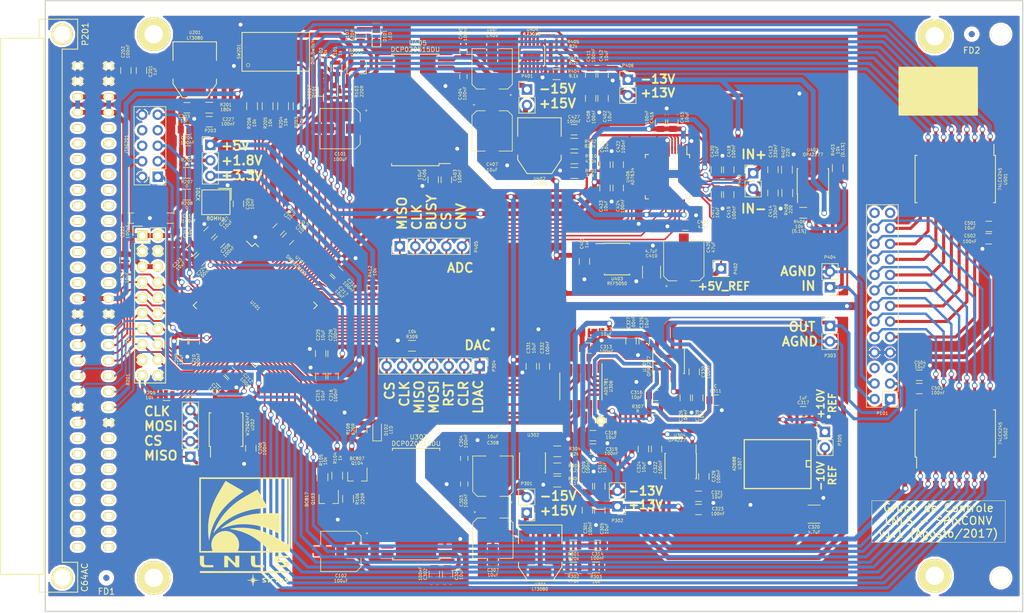
<source format=kicad_pcb>
(kicad_pcb (version 4) (host pcbnew no-vcs-found-product)
  (title_block (title SPI16CON) (date 2015-09-14) (rev v0) (company Controle))
  (layers (0 Superior signal) (31 Inferior signal) (34 B.Paste user) (35 F.Paste user) (36 B.SilkS user) (37 F.SilkS user) (38 B.Mask user) (39 F.Mask user) (44 Edge.Cuts user))
  (net 0 "")
  (net 1 GND)
  (net 2 +3V3)
  (net 3 +5V)
  (net 4 /DAC_CS)
  (net 5 /DAC_CLK)
  (net 6 /DAC_MOSI)
  (net 7 /DAC_MISO)
  (net 8 /RESET)
  (net 9 /CLEAR)
  (net 10 /LDAC)
  (net 11 /ADC_CNV)
  (net 12 /ADC_CS)
  (net 13 /ADC_BUSY)
  (net 14 /ADC_SCK)
  (net 15 /DB7)
  (net 16 /DB6)
  (net 17 /DB5)
  (net 18 /DB4)
  (net 19 /DB3)
  (net 20 /DB2)
  (net 21 /DB1)
  (net 22 /DB0)
  (net 23 /DA0)
  (net 24 /DA1)
  (net 25 /DA2)
  (net 26 /DA3)
  (net 27 /DA4)
  (net 28 /DA5)
  (net 29 /DA6)
  (net 30 /DA7)
  (net 31 /CPLD_SPIxxCON/BUS_DIO3)
  (net 32 /CPLD_SPIxxCON/BUS_DIO2)
  (net 33 /CPLD_SPIxxCON/BUS_MISO)
  (net 34 /CPLD_SPIxxCON/BUS_MOSI)
  (net 35 /CPLD_SPIxxCON/INTMISO)
  (net 36 /CPLD_SPIxxCON/INTMOSI)
  (net 37 /CPLD_SPIxxCON/BUS_CS)
  (net 38 /CPLD_SPIxxCON/BUS_RS)
  (net 39 /CPLD_SPIxxCON/BUS_CLK)
  (net 40 /CPLD_SPIxxCON/VCCINT)
  (net 41 /CPLD_SPIxxCON/SW0)
  (net 42 /CPLD_SPIxxCON/SW1)
  (net 43 /CPLD_SPIxxCON/SW2)
  (net 44 /CPLD_SPIxxCON/SW3)
  (net 45 /CPLD_SPIxxCON/OSC)
  (net 46 /CPLD_SPIxxCON/TMS)
  (net 47 /CPLD_SPIxxCON/TDI)
  (net 48 /CPLD_SPIxxCON/TCK)
  (net 49 /CPLD_SPIxxCON/TDO)
  (net 50 /CPLD_SPIxxCON/CS_FLASH)
  (net 51 /CPLD_SPIxxCON/MISO_FLASH)
  (net 52 /CPLD_SPIxxCON/MOSI_FLASH)
  (net 53 /CPLD_SPIxxCON/CLK_FLASH)
  (net 54 /DIR_B)
  (net 55 /DIR_A)
  (net 56 GNDA)
  (net 57 /+5V_ADC)
  (net 58 /+5V_DAC)
  (net 59 /CPLD_SPIxxCON/+1.8V)
  (net 60 /DAC/VDD_DAC)
  (net 61 /DAC/+15V)
  (net 62 /DAC/-15V)
  (net 63 /DAC/VSS_DAC)
  (net 64 /AO)
  (net 65 /ADC/VDD_ADC)
  (net 66 /ADC/+15V)
  (net 67 /ADC/-15V)
  (net 68 +5V-REG-AD1)
  (net 69 /ADC/VSS_ADC)
  (net 70 AD1-IN+)
  (net 71 AD1-IN-)
  (net 72 /AI)
  (net 73 /PA0)
  (net 74 /PB0)
  (net 75 /PA1)
  (net 76 /PB1)
  (net 77 /PA2)
  (net 78 /PB2)
  (net 79 /PA3)
  (net 80 /PB3)
  (net 81 /PA4)
  (net 82 /PB4)
  (net 83 /PA5)
  (net 84 /PB5)
  (net 85 /PA6)
  (net 86 /PB6)
  (net 87 /PA7)
  (net 88 /PB7)
  (net 89 +10V-REG-DA1)
  (net 90 -10V-REG-DA1)
  (net 91 /ADC_MISO)
  (net 92 "Net-(Q101-Pad1)")
  (net 93 "Net-(Q101-Pad3)")
  (net 94 "Net-(Q102-Pad1)")
  (net 95 "Net-(Q103-Pad1)")
  (net 96 "Net-(Q103-Pad3)")
  (net 97 "Net-(Q104-Pad1)")
  (net 98 "Net-(R301-Pad2)")
  (net 99 "Net-(R304-Pad1)")
  (net 100 "Net-(R401-Pad2)")
  (net 101 "Net-(R403-Pad1)")
  (net 102 "Net-(R403-Pad2)")
  (net 103 "Net-(R404-Pad2)")
  (net 104 "Net-(R406-Pad2)")
  (net 105 "Net-(U304-Pad1)")
  (net 106 "/DAC/A4 IN")
  (net 107 "Net-(C316-Pad1)")
  (net 108 "Net-(C316-Pad2)")
  (net 109 "Net-(U305-Pad3)")
  (net 110 "Net-(U307-Pad4)")
  (net 111 "Net-(R302-Pad1)")
  (net 112 "Net-(R305-Pad1)")
  (net 113 "Net-(R402-Pad2)")
  (net 114 "Net-(R405-Pad1)")
  (net 115 "Net-(C311-Pad1)")
  (net 116 "Net-(U304-Pad6)")
  (net 117 "Net-(U304-Pad7)")
  (net 118 /AO_GND)
  (net 119 /AI_GND)
  (net 120 "Net-(U304-Pad2)")
  (net 121 /CPLD_SPIxxCON/BUS_DIO4)
  (net 122 /CPLD_SPIxxCON/BUS_DIO1)
  (net 123 /CPLD_SPIxxCON/BUS_OUT)
  (net 124 "Net-(C227-Pad1)")
  (net 125 "Net-(C314-Pad1)")
  (net 126 "Net-(C427-Pad1)")
  (net 127 "Net-(D101-Pad2)")
  (net 128 "Net-(D102-Pad2)")
  (net 129 /PWR_ADC)
  (net 130 /PWR_DAC)
  (module "Controle:SPIxxCON_(only_connector)" (layer Superior) (at 38.496 76.57)
    (fp_text reference B201 (at -3.626 12.14 270) (layer F.SilkS) (effects (font (size 0.5 0.5) (thickness 0.075))))
    (fp_text value SPIxxCON (at -3.656 6.5 90) (layer F.SilkS) (effects (font (size 0.5 0.5) (thickness 0.075))))
    (pad 1 thru_hole rect (at -1.27 -11.43) (size 1.7272 1.7272) (drill 1.016) (layers *.Cu *.Mask F.SilkS) (net 2 +3V3))
    (pad 2 thru_hole oval (at 1.27 -11.43) (size 1.7272 1.7272) (drill 1.016) (layers *.Cu *.Mask F.SilkS) (net 2 +3V3))
    (pad 3 thru_hole oval (at -1.27 -8.89) (size 1.7272 1.7272) (drill 1.016) (layers *.Cu *.Mask F.SilkS) (net 1 GND))
    (pad 4 thru_hole oval (at 1.27 -8.89) (size 1.7272 1.7272) (drill 1.016) (layers *.Cu *.Mask F.SilkS) (net 1 GND))
    (pad 5 thru_hole oval (at -1.27 -6.35) (size 1.7272 1.7272) (drill 1.016) (layers *.Cu *.Mask F.SilkS) (net 3 +5V))
    (pad 6 thru_hole oval (at 1.27 -6.35) (size 1.7272 1.7272) (drill 1.016) (layers *.Cu *.Mask F.SilkS) (net 3 +5V))
    (pad 7 thru_hole oval (at -1.27 -3.81) (size 1.7272 1.7272) (drill 1.016) (layers *.Cu *.Mask F.SilkS) (net 121 /CPLD_SPIxxCON/BUS_DIO4))
    (pad 8 thru_hole oval (at 1.27 -3.81) (size 1.7272 1.7272) (drill 1.016) (layers *.Cu *.Mask F.SilkS) (net 122 /CPLD_SPIxxCON/BUS_DIO1))
    (pad 9 thru_hole oval (at -1.27 -1.27) (size 1.7272 1.7272) (drill 1.016) (layers *.Cu *.Mask F.SilkS) (net 31 /CPLD_SPIxxCON/BUS_DIO3))
    (pad 10 thru_hole oval (at 1.27 -1.27) (size 1.7272 1.7272) (drill 1.016) (layers *.Cu *.Mask F.SilkS) (net 32 /CPLD_SPIxxCON/BUS_DIO2))
    (pad 11 thru_hole oval (at -1.27 1.27) (size 1.7272 1.7272) (drill 1.016) (layers *.Cu *.Mask F.SilkS) (net 33 /CPLD_SPIxxCON/BUS_MISO))
    (pad 12 thru_hole oval (at 1.27 1.27) (size 1.7272 1.7272) (drill 1.016) (layers *.Cu *.Mask F.SilkS) (net 34 /CPLD_SPIxxCON/BUS_MOSI))
    (pad 13 thru_hole oval (at -1.27 3.81) (size 1.7272 1.7272) (drill 1.016) (layers *.Cu *.Mask F.SilkS) (net 35 /CPLD_SPIxxCON/INTMISO))
    (pad 14 thru_hole oval (at 1.27 3.81) (size 1.7272 1.7272) (drill 1.016) (layers *.Cu *.Mask F.SilkS) (net 36 /CPLD_SPIxxCON/INTMOSI))
    (pad 15 thru_hole oval (at -1.27 6.35) (size 1.7272 1.7272) (drill 1.016) (layers *.Cu *.Mask F.SilkS) (net 37 /CPLD_SPIxxCON/BUS_CS))
    (pad 16 thru_hole oval (at 1.27 6.35) (size 1.7272 1.7272) (drill 1.016) (layers *.Cu *.Mask F.SilkS) (net 38 /CPLD_SPIxxCON/BUS_RS))
    (pad 17 thru_hole oval (at -1.27 8.89) (size 1.7272 1.7272) (drill 1.016) (layers *.Cu *.Mask F.SilkS) (net 1 GND))
    (pad 18 thru_hole oval (at 1.27 8.89) (size 1.7272 1.7272) (drill 1.016) (layers *.Cu *.Mask F.SilkS) (net 39 /CPLD_SPIxxCON/BUS_CLK))
    (pad 19 thru_hole oval (at -1.27 11.43) (size 1.7272 1.7272) (drill 1.016) (layers *.Cu *.Mask F.SilkS) (net 123 /CPLD_SPIxxCON/BUS_OUT))
    (pad 20 thru_hole oval (at 1.27 11.43) (size 1.7272 1.7272) (drill 1.016) (layers *.Cu *.Mask F.SilkS) (net 1 GND))
  )
  (module Controle:Eurocard_template (layer Superior) (at 181.336 126.67 180)
    (fp_text reference P201 (at 153.446 94.52 270) (layer F.SilkS))
    (fp_text value C64AC (at 153.546 5.57 270) (layer F.SilkS))
    (pad 1 thru_hole circle (at 14.3891 94.158 180) (size 5.5 5.5) (drill 3) (layers *.Cu *.Mask F.SilkS))
    (pad 0 thru_hole circle (at 142.24 94.5 180) (size 5.5 5.5) (drill 3) (layers *.Cu *.Mask F.SilkS))
    (pad 0 thru_hole circle (at 142.24 5.5 180) (size 5.5 5.5) (drill 3) (layers *.Cu *.Mask F.SilkS))
    (pad A1 thru_hole oval (at 154.7 10.58 180) (size 1.8 1.2) (drill 1) (layers *.Cu *.Mask F.SilkS))
    (pad 0 thru_hole circle (at 3.57 5.5 180) (size 3 3) (drill 3) (layers *.Cu *.Mask F.SilkS))
    (pad 0 thru_hole circle (at 3.57 94.5 180) (size 3 3) (drill 3) (layers *.Cu *.Mask F.SilkS))
    (pad 1 thru_hole circle (at 157.24 5.5 180) (size 3.5 3.5) (drill 2.8) (layers *.Cu *.Mask F.SilkS))
    (pad 2 thru_hole circle (at 157.24 94.5 180) (size 3.5 3.5) (drill 2.8) (layers *.Cu *.Mask F.SilkS))
    (pad C1 thru_hole oval (at 149.62 10.58 180) (size 1.8 1.2) (drill 1) (layers *.Cu *.Mask F.SilkS))
    (pad C2 thru_hole oval (at 149.62 13.12 180) (size 1.8 1.2) (drill 1) (layers *.Cu *.Mask F.SilkS))
    (pad C3 thru_hole oval (at 149.62 15.66 180) (size 1.8 1.2) (drill 1) (layers *.Cu *.Mask F.SilkS))
    (pad C4 thru_hole oval (at 149.62 18.2 180) (size 1.8 1.2) (drill 1) (layers *.Cu *.Mask F.SilkS))
    (pad C5 thru_hole oval (at 149.62 20.74 180) (size 1.8 1.2) (drill 1) (layers *.Cu *.Mask F.SilkS))
    (pad C6 thru_hole oval (at 149.62 23.28 180) (size 1.8 1.2) (drill 1) (layers *.Cu *.Mask F.SilkS))
    (pad C7 thru_hole oval (at 149.62 25.82 180) (size 1.8 1.2) (drill 1) (layers *.Cu *.Mask F.SilkS))
    (pad C8 thru_hole oval (at 149.62 28.36 180) (size 1.8 1.2) (drill 1) (layers *.Cu *.Mask F.SilkS))
    (pad C9 thru_hole oval (at 149.62 30.9 180) (size 1.8 1.2) (drill 1) (layers *.Cu *.Mask F.SilkS) (net 1 GND))
    (pad C10 thru_hole oval (at 149.62 33.44 180) (size 1.8 1.2) (drill 1) (layers *.Cu *.Mask F.SilkS) (net 39 /CPLD_SPIxxCON/BUS_CLK))
    (pad C11 thru_hole oval (at 149.62 35.98 180) (size 1.8 1.2) (drill 1) (layers *.Cu *.Mask F.SilkS) (net 37 /CPLD_SPIxxCON/BUS_CS))
    (pad C12 thru_hole oval (at 149.62 38.52 180) (size 1.8 1.2) (drill 1) (layers *.Cu *.Mask F.SilkS) (net 35 /CPLD_SPIxxCON/INTMISO))
    (pad C13 thru_hole oval (at 149.62 41.06 180) (size 1.8 1.2) (drill 1) (layers *.Cu *.Mask F.SilkS) (net 33 /CPLD_SPIxxCON/BUS_MISO))
    (pad C14 thru_hole oval (at 149.62 43.6 180) (size 1.8 1.2) (drill 1) (layers *.Cu *.Mask F.SilkS) (net 31 /CPLD_SPIxxCON/BUS_DIO3))
    (pad C15 thru_hole oval (at 149.62 46.14 180) (size 1.8 1.2) (drill 1) (layers *.Cu *.Mask F.SilkS) (net 121 /CPLD_SPIxxCON/BUS_DIO4))
    (pad C16 thru_hole oval (at 149.62 48.68 180) (size 1.8 1.2) (drill 1) (layers *.Cu *.Mask F.SilkS) (net 1 GND))
    (pad C17 thru_hole oval (at 149.62 51.22 180) (size 1.8 1.2) (drill 1) (layers *.Cu *.Mask F.SilkS) (net 2 +3V3))
    (pad C18 thru_hole oval (at 149.62 53.76 180) (size 1.8 1.2) (drill 1) (layers *.Cu *.Mask F.SilkS))
    (pad C19 thru_hole oval (at 149.62 56.3 180) (size 1.8 1.2) (drill 1) (layers *.Cu *.Mask F.SilkS))
    (pad C20 thru_hole oval (at 149.62 58.84 180) (size 1.8 1.2) (drill 1) (layers *.Cu *.Mask F.SilkS))
    (pad C21 thru_hole oval (at 149.62 61.38 180) (size 1.8 1.2) (drill 1) (layers *.Cu *.Mask F.SilkS))
    (pad C22 thru_hole oval (at 149.62 63.92 180) (size 1.8 1.2) (drill 1) (layers *.Cu *.Mask F.SilkS))
    (pad C23 thru_hole oval (at 149.62 66.46 180) (size 1.8 1.2) (drill 1) (layers *.Cu *.Mask F.SilkS))
    (pad C24 thru_hole oval (at 149.62 69 180) (size 1.8 1.2) (drill 1) (layers *.Cu *.Mask F.SilkS))
    (pad C25 thru_hole oval (at 149.62 71.54 180) (size 1.8 1.2) (drill 1) (layers *.Cu *.Mask F.SilkS))
    (pad C26 thru_hole oval (at 149.62 74.08 180) (size 1.8 1.2) (drill 1) (layers *.Cu *.Mask F.SilkS))
    (pad C27 thru_hole oval (at 149.62 76.62 180) (size 1.8 1.2) (drill 1) (layers *.Cu *.Mask F.SilkS))
    (pad C28 thru_hole oval (at 149.62 79.16 180) (size 1.8 1.2) (drill 1) (layers *.Cu *.Mask F.SilkS))
    (pad C29 thru_hole oval (at 149.62 81.7 180) (size 1.8 1.2) (drill 1) (layers *.Cu *.Mask F.SilkS) (net 3 +5V))
    (pad C30 thru_hole oval (at 149.62 84.24 180) (size 1.8 1.2) (drill 1) (layers *.Cu *.Mask F.SilkS) (net 3 +5V))
    (pad C31 thru_hole oval (at 149.62 86.78 180) (size 1.8 1.2) (drill 1) (layers *.Cu *.Mask F.SilkS) (net 1 GND))
    (pad C32 thru_hole oval (at 149.62 89.32 180) (size 1.8 1.2) (drill 1) (layers *.Cu *.Mask F.SilkS) (net 1 GND))
    (pad A2 thru_hole oval (at 154.7 13.12 180) (size 1.8 1.2) (drill 1) (layers *.Cu *.Mask F.SilkS))
    (pad A3 thru_hole oval (at 154.7 15.66 180) (size 1.8 1.2) (drill 1) (layers *.Cu *.Mask F.SilkS))
    (pad A4 thru_hole oval (at 154.7 18.2 180) (size 1.8 1.2) (drill 1) (layers *.Cu *.Mask F.SilkS))
    (pad A5 thru_hole oval (at 154.7 20.74 180) (size 1.8 1.2) (drill 1) (layers *.Cu *.Mask F.SilkS))
    (pad A6 thru_hole oval (at 154.7 23.28 180) (size 1.8 1.2) (drill 1) (layers *.Cu *.Mask F.SilkS))
    (pad A7 thru_hole oval (at 154.7 25.82 180) (size 1.8 1.2) (drill 1) (layers *.Cu *.Mask F.SilkS))
    (pad A8 thru_hole oval (at 154.7 28.36 180) (size 1.8 1.2) (drill 1) (layers *.Cu *.Mask F.SilkS))
    (pad A9 thru_hole oval (at 154.7 30.9 180) (size 1.8 1.2) (drill 1) (layers *.Cu *.Mask F.SilkS) (net 123 /CPLD_SPIxxCON/BUS_OUT))
    (pad A10 thru_hole oval (at 154.7 33.44 180) (size 1.8 1.2) (drill 1) (layers *.Cu *.Mask F.SilkS) (net 1 GND))
    (pad A11 thru_hole oval (at 154.7 35.98 180) (size 1.8 1.2) (drill 1) (layers *.Cu *.Mask F.SilkS) (net 38 /CPLD_SPIxxCON/BUS_RS))
    (pad A12 thru_hole oval (at 154.7 38.52 180) (size 1.8 1.2) (drill 1) (layers *.Cu *.Mask F.SilkS) (net 36 /CPLD_SPIxxCON/INTMOSI))
    (pad A13 thru_hole oval (at 154.7 41.06 180) (size 1.8 1.2) (drill 1) (layers *.Cu *.Mask F.SilkS) (net 34 /CPLD_SPIxxCON/BUS_MOSI))
    (pad A14 thru_hole oval (at 154.7 43.6 180) (size 1.8 1.2) (drill 1) (layers *.Cu *.Mask F.SilkS) (net 32 /CPLD_SPIxxCON/BUS_DIO2))
    (pad A15 thru_hole oval (at 154.7 46.14 180) (size 1.8 1.2) (drill 1) (layers *.Cu *.Mask F.SilkS) (net 122 /CPLD_SPIxxCON/BUS_DIO1))
    (pad A16 thru_hole oval (at 154.7 48.68 180) (size 1.8 1.2) (drill 1) (layers *.Cu *.Mask F.SilkS) (net 1 GND))
    (pad A17 thru_hole oval (at 154.7 51.22 180) (size 1.8 1.2) (drill 1) (layers *.Cu *.Mask F.SilkS) (net 2 +3V3))
    (pad A18 thru_hole oval (at 154.7 53.76 180) (size 1.8 1.2) (drill 1) (layers *.Cu *.Mask F.SilkS))
    (pad A19 thru_hole oval (at 154.7 56.3 180) (size 1.8 1.2) (drill 1) (layers *.Cu *.Mask F.SilkS))
    (pad A20 thru_hole oval (at 154.7 58.84 180) (size 1.8 1.2) (drill 1) (layers *.Cu *.Mask F.SilkS))
    (pad A21 thru_hole oval (at 154.7 61.38 180) (size 1.8 1.2) (drill 1) (layers *.Cu *.Mask F.SilkS))
    (pad A22 thru_hole oval (at 154.7 63.92 180) (size 1.8 1.2) (drill 1) (layers *.Cu *.Mask F.SilkS))
    (pad A23 thru_hole oval (at 154.7 66.46 180) (size 1.8 1.2) (drill 1) (layers *.Cu *.Mask F.SilkS))
    (pad A24 thru_hole oval (at 154.7 69 180) (size 1.8 1.2) (drill 1) (layers *.Cu *.Mask F.SilkS))
    (pad A25 thru_hole oval (at 154.7 71.54 180) (size 1.8 1.2) (drill 1) (layers *.Cu *.Mask F.SilkS))
    (pad A26 thru_hole oval (at 154.7 74.08 180) (size 1.8 1.2) (drill 1) (layers *.Cu *.Mask F.SilkS))
    (pad A27 thru_hole oval (at 154.7 76.62 180) (size 1.8 1.2) (drill 1) (layers *.Cu *.Mask F.SilkS))
    (pad A28 thru_hole oval (at 154.7 79.16 180) (size 1.8 1.2) (drill 1) (layers *.Cu *.Mask F.SilkS))
    (pad A29 thru_hole oval (at 154.7 81.7 180) (size 1.8 1.2) (drill 1) (layers *.Cu *.Mask F.SilkS) (net 3 +5V))
    (pad A30 thru_hole oval (at 154.7 84.24 180) (size 1.8 1.2) (drill 1) (layers *.Cu *.Mask F.SilkS) (net 3 +5V))
    (pad A31 thru_hole oval (at 154.7 86.78 180) (size 1.8 1.2) (drill 1) (layers *.Cu *.Mask F.SilkS) (net 1 GND))
    (pad A32 thru_hole oval (at 154.7 89.32 180) (size 1.8 1.2) (drill 1) (layers *.Cu *.Mask F.SilkS) (net 1 GND))
    (pad 1 thru_hole circle (at 14.3891 5.842 180) (size 5.5 5.5) (drill 3) (layers *.Cu *.Mask F.SilkS))
  )
  (module Resistors_SMD:R_0805 (layer Superior) (at 106.9 96.81 90)
    (fp_text reference R306)
    (fp_text value 0)
    (pad 1 smd rect (at -0.95 0 90) (size 0.7 1.3) (layers Superior F.Paste F.Mask) (net 56 GNDA))
    (pad 2 smd rect (at 0.95 0 90) (size 0.7 1.3) (layers Superior F.Paste F.Mask) (net 1 GND))
  )
  (module Housings_QFP:LQFP-48_7x7mm_Pitch0.5mm (layer Superior) (at 123.19 55.499 270)
    (fp_text reference U406 (at -0.009 6.47 90) (layer F.SilkS) (effects (font (size 0.5 0.5) (thickness 0.075))))
    (fp_text value AD7634 (at -0.049 5.72 270) (layer F.SilkS) (effects (font (size 0.5 0.5) (thickness 0.075))))
    (pad 1 smd rect (at -4.35 -2.75 270) (size 1.3 0.25) (layers Superior F.Paste F.Mask) (net 56 GNDA))
    (pad 2 smd rect (at -4.35 -2.25 270) (size 1.3 0.25) (layers Superior F.Paste F.Mask) (net 3 +5V))
    (pad 3 smd rect (at -4.35 -1.75 270) (size 1.3 0.25) (layers Superior F.Paste F.Mask) (net 2 +3V3))
    (pad 4 smd rect (at -4.35 -1.25 270) (size 1.3 0.25) (layers Superior F.Paste F.Mask) (net 2 +3V3))
    (pad 5 smd rect (at -4.35 -0.75 270) (size 1.3 0.25) (layers Superior F.Paste F.Mask) (net 2 +3V3))
    (pad 6 smd rect (at -4.35 -0.25 270) (size 1.3 0.25) (layers Superior F.Paste F.Mask) (net 1 GND))
    (pad 7 smd rect (at -4.35 0.25 270) (size 1.3 0.25) (layers Superior F.Paste F.Mask) (net 2 +3V3))
    (pad 8 smd rect (at -4.35 0.75 270) (size 1.3 0.25) (layers Superior F.Paste F.Mask))
    (pad 9 smd rect (at -4.35 1.25 270) (size 1.3 0.25) (layers Superior F.Paste F.Mask))
    (pad 10 smd rect (at -4.35 1.75 270) (size 1.3 0.25) (layers Superior F.Paste F.Mask))
    (pad 11 smd rect (at -4.35 2.25 270) (size 1.3 0.25) (layers Superior F.Paste F.Mask))
    (pad 12 smd rect (at -4.35 2.75 270) (size 1.3 0.25) (layers Superior F.Paste F.Mask))
    (pad 13 smd rect (at -2.75 4.35) (size 1.3 0.25) (layers Superior F.Paste F.Mask) (net 2 +3V3))
    (pad 14 smd rect (at -2.25 4.35) (size 1.3 0.25) (layers Superior F.Paste F.Mask) (net 1 GND))
    (pad 15 smd rect (at -1.75 4.35) (size 1.3 0.25) (layers Superior F.Paste F.Mask) (net 1 GND))
    (pad 16 smd rect (at -1.25 4.35) (size 1.3 0.25) (layers Superior F.Paste F.Mask) (net 1 GND))
    (pad 17 smd rect (at -0.75 4.35) (size 1.3 0.25) (layers Superior F.Paste F.Mask) (net 1 GND))
    (pad 18 smd rect (at -0.25 4.35) (size 1.3 0.25) (layers Superior F.Paste F.Mask) (net 2 +3V3))
    (pad 19 smd rect (at 0.25 4.35) (size 1.3 0.25) (layers Superior F.Paste F.Mask) (net 3 +5V))
    (pad 20 smd rect (at 0.75 4.35) (size 1.3 0.25) (layers Superior F.Paste F.Mask) (net 1 GND))
    (pad 21 smd rect (at 1.25 4.35) (size 1.3 0.25) (layers Superior F.Paste F.Mask) (net 91 /ADC_MISO))
    (pad 22 smd rect (at 1.75 4.35) (size 1.3 0.25) (layers Superior F.Paste F.Mask) (net 14 /ADC_SCK))
    (pad 23 smd rect (at 2.25 4.35) (size 1.3 0.25) (layers Superior F.Paste F.Mask))
    (pad 24 smd rect (at 2.75 4.35) (size 1.3 0.25) (layers Superior F.Paste F.Mask))
    (pad 25 smd rect (at 4.35 2.75 270) (size 1.3 0.25) (layers Superior F.Paste F.Mask) (net 2 +3V3))
    (pad 26 smd rect (at 4.35 2.25 270) (size 1.3 0.25) (layers Superior F.Paste F.Mask))
    (pad 27 smd rect (at 4.35 1.75 270) (size 1.3 0.25) (layers Superior F.Paste F.Mask))
    (pad 28 smd rect (at 4.35 1.25 270) (size 1.3 0.25) (layers Superior F.Paste F.Mask))
    (pad 29 smd rect (at 4.35 0.75 270) (size 1.3 0.25) (layers Superior F.Paste F.Mask) (net 13 /ADC_BUSY))
    (pad 30 smd rect (at 4.35 0.25 270) (size 1.3 0.25) (layers Superior F.Paste F.Mask) (net 2 +3V3))
    (pad 31 smd rect (at 4.35 -0.25 270) (size 1.3 0.25) (layers Superior F.Paste F.Mask) (net 1 GND))
    (pad 32 smd rect (at 4.35 -0.75 270) (size 1.3 0.25) (layers Superior F.Paste F.Mask) (net 12 /ADC_CS))
    (pad 33 smd rect (at 4.35 -1.25 270) (size 1.3 0.25) (layers Superior F.Paste F.Mask) (net 1 GND))
    (pad 34 smd rect (at 4.35 -1.75 270) (size 1.3 0.25) (layers Superior F.Paste F.Mask) (net 1 GND))
    (pad 35 smd rect (at 4.35 -2.25 270) (size 1.3 0.25) (layers Superior F.Paste F.Mask) (net 11 /ADC_CNV))
    (pad 36 smd rect (at 4.35 -2.75 270) (size 1.3 0.25) (layers Superior F.Paste F.Mask) (net 2 +3V3))
    (pad 37 smd rect (at 2.75 -4.35) (size 1.3 0.25) (layers Superior F.Paste F.Mask) (net 68 +5V-REG-AD1))
    (pad 38 smd rect (at 2.25 -4.35) (size 1.3 0.25) (layers Superior F.Paste F.Mask) (net 56 GNDA))
    (pad 39 smd rect (at 1.75 -4.35) (size 1.3 0.25) (layers Superior F.Paste F.Mask) (net 71 AD1-IN-))
    (pad 40 smd rect (at 1.25 -4.35) (size 1.3 0.25) (layers Superior F.Paste F.Mask) (net 65 /ADC/VDD_ADC))
    (pad 41 smd rect (at 0.75 -4.35) (size 1.3 0.25) (layers Superior F.Paste F.Mask) (net 69 /ADC/VSS_ADC))
    (pad 42 smd rect (at 0.25 -4.35) (size 1.3 0.25) (layers Superior F.Paste F.Mask) (net 56 GNDA))
    (pad 43 smd rect (at -0.25 -4.35) (size 1.3 0.25) (layers Superior F.Paste F.Mask) (net 70 AD1-IN+))
    (pad 44 smd rect (at -0.75 -4.35) (size 1.3 0.25) (layers Superior F.Paste F.Mask) (net 3 +5V))
    (pad 45 smd rect (at -1.25 -4.35) (size 1.3 0.25) (layers Superior F.Paste F.Mask))
    (pad 46 smd rect (at -1.75 -4.35) (size 1.3 0.25) (layers Superior F.Paste F.Mask))
    (pad 47 smd rect (at -2.25 -4.35) (size 1.3 0.25) (layers Superior F.Paste F.Mask) (net 2 +3V3))
    (pad 48 smd rect (at -2.75 -4.35) (size 1.3 0.25) (layers Superior F.Paste F.Mask) (net 2 +3V3))
  )
  (module Housings_SSOP:TSSOP-20_4.4x6.5mm_Pitch0.65mm (layer Superior) (at 109.0168 89.8398 270)
    (fp_text reference U306 (at -0.0198 -4.9332 270) (layer F.SilkS) (effects (font (size 0.5 0.5) (thickness 0.075))))
    (fp_text value AD5781 (at 0.0002 -4.1132 270) (layer F.SilkS) (effects (font (size 0.5 0.5) (thickness 0.075))))
    (pad 1 smd rect (at -2.95 -2.925 270) (size 1.45 0.45) (layers Superior F.Paste F.Mask) (net 107 "Net-(C316-Pad1)"))
    (pad 2 smd rect (at -2.95 -2.275 270) (size 1.45 0.45) (layers Superior F.Paste F.Mask) (net 109 "Net-(U305-Pad3)"))
    (pad 3 smd rect (at -2.95 -1.625 270) (size 1.45 0.45) (layers Superior F.Paste F.Mask) (net 120 "Net-(U304-Pad2)"))
    (pad 4 smd rect (at -2.95 -0.975 270) (size 1.45 0.45) (layers Superior F.Paste F.Mask) (net 105 "Net-(U304-Pad1)"))
    (pad 5 smd rect (at -2.95 -0.325 270) (size 1.45 0.45) (layers Superior F.Paste F.Mask) (net 60 /DAC/VDD_DAC))
    (pad 6 smd rect (at -2.95 0.325 270) (size 1.45 0.45) (layers Superior F.Paste F.Mask) (net 8 /RESET))
    (pad 7 smd rect (at -2.95 0.975 270) (size 1.45 0.45) (layers Superior F.Paste F.Mask) (net 9 /CLEAR))
    (pad 8 smd rect (at -2.95 1.625 270) (size 1.45 0.45) (layers Superior F.Paste F.Mask) (net 10 /LDAC))
    (pad 9 smd rect (at -2.95 2.275 270) (size 1.45 0.45) (layers Superior F.Paste F.Mask) (net 2 +3V3))
    (pad 10 smd rect (at -2.95 2.925 270) (size 1.45 0.45) (layers Superior F.Paste F.Mask) (net 2 +3V3))
    (pad 11 smd rect (at 2.95 2.925 270) (size 1.45 0.45) (layers Superior F.Paste F.Mask) (net 7 /DAC_MISO))
    (pad 12 smd rect (at 2.95 2.275 270) (size 1.45 0.45) (layers Superior F.Paste F.Mask) (net 6 /DAC_MOSI))
    (pad 13 smd rect (at 2.95 1.625 270) (size 1.45 0.45) (layers Superior F.Paste F.Mask) (net 5 /DAC_CLK))
    (pad 14 smd rect (at 2.95 0.975 270) (size 1.45 0.45) (layers Superior F.Paste F.Mask) (net 4 /DAC_CS))
    (pad 15 smd rect (at 2.95 0.325 270) (size 1.45 0.45) (layers Superior F.Paste F.Mask) (net 1 GND))
    (pad 16 smd rect (at 2.95 -0.325 270) (size 1.45 0.45) (layers Superior F.Paste F.Mask) (net 117 "Net-(U304-Pad7)"))
    (pad 17 smd rect (at 2.95 -0.975 270) (size 1.45 0.45) (layers Superior F.Paste F.Mask) (net 116 "Net-(U304-Pad6)"))
    (pad 18 smd rect (at 2.95 -1.625 270) (size 1.45 0.45) (layers Superior F.Paste F.Mask) (net 63 /DAC/VSS_DAC))
    (pad 19 smd rect (at 2.95 -2.275 270) (size 1.45 0.45) (layers Superior F.Paste F.Mask) (net 118 /AO_GND))
    (pad 20 smd rect (at 2.95 -2.925 270) (size 1.45 0.45) (layers Superior F.Paste F.Mask) (net 108 "Net-(C316-Pad2)"))
  )
  (module Resistors_SMD:R_0805 (layer Superior) (at 105.156 103.251)
    (fp_text reference R308 (at 2.764 -0.431) (layer F.SilkS) (effects (font (size 0.5 0.5) (thickness 0.075))))
    (fp_text value 6.2k (at 2.814 0.339) (layer F.SilkS) (effects (font (size 0.5 0.5) (thickness 0.075))))
    (pad 1 smd rect (at -0.95 0) (size 0.7 1.3) (layers Superior F.Paste F.Mask) (net 99 "Net-(R304-Pad1)"))
    (pad 2 smd rect (at 0.95 0) (size 0.7 1.3) (layers Superior F.Paste F.Mask) (net 112 "Net-(R305-Pad1)"))
  )
  (module Resistors_SMD:R_0805 (layer Superior) (at 107.78 119.47 180)
    (fp_text reference R302 (at -0.01 -1.46 180) (layer F.SilkS) (effects (font (size 0.5 0.5) (thickness 0.075))))
    (fp_text value 470k (at 0.02 -2.24 180) (layer F.SilkS) (effects (font (size 0.5 0.5) (thickness 0.075))))
    (pad 1 smd rect (at -0.95 0 180) (size 0.7 1.3) (layers Superior F.Paste F.Mask) (net 111 "Net-(R302-Pad1)"))
    (pad 2 smd rect (at 0.95 0 180) (size 0.7 1.3) (layers Superior F.Paste F.Mask) (net 98 "Net-(R301-Pad2)"))
  )
  (module Controle:SOT-223 (layer Superior) (at 102.362 117.094 180)
    (fp_text reference U301 (at -0.008 -5.126 180) (layer F.SilkS) (effects (font (size 0.5 0.5) (thickness 0.075))))
    (fp_text value LT3080 (at 0.052 -5.916 180) (layer F.SilkS) (effects (font (size 0.5 0.5) (thickness 0.075))))
    (pad 4 smd rect (at 0 -3.302 180) (size 3.6576 2.032) (layers Superior F.Paste F.Mask) (net 60 /DAC/VDD_DAC))
    (pad 2 smd rect (at 0 3.302 180) (size 1.016 2.032) (layers Superior F.Paste F.Mask) (net 60 /DAC/VDD_DAC))
    (pad 3 smd rect (at 2.286 3.302 180) (size 1.016 2.032) (layers Superior F.Paste F.Mask) (net 61 /DAC/+15V))
    (pad 1 smd rect (at -2.286 3.302 180) (size 1.016 2.032) (layers Superior F.Paste F.Mask) (net 125 "Net-(C314-Pad1)"))
  )
  (module Capacitors_SMD:CP_Elec_6.3x5.3 (layer Superior) (at 94.615 104.521 90)
    (fp_text reference C308 (at 5.461 0 180) (layer F.SilkS) (effects (font (size 0.5 0.5) (thickness 0.075))))
    (fp_text value 10uF (at 6.477 0 180) (layer F.SilkS) (effects (font (size 0.5 0.5) (thickness 0.075))))
    (fp_text user + (at -4.28 3.01 90) (layer F.SilkS) (effects (font (size 0.5 0.5) (thickness 0.075))))
    (pad 1 smd rect (at -2.7 0 270) (size 3.5 1.6) (layers Superior F.Paste F.Mask) (net 62 /DAC/-15V))
    (pad 2 smd rect (at 2.7 0 270) (size 3.5 1.6) (layers Superior F.Paste F.Mask) (net 56 GNDA))
  )
  (module Capacitors_SMD:CP_Elec_6.3x5.3 (layer Superior) (at 94.615 114.681 270)
    (fp_text reference C307 (at 5.219 -0.015) (layer F.SilkS) (effects (font (size 0.5 0.5) (thickness 0.075))))
    (fp_text value 10uF (at 6.009 -0.025) (layer F.SilkS) (effects (font (size 0.5 0.5) (thickness 0.075))))
    (fp_text user + (at -4.28 3.01 270) (layer F.SilkS) (effects (font (size 0.5 0.5) (thickness 0.075))))
    (pad 1 smd rect (at -2.7 0 90) (size 3.5 1.6) (layers Superior F.Paste F.Mask) (net 61 /DAC/+15V))
    (pad 2 smd rect (at 2.7 0 90) (size 3.5 1.6) (layers Superior F.Paste F.Mask) (net 56 GNDA))
  )
  (module Controle:DCR01XXXXU (layer Superior) (at 82.042 109.093 180)
    (fp_text reference U303 (at -0.4191 10.9728 180) (layer F.SilkS) (effects (font (size 0.75 0.75) (thickness 0.1))))
    (fp_text value DCP020515DU (at 0 9.906 180) (layer F.SilkS) (effects (font (size 0.75 0.75) (thickness 0.1))))
    (pad 1 smd rect (at -4.7 -8.255 180) (size 2 0.6) (layers Superior F.Paste F.Mask) (net 58 /+5V_DAC))
    (pad 2 smd rect (at -4.7 -6.985 180) (size 2 0.6) (layers Superior F.Paste F.Mask) (net 1 GND))
    (pad 3 smd rect (at -4.7 -5.715 180) (size 2 0.6) (layers Superior F.Paste F.Mask) (net 1 GND))
    (pad 12 smd rect (at -4.7 5.715 180) (size 2 0.6) (layers Superior F.Paste F.Mask) (net 56 GNDA))
    (pad 13 smd rect (at -4.7 6.985 180) (size 2 0.6) (layers Superior F.Paste F.Mask) (net 61 /DAC/+15V))
    (pad 14 smd rect (at -4.7 8.255 180) (size 2 0.6) (layers Superior F.Paste F.Mask) (net 62 /DAC/-15V))
    (pad 15 smd rect (at 4.7 8.255 180) (size 2 0.6) (layers Superior F.Paste F.Mask))
    (pad 16 smd rect (at 4.7 6.985 180) (size 2 0.6) (layers Superior F.Paste F.Mask))
    (pad 17 smd rect (at 4.7 5.715 180) (size 2 0.6) (layers Superior F.Paste F.Mask))
    (pad 26 smd rect (at 4.7 -5.715 180) (size 2 0.6) (layers Superior F.Paste F.Mask))
    (pad 27 smd rect (at 4.7 -6.985 180) (size 2 0.6) (layers Superior F.Paste F.Mask))
    (pad 28 smd rect (at 4.7 -8.255 180) (size 2 0.6) (layers Superior F.Paste F.Mask))
  )
  (module Housings_SSOP:MSOP-12-1EP_3x4mm_Pitch0.65mm (layer Superior) (at 101.092 102.362 90)
    (fp_text reference U302 (at 4.572 0.127 180) (layer F.SilkS) (effects (font (size 0.5 0.5) (thickness 0.075))))
    (fp_text value LT3015)
    (pad 1 smd rect (at -2.105 -1.625 90) (size 0.89 0.42) (layers Superior F.Paste F.Mask) (net 62 /DAC/-15V))
    (pad 2 smd rect (at -2.105 -0.975 90) (size 0.89 0.42) (layers Superior F.Paste F.Mask) (net 62 /DAC/-15V))
    (pad 3 smd rect (at -2.105 -0.325 90) (size 0.89 0.42) (layers Superior F.Paste F.Mask) (net 62 /DAC/-15V))
    (pad 4 smd rect (at -2.105 0.325 90) (size 0.89 0.42) (layers Superior F.Paste F.Mask) (net 62 /DAC/-15V))
    (pad 5 smd rect (at -2.105 0.975 90) (size 0.89 0.42) (layers Superior F.Paste F.Mask) (net 62 /DAC/-15V))
    (pad 6 smd rect (at -2.105 1.625 90) (size 0.89 0.42) (layers Superior F.Paste F.Mask) (net 56 GNDA))
    (pad 7 smd rect (at 2.105 1.625 90) (size 0.89 0.42) (layers Superior F.Paste F.Mask) (net 56 GNDA))
    (pad 8 smd rect (at 2.105 0.975 90) (size 0.89 0.42) (layers Superior F.Paste F.Mask) (net 112 "Net-(R305-Pad1)"))
    (pad 9 smd rect (at 2.105 0.325 90) (size 0.89 0.42) (layers Superior F.Paste F.Mask) (net 63 /DAC/VSS_DAC))
    (pad 10 smd rect (at 2.105 -0.325 90) (size 0.89 0.42) (layers Superior F.Paste F.Mask) (net 63 /DAC/VSS_DAC))
    (pad 11 smd rect (at 2.105 -0.975 90) (size 0.89 0.42) (layers Superior F.Paste F.Mask) (net 63 /DAC/VSS_DAC))
    (pad 12 smd rect (at 2.105 -1.625 90) (size 0.89 0.42) (layers Superior F.Paste F.Mask) (net 63 /DAC/VSS_DAC))
    (pad 13 smd rect (at 0.4125 1.06875 90) (size 0.825 0.7125) (layers Superior F.Paste F.Mask) (net 62 /DAC/-15V))
    (pad 13 smd rect (at 0.4125 0.35625 90) (size 0.825 0.7125) (layers Superior F.Paste F.Mask) (net 62 /DAC/-15V))
    (pad 13 smd rect (at 0.4125 -0.35625 90) (size 0.825 0.7125) (layers Superior F.Paste F.Mask) (net 62 /DAC/-15V))
    (pad 13 smd rect (at 0.4125 -1.06875 90) (size 0.825 0.7125) (layers Superior F.Paste F.Mask) (net 62 /DAC/-15V))
    (pad 13 smd rect (at -0.4125 1.06875 90) (size 0.825 0.7125) (layers Superior F.Paste F.Mask) (net 62 /DAC/-15V))
    (pad 13 smd rect (at -0.4125 0.35625 90) (size 0.825 0.7125) (layers Superior F.Paste F.Mask) (net 62 /DAC/-15V))
    (pad 13 smd rect (at -0.4125 -0.35625 90) (size 0.825 0.7125) (layers Superior F.Paste F.Mask) (net 62 /DAC/-15V))
    (pad 13 smd rect (at -0.4125 -1.06875 90) (size 0.825 0.7125) (layers Superior F.Paste F.Mask) (net 62 /DAC/-15V))
  )
  (module Resistors_SMD:R_0805 (layer Superior) (at 105.156 100.457)
    (fp_text reference R304 (at 2.844 -0.417) (layer F.SilkS) (effects (font (size 0.5 0.5) (thickness 0.075))))
    (fp_text value 82k (at 2.824 0.423) (layer F.SilkS) (effects (font (size 0.5 0.5) (thickness 0.075))))
    (pad 1 smd rect (at -0.95 0) (size 0.7 1.3) (layers Superior F.Paste F.Mask) (net 99 "Net-(R304-Pad1)"))
    (pad 2 smd rect (at 0.95 0) (size 0.7 1.3) (layers Superior F.Paste F.Mask) (net 63 /DAC/VSS_DAC))
  )
  (module Resistors_SMD:R_0805 (layer Superior) (at 105.156 105.41 180)
    (fp_text reference R305 (at -2.734 0.47 180) (layer F.SilkS) (effects (font (size 0.5 0.5) (thickness 0.075))))
    (fp_text value 9.1k (at -2.754 -0.26 180) (layer F.SilkS) (effects (font (size 0.5 0.5) (thickness 0.075))))
    (pad 1 smd rect (at -0.95 0 180) (size 0.7 1.3) (layers Superior F.Paste F.Mask) (net 112 "Net-(R305-Pad1)"))
    (pad 2 smd rect (at 0.95 0 180) (size 0.7 1.3) (layers Superior F.Paste F.Mask) (net 56 GNDA))
  )
  (module Resistors_SMD:R_0805 (layer Superior) (at 107.78 115.87 180)
    (fp_text reference R301 (at -0.04 -1.4 180) (layer F.SilkS) (effects (font (size 0.5 0.5) (thickness 0.075))))
    (fp_text value 820k (at -0.05 -2.17 180) (layer F.SilkS) (effects (font (size 0.5 0.5) (thickness 0.075))))
    (pad 1 smd rect (at -0.95 0 180) (size 0.7 1.3) (layers Superior F.Paste F.Mask) (net 125 "Net-(C314-Pad1)"))
    (pad 2 smd rect (at 0.95 0 180) (size 0.7 1.3) (layers Superior F.Paste F.Mask) (net 98 "Net-(R301-Pad2)"))
  )
  (module Resistors_SMD:R_0805 (layer Superior) (at 111.51 119.47 180)
    (fp_text reference R303 (at 0 -1.51 180) (layer F.SilkS) (effects (font (size 0.5 0.5) (thickness 0.075))))
    (fp_text value 10k (at -0.01 -2.29 180) (layer F.SilkS) (effects (font (size 0.5 0.5) (thickness 0.075))))
    (pad 1 smd rect (at -0.95 0 180) (size 0.7 1.3) (layers Superior F.Paste F.Mask) (net 56 GNDA))
    (pad 2 smd rect (at 0.95 0 180) (size 0.7 1.3) (layers Superior F.Paste F.Mask) (net 111 "Net-(R302-Pad1)"))
  )
  (module Resistors_SMD:R_0805 (layer Superior) (at 70.9041 108.2454 90)
    (fp_text reference R106 (at 0 1.524 90) (layer F.SilkS) (effects (font (size 0.5 0.5) (thickness 0.075))))
    (fp_text value 220R (at 0.0354 2.3859 90) (layer F.SilkS) (effects (font (size 0.5 0.5) (thickness 0.075))))
    (pad 1 smd rect (at -0.95 0 90) (size 0.7 1.3) (layers Superior F.Paste F.Mask) (net 96 "Net-(Q103-Pad3)"))
    (pad 2 smd rect (at 0.95 0 90) (size 0.7 1.3) (layers Superior F.Paste F.Mask) (net 97 "Net-(Q104-Pad1)"))
  )
  (module Resistors_SMD:R_0805 (layer Superior) (at 66.7131 104.6894 90)
    (fp_text reference R105 (at 2.7994 -0.2231 90) (layer F.SilkS) (effects (font (size 0.5 0.5) (thickness 0.075))))
    (fp_text value 10k (at 2.6594 0.4769 90) (layer F.SilkS) (effects (font (size 0.5 0.5) (thickness 0.075))))
    (pad 1 smd rect (at -0.95 0 90) (size 0.7 1.3) (layers Superior F.Paste F.Mask) (net 1 GND))
    (pad 2 smd rect (at 0.95 0 90) (size 0.7 1.3) (layers Superior F.Paste F.Mask) (net 95 "Net-(Q103-Pad1)"))
  )
  (module Resistors_SMD:R_0805 (layer Superior) (at 69.1261 104.4354 270)
    (fp_text reference R104 (at -2.8654 0.3461 270) (layer F.SilkS) (effects (font (size 0.5 0.5) (thickness 0.075))))
    (fp_text value 1k (at -2.8754 -0.4839 90) (layer F.SilkS) (effects (font (size 0.5 0.5) (thickness 0.075))))
    (pad 1 smd rect (at -0.95 0 270) (size 0.7 1.3) (layers Superior F.Paste F.Mask) (net 130 /PWR_DAC))
    (pad 2 smd rect (at 0.95 0 270) (size 0.7 1.3) (layers Superior F.Paste F.Mask) (net 95 "Net-(Q103-Pad1)"))
  )
  (module TO_SOT_Packages_SMD:SOT-23 (layer Superior) (at 72.4281 104.5624 270)
    (fp_text reference Q104 (at -2.1624 0.0381) (layer F.SilkS) (effects (font (size 0.5 0.5) (thickness 0.075))))
    (fp_text value BC807 (at -2.9224 0.0581) (layer F.SilkS) (effects (font (size 0.5 0.5) (thickness 0.075))))
    (pad 1 smd rect (at -1 -0.95 270) (size 0.9 0.8) (layers Superior F.Paste F.Mask) (net 97 "Net-(Q104-Pad1)"))
    (pad 2 smd rect (at -1 0.95 270) (size 0.9 0.8) (layers Superior F.Paste F.Mask) (net 3 +5V))
    (pad 3 smd rect (at 1 0 270) (size 0.9 0.8) (layers Superior F.Paste F.Mask) (net 58 /+5V_DAC))
  )
  (module TO_SOT_Packages_SMD:SOT-23 (layer Superior) (at 67.7291 108.2454 270)
    (fp_text reference Q103 (at 0 2.54 270) (layer F.SilkS) (effects (font (size 0.5 0.5) (thickness 0.075))))
    (fp_text value BC817 (at 0.0856 3.5941 270) (layer F.SilkS) (effects (font (size 0.5 0.5) (thickness 0.075))))
    (pad 1 smd rect (at -1 -0.95 270) (size 0.9 0.8) (layers Superior F.Paste F.Mask) (net 95 "Net-(Q103-Pad1)"))
    (pad 2 smd rect (at -1 0.95 270) (size 0.9 0.8) (layers Superior F.Paste F.Mask) (net 1 GND))
    (pad 3 smd rect (at 1 0 270) (size 0.9 0.8) (layers Superior F.Paste F.Mask) (net 96 "Net-(Q103-Pad3)"))
  )
  (module Pin_Headers:Pin_Header_Straight_1x02_Pitch2.54mm (layer Superior) (at 115 109.47 180)
    (fp_text reference P302 (at 0 -2.33 180) (layer F.SilkS) (effects (font (size 0.5 0.5) (thickness 0.075))))
    (fp_text value CONN_01X02)
    (pad 1 thru_hole rect (at 0 0 180) (size 1.7 1.7) (drill 1) (layers *.Cu *.Mask) (net 60 /DAC/VDD_DAC))
    (pad 2 thru_hole oval (at 0 2.54 180) (size 1.7 1.7) (drill 1) (layers *.Cu *.Mask) (net 63 /DAC/VSS_DAC))
  )
  (module Pin_Headers:Pin_Header_Straight_1x02_Pitch2.54mm (layer Superior) (at 100.14 110.5 180)
    (fp_text reference P301 (at 0.01 4.76) (layer F.SilkS) (effects (font (size 0.5 0.5) (thickness 0.075))))
    (fp_text value CONN_01X02)
    (pad 1 thru_hole rect (at 0 0 180) (size 1.7 1.7) (drill 1) (layers *.Cu *.Mask) (net 61 /DAC/+15V))
    (pad 2 thru_hole oval (at 0 2.54 180) (size 1.7 1.7) (drill 1) (layers *.Cu *.Mask) (net 62 /DAC/-15V))
  )
  (module Capacitors_SMD:C_0805 (layer Superior) (at 112.12 106.18 270)
    (fp_text reference C310 (at -3.132 -0.038 270) (layer F.SilkS) (effects (font (size 0.5 0.5) (thickness 0.075))))
    (fp_text value 10uF (at -3.092 -0.788 270) (layer F.SilkS) (effects (font (size 0.5 0.5) (thickness 0.075))))
    (pad 1 smd rect (at -1 0 270) (size 1 1.25) (layers Superior F.Paste F.Mask) (net 56 GNDA))
    (pad 2 smd rect (at 1 0 270) (size 1 1.25) (layers Superior F.Paste F.Mask) (net 63 /DAC/VSS_DAC))
  )
  (module Capacitors_SMD:C_0805 (layer Superior) (at 110.09 106.17 270)
    (fp_text reference C309 (at -3.122 0.59 270) (layer F.SilkS) (effects (font (size 0.5 0.5) (thickness 0.075))))
    (fp_text value 100nF (at -3.222 -0.1 270) (layer F.SilkS) (effects (font (size 0.5 0.5) (thickness 0.075))))
    (pad 1 smd rect (at -1 0 270) (size 1 1.25) (layers Superior F.Paste F.Mask) (net 56 GNDA))
    (pad 2 smd rect (at 1 0 270) (size 1 1.25) (layers Superior F.Paste F.Mask) (net 63 /DAC/VSS_DAC))
  )
  (module Capacitors_SMD:C_0805 (layer Superior) (at 110.09 110.11 90)
    (fp_text reference C301 (at -2.891 -0.33 90) (layer F.SilkS) (effects (font (size 0.5 0.5) (thickness 0.075))))
    (fp_text value 100nF (at -2.981 0.47 90) (layer F.SilkS) (effects (font (size 0.5 0.5) (thickness 0.075))))
    (pad 1 smd rect (at -1 0 90) (size 1 1.25) (layers Superior F.Paste F.Mask) (net 56 GNDA))
    (pad 2 smd rect (at 1 0 90) (size 1 1.25) (layers Superior F.Paste F.Mask) (net 60 /DAC/VDD_DAC))
  )
  (module Capacitors_SMD:C_0805 (layer Superior) (at 87.1855 120.5865 90)
    (fp_text reference C306 (at -0.0035 1.4845 90) (layer F.SilkS) (effects (font (size 0.5 0.5) (thickness 0.075))))
    (fp_text value 10uF (at -0.0035 2.2345 90) (layer F.SilkS) (effects (font (size 0.5 0.5) (thickness 0.075))))
    (pad 1 smd rect (at -1 0 90) (size 1 1.25) (layers Superior F.Paste F.Mask) (net 1 GND))
    (pad 2 smd rect (at 1 0 90) (size 1 1.25) (layers Superior F.Paste F.Mask) (net 58 /+5V_DAC))
  )
  (module Capacitors_SMD:C_0805 (layer Superior) (at 85.0265 120.5865 90)
    (fp_text reference C302 (at -0.0035 -1.4765 90) (layer F.SilkS) (effects (font (size 0.5 0.5) (thickness 0.075))))
    (fp_text value 100nF (at 0.1065 -2.2765 90) (layer F.SilkS) (effects (font (size 0.5 0.5) (thickness 0.075))))
    (pad 1 smd rect (at -1 0 90) (size 1 1.25) (layers Superior F.Paste F.Mask) (net 1 GND))
    (pad 2 smd rect (at 1 0 90) (size 1 1.25) (layers Superior F.Paste F.Mask) (net 58 /+5V_DAC))
  )
  (module Capacitors_SMD:C_0805 (layer Superior) (at 112.12 110.11 90)
    (fp_text reference C305 (at -3.001 0.358 90) (layer F.SilkS) (effects (font (size 0.5 0.5) (thickness 0.075))))
    (fp_text value 10uF (at -3.001 1.118 90) (layer F.SilkS) (effects (font (size 0.5 0.5) (thickness 0.075))))
    (pad 1 smd rect (at -1 0 90) (size 1 1.25) (layers Superior F.Paste F.Mask) (net 56 GNDA))
    (pad 2 smd rect (at 1 0 90) (size 1 1.25) (layers Superior F.Paste F.Mask) (net 60 /DAC/VDD_DAC))
  )
  (module Capacitors_SMD:CP_Elec_6.3x5.3 (layer Superior) (at 69.723 116.84 180)
    (fp_text reference C102 (at -0.017 -3.98) (layer F.SilkS) (effects (font (size 0.5 0.5) (thickness 0.075))))
    (fp_text value 100uF (at -0.027 -4.82) (layer F.SilkS) (effects (font (size 0.5 0.5) (thickness 0.075))))
    (fp_text user + (at -4.28 3.01 180) (layer F.SilkS) (effects (font (size 0.5 0.5) (thickness 0.075))))
    (pad 1 smd rect (at -2.7 0) (size 3.5 1.6) (layers Superior F.Paste F.Mask) (net 58 /+5V_DAC))
    (pad 2 smd rect (at 2.7 0) (size 3.5 1.6) (layers Superior F.Paste F.Mask) (net 1 GND))
  )
  (module Controle:SOT-223 (layer Superior) (at 45.8 37.99 180)
    (fp_text reference U201 (at -0.03 6.11) (layer F.SilkS) (effects (font (size 0.5 0.5) (thickness 0.075))))
    (fp_text value LT3080 (at -0.02 5.21) (layer F.SilkS) (effects (font (size 0.5 0.5) (thickness 0.075))))
    (pad 4 smd rect (at 0 -3.302 180) (size 3.6576 2.032) (layers Superior F.Paste F.Mask) (net 59 /CPLD_SPIxxCON/+1.8V))
    (pad 2 smd rect (at 0 3.302 180) (size 1.016 2.032) (layers Superior F.Paste F.Mask) (net 59 /CPLD_SPIxxCON/+1.8V))
    (pad 3 smd rect (at 2.286 3.302 180) (size 1.016 2.032) (layers Superior F.Paste F.Mask) (net 3 +5V))
    (pad 1 smd rect (at -2.286 3.302 180) (size 1.016 2.032) (layers Superior F.Paste F.Mask) (net 124 "Net-(C227-Pad1)"))
  )
  (module Housings_QFP:TQFP-100_14x14mm_Pitch0.5mm (layer Superior) (at 55.696 76.57 315)
    (fp_text reference U101 (at -0.011314 -10.41144 315) (layer F.SilkS) (effects (font (size 0.5 0.5) (thickness 0.075))))
    (fp_text value 5M80ZT100 (at 0.002828 -9.407349 315) (layer F.SilkS) (effects (font (size 0.5 0.5) (thickness 0.075))))
    (fp_text user %R (at 0.002828 -0.002828 315) (layer F.SilkS) (effects (font (size 0.5 0.5) (thickness 0.075))))
    (pad 1 smd rect (at -7.7 -6 315) (size 1.5 0.3) (layers Superior F.Paste F.Mask) (net 1 GND))
    (pad 2 smd rect (at -7.7 -5.5 315) (size 1.5 0.3) (layers Superior F.Paste F.Mask) (net 41 /CPLD_SPIxxCON/SW0))
    (pad 3 smd rect (at -7.7 -5 315) (size 1.5 0.3) (layers Superior F.Paste F.Mask) (net 42 /CPLD_SPIxxCON/SW1))
    (pad 4 smd rect (at -7.7 -4.5 315) (size 1.5 0.3) (layers Superior F.Paste F.Mask) (net 43 /CPLD_SPIxxCON/SW2))
    (pad 5 smd rect (at -7.7 -4 315) (size 1.5 0.3) (layers Superior F.Paste F.Mask) (net 44 /CPLD_SPIxxCON/SW3))
    (pad 6 smd rect (at -7.7 -3.5 315) (size 1.5 0.3) (layers Superior F.Paste F.Mask))
    (pad 7 smd rect (at -7.7 -3 315) (size 1.5 0.3) (layers Superior F.Paste F.Mask))
    (pad 8 smd rect (at -7.7 -2.5 315) (size 1.5 0.3) (layers Superior F.Paste F.Mask))
    (pad 9 smd rect (at -7.7 -2 315) (size 1.5 0.3) (layers Superior F.Paste F.Mask) (net 2 +3V3))
    (pad 10 smd rect (at -7.7 -1.5 315) (size 1.5 0.3) (layers Superior F.Paste F.Mask) (net 1 GND))
    (pad 11 smd rect (at -7.7 -1 315) (size 1.5 0.3) (layers Superior F.Paste F.Mask) (net 1 GND))
    (pad 12 smd rect (at -7.7 -0.5 315) (size 1.5 0.3) (layers Superior F.Paste F.Mask) (net 45 /CPLD_SPIxxCON/OSC))
    (pad 13 smd rect (at -7.7 0 315) (size 1.5 0.3) (layers Superior F.Paste F.Mask) (net 40 /CPLD_SPIxxCON/VCCINT))
    (pad 14 smd rect (at -7.7 0.5 315) (size 1.5 0.3) (layers Superior F.Paste F.Mask))
    (pad 15 smd rect (at -7.7 1 315) (size 1.5 0.3) (layers Superior F.Paste F.Mask))
    (pad 16 smd rect (at -7.7 1.5 315) (size 1.5 0.3) (layers Superior F.Paste F.Mask))
    (pad 17 smd rect (at -7.7 2 315) (size 1.5 0.3) (layers Superior F.Paste F.Mask))
    (pad 18 smd rect (at -7.7 2.5 315) (size 1.5 0.3) (layers Superior F.Paste F.Mask))
    (pad 19 smd rect (at -7.7 3 315) (size 1.5 0.3) (layers Superior F.Paste F.Mask))
    (pad 20 smd rect (at -7.7 3.5 315) (size 1.5 0.3) (layers Superior F.Paste F.Mask))
    (pad 21 smd rect (at -7.7 4 315) (size 1.5 0.3) (layers Superior F.Paste F.Mask))
    (pad 22 smd rect (at -7.7 4.5 315) (size 1.5 0.3) (layers Superior F.Paste F.Mask) (net 46 /CPLD_SPIxxCON/TMS))
    (pad 23 smd rect (at -7.7 5 315) (size 1.5 0.3) (layers Superior F.Paste F.Mask) (net 47 /CPLD_SPIxxCON/TDI))
    (pad 24 smd rect (at -7.7 5.5 315) (size 1.5 0.3) (layers Superior F.Paste F.Mask) (net 48 /CPLD_SPIxxCON/TCK))
    (pad 25 smd rect (at -7.7 6 315) (size 1.5 0.3) (layers Superior F.Paste F.Mask) (net 49 /CPLD_SPIxxCON/TDO))
    (pad 26 smd rect (at -6 7.7 45) (size 1.5 0.3) (layers Superior F.Paste F.Mask) (net 122 /CPLD_SPIxxCON/BUS_DIO1))
    (pad 27 smd rect (at -5.5 7.7 45) (size 1.5 0.3) (layers Superior F.Paste F.Mask) (net 121 /CPLD_SPIxxCON/BUS_DIO4))
    (pad 28 smd rect (at -5 7.7 45) (size 1.5 0.3) (layers Superior F.Paste F.Mask) (net 32 /CPLD_SPIxxCON/BUS_DIO2))
    (pad 29 smd rect (at -4.5 7.7 45) (size 1.5 0.3) (layers Superior F.Paste F.Mask) (net 31 /CPLD_SPIxxCON/BUS_DIO3))
    (pad 30 smd rect (at -4 7.7 45) (size 1.5 0.3) (layers Superior F.Paste F.Mask) (net 34 /CPLD_SPIxxCON/BUS_MOSI))
    (pad 31 smd rect (at -3.5 7.7 45) (size 1.5 0.3) (layers Superior F.Paste F.Mask) (net 2 +3V3))
    (pad 32 smd rect (at -3 7.7 45) (size 1.5 0.3) (layers Superior F.Paste F.Mask) (net 1 GND))
    (pad 33 smd rect (at -2.5 7.7 45) (size 1.5 0.3) (layers Superior F.Paste F.Mask))
    (pad 34 smd rect (at -2 7.7 45) (size 1.5 0.3) (layers Superior F.Paste F.Mask))
    (pad 35 smd rect (at -1.5 7.7 45) (size 1.5 0.3) (layers Superior F.Paste F.Mask) (net 33 /CPLD_SPIxxCON/BUS_MISO))
    (pad 36 smd rect (at -1 7.7 45) (size 1.5 0.3) (layers Superior F.Paste F.Mask) (net 36 /CPLD_SPIxxCON/INTMOSI))
    (pad 37 smd rect (at -0.5 7.7 45) (size 1.5 0.3) (layers Superior F.Paste F.Mask) (net 35 /CPLD_SPIxxCON/INTMISO))
    (pad 38 smd rect (at 0 7.7 45) (size 1.5 0.3) (layers Superior F.Paste F.Mask) (net 38 /CPLD_SPIxxCON/BUS_RS))
    (pad 39 smd rect (at 0.5 7.7 45) (size 1.5 0.3) (layers Superior F.Paste F.Mask) (net 37 /CPLD_SPIxxCON/BUS_CS))
    (pad 40 smd rect (at 1 7.7 45) (size 1.5 0.3) (layers Superior F.Paste F.Mask) (net 39 /CPLD_SPIxxCON/BUS_CLK))
    (pad 41 smd rect (at 1.5 7.7 45) (size 1.5 0.3) (layers Superior F.Paste F.Mask) (net 51 /CPLD_SPIxxCON/MISO_FLASH))
    (pad 42 smd rect (at 2 7.7 45) (size 1.5 0.3) (layers Superior F.Paste F.Mask) (net 50 /CPLD_SPIxxCON/CS_FLASH))
    (pad 43 smd rect (at 2.5 7.7 45) (size 1.5 0.3) (layers Superior F.Paste F.Mask) (net 52 /CPLD_SPIxxCON/MOSI_FLASH))
    (pad 44 smd rect (at 3 7.7 45) (size 1.5 0.3) (layers Superior F.Paste F.Mask) (net 53 /CPLD_SPIxxCON/CLK_FLASH))
    (pad 45 smd rect (at 3.5 7.7 45) (size 1.5 0.3) (layers Superior F.Paste F.Mask) (net 2 +3V3))
    (pad 46 smd rect (at 4 7.7 45) (size 1.5 0.3) (layers Superior F.Paste F.Mask) (net 1 GND))
    (pad 47 smd rect (at 4.5 7.7 45) (size 1.5 0.3) (layers Superior F.Paste F.Mask))
    (pad 48 smd rect (at 5 7.7 45) (size 1.5 0.3) (layers Superior F.Paste F.Mask) (net 123 /CPLD_SPIxxCON/BUS_OUT))
    (pad 49 smd rect (at 5.5 7.7 45) (size 1.5 0.3) (layers Superior F.Paste F.Mask) (net 130 /PWR_DAC))
    (pad 50 smd rect (at 6 7.7 45) (size 1.5 0.3) (layers Superior F.Paste F.Mask) (net 15 /DB7))
    (pad 51 smd rect (at 7.7 6 315) (size 1.5 0.3) (layers Superior F.Paste F.Mask) (net 16 /DB6))
    (pad 52 smd rect (at 7.7 5.5 315) (size 1.5 0.3) (layers Superior F.Paste F.Mask) (net 17 /DB5))
    (pad 53 smd rect (at 7.7 5 315) (size 1.5 0.3) (layers Superior F.Paste F.Mask) (net 18 /DB4))
    (pad 54 smd rect (at 7.7 4.5 315) (size 1.5 0.3) (layers Superior F.Paste F.Mask) (net 19 /DB3))
    (pad 55 smd rect (at 7.7 4 315) (size 1.5 0.3) (layers Superior F.Paste F.Mask) (net 20 /DB2))
    (pad 56 smd rect (at 7.7 3.5 315) (size 1.5 0.3) (layers Superior F.Paste F.Mask) (net 21 /DB1))
    (pad 57 smd rect (at 7.7 3 315) (size 1.5 0.3) (layers Superior F.Paste F.Mask) (net 22 /DB0))
    (pad 58 smd rect (at 7.7 2.5 315) (size 1.5 0.3) (layers Superior F.Paste F.Mask) (net 54 /DIR_B))
    (pad 59 smd rect (at 7.7 2 315) (size 1.5 0.3) (layers Superior F.Paste F.Mask) (net 2 +3V3))
    (pad 60 smd rect (at 7.7 1.5 315) (size 1.5 0.3) (layers Superior F.Paste F.Mask) (net 1 GND))
    (pad 61 smd rect (at 7.7 1 315) (size 1.5 0.3) (layers Superior F.Paste F.Mask))
    (pad 62 smd rect (at 7.7 0.5 315) (size 1.5 0.3) (layers Superior F.Paste F.Mask))
    (pad 63 smd rect (at 7.7 0 315) (size 1.5 0.3) (layers Superior F.Paste F.Mask) (net 40 /CPLD_SPIxxCON/VCCINT))
    (pad 64 smd rect (at 7.7 -0.5 315) (size 1.5 0.3) (layers Superior F.Paste F.Mask))
    (pad 65 smd rect (at 7.7 -1 315) (size 1.5 0.3) (layers Superior F.Paste F.Mask) (net 1 GND))
    (pad 66 smd rect (at 7.7 -1.5 315) (size 1.5 0.3) (layers Superior F.Paste F.Mask))
    (pad 67 smd rect (at 7.7 -2 315) (size 1.5 0.3) (layers Superior F.Paste F.Mask) (net 4 /DAC_CS))
    (pad 68 smd rect (at 7.7 -2.5 315) (size 1.5 0.3) (layers Superior F.Paste F.Mask) (net 5 /DAC_CLK))
    (pad 69 smd rect (at 7.7 -3 315) (size 1.5 0.3) (layers Superior F.Paste F.Mask) (net 7 /DAC_MISO))
    (pad 70 smd rect (at 7.7 -3.5 315) (size 1.5 0.3) (layers Superior F.Paste F.Mask) (net 6 /DAC_MOSI))
    (pad 71 smd rect (at 7.7 -4 315) (size 1.5 0.3) (layers Superior F.Paste F.Mask) (net 8 /RESET))
    (pad 72 smd rect (at 7.7 -4.5 315) (size 1.5 0.3) (layers Superior F.Paste F.Mask) (net 9 /CLEAR))
    (pad 73 smd rect (at 7.7 -5 315) (size 1.5 0.3) (layers Superior F.Paste F.Mask) (net 10 /LDAC))
    (pad 74 smd rect (at 7.7 -5.5 315) (size 1.5 0.3) (layers Superior F.Paste F.Mask) (net 11 /ADC_CNV))
    (pad 75 smd rect (at 7.7 -6 315) (size 1.5 0.3) (layers Superior F.Paste F.Mask) (net 12 /ADC_CS))
    (pad 76 smd rect (at 6 -7.7 45) (size 1.5 0.3) (layers Superior F.Paste F.Mask) (net 13 /ADC_BUSY))
    (pad 77 smd rect (at 5.5 -7.7 45) (size 1.5 0.3) (layers Superior F.Paste F.Mask) (net 14 /ADC_SCK))
    (pad 78 smd rect (at 5 -7.7 45) (size 1.5 0.3) (layers Superior F.Paste F.Mask) (net 91 /ADC_MISO))
    (pad 79 smd rect (at 4.5 -7.7 45) (size 1.5 0.3) (layers Superior F.Paste F.Mask) (net 1 GND))
    (pad 80 smd rect (at 4 -7.7 45) (size 1.5 0.3) (layers Superior F.Paste F.Mask) (net 2 +3V3))
    (pad 81 smd rect (at 3.5 -7.7 45) (size 1.5 0.3) (layers Superior F.Paste F.Mask) (net 30 /DA7))
    (pad 82 smd rect (at 3 -7.7 45) (size 1.5 0.3) (layers Superior F.Paste F.Mask) (net 29 /DA6))
    (pad 83 smd rect (at 2.5 -7.7 45) (size 1.5 0.3) (layers Superior F.Paste F.Mask) (net 28 /DA5))
    (pad 84 smd rect (at 2 -7.7 45) (size 1.5 0.3) (layers Superior F.Paste F.Mask) (net 27 /DA4))
    (pad 85 smd rect (at 1.5 -7.7 45) (size 1.5 0.3) (layers Superior F.Paste F.Mask) (net 26 /DA3))
    (pad 86 smd rect (at 1 -7.7 45) (size 1.5 0.3) (layers Superior F.Paste F.Mask) (net 25 /DA2))
    (pad 87 smd rect (at 0.5 -7.7 45) (size 1.5 0.3) (layers Superior F.Paste F.Mask) (net 24 /DA1))
    (pad 88 smd rect (at 0 -7.7 45) (size 1.5 0.3) (layers Superior F.Paste F.Mask) (net 23 /DA0))
    (pad 89 smd rect (at -0.5 -7.7 45) (size 1.5 0.3) (layers Superior F.Paste F.Mask) (net 55 /DIR_A))
    (pad 90 smd rect (at -1 -7.7 45) (size 1.5 0.3) (layers Superior F.Paste F.Mask))
    (pad 91 smd rect (at -1.5 -7.7 45) (size 1.5 0.3) (layers Superior F.Paste F.Mask))
    (pad 92 smd rect (at -2 -7.7 45) (size 1.5 0.3) (layers Superior F.Paste F.Mask))
    (pad 93 smd rect (at -2.5 -7.7 45) (size 1.5 0.3) (layers Superior F.Paste F.Mask) (net 1 GND))
    (pad 94 smd rect (at -3 -7.7 45) (size 1.5 0.3) (layers Superior F.Paste F.Mask) (net 2 +3V3))
    (pad 95 smd rect (at -3.5 -7.7 45) (size 1.5 0.3) (layers Superior F.Paste F.Mask))
    (pad 96 smd rect (at -4 -7.7 45) (size 1.5 0.3) (layers Superior F.Paste F.Mask))
    (pad 97 smd rect (at -4.5 -7.7 45) (size 1.5 0.3) (layers Superior F.Paste F.Mask))
    (pad 98 smd rect (at -5 -7.7 45) (size 1.5 0.3) (layers Superior F.Paste F.Mask))
    (pad 99 smd rect (at -5.5 -7.7 45) (size 1.5 0.3) (layers Superior F.Paste F.Mask))
    (pad 100 smd rect (at -6 -7.7 45) (size 1.5 0.3) (layers Superior F.Paste F.Mask) (net 129 /PWR_ADC))
  )
  (module Capacitors_SMD:CP_Elec_6.3x5.3 (layer Superior) (at 69.596 47.625 180)
    (fp_text reference C101 (at -0.024 -4.145) (layer F.SilkS) (effects (font (size 0.5 0.5) (thickness 0.075))))
    (fp_text value 100uF (at -0.054 -5.015) (layer F.SilkS) (effects (font (size 0.5 0.5) (thickness 0.075))))
    (fp_text user + (at -4.28 3.01 180) (layer F.SilkS) (effects (font (size 0.5 0.5) (thickness 0.075))))
    (pad 1 smd rect (at -2.7 0) (size 3.5 1.6) (layers Superior F.Paste F.Mask) (net 57 /+5V_ADC))
    (pad 2 smd rect (at 2.7 0) (size 3.5 1.6) (layers Superior F.Paste F.Mask) (net 1 GND))
  )
  (module Capacitors_SMD:C_0805 (layer Superior) (at 37.08 38.11 90)
    (fp_text reference C201 (at -0.13 1.48 90) (layer F.SilkS) (effects (font (size 0.5 0.5) (thickness 0.075))))
    (fp_text value 1uF (at -0.14 2.22 90) (layer F.SilkS) (effects (font (size 0.5 0.5) (thickness 0.075))))
    (pad 1 smd rect (at -1 0 90) (size 1 1.25) (layers Superior F.Paste F.Mask) (net 3 +5V))
    (pad 2 smd rect (at 1 0 90) (size 1 1.25) (layers Superior F.Paste F.Mask) (net 1 GND))
  )
  (module Capacitors_SMD:C_0805 (layer Superior) (at 34.53 38.11 90)
    (fp_text reference C202 (at 3.02 -0.45 90) (layer F.SilkS) (effects (font (size 0.5 0.5) (thickness 0.075))))
    (fp_text value 100nF (at 3.13 0.34 90) (layer F.SilkS) (effects (font (size 0.5 0.5) (thickness 0.075))))
    (pad 1 smd rect (at -1 0 90) (size 1 1.25) (layers Superior F.Paste F.Mask) (net 3 +5V))
    (pad 2 smd rect (at 1 0 90) (size 1 1.25) (layers Superior F.Paste F.Mask) (net 1 GND))
  )
  (module Capacitors_SMD:C_0805 (layer Superior) (at 44.52 44.21)
    (fp_text reference C203 (at -0.46 1.41) (layer F.SilkS) (effects (font (size 0.5 0.5) (thickness 0.075))))
    (fp_text value 1uF (at -0.42 2.13) (layer F.SilkS) (effects (font (size 0.5 0.5) (thickness 0.075))))
    (pad 1 smd rect (at -1 0) (size 1 1.25) (layers Superior F.Paste F.Mask) (net 59 /CPLD_SPIxxCON/+1.8V))
    (pad 2 smd rect (at 1 0) (size 1 1.25) (layers Superior F.Paste F.Mask) (net 1 GND))
  )
  (module Capacitors_SMD:C_0805 (layer Superior) (at 44.52 47.78)
    (fp_text reference C204 (at -0.02 1.36) (layer F.SilkS) (effects (font (size 0.5 0.5) (thickness 0.075))))
    (fp_text value 100nF (at 0.1 2.15) (layer F.SilkS) (effects (font (size 0.5 0.5) (thickness 0.075))))
    (pad 1 smd rect (at -1 0) (size 1 1.25) (layers Superior F.Paste F.Mask) (net 59 /CPLD_SPIxxCON/+1.8V))
    (pad 2 smd rect (at 1 0) (size 1 1.25) (layers Superior F.Paste F.Mask) (net 1 GND))
  )
  (module Capacitors_SMD:C_0805 (layer Superior) (at 52.96 59.94 90)
    (fp_text reference C205 (at 0 1.524 90) (layer F.SilkS) (effects (font (size 0.5 0.5) (thickness 0.075))))
    (fp_text value 10nF (at 0.004 2.25 90) (layer F.SilkS) (effects (font (size 0.5 0.5) (thickness 0.075))))
    (pad 1 smd rect (at -1 0 90) (size 1 1.25) (layers Superior F.Paste F.Mask) (net 2 +3V3))
    (pad 2 smd rect (at 1 0 90) (size 1 1.25) (layers Superior F.Paste F.Mask) (net 1 GND))
  )
  (module Capacitors_SMD:C_0805 (layer Superior) (at 54.991 99.949 270)
    (fp_text reference C206 (at 0 -1.524 270) (layer F.SilkS) (effects (font (size 0.5 0.5) (thickness 0.075))))
    (fp_text value 100nF (at 0.011 -2.259 270) (layer F.SilkS) (effects (font (size 0.5 0.5) (thickness 0.075))))
    (pad 1 smd rect (at -1 0 270) (size 1 1.25) (layers Superior F.Paste F.Mask) (net 2 +3V3))
    (pad 2 smd rect (at 1 0 270) (size 1 1.25) (layers Superior F.Paste F.Mask) (net 1 GND))
  )
  (module Capacitors_SMD:C_0805 (layer Superior) (at 48.26 64.643 225)
    (fp_text reference C207 (at -2.943686 -0.365574 225) (layer F.SilkS) (effects (font (size 0.5 0.5) (thickness 0.075))))
    (fp_text value 10uF (at -3.007325 -1.164605 225) (layer F.SilkS) (effects (font (size 0.5 0.5) (thickness 0.075))))
    (pad 1 smd rect (at -1 0 225) (size 1 1.25) (layers Superior F.Paste F.Mask) (net 2 +3V3))
    (pad 2 smd rect (at 1 0 225) (size 1 1.25) (layers Superior F.Paste F.Mask) (net 1 GND))
  )
  (module Capacitors_SMD:C_0805 (layer Superior) (at 49.784 66.167 225)
    (fp_text reference C208 (at 0 -1.5 225) (layer F.SilkS) (effects (font (size 0.5 0.5) (thickness 0.075))))
    (fp_text value 100nF (at -0.002121 -2.269106 225) (layer F.SilkS) (effects (font (size 0.5 0.5) (thickness 0.075))))
    (pad 1 smd rect (at -1 0 225) (size 1 1.25) (layers Superior F.Paste F.Mask) (net 2 +3V3))
    (pad 2 smd rect (at 1 0 225) (size 1 1.25) (layers Superior F.Paste F.Mask) (net 1 GND))
  )
  (module Capacitors_SMD:C_0805 (layer Superior) (at 43.815 82.423 270)
    (fp_text reference C209 (at 2.967 0.985 270) (layer F.SilkS) (effects (font (size 0.5 0.5) (thickness 0.075))))
    (fp_text value 10uF (at 3.027 0.225 270) (layer F.SilkS) (effects (font (size 0.5 0.5) (thickness 0.075))))
    (pad 1 smd rect (at -1 0 270) (size 1 1.25) (layers Superior F.Paste F.Mask) (net 2 +3V3))
    (pad 2 smd rect (at 1 0 270) (size 1 1.25) (layers Superior F.Paste F.Mask) (net 1 GND))
  )
  (module Capacitors_SMD:C_0805 (layer Superior) (at 45.72 82.423 270)
    (fp_text reference C210 (at 3.097 0.07 270) (layer F.SilkS) (effects (font (size 0.5 0.5) (thickness 0.075))))
    (fp_text value 100nF (at 3.057 -0.67 270) (layer F.SilkS) (effects (font (size 0.5 0.5) (thickness 0.075))))
    (pad 1 smd rect (at -1 0 270) (size 1 1.25) (layers Superior F.Paste F.Mask) (net 2 +3V3))
    (pad 2 smd rect (at 1 0 270) (size 1 1.25) (layers Superior F.Paste F.Mask) (net 1 GND))
  )
  (module Capacitors_SMD:C_0805 (layer Superior) (at 50.292 89.027 315)
    (fp_text reference C211 (at 0.064347 1.42482 315) (layer F.SilkS) (effects (font (size 0.5 0.5) (thickness 0.075))))
    (fp_text value 10uF (at 0.078489 2.21678 315) (layer F.SilkS) (effects (font (size 0.5 0.5) (thickness 0.075))))
    (pad 1 smd rect (at -1 0 315) (size 1 1.25) (layers Superior F.Paste F.Mask) (net 2 +3V3))
    (pad 2 smd rect (at 1 0 315) (size 1 1.25) (layers Superior F.Paste F.Mask) (net 1 GND))
  )
  (module Capacitors_SMD:C_0805 (layer Superior) (at 51.689 87.63 315)
    (fp_text reference C212 (at 2.609931 -1.40785 315) (layer F.SilkS) (effects (font (size 0.5 0.5) (thickness 0.075))))
    (fp_text value 100nF (at 2.913987 -0.566393 315) (layer F.SilkS) (effects (font (size 0.5 0.5) (thickness 0.075))))
    (pad 1 smd rect (at -1 0 315) (size 1 1.25) (layers Superior F.Paste F.Mask) (net 2 +3V3))
    (pad 2 smd rect (at 1 0 315) (size 1 1.25) (layers Superior F.Paste F.Mask) (net 1 GND))
  )
  (module Capacitors_SMD:C_0805 (layer Superior) (at 42.76 65.49 270)
    (fp_text reference C213 (at -0.89 -1.48 270) (layer F.SilkS) (effects (font (size 0.5 0.5) (thickness 0.075))))
    (fp_text value 10uF (at -0.92 -2.23 270) (layer F.SilkS) (effects (font (size 0.5 0.5) (thickness 0.075))))
    (pad 1 smd rect (at -1 0 270) (size 1 1.25) (layers Superior F.Paste F.Mask) (net 2 +3V3))
    (pad 2 smd rect (at 1 0 270) (size 1 1.25) (layers Superior F.Paste F.Mask) (net 1 GND))
  )
  (module Capacitors_SMD:C_0805 (layer Superior) (at 41.76 62.28 180)
    (fp_text reference C214 (at -2.99 0.35 180) (layer F.SilkS) (effects (font (size 0.5 0.5) (thickness 0.075))))
    (fp_text value 100nF (at -3.11 -0.48 180) (layer F.SilkS) (effects (font (size 0.5 0.5) (thickness 0.075))))
    (pad 1 smd rect (at -1 0 180) (size 1 1.25) (layers Superior F.Paste F.Mask) (net 2 +3V3))
    (pad 2 smd rect (at 1 0 180) (size 1 1.25) (layers Superior F.Paste F.Mask) (net 1 GND))
  )
  (module Capacitors_SMD:C_0805 (layer Superior) (at 66.421 88.138 90)
    (fp_text reference C215 (at -3.172 -0.461 90) (layer F.SilkS) (effects (font (size 0.5 0.5) (thickness 0.075))))
    (fp_text value 10uF (at -3.162 0.349 90) (layer F.SilkS) (effects (font (size 0.5 0.5) (thickness 0.075))))
    (pad 1 smd rect (at -1 0 90) (size 1 1.25) (layers Superior F.Paste F.Mask) (net 2 +3V3))
    (pad 2 smd rect (at 1 0 90) (size 1 1.25) (layers Superior F.Paste F.Mask) (net 1 GND))
  )
  (module Capacitors_SMD:C_0805 (layer Superior) (at 68.453 88.138 90)
    (fp_text reference C216 (at -3.132 -0.333 90) (layer F.SilkS) (effects (font (size 0.5 0.5) (thickness 0.075))))
    (fp_text value 100nF (at -3.102 0.417 90) (layer F.SilkS) (effects (font (size 0.5 0.5) (thickness 0.075))))
    (pad 1 smd rect (at -1 0 90) (size 1 1.25) (layers Superior F.Paste F.Mask) (net 2 +3V3))
    (pad 2 smd rect (at 1 0 90) (size 1 1.25) (layers Superior F.Paste F.Mask) (net 1 GND))
  )
  (module Capacitors_SMD:C_0805 (layer Superior) (at 67.691 72.517 315)
    (fp_text reference C217 (at 2.935907 -0.499217 315) (layer F.SilkS) (effects (font (size 0.5 0.5) (thickness 0.075))))
    (fp_text value 10uF (at 2.851055 0.264458 315) (layer F.SilkS) (effects (font (size 0.5 0.5) (thickness 0.075))))
    (pad 1 smd rect (at -1 0 315) (size 1 1.25) (layers Superior F.Paste F.Mask) (net 2 +3V3))
    (pad 2 smd rect (at 1 0 315) (size 1 1.25) (layers Superior F.Paste F.Mask) (net 1 GND))
  )
  (module Capacitors_SMD:C_0805 (layer Superior) (at 69.088 71.12 315)
    (fp_text reference C218 (at 3.027831 -0.411536 315) (layer F.SilkS) (effects (font (size 0.5 0.5) (thickness 0.075))))
    (fp_text value 100nF (at 3.063187 0.373352 315) (layer F.SilkS) (effects (font (size 0.5 0.5) (thickness 0.075))))
    (pad 1 smd rect (at -1 0 315) (size 1 1.25) (layers Superior F.Paste F.Mask) (net 2 +3V3))
    (pad 2 smd rect (at 1 0 315) (size 1 1.25) (layers Superior F.Paste F.Mask) (net 1 GND))
  )
  (module Capacitors_SMD:C_0805 (layer Superior) (at 59.54 64.13 45)
    (fp_text reference C219 (at 3.091471 -0.781494 45) (layer F.SilkS) (effects (font (size 0.5 0.5) (thickness 0.075))))
    (fp_text value 10uF (at 3.140968 -0.067317 45) (layer F.SilkS) (effects (font (size 0.5 0.5) (thickness 0.075))))
    (pad 1 smd rect (at -1 0 45) (size 1 1.25) (layers Superior F.Paste F.Mask) (net 2 +3V3))
    (pad 2 smd rect (at 1 0 45) (size 1 1.25) (layers Superior F.Paste F.Mask) (net 1 GND))
  )
  (module Capacitors_SMD:C_0805 (layer Superior) (at 61.07 65.67 45)
    (fp_text reference C220 (at 3.027831 -0.128411 45) (layer F.SilkS) (effects (font (size 0.5 0.5) (thickness 0.075))))
    (fp_text value 100nF (at 3.119755 0.628194 45) (layer F.SilkS) (effects (font (size 0.5 0.5) (thickness 0.075))))
    (pad 1 smd rect (at -1 0 45) (size 1 1.25) (layers Superior F.Paste F.Mask) (net 2 +3V3))
    (pad 2 smd rect (at 1 0 45) (size 1 1.25) (layers Superior F.Paste F.Mask) (net 1 GND))
  )
  (module Capacitors_SMD:C_0805 (layer Superior) (at 34.37 69.17 270)
    (fp_text reference C221 (at 2.85 0.42 270) (layer F.SilkS) (effects (font (size 0.5 0.5) (thickness 0.075))))
    (fp_text value 10uF (at 2.87 -0.35 270) (layer F.SilkS) (effects (font (size 0.5 0.5) (thickness 0.075))))
    (pad 1 smd rect (at -1 0 270) (size 1 1.25) (layers Superior F.Paste F.Mask) (net 3 +5V))
    (pad 2 smd rect (at 1 0 270) (size 1 1.25) (layers Superior F.Paste F.Mask) (net 1 GND))
  )
  (module Capacitors_SMD:C_0805 (layer Superior) (at 35.34 62.28)
    (fp_text reference C222 (at -1.34 2.21 90) (layer F.SilkS) (effects (font (size 0.5 0.5) (thickness 0.075))))
    (fp_text value 100nF (at -0.51 2.21 90) (layer F.SilkS) (effects (font (size 0.5 0.5) (thickness 0.075))))
    (pad 1 smd rect (at -1 0) (size 1 1.25) (layers Superior F.Paste F.Mask) (net 3 +5V))
    (pad 2 smd rect (at 1 0) (size 1 1.25) (layers Superior F.Paste F.Mask) (net 1 GND))
  )
  (module Capacitors_SMD:C_0805 (layer Superior) (at 45.23 67.57 225)
    (fp_text reference C223 (at 3.054701 0.19799 225) (layer F.SilkS) (effects (font (size 0.5 0.5) (thickness 0.075))))
    (fp_text value 10uF (at 3.019346 -0.558614 225) (layer F.SilkS) (effects (font (size 0.5 0.5) (thickness 0.075))))
    (pad 1 smd rect (at -1 0 225) (size 1 1.25) (layers Superior F.Paste F.Mask) (net 40 /CPLD_SPIxxCON/VCCINT))
    (pad 2 smd rect (at 1 0 225) (size 1 1.25) (layers Superior F.Paste F.Mask) (net 1 GND))
  )
  (module Capacitors_SMD:C_0805 (layer Superior) (at 46.736 69.088 225)
    (fp_text reference C224 (at 1.186525 -1.37603 225) (layer F.SilkS) (effects (font (size 0.5 0.5) (thickness 0.075))))
    (fp_text value 100nF (at 1.193596 -2.090208 225) (layer F.SilkS) (effects (font (size 0.5 0.5) (thickness 0.075))))
    (pad 1 smd rect (at -1 0 225) (size 1 1.25) (layers Superior F.Paste F.Mask) (net 40 /CPLD_SPIxxCON/VCCINT))
    (pad 2 smd rect (at 1 0 225) (size 1 1.25) (layers Superior F.Paste F.Mask) (net 1 GND))
  )
  (module Capacitors_SMD:C_0805 (layer Superior) (at 66.421 84.455 90)
    (fp_text reference C225 (at 3.055 -0.421 90) (layer F.SilkS) (effects (font (size 0.5 0.5) (thickness 0.075))))
    (fp_text value 10uF (at 3.015 0.379 90) (layer F.SilkS) (effects (font (size 0.5 0.5) (thickness 0.075))))
    (pad 1 smd rect (at -1 0 90) (size 1 1.25) (layers Superior F.Paste F.Mask) (net 40 /CPLD_SPIxxCON/VCCINT))
    (pad 2 smd rect (at 1 0 90) (size 1 1.25) (layers Superior F.Paste F.Mask) (net 1 GND))
  )
  (module Capacitors_SMD:C_0805 (layer Superior) (at 68.453 84.455 90)
    (fp_text reference C226 (at 3.045 -0.403 90) (layer F.SilkS) (effects (font (size 0.5 0.5) (thickness 0.075))))
    (fp_text value 100nF (at 3.115 0.367 90) (layer F.SilkS) (effects (font (size 0.5 0.5) (thickness 0.075))))
    (pad 1 smd rect (at -1 0 90) (size 1 1.25) (layers Superior F.Paste F.Mask) (net 40 /CPLD_SPIxxCON/VCCINT))
    (pad 2 smd rect (at 1 0 90) (size 1 1.25) (layers Superior F.Paste F.Mask) (net 1 GND))
  )
  (module Capacitors_SMD:C_0805 (layer Superior) (at 131.064 92.075)
    (fp_text reference C311 (at 0 -1.5) (layer F.SilkS) (effects (font (size 0.5 0.5) (thickness 0.075))))
    (fp_text value C (at -0.004 -2.315) (layer F.SilkS) (effects (font (size 0.5 0.5) (thickness 0.075))))
    (pad 1 smd rect (at -1 0) (size 1 1.25) (layers Superior F.Paste F.Mask) (net 115 "Net-(C311-Pad1)"))
    (pad 2 smd rect (at 1 0) (size 1 1.25) (layers Superior F.Paste F.Mask) (net 56 GNDA))
  )
  (module Capacitors_SMD:C_0805 (layer Superior) (at 110.236 81.026)
    (fp_text reference C312 (at 2.894 -0.536) (layer F.SilkS) (effects (font (size 0.5 0.5) (thickness 0.075))))
    (fp_text value 10uF (at 2.944 0.244) (layer F.SilkS) (effects (font (size 0.5 0.5) (thickness 0.075))))
    (pad 1 smd rect (at -1 0) (size 1 1.25) (layers Superior F.Paste F.Mask) (net 60 /DAC/VDD_DAC))
    (pad 2 smd rect (at 1 0) (size 1 1.25) (layers Superior F.Paste F.Mask) (net 56 GNDA))
  )
  (module Capacitors_SMD:C_0805 (layer Superior) (at 110.236 83.566)
    (fp_text reference C313 (at 2.914 -0.226) (layer F.SilkS) (effects (font (size 0.5 0.5) (thickness 0.075))))
    (fp_text value 100nF (at 2.974 0.524) (layer F.SilkS) (effects (font (size 0.5 0.5) (thickness 0.075))))
    (pad 1 smd rect (at -1 0) (size 1 1.25) (layers Superior F.Paste F.Mask) (net 60 /DAC/VDD_DAC))
    (pad 2 smd rect (at 1 0) (size 1 1.25) (layers Superior F.Paste F.Mask) (net 56 GNDA))
  )
  (module Capacitors_SMD:C_0805 (layer Superior) (at 121.158 91.313 180)
    (fp_text reference C316 (at 3.018 0.503 180) (layer F.SilkS) (effects (font (size 0.5 0.5) (thickness 0.075))))
    (fp_text value 10pF (at 2.998 -0.277 180) (layer F.SilkS) (effects (font (size 0.5 0.5) (thickness 0.075))))
    (pad 1 smd rect (at -1 0 180) (size 1 1.25) (layers Superior F.Paste F.Mask) (net 107 "Net-(C316-Pad1)"))
    (pad 2 smd rect (at 1 0 180) (size 1 1.25) (layers Superior F.Paste F.Mask) (net 108 "Net-(C316-Pad2)"))
  )
  (module Capacitors_SMD:C_0805 (layer Superior) (at 145.415 93.98)
    (fp_text reference C317 (at 0 -1.5) (layer F.SilkS) (effects (font (size 0.5 0.5) (thickness 0.075))))
    (fp_text value 1uF (at -0.005 -2.29) (layer F.SilkS) (effects (font (size 0.5 0.5) (thickness 0.075))))
    (pad 1 smd rect (at -1 0) (size 1 1.25) (layers Superior F.Paste F.Mask) (net 60 /DAC/VDD_DAC))
    (pad 2 smd rect (at 1 0) (size 1 1.25) (layers Superior F.Paste F.Mask) (net 56 GNDA))
  )
  (module Capacitors_SMD:C_0805 (layer Superior) (at 110.99 97.89 180)
    (fp_text reference C318 (at -2.922 0.474 180) (layer F.SilkS) (effects (font (size 0.5 0.5) (thickness 0.075))))
    (fp_text value 10uF (at -2.992 -0.276 180) (layer F.SilkS) (effects (font (size 0.5 0.5) (thickness 0.075))))
    (pad 1 smd rect (at -1 0 180) (size 1 1.25) (layers Superior F.Paste F.Mask) (net 56 GNDA))
    (pad 2 smd rect (at 1 0 180) (size 1 1.25) (layers Superior F.Paste F.Mask) (net 63 /DAC/VSS_DAC))
  )
  (module Capacitors_SMD:C_0805 (layer Superior) (at 128.27 107.823)
    (fp_text reference C321 (at 3.05 -0.613) (layer F.SilkS) (effects (font (size 0.5 0.5) (thickness 0.075))))
    (fp_text value 10uF (at 3.09 0.087) (layer F.SilkS) (effects (font (size 0.5 0.5) (thickness 0.075))))
    (pad 1 smd rect (at -1 0) (size 1 1.25) (layers Superior F.Paste F.Mask) (net 60 /DAC/VDD_DAC))
    (pad 2 smd rect (at 1 0) (size 1 1.25) (layers Superior F.Paste F.Mask) (net 56 GNDA))
  )
  (module Capacitors_SMD:C_0805 (layer Superior) (at 121.412 100.076 90)
    (fp_text reference C322 (at -3.004 -0.192 90) (layer F.SilkS) (effects (font (size 0.5 0.5) (thickness 0.075))))
    (fp_text value 100nF (at -2.954 0.618 90) (layer F.SilkS) (effects (font (size 0.5 0.5) (thickness 0.075))))
    (pad 1 smd rect (at -1 0 90) (size 1 1.25) (layers Superior F.Paste F.Mask) (net 56 GNDA))
    (pad 2 smd rect (at 1 0 90) (size 1 1.25) (layers Superior F.Paste F.Mask) (net 63 /DAC/VSS_DAC))
  )
  (module Capacitors_SMD:C_0805 (layer Superior) (at 128.27 109.982)
    (fp_text reference C323 (at 3.15 -0.112) (layer F.SilkS) (effects (font (size 0.5 0.5) (thickness 0.075))))
    (fp_text value 100nF (at 3.19 0.688) (layer F.SilkS) (effects (font (size 0.5 0.5) (thickness 0.075))))
    (pad 1 smd rect (at -1 0) (size 1 1.25) (layers Superior F.Paste F.Mask) (net 60 /DAC/VDD_DAC))
    (pad 2 smd rect (at 1 0) (size 1 1.25) (layers Superior F.Paste F.Mask) (net 56 GNDA))
  )
  (module Capacitors_SMD:C_0805 (layer Superior) (at 119.253 100.076 90)
    (fp_text reference C324 (at -2.954 -0.733 90) (layer F.SilkS) (effects (font (size 0.5 0.5) (thickness 0.075))))
    (fp_text value 10uF (at -2.934 0.077 90) (layer F.SilkS) (effects (font (size 0.5 0.5) (thickness 0.075))))
    (pad 1 smd rect (at -1 0 90) (size 1 1.25) (layers Superior F.Paste F.Mask) (net 56 GNDA))
    (pad 2 smd rect (at 1 0 90) (size 1 1.25) (layers Superior F.Paste F.Mask) (net 63 /DAC/VSS_DAC))
  )
  (module Capacitors_SMD:C_0805 (layer Superior) (at 119.38 82.423 270)
    (fp_text reference C325 (at -3.023 0.42 270) (layer F.SilkS) (effects (font (size 0.5 0.5) (thickness 0.075))))
    (fp_text value 10uF (at -3.003 -0.42 270) (layer F.SilkS) (effects (font (size 0.5 0.5) (thickness 0.075))))
    (pad 1 smd rect (at -1 0 270) (size 1 1.25) (layers Superior F.Paste F.Mask) (net 60 /DAC/VDD_DAC))
    (pad 2 smd rect (at 1 0 270) (size 1 1.25) (layers Superior F.Paste F.Mask) (net 56 GNDA))
  )
  (module Capacitors_SMD:C_0805 (layer Superior) (at 126.111 91.694 90)
    (fp_text reference C326 (at -2.976 -0.731 90) (layer F.SilkS) (effects (font (size 0.5 0.5) (thickness 0.075))))
    (fp_text value 100nF (at -2.996 0.049 90) (layer F.SilkS) (effects (font (size 0.5 0.5) (thickness 0.075))))
    (pad 1 smd rect (at -1 0 90) (size 1 1.25) (layers Superior F.Paste F.Mask) (net 56 GNDA))
    (pad 2 smd rect (at 1 0 90) (size 1 1.25) (layers Superior F.Paste F.Mask) (net 63 /DAC/VSS_DAC))
  )
  (module Capacitors_SMD:C_0805 (layer Superior) (at 117.221 82.423 270)
    (fp_text reference C327 (at -3.003 0.391 270) (layer F.SilkS) (effects (font (size 0.5 0.5) (thickness 0.075))))
    (fp_text value 100nF (at -2.943 -0.419 270) (layer F.SilkS) (effects (font (size 0.5 0.5) (thickness 0.075))))
    (pad 1 smd rect (at -1 0 270) (size 1 1.25) (layers Superior F.Paste F.Mask) (net 60 /DAC/VDD_DAC))
    (pad 2 smd rect (at 1 0 270) (size 1 1.25) (layers Superior F.Paste F.Mask) (net 56 GNDA))
  )
  (module Capacitors_SMD:C_0805 (layer Superior) (at 128.143 91.694 90)
    (fp_text reference C328 (at -2.946 -0.043 90) (layer F.SilkS) (effects (font (size 0.5 0.5) (thickness 0.075))))
    (fp_text value 10uF (at -2.916 0.717 90) (layer F.SilkS) (effects (font (size 0.5 0.5) (thickness 0.075))))
    (pad 1 smd rect (at -1 0 90) (size 1 1.25) (layers Superior F.Paste F.Mask) (net 56 GNDA))
    (pad 2 smd rect (at 1 0 90) (size 1 1.25) (layers Superior F.Paste F.Mask) (net 63 /DAC/VSS_DAC))
  )
  (module Capacitors_SMD:C_0805 (layer Superior) (at 129.15 104.57 90)
    (fp_text reference C329 (at 0.02 1.62 90) (layer F.SilkS) (effects (font (size 0.5 0.5) (thickness 0.075))))
    (fp_text value 100nF (at 0.01 2.4 90) (layer F.SilkS) (effects (font (size 0.5 0.5) (thickness 0.075))))
    (pad 1 smd rect (at -1 0 90) (size 1 1.25) (layers Superior F.Paste F.Mask) (net 60 /DAC/VDD_DAC))
    (pad 2 smd rect (at 1 0 90) (size 1 1.25) (layers Superior F.Paste F.Mask) (net 63 /DAC/VSS_DAC))
  )
  (module Capacitors_SMD:C_0805 (layer Superior) (at 127.5715 87.4395 270)
    (fp_text reference C330 (at 0 -1.5 270) (layer F.SilkS) (effects (font (size 0.5 0.5) (thickness 0.075))))
    (fp_text value 100nF (at 0.0005 -2.3485 270) (layer F.SilkS) (effects (font (size 0.5 0.5) (thickness 0.075))))
    (pad 1 smd rect (at -1 0 270) (size 1 1.25) (layers Superior F.Paste F.Mask) (net 60 /DAC/VDD_DAC))
    (pad 2 smd rect (at 1 0 270) (size 1 1.25) (layers Superior F.Paste F.Mask) (net 63 /DAC/VSS_DAC))
  )
  (module Capacitors_SMD:C_0805 (layer Superior) (at 109.601 69.37 270)
    (fp_text reference C401 (at -2.98 0.441 270) (layer F.SilkS) (effects (font (size 0.5 0.5) (thickness 0.075))))
    (fp_text value 1uF (at -2.86 -0.369 270) (layer F.SilkS) (effects (font (size 0.5 0.5) (thickness 0.075))))
    (pad 1 smd rect (at -1 0 270) (size 1 1.25) (layers Superior F.Paste F.Mask) (net 65 /ADC/VDD_ADC))
    (pad 2 smd rect (at 1 0 270) (size 1 1.25) (layers Superior F.Paste F.Mask) (net 56 GNDA))
  )
  (module Capacitors_SMD:C_0805 (layer Superior) (at 112.649 42.672 270)
    (fp_text reference C402 (at 2.948 -0.291 270) (layer F.SilkS) (effects (font (size 0.5 0.5) (thickness 0.075))))
    (fp_text value 10uF (at 2.898 -1.071 270) (layer F.SilkS) (effects (font (size 0.5 0.5) (thickness 0.075))))
    (pad 1 smd rect (at -1 0 270) (size 1 1.25) (layers Superior F.Paste F.Mask) (net 65 /ADC/VDD_ADC))
    (pad 2 smd rect (at 1 0 270) (size 1 1.25) (layers Superior F.Paste F.Mask) (net 56 GNDA))
  )
  (module Capacitors_SMD:C_0805 (layer Superior) (at 86.995 56.007 90)
    (fp_text reference C403 (at 0.747 1.415 90) (layer F.SilkS) (effects (font (size 0.5 0.5) (thickness 0.075))))
    (fp_text value 100nF (at 0.607 2.185 90) (layer F.SilkS) (effects (font (size 0.5 0.5) (thickness 0.075))))
    (pad 1 smd rect (at -1 0 90) (size 1 1.25) (layers Superior F.Paste F.Mask) (net 1 GND))
    (pad 2 smd rect (at 1 0 90) (size 1 1.25) (layers Superior F.Paste F.Mask) (net 57 /+5V_ADC))
  )
  (module Capacitors_SMD:C_0805 (layer Superior) (at 84.836 56.007 90)
    (fp_text reference C406 (at 0.807 -1.416 90) (layer F.SilkS) (effects (font (size 0.5 0.5) (thickness 0.075))))
    (fp_text value 10uF (at 0.877 -2.206 90) (layer F.SilkS) (effects (font (size 0.5 0.5) (thickness 0.075))))
    (pad 1 smd rect (at -1 0 90) (size 1 1.25) (layers Superior F.Paste F.Mask) (net 1 GND))
    (pad 2 smd rect (at 1 0 90) (size 1 1.25) (layers Superior F.Paste F.Mask) (net 57 /+5V_ADC))
  )
  (module Capacitors_SMD:C_0805 (layer Superior) (at 110.617 42.672 270)
    (fp_text reference C408 (at 2.958 0.357 270) (layer F.SilkS) (effects (font (size 0.5 0.5) (thickness 0.075))))
    (fp_text value 100nF (at 3.038 -0.493 270) (layer F.SilkS) (effects (font (size 0.5 0.5) (thickness 0.075))))
    (pad 1 smd rect (at -1 0 270) (size 1 1.25) (layers Superior F.Paste F.Mask) (net 65 /ADC/VDD_ADC))
    (pad 2 smd rect (at 1 0 270) (size 1 1.25) (layers Superior F.Paste F.Mask) (net 56 GNDA))
  )
  (module Capacitors_SMD:C_1210 (layer Superior) (at 120.58 71.12 270)
    (fp_text reference C410 (at -2.66 -0.01) (layer F.SilkS) (effects (font (size 0.5 0.5) (thickness 0.075))))
    (fp_text value 4.7uF (at -3.44 0.03) (layer F.SilkS) (effects (font (size 0.5 0.5) (thickness 0.075))))
    (pad 1 smd rect (at -1.5 0 270) (size 1 2.5) (layers Superior F.Paste F.Mask) (net 68 +5V-REG-AD1))
    (pad 2 smd rect (at 1.5 0 270) (size 1 2.5) (layers Superior F.Paste F.Mask) (net 56 GNDA))
  )
  (module Capacitors_SMD:C_0805 (layer Superior) (at 110.63 38.74 90)
    (fp_text reference C411 (at 3 -0.37 90) (layer F.SilkS) (effects (font (size 0.5 0.5) (thickness 0.075))))
    (fp_text value 100nF (at 3.11 0.45 90) (layer F.SilkS) (effects (font (size 0.5 0.5) (thickness 0.075))))
    (pad 1 smd rect (at -1 0 90) (size 1 1.25) (layers Superior F.Paste F.Mask) (net 56 GNDA))
    (pad 2 smd rect (at 1 0 90) (size 1 1.25) (layers Superior F.Paste F.Mask) (net 69 /ADC/VSS_ADC))
  )
  (module Capacitors_SMD:C_0805 (layer Superior) (at 112.65 38.74 90)
    (fp_text reference C412 (at 3.05 -0.32 90) (layer F.SilkS) (effects (font (size 0.5 0.5) (thickness 0.075))))
    (fp_text value 10uF (at 3.06 0.55 90) (layer F.SilkS) (effects (font (size 0.5 0.5) (thickness 0.075))))
    (pad 1 smd rect (at -1 0 90) (size 1 1.25) (layers Superior F.Paste F.Mask) (net 56 GNDA))
    (pad 2 smd rect (at 1 0 90) (size 1 1.25) (layers Superior F.Paste F.Mask) (net 69 /ADC/VSS_ADC))
  )
  (module Capacitors_SMD:C_0805 (layer Superior) (at 140.462 54.356 270)
    (fp_text reference C413 (at -2.956 0.372 270) (layer F.SilkS) (effects (font (size 0.5 0.5) (thickness 0.075))))
    (fp_text value 330nF (at -3.056 -0.428 270) (layer F.SilkS) (effects (font (size 0.5 0.5) (thickness 0.075))))
    (pad 1 smd rect (at -1 0 270) (size 1 1.25) (layers Superior F.Paste F.Mask) (net 70 AD1-IN+))
    (pad 2 smd rect (at 1 0 270) (size 1 1.25) (layers Superior F.Paste F.Mask) (net 56 GNDA))
  )
  (module Capacitors_SMD:C_0805 (layer Superior) (at 140.462 58.166 270)
    (fp_text reference C414 (at 3.004 0.402 270) (layer F.SilkS) (effects (font (size 0.5 0.5) (thickness 0.075))))
    (fp_text value 330nF (at 3.034 -0.398 270) (layer F.SilkS) (effects (font (size 0.5 0.5) (thickness 0.075))))
    (pad 1 smd rect (at -1 0 270) (size 1 1.25) (layers Superior F.Paste F.Mask) (net 56 GNDA))
    (pad 2 smd rect (at 1 0 270) (size 1 1.25) (layers Superior F.Paste F.Mask) (net 71 AD1-IN-))
  )
  (module Capacitors_SMD:C_0805 (layer Superior) (at 124.079 46.6725 270)
    (fp_text reference C415 (at -0.8825 -1.501 270) (layer F.SilkS) (effects (font (size 0.5 0.5) (thickness 0.075))))
    (fp_text value 10uF (at -0.9325 -2.301 270) (layer F.SilkS) (effects (font (size 0.5 0.5) (thickness 0.075))))
    (pad 1 smd rect (at -1 0 270) (size 1 1.25) (layers Superior F.Paste F.Mask) (net 56 GNDA))
    (pad 2 smd rect (at 1 0 270) (size 1 1.25) (layers Superior F.Paste F.Mask) (net 3 +5V))
  )
  (module Capacitors_SMD:C_0805 (layer Superior) (at 122.047 46.6725 270)
    (fp_text reference C416 (at -0.8525 1.427 270) (layer F.SilkS) (effects (font (size 0.5 0.5) (thickness 0.075))))
    (fp_text value 100nF (at -0.9025 2.207 270) (layer F.SilkS) (effects (font (size 0.5 0.5) (thickness 0.075))))
    (pad 1 smd rect (at -1 0 270) (size 1 1.25) (layers Superior F.Paste F.Mask) (net 56 GNDA))
    (pad 2 smd rect (at 1 0 270) (size 1 1.25) (layers Superior F.Paste F.Mask) (net 3 +5V))
  )
  (module Capacitors_SMD:C_0805 (layer Superior) (at 131.191 58.42 270)
    (fp_text reference C417 (at 2.87 0.611 270) (layer F.SilkS) (effects (font (size 0.5 0.5) (thickness 0.075))))
    (fp_text value 10uF (at 2.92 -0.189 270) (layer F.SilkS) (effects (font (size 0.5 0.5) (thickness 0.075))))
    (pad 1 smd rect (at -1 0 270) (size 1 1.25) (layers Superior F.Paste F.Mask) (net 65 /ADC/VDD_ADC))
    (pad 2 smd rect (at 1 0 270) (size 1 1.25) (layers Superior F.Paste F.Mask) (net 56 GNDA))
  )
  (module Capacitors_SMD:C_0805 (layer Superior) (at 133.223 54.356 270)
    (fp_text reference C418 (at -3.016 -0.037 270) (layer F.SilkS) (effects (font (size 0.5 0.5) (thickness 0.075))))
    (fp_text value 100nF (at -3.026 -0.797 270) (layer F.SilkS) (effects (font (size 0.5 0.5) (thickness 0.075))))
    (pad 1 smd rect (at -1 0 270) (size 1 1.25) (layers Superior F.Paste F.Mask) (net 56 GNDA))
    (pad 2 smd rect (at 1 0 270) (size 1 1.25) (layers Superior F.Paste F.Mask) (net 69 /ADC/VSS_ADC))
  )
  (module Capacitors_SMD:C_0805 (layer Superior) (at 133.223 58.42 270)
    (fp_text reference C419 (at 2.9 0.003 270) (layer F.SilkS) (effects (font (size 0.5 0.5) (thickness 0.075))))
    (fp_text value 100nF (at 2.94 -0.877 270) (layer F.SilkS) (effects (font (size 0.5 0.5) (thickness 0.075))))
    (pad 1 smd rect (at -1 0 270) (size 1 1.25) (layers Superior F.Paste F.Mask) (net 65 /ADC/VDD_ADC))
    (pad 2 smd rect (at 1 0 270) (size 1 1.25) (layers Superior F.Paste F.Mask) (net 56 GNDA))
  )
  (module Capacitors_SMD:C_0805 (layer Superior) (at 131.191 54.356 270)
    (fp_text reference C420 (at -3.016 0.661 270) (layer F.SilkS) (effects (font (size 0.5 0.5) (thickness 0.075))))
    (fp_text value 10uF (at -3.026 -0.069 270) (layer F.SilkS) (effects (font (size 0.5 0.5) (thickness 0.075))))
    (pad 1 smd rect (at -1 0 270) (size 1 1.25) (layers Superior F.Paste F.Mask) (net 56 GNDA))
    (pad 2 smd rect (at 1 0 270) (size 1 1.25) (layers Superior F.Paste F.Mask) (net 69 /ADC/VSS_ADC))
  )
  (module Capacitors_SMD:C_0805 (layer Superior) (at 112.9665 53.5305 270)
    (fp_text reference C421 (at -2.9505 0.4565 270) (layer F.SilkS) (effects (font (size 0.5 0.5) (thickness 0.075))))
    (fp_text value 10uF (at -2.9505 -0.2435 270) (layer F.SilkS) (effects (font (size 0.5 0.5) (thickness 0.075))))
    (pad 1 smd rect (at -1 0 270) (size 1 1.25) (layers Superior F.Paste F.Mask) (net 1 GND))
    (pad 2 smd rect (at 1 0 270) (size 1 1.25) (layers Superior F.Paste F.Mask) (net 2 +3V3))
  )
  (module Capacitors_SMD:C_0805 (layer Superior) (at 115.1255 53.5305 270)
    (fp_text reference C422 (at -2.9605 -0.0045 270) (layer F.SilkS) (effects (font (size 0.5 0.5) (thickness 0.075))))
    (fp_text value 100nF (at -3.0105 -0.8345 270) (layer F.SilkS) (effects (font (size 0.5 0.5) (thickness 0.075))))
    (pad 1 smd rect (at -1 0 270) (size 1 1.25) (layers Superior F.Paste F.Mask) (net 1 GND))
    (pad 2 smd rect (at 1 0 270) (size 1 1.25) (layers Superior F.Paste F.Mask) (net 2 +3V3))
  )
  (module Capacitors_SMD:C_0805 (layer Superior) (at 112.9665 57.3405 270)
    (fp_text reference C423 (at 2.9795 0.6365 270) (layer F.SilkS) (effects (font (size 0.5 0.5) (thickness 0.075))))
    (fp_text value 10uF (at 2.9495 -0.1435 270) (layer F.SilkS) (effects (font (size 0.5 0.5) (thickness 0.075))))
    (pad 1 smd rect (at -1 0 270) (size 1 1.25) (layers Superior F.Paste F.Mask) (net 3 +5V))
    (pad 2 smd rect (at 1 0 270) (size 1 1.25) (layers Superior F.Paste F.Mask) (net 1 GND))
  )
  (module Capacitors_SMD:C_0805 (layer Superior) (at 115.1255 57.3405 270)
    (fp_text reference C424 (at 2.9595 0.0455 270) (layer F.SilkS) (effects (font (size 0.5 0.5) (thickness 0.075))))
    (fp_text value 100nF (at 2.9495 -0.7245 270) (layer F.SilkS) (effects (font (size 0.5 0.5) (thickness 0.075))))
    (pad 1 smd rect (at -1 0 270) (size 1 1.25) (layers Superior F.Paste F.Mask) (net 3 +5V))
    (pad 2 smd rect (at 1 0 270) (size 1 1.25) (layers Superior F.Paste F.Mask) (net 1 GND))
  )
  (module Capacitors_SMD:CP_Elec_6.3x5.3 (layer Superior) (at 125.87 69.24 90)
    (fp_text reference C425 (at 2.25 4.02 270) (layer F.SilkS) (effects (font (size 0.5 0.5) (thickness 0.075))))
    (fp_text value 47uF (at 2.21 4.84 270) (layer F.SilkS) (effects (font (size 0.5 0.5) (thickness 0.075))))
    (fp_text user + (at -4.28 3.01 90) (layer F.SilkS) (effects (font (size 0.5 0.5) (thickness 0.075))))
    (pad 1 smd rect (at -2.7 0 270) (size 3.5 1.6) (layers Superior F.Paste F.Mask) (net 68 +5V-REG-AD1))
    (pad 2 smd rect (at 2.7 0 270) (size 3.5 1.6) (layers Superior F.Paste F.Mask) (net 56 GNDA))
  )
  (module Capacitors_SMD:C_0805 (layer Superior) (at 126.11 63.41)
    (fp_text reference C426 (at 2.91 -0.49) (layer F.SilkS) (effects (font (size 0.5 0.5) (thickness 0.075))))
    (fp_text value 47pF (at 2.96 0.31) (layer F.SilkS) (effects (font (size 0.5 0.5) (thickness 0.075))))
    (pad 1 smd rect (at -1 0) (size 1 1.25) (layers Superior F.Paste F.Mask) (net 11 /ADC_CNV))
    (pad 2 smd rect (at 1 0) (size 1 1.25) (layers Superior F.Paste F.Mask) (net 1 GND))
  )
  (module Capacitors_SMD:C_0805 (layer Superior) (at 175.8061 63.6397 180)
    (fp_text reference C501 (at 3.0461 0.5497 180) (layer F.SilkS) (effects (font (size 0.5 0.5) (thickness 0.075))))
    (fp_text value 10uF (at 3.0961 -0.2503 180) (layer F.SilkS) (effects (font (size 0.5 0.5) (thickness 0.075))))
    (pad 1 smd rect (at -1 0 180) (size 1 1.25) (layers Superior F.Paste F.Mask) (net 2 +3V3))
    (pad 2 smd rect (at 1 0 180) (size 1 1.25) (layers Superior F.Paste F.Mask) (net 1 GND))
  )
  (module Capacitors_SMD:C_0805 (layer Superior) (at 175.768 65.659 180)
    (fp_text reference C502 (at 3.068 0.499 180) (layer F.SilkS) (effects (font (size 0.5 0.5) (thickness 0.075))))
    (fp_text value 100nF (at 3.098 -0.441 180) (layer F.SilkS) (effects (font (size 0.5 0.5) (thickness 0.075))))
    (pad 1 smd rect (at -1 0 180) (size 1 1.25) (layers Superior F.Paste F.Mask) (net 2 +3V3))
    (pad 2 smd rect (at 1 0 180) (size 1 1.25) (layers Superior F.Paste F.Mask) (net 1 GND))
  )
  (module Capacitors_SMD:C_0805 (layer Superior) (at 164.41 90.18)
    (fp_text reference C503 (at 2.931 -0.08) (layer F.SilkS) (effects (font (size 0.5 0.5) (thickness 0.075))))
    (fp_text value 10uF (at 0.15 -3.56) (layer F.SilkS) (effects (font (size 0.5 0.5) (thickness 0.075))))
    (pad 1 smd rect (at -1 0) (size 1 1.25) (layers Superior F.Paste F.Mask) (net 2 +3V3))
    (pad 2 smd rect (at 1 0) (size 1 1.25) (layers Superior F.Paste F.Mask) (net 1 GND))
  )
  (module Capacitors_SMD:C_0805 (layer Superior) (at 164.41 88.01)
    (fp_text reference C504 (at 0.15 -2.07) (layer F.SilkS) (effects (font (size 0.5 0.5) (thickness 0.075))))
    (fp_text value 100nF (at 3.091 2.859) (layer F.SilkS) (effects (font (size 0.5 0.5) (thickness 0.075))))
    (pad 1 smd rect (at -1 0) (size 1 1.25) (layers Superior F.Paste F.Mask) (net 2 +3V3))
    (pad 2 smd rect (at 1 0) (size 1 1.25) (layers Superior F.Paste F.Mask) (net 1 GND))
  )
  (module Pin_Headers:Pin_Header_Straight_2x05_Pitch2.54mm (layer Superior) (at 39.74 55.51 180)
    (fp_text reference JTAG201 (at 5.1 5.31 270) (layer F.SilkS) (effects (font (size 0.5 0.5) (thickness 0.075))))
    (fp_text value AVR-JTAG-10)
    (pad 1 thru_hole rect (at 0 0 180) (size 1.7 1.7) (drill 1) (layers *.Cu *.Mask) (net 48 /CPLD_SPIxxCON/TCK))
    (pad 2 thru_hole oval (at 2.54 0 180) (size 1.7 1.7) (drill 1) (layers *.Cu *.Mask) (net 1 GND))
    (pad 3 thru_hole oval (at 0 2.54 180) (size 1.7 1.7) (drill 1) (layers *.Cu *.Mask) (net 49 /CPLD_SPIxxCON/TDO))
    (pad 4 thru_hole oval (at 2.54 2.54 180) (size 1.7 1.7) (drill 1) (layers *.Cu *.Mask) (net 2 +3V3))
    (pad 5 thru_hole oval (at 0 5.08 180) (size 1.7 1.7) (drill 1) (layers *.Cu *.Mask) (net 46 /CPLD_SPIxxCON/TMS))
    (pad 6 thru_hole oval (at 2.54 5.08 180) (size 1.7 1.7) (drill 1) (layers *.Cu *.Mask))
    (pad 7 thru_hole oval (at 0 7.62 180) (size 1.7 1.7) (drill 1) (layers *.Cu *.Mask))
    (pad 8 thru_hole oval (at 2.54 7.62 180) (size 1.7 1.7) (drill 1) (layers *.Cu *.Mask))
    (pad 9 thru_hole oval (at 0 10.16 180) (size 1.7 1.7) (drill 1) (layers *.Cu *.Mask) (net 47 /CPLD_SPIxxCON/TDI))
    (pad 10 thru_hole oval (at 2.54 10.16 180) (size 1.7 1.7) (drill 1) (layers *.Cu *.Mask) (net 1 GND))
  )
  (module Pin_Headers:Pin_Header_Straight_1x04_Pitch2.54mm (layer Superior) (at 45.085 101.346 180)
    (fp_text reference P202 (at 0.005 9.896 180) (layer F.SilkS) (effects (font (size 0.5 0.5) (thickness 0.075))))
    (fp_text value CONN_01X04)
    (pad 1 thru_hole rect (at 0 0 180) (size 1.7 1.7) (drill 1) (layers *.Cu *.Mask) (net 51 /CPLD_SPIxxCON/MISO_FLASH))
    (pad 2 thru_hole oval (at 0 2.54 180) (size 1.7 1.7) (drill 1) (layers *.Cu *.Mask) (net 50 /CPLD_SPIxxCON/CS_FLASH))
    (pad 3 thru_hole oval (at 0 5.08 180) (size 1.7 1.7) (drill 1) (layers *.Cu *.Mask) (net 52 /CPLD_SPIxxCON/MOSI_FLASH))
    (pad 4 thru_hole oval (at 0 7.62 180) (size 1.7 1.7) (drill 1) (layers *.Cu *.Mask) (net 53 /CPLD_SPIxxCON/CLK_FLASH))
  )
  (module Pin_Headers:Pin_Header_Straight_1x03_Pitch2.54mm (layer Superior) (at 48.36 50.29)
    (fp_text reference P203 (at 0 -2.33) (layer F.SilkS) (effects (font (size 0.5 0.5) (thickness 0.075))))
    (fp_text value CONN_01X03)
    (pad 1 thru_hole rect (at 0 0) (size 1.7 1.7) (drill 1) (layers *.Cu *.Mask) (net 3 +5V))
    (pad 2 thru_hole oval (at 0 2.54) (size 1.7 1.7) (drill 1) (layers *.Cu *.Mask) (net 59 /CPLD_SPIxxCON/+1.8V))
    (pad 3 thru_hole oval (at 0 5.08) (size 1.7 1.7) (drill 1) (layers *.Cu *.Mask) (net 2 +3V3))
  )
  (module Pin_Headers:Pin_Header_Straight_1x02_Pitch2.54mm (layer Superior) (at 149.8 79.92)
    (fp_text reference P303 (at 0.017 4.873) (layer F.SilkS) (effects (font (size 0.5 0.5) (thickness 0.075))))
    (fp_text value Analog_out)
    (pad 1 thru_hole rect (at 0 0) (size 1.7 1.7) (drill 1) (layers *.Cu *.Mask) (net 64 /AO))
    (pad 2 thru_hole oval (at 0 2.54) (size 1.7 1.7) (drill 1) (layers *.Cu *.Mask) (net 118 /AO_GND))
  )
  (module Pin_Headers:Pin_Header_Straight_1x07_Pitch2.54mm (layer Superior) (at 92.456 86.487 270)
    (fp_text reference P304 (at 0 -2.33 270) (layer F.SilkS) (effects (font (size 0.5 0.5) (thickness 0.075))))
    (fp_text value DAC_pins)
    (pad 1 thru_hole rect (at 0 0 270) (size 1.7 1.7) (drill 1) (layers *.Cu *.Mask) (net 10 /LDAC))
    (pad 2 thru_hole oval (at 0 2.54 270) (size 1.7 1.7) (drill 1) (layers *.Cu *.Mask) (net 9 /CLEAR))
    (pad 3 thru_hole oval (at 0 5.08 270) (size 1.7 1.7) (drill 1) (layers *.Cu *.Mask) (net 8 /RESET))
    (pad 4 thru_hole oval (at 0 7.62 270) (size 1.7 1.7) (drill 1) (layers *.Cu *.Mask) (net 6 /DAC_MOSI))
    (pad 5 thru_hole oval (at 0 10.16 270) (size 1.7 1.7) (drill 1) (layers *.Cu *.Mask) (net 7 /DAC_MISO))
    (pad 6 thru_hole oval (at 0 12.7 270) (size 1.7 1.7) (drill 1) (layers *.Cu *.Mask) (net 5 /DAC_CLK))
    (pad 7 thru_hole oval (at 0 15.24 270) (size 1.7 1.7) (drill 1) (layers *.Cu *.Mask) (net 4 /DAC_CS))
  )
  (module Pin_Headers:Pin_Header_Straight_1x02_Pitch2.54mm (layer Superior) (at 148.971 97.282)
    (fp_text reference P305 (at 2.429 1.348 90) (layer F.SilkS) (effects (font (size 0.5 0.5) (thickness 0.075))))
    (fp_text value CONN_01X02)
    (pad 1 thru_hole rect (at 0 0) (size 1.7 1.7) (drill 1) (layers *.Cu *.Mask) (net 89 +10V-REG-DA1))
    (pad 2 thru_hole oval (at 0 2.54) (size 1.7 1.7) (drill 1) (layers *.Cu *.Mask) (net 90 -10V-REG-DA1))
  )
  (module Pin_Headers:Pin_Header_Straight_1x02_Pitch2.54mm (layer Superior) (at 100.2 41.22)
    (fp_text reference P401 (at 0.02 -2.19) (layer F.SilkS) (effects (font (size 0.5 0.5) (thickness 0.075))))
    (fp_text value CONN_01X02)
    (pad 1 thru_hole rect (at 0 0) (size 1.7 1.7) (drill 1) (layers *.Cu *.Mask) (net 67 /ADC/-15V))
    (pad 2 thru_hole oval (at 0 2.54) (size 1.7 1.7) (drill 1) (layers *.Cu *.Mask) (net 66 /ADC/+15V))
  )
  (module Pin_Headers:Pin_Header_Straight_1x01_Pitch2.54mm (layer Superior) (at 131.96 70.52)
    (fp_text reference P402 (at 2.39 0.05 90) (layer F.SilkS) (effects (font (size 0.5 0.5) (thickness 0.075))))
    (fp_text value CONN_01X01)
    (pad 1 thru_hole rect (at 0 0) (size 1.7 1.7) (drill 1) (layers *.Cu *.Mask) (net 68 +5V-REG-AD1))
  )
  (module Pin_Headers:Pin_Header_Straight_1x02_Pitch2.54mm (layer Superior) (at 137.2235 54.9275)
    (fp_text reference P403 (at -2.2535 1.1725 90) (layer F.SilkS) (effects (font (size 0.5 0.5) (thickness 0.075))))
    (fp_text value CONN_01X02)
    (pad 1 thru_hole rect (at 0 0) (size 1.7 1.7) (drill 1) (layers *.Cu *.Mask) (net 70 AD1-IN+))
    (pad 2 thru_hole oval (at 0 2.54) (size 1.7 1.7) (drill 1) (layers *.Cu *.Mask) (net 71 AD1-IN-))
  )
  (module Pin_Headers:Pin_Header_Straight_1x02_Pitch2.54mm (layer Superior) (at 116.713 39.624)
    (fp_text reference P406 (at 0 -2.33) (layer F.SilkS) (effects (font (size 0.5 0.5) (thickness 0.075))))
    (fp_text value CONN_01X02)
    (pad 1 thru_hole rect (at 0 0) (size 1.7 1.7) (drill 1) (layers *.Cu *.Mask) (net 69 /ADC/VSS_ADC))
    (pad 2 thru_hole oval (at 0 2.54) (size 1.7 1.7) (drill 1) (layers *.Cu *.Mask) (net 65 /ADC/VDD_ADC))
  )
  (module TO_SOT_Packages_SMD:SOT-23 (layer Superior) (at 67.6021 41.5704 270)
    (fp_text reference Q101 (at 0.0196 2.2421 270) (layer F.SilkS) (effects (font (size 0.5 0.5) (thickness 0.075))))
    (fp_text value BC817 (at 0.0696 3.0421 270) (layer F.SilkS) (effects (font (size 0.5 0.5) (thickness 0.075))))
    (pad 1 smd rect (at -1 -0.95 270) (size 0.9 0.8) (layers Superior F.Paste F.Mask) (net 92 "Net-(Q101-Pad1)"))
    (pad 2 smd rect (at -1 0.95 270) (size 0.9 0.8) (layers Superior F.Paste F.Mask) (net 1 GND))
    (pad 3 smd rect (at 1 0 270) (size 0.9 0.8) (layers Superior F.Paste F.Mask) (net 93 "Net-(Q101-Pad3)"))
  )
  (module TO_SOT_Packages_SMD:SOT-23 (layer Superior) (at 72.3011 37.8874 270)
    (fp_text reference Q102 (at -2.3274 0.0381) (layer F.SilkS) (effects (font (size 0.5 0.5) (thickness 0.075))))
    (fp_text value BC807 (at -3.0774 0.0611) (layer F.SilkS) (effects (font (size 0.5 0.5) (thickness 0.075))))
    (pad 1 smd rect (at -1 -0.95 270) (size 0.9 0.8) (layers Superior F.Paste F.Mask) (net 94 "Net-(Q102-Pad1)"))
    (pad 2 smd rect (at -1 0.95 270) (size 0.9 0.8) (layers Superior F.Paste F.Mask) (net 3 +5V))
    (pad 3 smd rect (at 1 0 270) (size 0.9 0.8) (layers Superior F.Paste F.Mask) (net 57 /+5V_ADC))
  )
  (module Resistors_SMD:R_0805 (layer Superior) (at 68.9991 37.7604 270)
    (fp_text reference R101 (at -2.6304 0.2091 90) (layer F.SilkS) (effects (font (size 0.5 0.5) (thickness 0.075))))
    (fp_text value 1k (at -2.5104 -0.6009 90) (layer F.SilkS) (effects (font (size 0.5 0.5) (thickness 0.075))))
    (pad 1 smd rect (at -0.95 0 270) (size 0.7 1.3) (layers Superior F.Paste F.Mask) (net 129 /PWR_ADC))
    (pad 2 smd rect (at 0.95 0 270) (size 0.7 1.3) (layers Superior F.Paste F.Mask) (net 92 "Net-(Q101-Pad1)"))
  )
  (module Resistors_SMD:R_0805 (layer Superior) (at 66.5861 38.0144 90)
    (fp_text reference R102 (at 2.7044 -0.1061 90) (layer F.SilkS) (effects (font (size 0.5 0.5) (thickness 0.075))))
    (fp_text value 10k (at 2.6844 0.6239 90) (layer F.SilkS) (effects (font (size 0.5 0.5) (thickness 0.075))))
    (pad 1 smd rect (at -0.95 0 90) (size 0.7 1.3) (layers Superior F.Paste F.Mask) (net 1 GND))
    (pad 2 smd rect (at 0.95 0 90) (size 0.7 1.3) (layers Superior F.Paste F.Mask) (net 92 "Net-(Q101-Pad1)"))
  )
  (module Resistors_SMD:R_0805 (layer Superior) (at 70.7771 41.5704 90)
    (fp_text reference R103 (at 0 1.524 90) (layer F.SilkS) (effects (font (size 0.5 0.5) (thickness 0.075))))
    (fp_text value 220R (at 0.0404 2.3729 90) (layer F.SilkS) (effects (font (size 0.5 0.5) (thickness 0.075))))
    (pad 1 smd rect (at -0.95 0 90) (size 0.7 1.3) (layers Superior F.Paste F.Mask) (net 93 "Net-(Q101-Pad3)"))
    (pad 2 smd rect (at 0.95 0 90) (size 0.7 1.3) (layers Superior F.Paste F.Mask) (net 94 "Net-(Q102-Pad1)"))
  )
  (module Resistors_SMD:R_0805 (layer Superior) (at 48.17 44.2 180)
    (fp_text reference R201 (at -2.72 0.47 180) (layer F.SilkS) (effects (font (size 0.5 0.5) (thickness 0.075))))
    (fp_text value 180k (at -2.72 -0.31) (layer F.SilkS) (effects (font (size 0.5 0.5) (thickness 0.075))))
    (pad 1 smd rect (at -0.95 0 180) (size 0.7 1.3) (layers Superior F.Paste F.Mask) (net 124 "Net-(C227-Pad1)"))
    (pad 2 smd rect (at 0.95 0 180) (size 0.7 1.3) (layers Superior F.Paste F.Mask) (net 1 GND))
  )
  (module Resistors_SMD:R_0805 (layer Superior) (at 44.52 51.32)
    (fp_text reference R202 (at 0 1.45) (layer F.SilkS) (effects (font (size 0.5 0.5) (thickness 0.075))))
    (fp_text value 1k (at 0.07 2.15) (layer F.SilkS) (effects (font (size 0.5 0.5) (thickness 0.075))))
    (pad 1 smd rect (at -0.95 0) (size 0.7 1.3) (layers Superior F.Paste F.Mask) (net 59 /CPLD_SPIxxCON/+1.8V))
    (pad 2 smd rect (at 0.95 0) (size 0.7 1.3) (layers Superior F.Paste F.Mask) (net 1 GND))
  )
  (module Resistors_SMD:R_0805 (layer Superior) (at 62.8076 43.942 90)
    (fp_text reference R203 (at -2.678 -0.3776 90) (layer F.SilkS) (effects (font (size 0.5 0.5) (thickness 0.075))))
    (fp_text value 10k (at -2.598 0.5224 90) (layer F.SilkS) (effects (font (size 0.5 0.5) (thickness 0.075))))
    (pad 1 smd rect (at -0.95 0 90) (size 0.7 1.3) (layers Superior F.Paste F.Mask) (net 2 +3V3))
    (pad 2 smd rect (at 0.95 0 90) (size 0.7 1.3) (layers Superior F.Paste F.Mask) (net 41 /CPLD_SPIxxCON/SW0))
  )
  (module Resistors_SMD:R_0805 (layer Superior) (at 60.2676 43.942 90)
    (fp_text reference R204 (at -2.658 -0.3576 90) (layer F.SilkS) (effects (font (size 0.5 0.5) (thickness 0.075))))
    (fp_text value 10k (at -2.628 0.4224 90) (layer F.SilkS) (effects (font (size 0.5 0.5) (thickness 0.075))))
    (pad 1 smd rect (at -0.95 0 90) (size 0.7 1.3) (layers Superior F.Paste F.Mask) (net 2 +3V3))
    (pad 2 smd rect (at 0.95 0 90) (size 0.7 1.3) (layers Superior F.Paste F.Mask) (net 42 /CPLD_SPIxxCON/SW1))
  )
  (module Resistors_SMD:R_0805 (layer Superior) (at 57.7276 43.942 90)
    (fp_text reference R205 (at -2.758 -0.3676 90) (layer F.SilkS) (effects (font (size 0.5 0.5) (thickness 0.075))))
    (fp_text value 10k (at -2.738 0.4324 90) (layer F.SilkS) (effects (font (size 0.5 0.5) (thickness 0.075))))
    (pad 1 smd rect (at -0.95 0 90) (size 0.7 1.3) (layers Superior F.Paste F.Mask) (net 2 +3V3))
    (pad 2 smd rect (at 0.95 0 90) (size 0.7 1.3) (layers Superior F.Paste F.Mask) (net 43 /CPLD_SPIxxCON/SW2))
  )
  (module Resistors_SMD:R_0805 (layer Superior) (at 55.1876 43.942 90)
    (fp_text reference R206 (at -2.798 -0.4876 90) (layer F.SilkS) (effects (font (size 0.5 0.5) (thickness 0.075))))
    (fp_text value 10k (at -2.758 0.3824 90) (layer F.SilkS) (effects (font (size 0.5 0.5) (thickness 0.075))))
    (pad 1 smd rect (at -0.95 0 90) (size 0.7 1.3) (layers Superior F.Paste F.Mask) (net 2 +3V3))
    (pad 2 smd rect (at 0.95 0 90) (size 0.7 1.3) (layers Superior F.Paste F.Mask) (net 44 /CPLD_SPIxxCON/SW3))
  )
  (module Resistors_SMD:R_0805 (layer Superior) (at 44.52 54.87)
    (fp_text reference R207 (at 0 1.46) (layer F.SilkS) (effects (font (size 0.5 0.5) (thickness 0.075))))
    (fp_text value 0 (at -0.02 2.17) (layer F.SilkS) (effects (font (size 0.5 0.5) (thickness 0.075))))
    (pad 1 smd rect (at -0.95 0) (size 0.7 1.3) (layers Superior F.Paste F.Mask) (net 59 /CPLD_SPIxxCON/+1.8V))
    (pad 2 smd rect (at 0.95 0) (size 0.7 1.3) (layers Superior F.Paste F.Mask) (net 40 /CPLD_SPIxxCON/VCCINT))
  )
  (module Resistors_SMD:R_0805 (layer Superior) (at 44.52 58.43)
    (fp_text reference R208 (at 0.01 1.43) (layer F.SilkS) (effects (font (size 0.5 0.5) (thickness 0.075))))
    (fp_text value 0 (at 0 2.16) (layer F.SilkS) (effects (font (size 0.5 0.5) (thickness 0.075))))
    (pad 1 smd rect (at -0.95 0) (size 0.7 1.3) (layers Superior F.Paste F.Mask) (net 2 +3V3))
    (pad 2 smd rect (at 0.95 0) (size 0.7 1.3) (layers Superior F.Paste F.Mask) (net 40 /CPLD_SPIxxCON/VCCINT))
  )
  (module Resistors_SMD:R_0805 (layer Superior) (at 121.158 93.472)
    (fp_text reference R307 (at -2.838 -0.342) (layer F.SilkS) (effects (font (size 0.5 0.5) (thickness 0.075))))
    (fp_text value R (at -2.848 0.418) (layer F.SilkS) (effects (font (size 0.5 0.5) (thickness 0.075))))
    (pad 1 smd rect (at -0.95 0) (size 0.7 1.3) (layers Superior F.Paste F.Mask) (net 108 "Net-(C316-Pad2)"))
    (pad 2 smd rect (at 0.95 0) (size 0.7 1.3) (layers Superior F.Paste F.Mask) (net 115 "Net-(C311-Pad1)"))
  )
  (module Resistors_SMD:R_0805 (layer Superior) (at 107.94 54.89)
    (fp_text reference R401 (at 2.73 -0.36) (layer F.SilkS) (effects (font (size 0.5 0.5) (thickness 0.075))))
    (fp_text value 10k (at 2.6 0.39) (layer F.SilkS) (effects (font (size 0.5 0.5) (thickness 0.075))))
    (pad 1 smd rect (at -0.95 0) (size 0.7 1.3) (layers Superior F.Paste F.Mask) (net 56 GNDA))
    (pad 2 smd rect (at 0.95 0) (size 0.7 1.3) (layers Superior F.Paste F.Mask) (net 100 "Net-(R401-Pad2)"))
  )
  (module Resistors_SMD:R_0805 (layer Superior) (at 107.94 50.09 180)
    (fp_text reference R402 (at -2.64 0.37 180) (layer F.SilkS) (effects (font (size 0.5 0.5) (thickness 0.075))))
    (fp_text value 820k (at -2.59 -0.4 180) (layer F.SilkS) (effects (font (size 0.5 0.5) (thickness 0.075))))
    (pad 1 smd rect (at -0.95 0 180) (size 0.7 1.3) (layers Superior F.Paste F.Mask) (net 126 "Net-(C427-Pad1)"))
    (pad 2 smd rect (at 0.95 0 180) (size 0.7 1.3) (layers Superior F.Paste F.Mask) (net 113 "Net-(R402-Pad2)"))
  )
  (module Resistors_SMD:R_0805 (layer Superior) (at 151.0665 54.102 270)
    (fp_text reference R403 (at -2.952 0.7765 270) (layer F.SilkS) (effects (font (size 0.5 0.5) (thickness 0.075))))
    (fp_text value 10k (at -2.952 -0.0235 270) (layer F.SilkS) (effects (font (size 0.5 0.5) (thickness 0.075))))
    (pad 1 smd rect (at -0.95 0 270) (size 0.7 1.3) (layers Superior F.Paste F.Mask) (net 101 "Net-(R403-Pad1)"))
    (pad 2 smd rect (at 0.95 0 270) (size 0.7 1.3) (layers Superior F.Paste F.Mask) (net 102 "Net-(R403-Pad2)"))
  )
  (module Resistors_SMD:R_0805 (layer Superior) (at 105.029 38.735)
    (fp_text reference R404 (at 2.821 -0.485) (layer F.SilkS) (effects (font (size 0.5 0.5) (thickness 0.075))))
    (fp_text value 9.1k (at 2.791 0.285) (layer F.SilkS) (effects (font (size 0.5 0.5) (thickness 0.075))))
    (pad 1 smd rect (at -0.95 0) (size 0.7 1.3) (layers Superior F.Paste F.Mask) (net 56 GNDA))
    (pad 2 smd rect (at 0.95 0) (size 0.7 1.3) (layers Superior F.Paste F.Mask) (net 103 "Net-(R404-Pad2)"))
  )
  (module Resistors_SMD:R_0805 (layer Superior) (at 105.029 33.782)
    (fp_text reference R405 (at 2.741 -0.382) (layer F.SilkS) (effects (font (size 0.5 0.5) (thickness 0.075))))
    (fp_text value 82k (at 2.751 0.378) (layer F.SilkS) (effects (font (size 0.5 0.5) (thickness 0.075))))
    (pad 1 smd rect (at -0.95 0) (size 0.7 1.3) (layers Superior F.Paste F.Mask) (net 114 "Net-(R405-Pad1)"))
    (pad 2 smd rect (at 0.95 0) (size 0.7 1.3) (layers Superior F.Paste F.Mask) (net 69 /ADC/VSS_ADC))
  )
  (module Resistors_SMD:R_0805 (layer Superior) (at 145.415 61.4045 180)
    (fp_text reference R406 (at 0.615 -1.4755 180) (layer F.SilkS) (effects (font (size 0.5 0.5) (thickness 0.075))))
    (fp_text value 10k (at 0.675 -2.2455 180) (layer F.SilkS) (effects (font (size 0.5 0.5) (thickness 0.075))))
    (pad 1 smd rect (at -0.95 0 180) (size 0.7 1.3) (layers Superior F.Paste F.Mask) (net 102 "Net-(R403-Pad2)"))
    (pad 2 smd rect (at 0.95 0 180) (size 0.7 1.3) (layers Superior F.Paste F.Mask) (net 104 "Net-(R406-Pad2)"))
  )
  (module Resistors_SMD:R_0805 (layer Superior) (at 142.748 54.356 90)
    (fp_text reference R407 (at 2.856 -0.578 90) (layer F.SilkS) (effects (font (size 0.5 0.5) (thickness 0.075))))
    (fp_text value 220 (at 2.796 0.162 90) (layer F.SilkS) (effects (font (size 0.5 0.5) (thickness 0.075))))
    (pad 1 smd rect (at -0.95 0 90) (size 0.7 1.3) (layers Superior F.Paste F.Mask) (net 101 "Net-(R403-Pad1)"))
    (pad 2 smd rect (at 0.95 0 90) (size 0.7 1.3) (layers Superior F.Paste F.Mask) (net 70 AD1-IN+))
  )
  (module Resistors_SMD:R_0805 (layer Superior) (at 142.8115 58.166 270)
    (fp_text reference R408 (at 2.714 0.1715 270) (layer F.SilkS) (effects (font (size 0.5 0.5) (thickness 0.075))))
    (fp_text value 220 (at 2.684 -0.5585 270) (layer F.SilkS) (effects (font (size 0.5 0.5) (thickness 0.075))))
    (pad 1 smd rect (at -0.95 0 270) (size 0.7 1.3) (layers Superior F.Paste F.Mask) (net 104 "Net-(R406-Pad2)"))
    (pad 2 smd rect (at 0.95 0 270) (size 0.7 1.3) (layers Superior F.Paste F.Mask) (net 71 AD1-IN-))
  )
  (module Resistors_SMD:R_0805 (layer Superior) (at 124.18 55.05 180)
    (fp_text reference R409)
    (fp_text value 0)
    (pad 1 smd rect (at -0.95 0 180) (size 0.7 1.3) (layers Superior F.Paste F.Mask) (net 56 GNDA))
    (pad 2 smd rect (at 0.95 0 180) (size 0.7 1.3) (layers Superior F.Paste F.Mask) (net 1 GND))
  )
  (module Housings_SOIC:SOIJ-8_5.3x5.3mm_Pitch1.27mm (layer Superior) (at 50.927 96.901 90)
    (fp_text reference U202 (at 0.791 4.343 90) (layer F.SilkS) (effects (font (size 0.5 0.5) (thickness 0.075))))
    (fp_text value W25Q64FV (at 0.891 3.513 90) (layer F.SilkS) (effects (font (size 0.5 0.5) (thickness 0.075))))
    (pad 1 smd rect (at -3.65 -1.905 90) (size 1.7 0.65) (layers Superior F.Paste F.Mask) (net 50 /CPLD_SPIxxCON/CS_FLASH))
    (pad 2 smd rect (at -3.65 -0.635 90) (size 1.7 0.65) (layers Superior F.Paste F.Mask) (net 51 /CPLD_SPIxxCON/MISO_FLASH))
    (pad 3 smd rect (at -3.65 0.635 90) (size 1.7 0.65) (layers Superior F.Paste F.Mask) (net 2 +3V3))
    (pad 4 smd rect (at -3.65 1.905 90) (size 1.7 0.65) (layers Superior F.Paste F.Mask) (net 1 GND))
    (pad 5 smd rect (at 3.65 1.905 90) (size 1.7 0.65) (layers Superior F.Paste F.Mask) (net 52 /CPLD_SPIxxCON/MOSI_FLASH))
    (pad 6 smd rect (at 3.65 0.635 90) (size 1.7 0.65) (layers Superior F.Paste F.Mask) (net 53 /CPLD_SPIxxCON/CLK_FLASH))
    (pad 7 smd rect (at 3.65 -0.635 90) (size 1.7 0.65) (layers Superior F.Paste F.Mask) (net 2 +3V3))
    (pad 8 smd rect (at 3.65 -1.905 90) (size 1.7 0.65) (layers Superior F.Paste F.Mask) (net 2 +3V3))
  )
  (module Housings_SOIC:SOIC-8_3.9x4.9mm_Pitch1.27mm (layer Superior) (at 125.349 102.87 270)
    (fp_text reference U304 (at -5.04 0.149) (layer F.SilkS) (effects (font (size 0.5 0.5) (thickness 0.075))))
    (fp_text value OPA2277 (at -4.25 0.349) (layer F.SilkS) (effects (font (size 0.5 0.5) (thickness 0.075))))
    (pad 1 smd rect (at -2.7 -1.905 270) (size 1.55 0.6) (layers Superior F.Paste F.Mask) (net 105 "Net-(U304-Pad1)"))
    (pad 2 smd rect (at -2.7 -0.635 270) (size 1.55 0.6) (layers Superior F.Paste F.Mask) (net 120 "Net-(U304-Pad2)"))
    (pad 3 smd rect (at -2.7 0.635 270) (size 1.55 0.6) (layers Superior F.Paste F.Mask) (net 89 +10V-REG-DA1))
    (pad 4 smd rect (at -2.7 1.905 270) (size 1.55 0.6) (layers Superior F.Paste F.Mask) (net 63 /DAC/VSS_DAC))
    (pad 5 smd rect (at 2.7 1.905 270) (size 1.55 0.6) (layers Superior F.Paste F.Mask) (net 90 -10V-REG-DA1))
    (pad 6 smd rect (at 2.7 0.635 270) (size 1.55 0.6) (layers Superior F.Paste F.Mask) (net 116 "Net-(U304-Pad6)"))
    (pad 7 smd rect (at 2.7 -0.635 270) (size 1.55 0.6) (layers Superior F.Paste F.Mask) (net 117 "Net-(U304-Pad7)"))
    (pad 8 smd rect (at 2.7 -1.905 270) (size 1.55 0.6) (layers Superior F.Paste F.Mask) (net 60 /DAC/VDD_DAC))
  )
  (module Housings_SOIC:SOIC-8_3.9x4.9mm_Pitch1.27mm (layer Superior) (at 147.0025 56.261 90)
    (fp_text reference U401 (at 5.161 -0.0125 180) (layer F.SilkS) (effects (font (size 0.5 0.5) (thickness 0.075))))
    (fp_text value OPA2277 (at 4.381 0.0075 180) (layer F.SilkS) (effects (font (size 0.5 0.5) (thickness 0.075))))
    (pad 1 smd rect (at -2.7 -1.905 90) (size 1.55 0.6) (layers Superior F.Paste F.Mask) (net 104 "Net-(R406-Pad2)"))
    (pad 2 smd rect (at -2.7 -0.635 90) (size 1.55 0.6) (layers Superior F.Paste F.Mask) (net 102 "Net-(R403-Pad2)"))
    (pad 3 smd rect (at -2.7 0.635 90) (size 1.55 0.6) (layers Superior F.Paste F.Mask) (net 119 /AI_GND))
    (pad 4 smd rect (at -2.7 1.905 90) (size 1.55 0.6) (layers Superior F.Paste F.Mask) (net 69 /ADC/VSS_ADC))
    (pad 5 smd rect (at 2.7 1.905 90) (size 1.55 0.6) (layers Superior F.Paste F.Mask) (net 72 /AI))
    (pad 6 smd rect (at 2.7 0.635 90) (size 1.55 0.6) (layers Superior F.Paste F.Mask) (net 101 "Net-(R403-Pad1)"))
    (pad 7 smd rect (at 2.7 -0.635 90) (size 1.55 0.6) (layers Superior F.Paste F.Mask) (net 101 "Net-(R403-Pad1)"))
    (pad 8 smd rect (at 2.7 -1.905 90) (size 1.55 0.6) (layers Superior F.Paste F.Mask) (net 65 /ADC/VDD_ADC))
  )
  (module Housings_SOIC:SOIC-8_3.9x4.9mm_Pitch1.27mm (layer Superior) (at 114.935 68.989)
    (fp_text reference U403 (at 0.015 3.211) (layer F.SilkS) (effects (font (size 0.5 0.5) (thickness 0.075))))
    (fp_text value REF5050 (at 0.005 3.991) (layer F.SilkS) (effects (font (size 0.5 0.5) (thickness 0.075))))
    (pad 1 smd rect (at -2.7 -1.905) (size 1.55 0.6) (layers Superior F.Paste F.Mask))
    (pad 2 smd rect (at -2.7 -0.635) (size 1.55 0.6) (layers Superior F.Paste F.Mask) (net 65 /ADC/VDD_ADC))
    (pad 3 smd rect (at -2.7 0.635) (size 1.55 0.6) (layers Superior F.Paste F.Mask))
    (pad 4 smd rect (at -2.7 1.905) (size 1.55 0.6) (layers Superior F.Paste F.Mask) (net 56 GNDA))
    (pad 5 smd rect (at 2.7 1.905) (size 1.55 0.6) (layers Superior F.Paste F.Mask))
    (pad 6 smd rect (at 2.7 0.635) (size 1.55 0.6) (layers Superior F.Paste F.Mask) (net 68 +5V-REG-AD1))
    (pad 7 smd rect (at 2.7 -0.635) (size 1.55 0.6) (layers Superior F.Paste F.Mask))
    (pad 8 smd rect (at 2.7 -1.905) (size 1.55 0.6) (layers Superior F.Paste F.Mask))
  )
  (module Housings_SSOP:MSOP-12-1EP_3x4mm_Pitch0.65mm (layer Superior) (at 100.965 35.687 90)
    (fp_text reference U404 (at 4.287 0.115 180) (layer F.SilkS) (effects (font (size 0.5 0.5) (thickness 0.075))))
    (fp_text value LT3015 (at 3.556 0.127 180) (layer F.SilkS) (effects (font (size 0.5 0.5) (thickness 0.075))))
    (pad 1 smd rect (at -2.105 -1.625 90) (size 0.89 0.42) (layers Superior F.Paste F.Mask) (net 67 /ADC/-15V))
    (pad 2 smd rect (at -2.105 -0.975 90) (size 0.89 0.42) (layers Superior F.Paste F.Mask) (net 67 /ADC/-15V))
    (pad 3 smd rect (at -2.105 -0.325 90) (size 0.89 0.42) (layers Superior F.Paste F.Mask) (net 67 /ADC/-15V))
    (pad 4 smd rect (at -2.105 0.325 90) (size 0.89 0.42) (layers Superior F.Paste F.Mask) (net 67 /ADC/-15V))
    (pad 5 smd rect (at -2.105 0.975 90) (size 0.89 0.42) (layers Superior F.Paste F.Mask) (net 67 /ADC/-15V))
    (pad 6 smd rect (at -2.105 1.625 90) (size 0.89 0.42) (layers Superior F.Paste F.Mask) (net 56 GNDA))
    (pad 7 smd rect (at 2.105 1.625 90) (size 0.89 0.42) (layers Superior F.Paste F.Mask) (net 56 GNDA))
    (pad 8 smd rect (at 2.105 0.975 90) (size 0.89 0.42) (layers Superior F.Paste F.Mask) (net 103 "Net-(R404-Pad2)"))
    (pad 9 smd rect (at 2.105 0.325 90) (size 0.89 0.42) (layers Superior F.Paste F.Mask) (net 69 /ADC/VSS_ADC))
    (pad 10 smd rect (at 2.105 -0.325 90) (size 0.89 0.42) (layers Superior F.Paste F.Mask) (net 69 /ADC/VSS_ADC))
    (pad 11 smd rect (at 2.105 -0.975 90) (size 0.89 0.42) (layers Superior F.Paste F.Mask) (net 69 /ADC/VSS_ADC))
    (pad 12 smd rect (at 2.105 -1.625 90) (size 0.89 0.42) (layers Superior F.Paste F.Mask) (net 69 /ADC/VSS_ADC))
    (pad 13 smd rect (at 0.4125 1.06875 90) (size 0.825 0.7125) (layers Superior F.Paste F.Mask) (net 67 /ADC/-15V))
    (pad 13 smd rect (at 0.4125 0.35625 90) (size 0.825 0.7125) (layers Superior F.Paste F.Mask) (net 67 /ADC/-15V))
    (pad 13 smd rect (at 0.4125 -0.35625 90) (size 0.825 0.7125) (layers Superior F.Paste F.Mask) (net 67 /ADC/-15V))
    (pad 13 smd rect (at 0.4125 -1.06875 90) (size 0.825 0.7125) (layers Superior F.Paste F.Mask) (net 67 /ADC/-15V))
    (pad 13 smd rect (at -0.4125 1.06875 90) (size 0.825 0.7125) (layers Superior F.Paste F.Mask) (net 67 /ADC/-15V))
    (pad 13 smd rect (at -0.4125 0.35625 90) (size 0.825 0.7125) (layers Superior F.Paste F.Mask) (net 67 /ADC/-15V))
    (pad 13 smd rect (at -0.4125 -0.35625 90) (size 0.825 0.7125) (layers Superior F.Paste F.Mask) (net 67 /ADC/-15V))
    (pad 13 smd rect (at -0.4125 -1.06875 90) (size 0.825 0.7125) (layers Superior F.Paste F.Mask) (net 67 /ADC/-15V))
  )
  (module Controle:DCR01XXXXU (layer Superior) (at 81.915 44.577 180)
    (fp_text reference U405 (at -0.4191 10.9728 180) (layer F.SilkS) (effects (font (size 0.75 0.75) (thickness 0.1))))
    (fp_text value DCP020515DU (at 0 9.906 180) (layer F.SilkS) (effects (font (size 0.75 0.75) (thickness 0.1))))
    (pad 1 smd rect (at -4.7 -8.255 180) (size 2 0.6) (layers Superior F.Paste F.Mask) (net 57 /+5V_ADC))
    (pad 2 smd rect (at -4.7 -6.985 180) (size 2 0.6) (layers Superior F.Paste F.Mask) (net 1 GND))
    (pad 3 smd rect (at -4.7 -5.715 180) (size 2 0.6) (layers Superior F.Paste F.Mask) (net 1 GND))
    (pad 12 smd rect (at -4.7 5.715 180) (size 2 0.6) (layers Superior F.Paste F.Mask) (net 56 GNDA))
    (pad 13 smd rect (at -4.7 6.985 180) (size 2 0.6) (layers Superior F.Paste F.Mask) (net 66 /ADC/+15V))
    (pad 14 smd rect (at -4.7 8.255 180) (size 2 0.6) (layers Superior F.Paste F.Mask) (net 67 /ADC/-15V))
    (pad 15 smd rect (at 4.7 8.255 180) (size 2 0.6) (layers Superior F.Paste F.Mask))
    (pad 16 smd rect (at 4.7 6.985 180) (size 2 0.6) (layers Superior F.Paste F.Mask))
    (pad 17 smd rect (at 4.7 5.715 180) (size 2 0.6) (layers Superior F.Paste F.Mask))
    (pad 26 smd rect (at 4.7 -5.715 180) (size 2 0.6) (layers Superior F.Paste F.Mask))
    (pad 27 smd rect (at 4.7 -6.985 180) (size 2 0.6) (layers Superior F.Paste F.Mask))
    (pad 28 smd rect (at 4.7 -8.255 180) (size 2 0.6) (layers Superior F.Paste F.Mask))
  )
  (module Housings_SOIC:SOIC-20W_7.5x12.8mm_Pitch1.27mm (layer Superior) (at 170.307 55.88 270)
    (fp_text reference U501 (at 0.03 -8.233 270) (layer F.SilkS) (effects (font (size 0.5 0.5) (thickness 0.075))))
    (fp_text value 74LCX245 (at 0.03 -7.333 90) (layer F.SilkS) (effects (font (size 0.5 0.5) (thickness 0.075))))
    (pad 1 smd rect (at -4.7 -5.715 270) (size 1.95 0.6) (layers Superior F.Paste F.Mask) (net 55 /DIR_A))
    (pad 2 smd rect (at -4.7 -4.445 270) (size 1.95 0.6) (layers Superior F.Paste F.Mask) (net 23 /DA0))
    (pad 3 smd rect (at -4.7 -3.175 270) (size 1.95 0.6) (layers Superior F.Paste F.Mask) (net 24 /DA1))
    (pad 4 smd rect (at -4.7 -1.905 270) (size 1.95 0.6) (layers Superior F.Paste F.Mask) (net 25 /DA2))
    (pad 5 smd rect (at -4.7 -0.635 270) (size 1.95 0.6) (layers Superior F.Paste F.Mask) (net 26 /DA3))
    (pad 6 smd rect (at -4.7 0.635 270) (size 1.95 0.6) (layers Superior F.Paste F.Mask) (net 27 /DA4))
    (pad 7 smd rect (at -4.7 1.905 270) (size 1.95 0.6) (layers Superior F.Paste F.Mask) (net 28 /DA5))
    (pad 8 smd rect (at -4.7 3.175 270) (size 1.95 0.6) (layers Superior F.Paste F.Mask) (net 29 /DA6))
    (pad 9 smd rect (at -4.7 4.445 270) (size 1.95 0.6) (layers Superior F.Paste F.Mask) (net 30 /DA7))
    (pad 10 smd rect (at -4.7 5.715 270) (size 1.95 0.6) (layers Superior F.Paste F.Mask) (net 1 GND))
    (pad 11 smd rect (at 4.7 5.715 270) (size 1.95 0.6) (layers Superior F.Paste F.Mask) (net 87 /PA7))
    (pad 12 smd rect (at 4.7 4.445 270) (size 1.95 0.6) (layers Superior F.Paste F.Mask) (net 85 /PA6))
    (pad 13 smd rect (at 4.7 3.175 270) (size 1.95 0.6) (layers Superior F.Paste F.Mask) (net 83 /PA5))
    (pad 14 smd rect (at 4.7 1.905 270) (size 1.95 0.6) (layers Superior F.Paste F.Mask) (net 81 /PA4))
    (pad 15 smd rect (at 4.7 0.635 270) (size 1.95 0.6) (layers Superior F.Paste F.Mask) (net 79 /PA3))
    (pad 16 smd rect (at 4.7 -0.635 270) (size 1.95 0.6) (layers Superior F.Paste F.Mask) (net 77 /PA2))
    (pad 17 smd rect (at 4.7 -1.905 270) (size 1.95 0.6) (layers Superior F.Paste F.Mask) (net 75 /PA1))
    (pad 18 smd rect (at 4.7 -3.175 270) (size 1.95 0.6) (layers Superior F.Paste F.Mask) (net 73 /PA0))
    (pad 19 smd rect (at 4.7 -4.445 270) (size 1.95 0.6) (layers Superior F.Paste F.Mask) (net 1 GND))
    (pad 20 smd rect (at 4.7 -5.715 270) (size 1.95 0.6) (layers Superior F.Paste F.Mask) (net 2 +3V3))
  )
  (module Housings_SOIC:SOIC-20W_7.5x12.8mm_Pitch1.27mm (layer Superior) (at 170.307 97.536 90)
    (fp_text reference U502 (at -0.004 8.243 90) (layer F.SilkS) (effects (font (size 0.5 0.5) (thickness 0.075))))
    (fp_text value 74LCX245 (at -0.004 7.363 90) (layer F.SilkS) (effects (font (size 0.5 0.5) (thickness 0.075))))
    (pad 1 smd rect (at -4.7 -5.715 90) (size 1.95 0.6) (layers Superior F.Paste F.Mask) (net 54 /DIR_B))
    (pad 2 smd rect (at -4.7 -4.445 90) (size 1.95 0.6) (layers Superior F.Paste F.Mask) (net 22 /DB0))
    (pad 3 smd rect (at -4.7 -3.175 90) (size 1.95 0.6) (layers Superior F.Paste F.Mask) (net 21 /DB1))
    (pad 4 smd rect (at -4.7 -1.905 90) (size 1.95 0.6) (layers Superior F.Paste F.Mask) (net 20 /DB2))
    (pad 5 smd rect (at -4.7 -0.635 90) (size 1.95 0.6) (layers Superior F.Paste F.Mask) (net 19 /DB3))
    (pad 6 smd rect (at -4.7 0.635 90) (size 1.95 0.6) (layers Superior F.Paste F.Mask) (net 18 /DB4))
    (pad 7 smd rect (at -4.7 1.905 90) (size 1.95 0.6) (layers Superior F.Paste F.Mask) (net 17 /DB5))
    (pad 8 smd rect (at -4.7 3.175 90) (size 1.95 0.6) (layers Superior F.Paste F.Mask) (net 16 /DB6))
    (pad 9 smd rect (at -4.7 4.445 90) (size 1.95 0.6) (layers Superior F.Paste F.Mask) (net 15 /DB7))
    (pad 10 smd rect (at -4.7 5.715 90) (size 1.95 0.6) (layers Superior F.Paste F.Mask) (net 1 GND))
    (pad 11 smd rect (at 4.7 5.715 90) (size 1.95 0.6) (layers Superior F.Paste F.Mask) (net 88 /PB7))
    (pad 12 smd rect (at 4.7 4.445 90) (size 1.95 0.6) (layers Superior F.Paste F.Mask) (net 86 /PB6))
    (pad 13 smd rect (at 4.7 3.175 90) (size 1.95 0.6) (layers Superior F.Paste F.Mask) (net 84 /PB5))
    (pad 14 smd rect (at 4.7 1.905 90) (size 1.95 0.6) (layers Superior F.Paste F.Mask) (net 82 /PB4))
    (pad 15 smd rect (at 4.7 0.635 90) (size 1.95 0.6) (layers Superior F.Paste F.Mask) (net 80 /PB3))
    (pad 16 smd rect (at 4.7 -0.635 90) (size 1.95 0.6) (layers Superior F.Paste F.Mask) (net 78 /PB2))
    (pad 17 smd rect (at 4.7 -1.905 90) (size 1.95 0.6) (layers Superior F.Paste F.Mask) (net 76 /PB1))
    (pad 18 smd rect (at 4.7 -3.175 90) (size 1.95 0.6) (layers Superior F.Paste F.Mask) (net 74 /PB0))
    (pad 19 smd rect (at 4.7 -4.445 90) (size 1.95 0.6) (layers Superior F.Paste F.Mask) (net 1 GND))
    (pad 20 smd rect (at 4.7 -5.715 90) (size 1.95 0.6) (layers Superior F.Paste F.Mask) (net 2 +3V3))
  )
  (module Capacitors_SMD:C_0805 (layer Superior) (at 110.99 100.08 180)
    (fp_text reference C319 (at -3.052 -0.027 180) (layer F.SilkS) (effects (font (size 0.5 0.5) (thickness 0.075))))
    (fp_text value 100nF (at -3.032 -0.727 180) (layer F.SilkS) (effects (font (size 0.5 0.5) (thickness 0.075))))
    (pad 1 smd rect (at -1 0 180) (size 1 1.25) (layers Superior F.Paste F.Mask) (net 56 GNDA))
    (pad 2 smd rect (at 1 0 180) (size 1 1.25) (layers Superior F.Paste F.Mask) (net 63 /DAC/VSS_DAC))
  )
  (module Capacitors_SMD:C_1210 (layer Superior) (at 147.193 110.744)
    (fp_text reference C320 (at -0.013 2.096) (layer F.SilkS) (effects (font (size 0.5 0.5) (thickness 0.075))))
    (fp_text value 4.7uF (at 0.007 2.936) (layer F.SilkS) (effects (font (size 0.5 0.5) (thickness 0.075))))
    (pad 1 smd rect (at -1.5 0) (size 1 2.5) (layers Superior F.Paste F.Mask) (net 63 /DAC/VSS_DAC))
    (pad 2 smd rect (at 1.5 0) (size 1 2.5) (layers Superior F.Paste F.Mask) (net 56 GNDA))
  )
  (module Pin_Headers:Pin_Header_Straight_1x02_Pitch2.54mm (layer Superior) (at 149.8 73.6 180)
    (fp_text reference P404 (at 0.0135 4.923 180) (layer F.SilkS) (effects (font (size 0.5 0.5) (thickness 0.075))))
    (fp_text value Analog_in)
    (pad 1 thru_hole rect (at 0 0 180) (size 1.7 1.7) (drill 1) (layers *.Cu *.Mask) (net 72 /AI))
    (pad 2 thru_hole oval (at 0 2.54 180) (size 1.7 1.7) (drill 1) (layers *.Cu *.Mask) (net 119 /AI_GND))
  )
  (module Pin_Headers:Pin_Header_Straight_1x05_Pitch2.54mm (layer Superior) (at 79.38 66.89 90)
    (fp_text reference P405 (at -0.08 12.49 90) (layer F.SilkS) (effects (font (size 0.5 0.5) (thickness 0.075))))
    (fp_text value ADC_pins)
    (pad 1 thru_hole rect (at 0 0 90) (size 1.7 1.7) (drill 1) (layers *.Cu *.Mask) (net 91 /ADC_MISO))
    (pad 2 thru_hole oval (at 0 2.54 90) (size 1.7 1.7) (drill 1) (layers *.Cu *.Mask) (net 14 /ADC_SCK))
    (pad 3 thru_hole oval (at 0 5.08 90) (size 1.7 1.7) (drill 1) (layers *.Cu *.Mask) (net 13 /ADC_BUSY))
    (pad 4 thru_hole oval (at 0 7.62 90) (size 1.7 1.7) (drill 1) (layers *.Cu *.Mask) (net 12 /ADC_CS))
    (pad 5 thru_hole oval (at 0 10.16 90) (size 1.7 1.7) (drill 1) (layers *.Cu *.Mask) (net 11 /ADC_CNV))
  )
  (module Housings_SOIC:SOIC-8_3.9x4.9mm_Pitch1.27mm (layer Superior) (at 123.3805 85.6615 90)
    (fp_text reference U305 (at -0.8285 -3.9505 90) (layer F.SilkS) (effects (font (size 0.5 0.5) (thickness 0.075))))
    (fp_text value OPA2277 (at -0.8685 -3.2405 90) (layer F.SilkS) (effects (font (size 0.5 0.5) (thickness 0.075))))
    (pad 1 smd rect (at -2.7 -1.905 90) (size 1.55 0.6) (layers Superior F.Paste F.Mask) (net 108 "Net-(C316-Pad2)"))
    (pad 2 smd rect (at -2.7 -0.635 90) (size 1.55 0.6) (layers Superior F.Paste F.Mask) (net 107 "Net-(C316-Pad1)"))
    (pad 3 smd rect (at -2.7 0.635 90) (size 1.55 0.6) (layers Superior F.Paste F.Mask) (net 109 "Net-(U305-Pad3)"))
    (pad 4 smd rect (at -2.7 1.905 90) (size 1.55 0.6) (layers Superior F.Paste F.Mask) (net 63 /DAC/VSS_DAC))
    (pad 5 smd rect (at 2.7 1.905 90) (size 1.55 0.6) (layers Superior F.Paste F.Mask) (net 115 "Net-(C311-Pad1)"))
    (pad 6 smd rect (at 2.7 0.635 90) (size 1.55 0.6) (layers Superior F.Paste F.Mask) (net 64 /AO))
    (pad 7 smd rect (at 2.7 -0.635 90) (size 1.55 0.6) (layers Superior F.Paste F.Mask) (net 64 /AO))
    (pad 8 smd rect (at 2.7 -1.905 90) (size 1.55 0.6) (layers Superior F.Paste F.Mask) (net 60 /DAC/VDD_DAC))
  )
  (module "Controle:AD688_(SO16W)" (layer Superior) (at 141.224 102.489 180)
    (fp_text reference U307 (at 6.204 0.019 270) (layer F.SilkS) (effects (font (size 0.5 0.5) (thickness 0.075))))
    (fp_text value AD688 (at 7.094 -0.001 270) (layer F.SilkS) (effects (font (size 0.5 0.5) (thickness 0.075))))
    (pad 1 smd rect (at -4.445 5.08 180) (size 0.508 1.143) (layers Superior F.Paste F.Mask) (net 89 +10V-REG-DA1))
    (pad 2 smd rect (at -3.175 5.08 180) (size 0.508 1.143) (layers Superior F.Paste F.Mask) (net 60 /DAC/VDD_DAC))
    (pad 3 smd rect (at -1.905 5.08 180) (size 0.508 1.143) (layers Superior F.Paste F.Mask) (net 89 +10V-REG-DA1))
    (pad 4 smd rect (at -0.635 5.08 180) (size 0.508 1.143) (layers Superior F.Paste F.Mask) (net 110 "Net-(U307-Pad4)"))
    (pad 5 smd rect (at 0.635 5.08 180) (size 0.508 1.143) (layers Superior F.Paste F.Mask))
    (pad 6 smd rect (at 1.905 5.08 180) (size 0.508 1.143) (layers Superior F.Paste F.Mask) (net 110 "Net-(U307-Pad4)"))
    (pad 7 smd rect (at 3.175 5.08 180) (size 0.508 1.143) (layers Superior F.Paste F.Mask))
    (pad 8 smd rect (at 4.445 5.08 180) (size 0.508 1.143) (layers Superior F.Paste F.Mask) (net 106 "/DAC/A4 IN"))
    (pad 9 smd rect (at 4.445 -5.08 180) (size 0.508 1.143) (layers Superior F.Paste F.Mask) (net 56 GNDA))
    (pad 10 smd rect (at 3.175 -5.08 180) (size 0.508 1.143) (layers Superior F.Paste F.Mask))
    (pad 11 smd rect (at 1.905 -5.08 180) (size 0.508 1.143) (layers Superior F.Paste F.Mask))
    (pad 12 smd rect (at 0.635 -5.08 180) (size 0.508 1.143) (layers Superior F.Paste F.Mask))
    (pad 13 smd rect (at -0.635 -5.08 180) (size 0.508 1.143) (layers Superior F.Paste F.Mask) (net 106 "/DAC/A4 IN"))
    (pad 14 smd rect (at -1.905 -5.08 180) (size 0.508 1.143) (layers Superior F.Paste F.Mask) (net 90 -10V-REG-DA1))
    (pad 15 smd rect (at -3.175 -5.08 180) (size 0.508 1.143) (layers Superior F.Paste F.Mask) (net 90 -10V-REG-DA1))
    (pad 16 smd rect (at -4.445 -5.08 180) (size 0.508 1.143) (layers Superior F.Paste F.Mask) (net 63 /DAC/VSS_DAC))
  )
  (module Capacitors_SMD:CP_Elec_6.3x5.3 (layer Superior) (at 94.488 48.006 270)
    (fp_text reference C407 (at 5.461 0 180) (layer F.SilkS) (effects (font (size 0.5 0.5) (thickness 0.075))))
    (fp_text value 10uF (at 6.374 -0.002) (layer F.SilkS) (effects (font (size 0.5 0.5) (thickness 0.075))))
    (fp_text user + (at -4.28 3.01 270) (layer F.SilkS) (effects (font (size 0.5 0.5) (thickness 0.075))))
    (pad 1 smd rect (at -2.7 0 90) (size 3.5 1.6) (layers Superior F.Paste F.Mask) (net 66 /ADC/+15V))
    (pad 2 smd rect (at 2.7 0 90) (size 3.5 1.6) (layers Superior F.Paste F.Mask) (net 56 GNDA))
  )
  (module Capacitors_SMD:CP_Elec_6.3x5.3 (layer Superior) (at 94.488 37.846 90)
    (fp_text reference C409 (at 5.461 0 180) (layer F.SilkS) (effects (font (size 0.5 0.5) (thickness 0.075))))
    (fp_text value 10uF (at 6.477 0 180) (layer F.SilkS) (effects (font (size 0.5 0.5) (thickness 0.075))))
    (fp_text user + (at -4.28 3.01 90) (layer F.SilkS) (effects (font (size 0.5 0.5) (thickness 0.075))))
    (pad 1 smd rect (at -2.7 0 270) (size 3.5 1.6) (layers Superior F.Paste F.Mask) (net 67 /ADC/-15V))
    (pad 2 smd rect (at 2.7 0 270) (size 3.5 1.6) (layers Superior F.Paste F.Mask) (net 56 GNDA))
  )
  (module Controle:SOT-223 (layer Superior) (at 102.235 50.419 180)
    (fp_text reference U402 (at -0.015 -5.421 180) (layer F.SilkS) (effects (font (size 0.5 0.5) (thickness 0.075))))
    (fp_text value LT3080 (at 0.035 -6.231 180) (layer F.SilkS) (effects (font (size 0.5 0.5) (thickness 0.075))))
    (pad 4 smd rect (at 0 -3.302 180) (size 3.6576 2.032) (layers Superior F.Paste F.Mask) (net 65 /ADC/VDD_ADC))
    (pad 2 smd rect (at 0 3.302 180) (size 1.016 2.032) (layers Superior F.Paste F.Mask) (net 65 /ADC/VDD_ADC))
    (pad 3 smd rect (at 2.286 3.302 180) (size 1.016 2.032) (layers Superior F.Paste F.Mask) (net 66 /ADC/+15V))
    (pad 1 smd rect (at -2.286 3.302 180) (size 1.016 2.032) (layers Superior F.Paste F.Mask) (net 126 "Net-(C427-Pad1)"))
  )
  (module Resistors_SMD:R_0805 (layer Superior) (at 107.94 52.5 180)
    (fp_text reference R410 (at -2.73 0.37 180) (layer F.SilkS) (effects (font (size 0.5 0.5) (thickness 0.075))))
    (fp_text value 470k (at -2.7 -0.47 180) (layer F.SilkS) (effects (font (size 0.5 0.5) (thickness 0.075))))
    (pad 1 smd rect (at -0.95 0 180) (size 0.7 1.3) (layers Superior F.Paste F.Mask) (net 100 "Net-(R401-Pad2)"))
    (pad 2 smd rect (at 0.95 0 180) (size 0.7 1.3) (layers Superior F.Paste F.Mask) (net 113 "Net-(R402-Pad2)"))
  )
  (module Resistors_SMD:R_0805 (layer Superior) (at 105.029 36.576)
    (fp_text reference R411 (at 2.781 -0.546) (layer F.SilkS) (effects (font (size 0.5 0.5) (thickness 0.075))))
    (fp_text value 6.2k (at 2.811 0.264) (layer F.SilkS) (effects (font (size 0.5 0.5) (thickness 0.075))))
    (pad 1 smd rect (at -0.95 0) (size 0.7 1.3) (layers Superior F.Paste F.Mask) (net 114 "Net-(R405-Pad1)"))
    (pad 2 smd rect (at 0.95 0) (size 0.7 1.3) (layers Superior F.Paste F.Mask) (net 103 "Net-(R404-Pad2)"))
  )
  (module Controle:DIP_switch_SPST_KAE04LGGT (layer Superior) (at 62.8076 39.497 180)
    (fp_text reference SW201 (at 9.7876 4.487 270) (layer F.SilkS) (effects (font (size 0.5 0.5) (thickness 0.075))))
    (fp_text value DIP_Switch (at -2.3024 4.387 270) (layer F.SilkS) (effects (font (size 0.5 0.5) (thickness 0.075))))
    (pad 8 smd rect (at 0 0 180) (size 1.1 1.5) (layers Superior F.Paste F.Mask) (net 41 /CPLD_SPIxxCON/SW0))
    (pad 7 smd rect (at 2.54 0 180) (size 1.1 1.5) (layers Superior F.Paste F.Mask) (net 42 /CPLD_SPIxxCON/SW1))
    (pad 6 smd rect (at 5.08 0 180) (size 1.1 1.5) (layers Superior F.Paste F.Mask) (net 43 /CPLD_SPIxxCON/SW2))
    (pad 5 smd rect (at 7.62 0 180) (size 1.1 1.5) (layers Superior F.Paste F.Mask) (net 44 /CPLD_SPIxxCON/SW3))
    (pad 1 smd rect (at 0 8.89 180) (size 1.1 1.5) (layers Superior F.Paste F.Mask) (net 1 GND))
    (pad 2 smd rect (at 2.54 8.89 180) (size 1.1 1.5) (layers Superior F.Paste F.Mask) (net 1 GND))
    (pad 3 smd rect (at 5.08 8.89 180) (size 1.1 1.5) (layers Superior F.Paste F.Mask) (net 1 GND))
    (pad 4 smd rect (at 7.62 8.89 180) (size 1.1 1.5) (layers Superior F.Paste F.Mask) (net 1 GND))
  )
  (module Capacitors_SMD:C_0805 (layer Superior) (at 100.9015 86.5505 270)
    (fp_text reference C331 (at -3.0505 0.4715 270) (layer F.SilkS) (effects (font (size 0.5 0.5) (thickness 0.075))))
    (fp_text value 10uF (at -3.0305 -0.4185 270) (layer F.SilkS) (effects (font (size 0.5 0.5) (thickness 0.075))))
    (pad 1 smd rect (at -1 0 270) (size 1 1.25) (layers Superior F.Paste F.Mask) (net 2 +3V3))
    (pad 2 smd rect (at 1 0 270) (size 1 1.25) (layers Superior F.Paste F.Mask) (net 1 GND))
  )
  (module Capacitors_SMD:C_0805 (layer Superior) (at 103.0605 86.5505 270)
    (fp_text reference C332 (at -3.0205 0.3905 270) (layer F.SilkS) (effects (font (size 0.5 0.5) (thickness 0.075))))
    (fp_text value 100nF (at -3.0305 -0.4995 270) (layer F.SilkS) (effects (font (size 0.5 0.5) (thickness 0.075))))
    (pad 1 smd rect (at -1 0 270) (size 1 1.25) (layers Superior F.Paste F.Mask) (net 2 +3V3))
    (pad 2 smd rect (at 1 0 270) (size 1 1.25) (layers Superior F.Paste F.Mask) (net 1 GND))
  )
  (module Controle:LNLS_LOGO_Silk (layer Superior) (at 53.994 113.379)
    (fp_text reference P102 hide)
    (fp_text value CONN_01X01 hide)
  )
  (module Controle:ground_plane_via (layer Superior) (at 112.29 95.43)
    (fp_text reference P306 hide)
    (fp_text value CONN_01X01 hide)
    (pad 2 thru_hole circle (at 0 0) (size 1.6 1.6) (drill 0.8) (layers *.Cu *.Mask F.SilkS) (net 118 /AO_GND))
  )
  (module Fiducials:Fiducial_1mm_Dia_2.54mm_Outer_CopperTop (layer Superior) (at 173.01 32.16)
    (fp_text reference FD2 (at -0.01 2.67) (layer F.SilkS))
    (fp_text value "")
    (pad ~ smd circle (at 0 0) (size 1 1) (layers Superior F.Mask) (clearance 0.77))
  )
  (module Fiducials:Fiducial_1mm_Dia_2.54mm_Outer_CopperBottom (layer Superior) (at 173.01 32.16)
    (fp_text reference FD4)
    (fp_text value "")
    (pad ~ smd circle (at 0 0) (size 1 1) (layers Inferior B.Mask) (clearance 0.77))
  )
  (module Fiducials:Fiducial_1mm_Dia_2.54mm_Outer_CopperBottom (layer Superior) (at 31.33 121.17)
    (fp_text reference FD1 (at 0.01 2.23) (layer F.SilkS))
    (fp_text value "")
    (pad ~ smd circle (at 0 0) (size 1 1) (layers Inferior B.Mask) (clearance 0.77))
  )
  (module Fiducials:Fiducial_1mm_Dia_2.54mm_Outer_CopperTop (layer Superior) (at 31.33 121.17)
    (fp_text reference FD3)
    (fp_text value "")
    (pad ~ smd circle (at 0 0) (size 1 1) (layers Superior F.Mask) (clearance 0.77))
  )
  (module Resistors_SMD:R_0805 (layer Superior) (at 41.19 91.26 180)
    (fp_text reference R209 (at 2.77 0.4 180) (layer F.SilkS) (effects (font (size 0.5 0.5) (thickness 0.075))))
    (fp_text value 10k (at 2.79 -0.4 180) (layer F.SilkS) (effects (font (size 0.5 0.5) (thickness 0.075))))
    (pad 1 smd rect (at -0.95 0 180) (size 0.7 1.3) (layers Superior F.Paste F.Mask) (net 51 /CPLD_SPIxxCON/MISO_FLASH))
    (pad 2 smd rect (at 0.95 0 180) (size 0.7 1.3) (layers Superior F.Paste F.Mask) (net 1 GND))
  )
  (module Resistors_SMD:R_0805 (layer Superior) (at 81.36 83.18)
    (fp_text reference R309 (at -0.02 -1.48) (layer F.SilkS) (effects (font (size 0.5 0.5) (thickness 0.075))))
    (fp_text value 10k (at 0.03 -2.33) (layer F.SilkS) (effects (font (size 0.5 0.5) (thickness 0.075))))
    (pad 1 smd rect (at -0.95 0) (size 0.7 1.3) (layers Superior F.Paste F.Mask) (net 1 GND))
    (pad 2 smd rect (at 0.95 0) (size 0.7 1.3) (layers Superior F.Paste F.Mask) (net 7 /DAC_MISO))
  )
  (module Resistors_SMD:R_0805 (layer Superior) (at 74.9 73.84 270)
    (fp_text reference R412 (at -2.83 0.4 270) (layer F.SilkS) (effects (font (size 0.5 0.5) (thickness 0.075))))
    (fp_text value 10k (at -2.76 -0.4 270) (layer F.SilkS) (effects (font (size 0.5 0.5) (thickness 0.075))))
    (pad 1 smd rect (at -0.95 0 270) (size 0.7 1.3) (layers Superior F.Paste F.Mask) (net 1 GND))
    (pad 2 smd rect (at 0.95 0 270) (size 0.7 1.3) (layers Superior F.Paste F.Mask) (net 91 /ADC_MISO))
  )
  (module Capacitors_SMD:C_0805 (layer Superior) (at 48.18 46.49 180)
    (fp_text reference C227 (at -3.11 0.39 180) (layer F.SilkS) (effects (font (size 0.5 0.5) (thickness 0.075))))
    (fp_text value 100nF (at -3.09 -0.37 180) (layer F.SilkS) (effects (font (size 0.5 0.5) (thickness 0.075))))
    (pad 1 smd rect (at -1 0 180) (size 1 1.25) (layers Superior F.Paste F.Mask) (net 124 "Net-(C227-Pad1)"))
    (pad 2 smd rect (at 1 0 180) (size 1 1.25) (layers Superior F.Paste F.Mask) (net 1 GND))
  )
  (module Capacitors_SMD:C_0805 (layer Superior) (at 111.76 115.87)
    (fp_text reference C314 (at -0.01 1.37) (layer F.SilkS) (effects (font (size 0.5 0.5) (thickness 0.075))))
    (fp_text value 100nF (at -0.02 2.08) (layer F.SilkS) (effects (font (size 0.5 0.5) (thickness 0.075))))
    (pad 1 smd rect (at -1 0) (size 1 1.25) (layers Superior F.Paste F.Mask) (net 125 "Net-(C314-Pad1)"))
    (pad 2 smd rect (at 1 0) (size 1 1.25) (layers Superior F.Paste F.Mask) (net 56 GNDA))
  )
  (module Capacitors_SMD:C_0805 (layer Superior) (at 107.91 47.8 180)
    (fp_text reference C427 (at 0.03 2.09 180) (layer F.SilkS) (effects (font (size 0.5 0.5) (thickness 0.075))))
    (fp_text value 100nF (at 0.03 1.35 180) (layer F.SilkS) (effects (font (size 0.5 0.5) (thickness 0.075))))
    (pad 1 smd rect (at -1 0 180) (size 1 1.25) (layers Superior F.Paste F.Mask) (net 126 "Net-(C427-Pad1)"))
    (pad 2 smd rect (at 1 0 180) (size 1 1.25) (layers Superior F.Paste F.Mask) (net 56 GNDA))
  )
  (module LEDs:LED_0805 (layer Superior) (at 75.54 32.43 90)
    (fp_text reference D101 (at 0 1.4 90) (layer F.SilkS) (effects (font (size 0.5 0.5) (thickness 0.075))))
    (fp_text value LED (at -0.05 2.26 90) (layer F.SilkS) (effects (font (size 0.5 0.5) (thickness 0.075))))
    (pad 2 smd rect (at 1.1 0 270) (size 1.2 1.2) (layers Superior F.Paste F.Mask) (net 127 "Net-(D101-Pad2)"))
    (pad 1 smd rect (at -1.1 0 270) (size 1.2 1.2) (layers Superior F.Paste F.Mask) (net 1 GND))
  )
  (module LEDs:LED_0805 (layer Superior) (at 75.66 96.95 90)
    (fp_text reference D102 (at -0.01 1.47 90) (layer F.SilkS) (effects (font (size 0.5 0.5) (thickness 0.075))))
    (fp_text value LED (at 0.02 2.28 90) (layer F.SilkS) (effects (font (size 0.5 0.5) (thickness 0.075))))
    (pad 2 smd rect (at 1.1 0 270) (size 1.2 1.2) (layers Superior F.Paste F.Mask) (net 128 "Net-(D102-Pad2)"))
    (pad 1 smd rect (at -1.1 0 270) (size 1.2 1.2) (layers Superior F.Paste F.Mask) (net 1 GND))
  )
  (module Resistors_SMD:R_0805 (layer Superior) (at 73.11 96.82 270)
    (fp_text reference R108 (at -0.02 2.2 270) (layer F.SilkS) (effects (font (size 0.5 0.5) (thickness 0.075))))
    (fp_text value 620R (at 0.01 1.37 270) (layer F.SilkS) (effects (font (size 0.5 0.5) (thickness 0.075))))
    (pad 1 smd rect (at -0.95 0 270) (size 0.7 1.3) (layers Superior F.Paste F.Mask) (net 128 "Net-(D102-Pad2)"))
    (pad 2 smd rect (at 0.95 0 270) (size 0.7 1.3) (layers Superior F.Paste F.Mask) (net 58 /+5V_DAC))
  )
  (module Capacitors_SMD:C_0603 (layer Superior) (at 89.916 105.791 270)
    (fp_text reference C303 (at 2.799 0.476 270) (layer F.SilkS) (effects (font (size 0.5 0.5) (thickness 0.075))))
    (fp_text value 100nF (at 2.729 -0.254 270) (layer F.SilkS) (effects (font (size 0.5 0.5) (thickness 0.075))))
    (pad 1 smd rect (at -0.75 0 270) (size 0.8 0.75) (layers Superior F.Paste F.Mask) (net 61 /DAC/+15V))
    (pad 2 smd rect (at 0.75 0 270) (size 0.8 0.75) (layers Superior F.Paste F.Mask) (net 56 GNDA))
  )
  (module Capacitors_SMD:C_0603 (layer Superior) (at 89.916 101.6 90)
    (fp_text reference C304 (at 2.81 -0.496 90) (layer F.SilkS) (effects (font (size 0.5 0.5) (thickness 0.075))))
    (fp_text value 100nF (at 2.82 0.274 90) (layer F.SilkS) (effects (font (size 0.5 0.5) (thickness 0.075))))
    (pad 1 smd rect (at -0.75 0 90) (size 0.8 0.75) (layers Superior F.Paste F.Mask) (net 62 /DAC/-15V))
    (pad 2 smd rect (at 0.75 0 90) (size 0.8 0.75) (layers Superior F.Paste F.Mask) (net 56 GNDA))
  )
  (module Capacitors_SMD:C_0603 (layer Superior) (at 89.789 39.116 270)
    (fp_text reference C404 (at 2.864 0.529 270) (layer F.SilkS) (effects (font (size 0.5 0.5) (thickness 0.075))))
    (fp_text value 100nF (at 2.744 -0.231 270) (layer F.SilkS) (effects (font (size 0.5 0.5) (thickness 0.075))))
    (pad 1 smd rect (at -0.75 0 270) (size 0.8 0.75) (layers Superior F.Paste F.Mask) (net 66 /ADC/+15V))
    (pad 2 smd rect (at 0.75 0 270) (size 0.8 0.75) (layers Superior F.Paste F.Mask) (net 56 GNDA))
  )
  (module Capacitors_SMD:C_0603 (layer Superior) (at 89.789 34.925 90)
    (fp_text reference C405 (at 2.875 -0.459 90) (layer F.SilkS) (effects (font (size 0.5 0.5) (thickness 0.075))))
    (fp_text value 100nF (at 2.785 0.321 90) (layer F.SilkS) (effects (font (size 0.5 0.5) (thickness 0.075))))
    (pad 1 smd rect (at -0.75 0 90) (size 0.8 0.75) (layers Superior F.Paste F.Mask) (net 67 /ADC/-15V))
    (pad 2 smd rect (at 0.75 0 90) (size 0.8 0.75) (layers Superior F.Paste F.Mask) (net 56 GNDA))
  )
  (module Resistors_SMD:R_0805 (layer Superior) (at 72.99 32.3 270)
    (fp_text reference R107 (at 0 2.2 270) (layer F.SilkS) (effects (font (size 0.5 0.5) (thickness 0.075))))
    (fp_text value 620R (at 0.06 1.38 270) (layer F.SilkS) (effects (font (size 0.5 0.5) (thickness 0.075))))
    (pad 1 smd rect (at -0.95 0 270) (size 0.7 1.3) (layers Superior F.Paste F.Mask) (net 127 "Net-(D101-Pad2)"))
    (pad 2 smd rect (at 0.95 0 270) (size 0.7 1.3) (layers Superior F.Paste F.Mask) (net 57 /+5V_ADC))
  )
  (module Pin_Headers:Pin_Header_Straight_2x13_Pitch2.54mm (layer Superior) (at 159.639 91.8972 180)
    (fp_text reference P101 (at 1.27 -2.33 180) (layer F.SilkS) (effects (font (size 0.5 0.5) (thickness 0.075))))
    (fp_text value CONN_02X13)
    (pad 1 thru_hole rect (at 0 0 180) (size 1.7 1.7) (drill 1) (layers *.Cu *.Mask) (net 64 /AO))
    (pad 2 thru_hole oval (at 2.54 0 180) (size 1.7 1.7) (drill 1) (layers *.Cu *.Mask) (net 72 /AI))
    (pad 3 thru_hole oval (at 0 2.54 180) (size 1.7 1.7) (drill 1) (layers *.Cu *.Mask) (net 118 /AO_GND))
    (pad 4 thru_hole oval (at 2.54 2.54 180) (size 1.7 1.7) (drill 1) (layers *.Cu *.Mask) (net 119 /AI_GND))
    (pad 5 thru_hole oval (at 0 5.08 180) (size 1.7 1.7) (drill 1) (layers *.Cu *.Mask))
    (pad 6 thru_hole oval (at 2.54 5.08 180) (size 1.7 1.7) (drill 1) (layers *.Cu *.Mask))
    (pad 7 thru_hole oval (at 0 7.62 180) (size 1.7 1.7) (drill 1) (layers *.Cu *.Mask) (net 1 GND))
    (pad 8 thru_hole oval (at 2.54 7.62 180) (size 1.7 1.7) (drill 1) (layers *.Cu *.Mask) (net 1 GND))
    (pad 9 thru_hole oval (at 0 10.16 180) (size 1.7 1.7) (drill 1) (layers *.Cu *.Mask) (net 73 /PA0))
    (pad 10 thru_hole oval (at 2.54 10.16 180) (size 1.7 1.7) (drill 1) (layers *.Cu *.Mask) (net 74 /PB0))
    (pad 11 thru_hole oval (at 0 12.7 180) (size 1.7 1.7) (drill 1) (layers *.Cu *.Mask) (net 75 /PA1))
    (pad 12 thru_hole oval (at 2.54 12.7 180) (size 1.7 1.7) (drill 1) (layers *.Cu *.Mask) (net 76 /PB1))
    (pad 13 thru_hole oval (at 0 15.24 180) (size 1.7 1.7) (drill 1) (layers *.Cu *.Mask) (net 77 /PA2))
    (pad 14 thru_hole oval (at 2.54 15.24 180) (size 1.7 1.7) (drill 1) (layers *.Cu *.Mask) (net 78 /PB2))
    (pad 15 thru_hole oval (at 0 17.78 180) (size 1.7 1.7) (drill 1) (layers *.Cu *.Mask) (net 79 /PA3))
    (pad 16 thru_hole oval (at 2.54 17.78 180) (size 1.7 1.7) (drill 1) (layers *.Cu *.Mask) (net 80 /PB3))
    (pad 17 thru_hole oval (at 0 20.32 180) (size 1.7 1.7) (drill 1) (layers *.Cu *.Mask) (net 81 /PA4))
    (pad 18 thru_hole oval (at 2.54 20.32 180) (size 1.7 1.7) (drill 1) (layers *.Cu *.Mask) (net 82 /PB4))
    (pad 19 thru_hole oval (at 0 22.86 180) (size 1.7 1.7) (drill 1) (layers *.Cu *.Mask) (net 83 /PA5))
    (pad 20 thru_hole oval (at 2.54 22.86 180) (size 1.7 1.7) (drill 1) (layers *.Cu *.Mask) (net 84 /PB5))
    (pad 21 thru_hole oval (at 0 25.4 180) (size 1.7 1.7) (drill 1) (layers *.Cu *.Mask) (net 85 /PA6))
    (pad 22 thru_hole oval (at 2.54 25.4 180) (size 1.7 1.7) (drill 1) (layers *.Cu *.Mask) (net 86 /PB6))
    (pad 23 thru_hole oval (at 0 27.94 180) (size 1.7 1.7) (drill 1) (layers *.Cu *.Mask) (net 87 /PA7))
    (pad 24 thru_hole oval (at 2.54 27.94 180) (size 1.7 1.7) (drill 1) (layers *.Cu *.Mask) (net 88 /PB7))
    (pad 25 thru_hole oval (at 0 30.48 180) (size 1.7 1.7) (drill 1) (layers *.Cu *.Mask))
    (pad 26 thru_hole oval (at 2.54 30.48 180) (size 1.7 1.7) (drill 1) (layers *.Cu *.Mask))
  )
  (module Controle:Oscilador_3.3V_HCMOS_TTL_SMD (layer Superior) (at 49.28 59.7 180)
    (fp_text reference X201 (at 2.921 1.397 270) (layer F.SilkS) (effects (font (size 0.6 0.6) (thickness 0.1))))
    (fp_text value 80MHz (at 0.0762 -2.6416 180) (layer F.SilkS) (effects (font (size 0.6 0.6) (thickness 0.1))))
    (pad 3 smd trapezoid (at 1.27 -1.1 180) (size 1.7 1.5) (layers Superior F.Paste F.Mask) (net 45 /CPLD_SPIxxCON/OSC))
    (pad 2 smd rect (at 1.27 1.1 180) (size 1.7 1.5) (layers Superior F.Paste F.Mask) (net 1 GND))
    (pad 4 smd trapezoid (at -1.27 -1.1 180) (size 1.7 1.5) (layers Superior F.Paste F.Mask) (net 2 +3V3))
    (pad 1 smd rect (at -1.27 1.1 180) (size 1.7 1.5) (layers Superior F.Paste F.Mask))
  )
  (gr_text ADC (at 89.27 70.42) (layer F.SilkS) (effects (font (size 1.5 1.5) (thickness 0.3))))
  (gr_text DAC (at 92.13 83.09) (layer F.SilkS) (effects (font (size 1.5 1.5) (thickness 0.3))))
  (gr_text "(0.1%)" (at 144.74 64.4) (layer F.SilkS) (effects (font (size 0.5 0.5) (thickness 0.075))))
  (gr_text "(0.1%)" (at 151.89 51.1 90) (layer F.SilkS) (effects (font (size 0.5 0.5) (thickness 0.075))))
  (gr_circle (center 54.54 37.23) (end 54.74 37.43) (layer F.SilkS) (width 0.08))
  (gr_line (start 178.5 108.54) (end 178.5 115.35) (angle 90) (layer F.SilkS) (width 0.08))
  (gr_line (start 178.48 108.54) (end 178.5 108.54) (angle 90) (layer F.SilkS) (width 0.08))
  (gr_line (start 156.65 108.54) (end 178.48 108.54) (angle 90) (layer F.SilkS) (width 0.08))
  (gr_line (start 156.65 115.35) (end 156.65 108.54) (angle 90) (layer F.SilkS) (width 0.08))
  (gr_line (start 178.5 115.35) (end 156.65 115.35) (angle 90) (layer F.SilkS) (width 0.08))
  (gr_line (start 122.85 73.4) (end 123.23 73.4) (angle 90) (layer F.SilkS) (width 0.08))
  (gr_line (start 123.04 73.22) (end 123.04 73.6) (angle 90) (layer F.SilkS) (width 0.08))
  (gr_text "-10V\n REF" (at 149.23 107.09 90) (layer F.SilkS) (effects (font (size 1.2 1.2) (thickness 0.25)) (justify left)))
  (gr_text "+10V\n REF" (at 149.23 95.25 90) (layer F.SilkS) (effects (font (size 1.2 1.2) (thickness 0.25)) (justify left)))
  (gr_text IN- (at 135.06 60.73) (layer F.SilkS) (effects (font (size 1.5 1.5) (thickness 0.3)) (justify left)))
  (gr_text IN+ (at 135.09 51.84) (layer F.SilkS) (effects (font (size 1.5 1.5) (thickness 0.3)) (justify left)))
  (gr_text " OUT\nAGND\n" (at 141.75 81.28) (layer F.SilkS) (effects (font (size 1.5 1.5) (thickness 0.3)) (justify left)))
  (gr_text +5V_REF (at 127.98 73.43) (layer F.SilkS) (effects (font (size 1.3 1.3) (thickness 0.275)) (justify left)))
  (gr_text "AGND\n   IN" (at 141.49 72.18) (layer F.SilkS) (effects (font (size 1.5 1.5) (thickness 0.3)) (justify left)))
  (gr_text "MISO\nCLK\nBUSY\nCS\nCNV" (at 84.57 64.41 -270) (layer F.SilkS) (effects (font (size 1.5 1.5) (thickness 0.3)) (justify left)))
  (gr_text "  CS\n CLK\nMISO\nMOSI\n RST\n CLR\nLDAC" (at 84.963 94.488 90) (layer F.SilkS) (effects (font (size 1.5 1.5) (thickness 0.3)) (justify left)))
  (gr_text "-13V\n+13V" (at 116.62 108.07) (layer F.SilkS) (effects (font (size 1.4 1.4) (thickness 0.3)) (justify left)))
  (gr_text "-15V\n+15V" (at 102.108 108.966) (layer F.SilkS) (effects (font (size 1.5 1.5) (thickness 0.3)) (justify left)))
  (gr_text "-15V\n+15V" (at 101.981 42.291) (layer F.SilkS) (effects (font (size 1.5 1.5) (thickness 0.3)) (justify left)))
  (gr_text "-13V\n+13V" (at 118.618 40.64) (layer F.SilkS) (effects (font (size 1.4 1.4) (thickness 0.3)) (justify left)))
  (gr_text "+5V\n+1.8V\n+3.3V" (at 49.96 52.84) (layer F.SilkS) (effects (font (size 1.5 1.5) (thickness 0.3)) (justify left)))
  (gr_text "CLK\nMOSI\nCS\nMISO" (at 37.338 97.536) (layer F.SilkS) (effects (font (size 1.5 1.5) (thickness 0.3)) (justify left)))
  (gr_text "Grupo de Controle\nLNLS - SPIxCONV\nv1.1 (Agosto/2017)" (at 167.56 111.82) (layer F.SilkS) (effects (font (size 1.3 1.3) (thickness 0.2))))
  (gr_line (start 181.336 126.67) (end 21.336 126.67) (angle 90) (layer Edge.Cuts) (width 0.2))
  (gr_line (start 181.336 26.67) (end 181.336 126.67) (angle 90) (layer Edge.Cuts) (width 0.2))
  (gr_line (start 21.336 26.67) (end 181.336 26.67) (angle 90) (layer Edge.Cuts) (width 0.2))
  (gr_line (start 21.336 126.67) (end 21.336 26.67) (angle 90) (layer Edge.Cuts) (width 0.2))
  (segment (start 105.74 94.78) (end 106.65 95.69) (width 1.3) (layer Inferior) (net 0))
  (segment (start 106.65 95.69) (end 106.65 97.46) (width 1.3) (layer Inferior) (net 0))
  (segment (start 123.1 55.04) (end 125.45 55.04) (width 1.3) (layer Inferior) (net 0))
  (segment (start 123.23 55.05) (end 125.13 55.05) (width 1.3) (layer Superior) (net 1))
  (segment (start 53.079705 84.843149) (end 53.975 83.947854) (width 0.3) (layer Superior) (net 1))
  (segment (start 51.9 87.57) (end 52.32 87.15) (width 0.3) (layer Superior) (net 1))
  (segment (start 52.32 87.15) (end 52.32 85.602854) (width 0.3) (layer Superior) (net 1))
  (segment (start 52.32 85.602854) (end 53.079705 84.843149) (width 0.3) (layer Superior) (net 1))
  (segment (start 51.9 87.841) (end 51.9 87.57) (width 0.3) (layer Superior) (net 1))
  (segment (start 52.396107 88.337107) (end 51.9 87.841) (width 0.3) (layer Superior) (net 1))
  (segment (start 48.01 57.47) (end 48.584 56.896) (width 0.2032) (layer Superior) (net 1))
  (segment (start 48.01 58.6) (end 48.01 57.47) (width 0.2032) (layer Superior) (net 1))
  (segment (start 51.181 56.896) (end 48.584 56.896) (width 0.2032) (layer Superior) (net 1))
  (via (at 51.181 56.896) (size 0.889) (drill 0.635) (layers Superior Inferior) (net 1))
  (segment (start 47.18 46.49) (end 46.19 46.49) (width 0.2032) (layer Superior) (net 1))
  (via (at 45.72 46.02) (size 0.889) (drill 0.635) (layers Superior Inferior) (net 1))
  (segment (start 46.19 46.49) (end 45.72 46.02) (width 0.2032) (layer Superior) (net 1))
  (via (at 70.33 94.1) (size 0.889) (drill 0.635) (layers Superior Inferior) (net 1))
  (segment (start 70.33 94.1) (end 70.33 110.518) (width 0.3) (layer Inferior) (net 1))
  (segment (start 67.023 112.301) (end 67.023 116.84) (width 0.25) (layer Superior) (net 1))
  (via (at 69.215 111.633) (size 0.889) (drill 0.635) (layers Superior Inferior) (net 1))
  (segment (start 67.691 111.633) (end 69.215 111.633) (width 0.25) (layer Superior) (net 1))
  (segment (start 67.023 112.301) (end 67.691 111.633) (width 0.25) (layer Superior) (net 1))
  (segment (start 69.215 111.633) (end 70.33 110.518) (width 0.3) (layer Inferior) (net 1))
  (segment (start 50.999107 89.734107) (end 51.735 90.47) (width 0.3) (layer Superior) (net 1))
  (via (at 52.62 89.98) (size 0.889) (drill 0.635) (layers Superior Inferior) (net 1))
  (segment (start 52.13 90.47) (end 52.62 89.98) (width 0.3) (layer Superior) (net 1))
  (segment (start 51.735 90.47) (end 52.13 90.47) (width 0.3) (layer Superior) (net 1))
  (segment (start 53.3 30.61) (end 52.21 31.7) (width 0.3) (layer Inferior) (net 1))
  (via (at 53.3 30.61) (size 0.889) (drill 0.635) (layers Superior Inferior) (net 1))
  (segment (start 55.1846 30.61) (end 53.3 30.61) (width 0.2032) (layer Superior) (net 1))
  (via (at 52.21 37.37) (size 0.889) (drill 0.635) (layers Superior Inferior) (net 1))
  (segment (start 52.21 31.7) (end 52.21 37.37) (width 0.3) (layer Inferior) (net 1))
  (segment (start 54.493918 66.882637) (end 55.72 65.656555) (width 0.3) (layer Superior) (net 1))
  (via (at 55.72 65.37) (size 0.889) (drill 0.635) (layers Superior Inferior) (net 1))
  (segment (start 55.72 65.656555) (end 55.72 65.37) (width 0.3) (layer Superior) (net 1))
  (segment (start 118.84 54.749) (end 118.84 53.249) (width 0.2032) (layer Superior) (net 1))
  (segment (start 118.84 54.749) (end 118.99 54.599) (width 0.2032) (layer Superior) (net 1))
  (segment (start 118.99 54.599) (end 118.99 53.38) (width 0.2032) (layer Superior) (net 1))
  (segment (start 118.84 54.749) (end 118.69 54.599) (width 0.2032) (layer Superior) (net 1))
  (segment (start 118.69 54.599) (end 118.69 53.39) (width 0.2032) (layer Superior) (net 1))
  (segment (start 55.1846 30.61) (end 55.1876 30.607) (width 0.2032) (layer Superior) (net 1))
  (segment (start 80.41 83.18) (end 79.4 83.18) (width 0.3) (layer Superior) (net 1))
  (via (at 94.59 80.48) (size 0.889) (drill 0.635) (layers Superior Inferior) (net 1))
  (segment (start 80.87 80.48) (end 94.59 80.48) (width 0.3) (layer Inferior) (net 1))
  (segment (start 79.05 82.3) (end 80.87 80.48) (width 0.3) (layer Inferior) (net 1))
  (via (at 79.05 82.3) (size 0.889) (drill 0.635) (layers Superior Inferior) (net 1))
  (segment (start 79.05 82.83) (end 79.05 82.3) (width 0.3) (layer Superior) (net 1))
  (segment (start 79.4 83.18) (end 79.05 82.83) (width 0.3) (layer Superior) (net 1))
  (segment (start 106.9 95.86) (end 106 95.86) (width 0.2032) (layer Superior) (net 1))
  (segment (start 106 95.86) (end 105.92 95.94) (width 0.2032) (layer Superior) (net 1))
  (segment (start 102.06 80.48) (end 105.86 76.68) (width 1.3) (layer Inferior) (net 1))
  (via (at 102.06 80.48) (size 0.889) (drill 0.635) (layers Superior Inferior) (net 1))
  (via (at 152.57 76.68) (size 0.889) (drill 0.635) (layers Superior Inferior) (net 1))
  (segment (start 105.86 76.68) (end 152.57 76.68) (width 1.3) (layer Inferior) (net 1))
  (segment (start 154.45 76.68) (end 105.86 76.68) (width 1.3) (layer Superior) (net 1))
  (segment (start 99.44 87.55) (end 96.8 87.55) (width 0.3) (layer Superior) (net 1))
  (segment (start 99.4405 87.5505) (end 99.44 87.55) (width 0.25) (layer Superior) (net 1))
  (via (at 99.44 87.55) (size 0.889) (drill 0.635) (layers Superior Inferior) (net 1))
  (segment (start 99.4405 87.5505) (end 100.9015 87.5505) (width 0.25) (layer Superior) (net 1))
  (segment (start 95.81 80.48) (end 94.59 80.48) (width 0.3) (layer Superior) (net 1))
  (segment (start 96.39 81.06) (end 95.81 80.48) (width 0.3) (layer Superior) (net 1))
  (segment (start 96.39 87.14) (end 96.39 81.06) (width 0.3) (layer Superior) (net 1))
  (segment (start 96.8 87.55) (end 96.39 87.14) (width 0.3) (layer Superior) (net 1))
  (segment (start 102.06 80.48) (end 94.59 80.48) (width 0.3) (layer Superior) (net 1))
  (segment (start 105.86 76.68) (end 102.06 80.48) (width 1.3) (layer Superior) (net 1))
  (segment (start 106.9 95.86) (end 106.69 95.65) (width 0.3) (layer Superior) (net 1))
  (segment (start 106.69 95.65) (end 105.91 95.65) (width 0.3) (layer Superior) (net 1))
  (segment (start 64.322703 74.307258) (end 65.449961 73.18) (width 0.25) (layer Superior) (net 1))
  (segment (start 67.794 72.62) (end 68.398107 73.224107) (width 0.25) (layer Superior) (net 1))
  (segment (start 67.7 72.62) (end 67.794 72.62) (width 0.25) (layer Superior) (net 1))
  (segment (start 67.14 73.18) (end 67.7 72.62) (width 0.25) (layer Superior) (net 1))
  (segment (start 65.449961 73.18) (end 67.14 73.18) (width 0.25) (layer Superior) (net 1))
  (segment (start 60.080062 83.075382) (end 60.78468 83.78) (width 0.25) (layer Superior) (net 1))
  (segment (start 65.167 87.138) (end 64.77 86.741) (width 0.25) (layer Superior) (net 1))
  (via (at 64.77 86.741) (size 0.889) (drill 0.635) (layers Superior Inferior) (net 1))
  (segment (start 65.167 87.138) (end 66.421 87.138) (width 0.25) (layer Superior) (net 1))
  (segment (start 61.809 83.78) (end 64.77 86.741) (width 0.25) (layer Superior) (net 1))
  (segment (start 60.78468 83.78) (end 61.809 83.78) (width 0.25) (layer Superior) (net 1))
  (segment (start 61.847829 81.307615) (end 64.233214 83.693) (width 0.25) (layer Superior) (net 1))
  (segment (start 64.881 83.455) (end 64.643 83.693) (width 0.25) (layer Superior) (net 1))
  (via (at 64.643 83.693) (size 0.889) (drill 0.635) (layers Superior Inferior) (net 1))
  (segment (start 64.881 83.455) (end 66.421 83.455) (width 0.25) (layer Superior) (net 1))
  (segment (start 64.233214 83.693) (end 64.643 83.693) (width 0.25) (layer Superior) (net 1))
  (segment (start 84.836 57.007) (end 83.083 57.007) (width 0.2032) (layer Superior) (net 1))
  (via (at 83.08 57.01) (size 0.889) (drill 0.635) (layers Superior Inferior) (net 1))
  (segment (start 83.083 57.007) (end 83.08 57.01) (width 0.2032) (layer Superior) (net 1))
  (segment (start 127.11 63.41) (end 127.11 62.18) (width 0.2032) (layer Superior) (net 1))
  (via (at 127.87 61.82) (size 0.889) (drill 0.635) (layers Superior Inferior) (net 1))
  (segment (start 127.47 61.82) (end 127.87 61.82) (width 0.2032) (layer Superior) (net 1))
  (segment (start 127.11 62.18) (end 127.47 61.82) (width 0.2032) (layer Superior) (net 1))
  (segment (start 165.41 88.01) (end 165.41 87.14) (width 0.2032) (layer Superior) (net 1))
  (segment (start 166.15 86.4) (end 166.134 86.416) (width 0.25) (layer Superior) (net 1))
  (via (at 166.15 86.4) (size 0.889) (drill 0.635) (layers Superior Inferior) (net 1))
  (segment (start 165.41 87.14) (end 166.15 86.4) (width 0.2032) (layer Superior) (net 1))
  (segment (start 42.76 66.49) (end 42.76 65.83) (width 0.3) (layer Superior) (net 1))
  (segment (start 42.76 65.83) (end 43.01 65.58) (width 0.3) (layer Superior) (net 1))
  (segment (start 36.34 62.28) (end 38.46 62.28) (width 0.2032) (layer Superior) (net 1))
  (via (at 38.46 62.28) (size 0.889) (drill 0.635) (layers Superior Inferior) (net 1))
  (segment (start 38.46 62.28) (end 40.76 62.28) (width 0.2032) (layer Superior) (net 1))
  (segment (start 45.52 44.21) (end 45.91 44.19) (width 0.2032) (layer Superior) (net 1))
  (segment (start 118.84 56.249) (end 117.331 56.249) (width 0.25) (layer Superior) (net 1))
  (segment (start 117.331 56.249) (end 116.74 56.84) (width 0.25) (layer Superior) (net 1))
  (segment (start 118.84 54.749) (end 118.129 54.749) (width 0.25) (layer Superior) (net 1))
  (segment (start 118.129 54.749) (end 117.62 54.24) (width 0.25) (layer Superior) (net 1))
  (segment (start 118.84 53.249) (end 118.041 53.249) (width 0.25) (layer Superior) (net 1))
  (segment (start 118.041 53.249) (end 117.71 53.58) (width 0.25) (layer Superior) (net 1))
  (segment (start 66.896 47.625) (end 63.835 47.625) (width 0.25) (layer Superior) (net 1))
  (segment (start 108.6918 92.7898) (end 108.6918 94.5782) (width 0.4) (layer Superior) (net 1))
  (segment (start 123.23 55.05) (end 123.23 55.22) (width 0.7) (layer Superior) (net 1))
  (segment (start 123.23 55.22) (end 122.5 55.95) (width 0.7) (layer Superior) (net 1))
  (segment (start 123.23 55.05) (end 123.23 54.91) (width 0.7) (layer Superior) (net 1))
  (segment (start 123.23 54.91) (end 122.57 54.25) (width 0.7) (layer Superior) (net 1))
  (segment (start 124.44 59.849) (end 124.44 58.58) (width 0.25) (layer Superior) (net 1))
  (segment (start 124.44 58.58) (end 124.27 58.41) (width 0.25) (layer Superior) (net 1))
  (segment (start 124.94 58.9) (end 124.45 58.41) (width 0.25) (layer Superior) (net 1))
  (segment (start 124.45 58.41) (end 124.27 58.41) (width 0.25) (layer Superior) (net 1))
  (segment (start 124.94 59.849) (end 124.94 58.9) (width 0.25) (layer Superior) (net 1))
  (segment (start 124.27 58.41) (end 123.1 58.41) (width 0.25) (layer Superior) (net 1))
  (segment (start 123.44 59.849) (end 123.44 58.75) (width 0.25) (layer Superior) (net 1))
  (via (at 118.48 63.22) (size 0.889) (drill 0.635) (layers Superior Inferior) (net 1))
  (segment (start 118.48 60.18) (end 118.48 63.22) (width 0.25) (layer Superior) (net 1))
  (segment (start 120.25 58.41) (end 118.48 60.18) (width 0.25) (layer Superior) (net 1))
  (segment (start 123.1 58.41) (end 120.25 58.41) (width 0.25) (layer Superior) (net 1))
  (segment (start 123.44 58.75) (end 123.1 58.41) (width 0.25) (layer Superior) (net 1))
  (segment (start 123.44 51.149) (end 123.44 49.82) (width 0.25) (layer Superior) (net 1))
  (via (at 123.17 49.55) (size 0.889) (drill 0.635) (layers Superior Inferior) (net 1))
  (segment (start 123.44 49.82) (end 123.17 49.55) (width 0.25) (layer Superior) (net 1))
  (segment (start 123.44 51.149) (end 123.44 52.08) (width 0.25) (layer Superior) (net 1))
  (segment (start 123.44 52.08) (end 123.07 52.45) (width 0.25) (layer Superior) (net 1))
  (segment (start 86.615 51.562) (end 88.138 51.562) (width 0.25) (layer Superior) (net 1))
  (via (at 88.773 50.927) (size 0.889) (drill 0.635) (layers Superior Inferior) (net 1))
  (segment (start 88.138 51.562) (end 88.773 50.927) (width 0.25) (layer Superior) (net 1))
  (segment (start 174.768 65.659) (end 174.768 67.294) (width 0.25) (layer Superior) (net 1))
  (via (at 174.752 67.31) (size 0.889) (drill 0.635) (layers Superior Inferior) (net 1))
  (segment (start 174.768 67.294) (end 174.752 67.31) (width 0.25) (layer Superior) (net 1))
  (segment (start 112.9665 52.5305) (end 112.9665 51.4985) (width 0.25) (layer Superior) (net 1))
  (via (at 114.046 51.308) (size 0.889) (drill 0.635) (layers Superior Inferior) (net 1))
  (segment (start 113.157 51.308) (end 114.046 51.308) (width 0.25) (layer Superior) (net 1))
  (segment (start 112.9665 51.4985) (end 113.157 51.308) (width 0.25) (layer Superior) (net 1))
  (segment (start 112.9665 58.3405) (end 112.9665 59.4995) (width 0.25) (layer Superior) (net 1))
  (via (at 114.046 59.563) (size 0.889) (drill 0.635) (layers Superior Inferior) (net 1))
  (segment (start 113.03 59.563) (end 114.046 59.563) (width 0.25) (layer Superior) (net 1))
  (segment (start 112.9665 59.4995) (end 113.03 59.563) (width 0.25) (layer Superior) (net 1))
  (segment (start 86.742 114.808) (end 89.281 114.808) (width 0.25) (layer Superior) (net 1))
  (via (at 89.281 114.808) (size 0.889) (drill 0.635) (layers Superior Inferior) (net 1))
  (segment (start 69.795107 71.827107) (end 72.136 69.486214) (width 0.25) (layer Superior) (net 1))
  (via (at 72.136 68.834) (size 0.889) (drill 0.635) (layers Superior Inferior) (net 1))
  (segment (start 72.136 69.486214) (end 72.136 68.834) (width 0.25) (layer Superior) (net 1))
  (segment (start 62.2554 66.475066) (end 59.372955 69.357511) (width 0.3) (layer Superior) (net 1))
  (segment (start 62.2554 65.413186) (end 62.2554 66.475066) (width 0.3) (layer Superior) (net 1))
  (segment (start 54.991 100.949) (end 54.991 102.2477) (width 0.25) (layer Superior) (net 1))
  (via (at 53.8861 102.5144) (size 0.889) (drill 0.635) (layers Superior Inferior) (net 1))
  (segment (start 54.7243 102.5144) (end 53.8861 102.5144) (width 0.25) (layer Superior) (net 1))
  (segment (start 54.991 102.2477) (end 54.7243 102.5144) (width 0.25) (layer Superior) (net 1))
  (segment (start 54.493918 66.882637) (end 55.372 67.760719) (width 0.25) (layer Superior) (net 1))
  (segment (start 50.958385 70.418171) (end 51.787214 71.247) (width 0.25) (layer Superior) (net 1))
  (segment (start 59.372955 69.357511) (end 58.372466 70.358) (width 0.25) (layer Superior) (net 1))
  (segment (start 64.322703 74.307258) (end 63.445961 75.184) (width 0.25) (layer Superior) (net 1))
  (segment (start 124.44 59.849) (end 124.44 62.377) (width 0.25) (layer Superior) (net 1))
  (via (at 123.19 63.627) (size 0.889) (drill 0.635) (layers Superior Inferior) (net 1))
  (segment (start 124.44 62.377) (end 123.19 63.627) (width 0.25) (layer Superior) (net 1))
  (segment (start 112.9665 52.5305) (end 115.1255 52.5305) (width 0.25) (layer Superior) (net 1))
  (segment (start 118.84 56.249) (end 120.4475 56.249) (width 0.25) (layer Superior) (net 1))
  (segment (start 118.84 54.749) (end 120.408 54.749) (width 0.25) (layer Superior) (net 1))
  (segment (start 118.84 54.249) (end 120.416 54.249) (width 0.25) (layer Superior) (net 1))
  (segment (start 118.84 53.749) (end 120.3605 53.749) (width 0.25) (layer Superior) (net 1))
  (segment (start 118.84 53.249) (end 120.3685 53.249) (width 0.25) (layer Superior) (net 1))
  (segment (start 43.815 83.423) (end 43.815 84.582) (width 0.3) (layer Superior) (net 1))
  (segment (start 44.196 84.963) (end 44.577 84.963) (width 0.3) (layer Superior) (net 1))
  (via (at 44.577 84.963) (size 0.889) (drill 0.635) (layers Superior Inferior) (net 1))
  (segment (start 43.815 84.582) (end 44.196 84.963) (width 0.3) (layer Superior) (net 1))
  (segment (start 47.552893 65.350107) (end 46.863 64.660214) (width 0.3) (layer Superior) (net 1))
  (via (at 47.371 63.246) (size 0.889) (drill 0.635) (layers Superior Inferior) (net 1))
  (segment (start 46.863 63.754) (end 47.371 63.246) (width 0.3) (layer Superior) (net 1))
  (segment (start 46.863 64.660214) (end 46.863 63.754) (width 0.3) (layer Superior) (net 1))
  (segment (start 48.129957 79.893402) (end 46.8503 81.173059) (width 0.3) (layer Superior) (net 1))
  (segment (start 46.6123 83.423) (end 45.72 83.423) (width 0.3) (layer Superior) (net 1))
  (segment (start 46.8503 83.185) (end 46.6123 83.423) (width 0.3) (layer Superior) (net 1))
  (segment (start 46.8503 81.173059) (end 46.8503 83.185) (width 0.3) (layer Superior) (net 1))
  (segment (start 48.129957 79.893402) (end 48.76668 79.256679) (width 0.3) (layer Superior) (net 1))
  (segment (start 48.76668 79.256679) (end 48.902359 79.121) (width 0.3) (layer Superior) (net 1))
  (segment (start 60.080062 83.075382) (end 59.055 82.05032) (width 0.3) (layer Superior) (net 1))
  (segment (start 60.804214 80.264) (end 61.847829 81.307615) (width 0.3) (layer Superior) (net 1))
  (segment (start 51.311938 70.064618) (end 52.197 70.94968) (width 0.3) (layer Superior) (net 1))
  (segment (start 50.958385 70.418171) (end 50.292 69.751786) (width 0.3) (layer Superior) (net 1))
  (segment (start 50.58932 69.342) (end 51.311938 70.064618) (width 0.3) (layer Superior) (net 1))
  (segment (start 50.419 69.342) (end 50.58932 69.342) (width 0.3) (layer Superior) (net 1))
  (segment (start 50.292 69.469) (end 50.419 69.342) (width 0.3) (layer Superior) (net 1))
  (segment (start 50.292 69.751786) (end 50.292 69.469) (width 0.3) (layer Superior) (net 1))
  (segment (start 107.55 95.72) (end 107.39 95.88) (width 0.4) (layer Superior) (net 1))
  (segment (start 107.39 95.88) (end 107.02 95.88) (width 0.4) (layer Superior) (net 1))
  (segment (start 107.02 95.88) (end 106.89 95.88) (width 0.4) (layer Superior) (net 1))
  (segment (start 108.6918 94.5782) (end 107.55 95.72) (width 0.4) (layer Superior) (net 1))
  (segment (start 125.55 55.05) (end 125.56 55.04) (width 1.3) (layer Superior) (net 1))
  (segment (start 55.556 91.694) (end 55.556 98.384) (width 0.5) (layer Superior) (net 2))
  (segment (start 55.556 98.384) (end 54.991 98.949) (width 0.5) (layer Superior) (net 2))
  (segment (start 50.8 91.694) (end 55.556 91.694) (width 0.5) (layer Superior) (net 2))
  (segment (start 56.26 87.6837) (end 56.26 89.28) (width 0.8) (layer Inferior) (net 2))
  (via (at 56.26 89.28) (size 0.889) (drill 0.635) (layers Superior Inferior) (net 2))
  (segment (start 56.26 87.6837) (end 57.19 86.7537) (width 0.8) (layer Inferior) (net 2))
  (segment (start 56.26 90.99) (end 56.26 89.28) (width 0.5) (layer Superior) (net 2))
  (segment (start 55.556 91.694) (end 56.26 90.99) (width 0.5) (layer Superior) (net 2))
  (segment (start 58.832893 64.837107) (end 58.2 64.204214) (width 0.5) (layer Superior) (net 2))
  (segment (start 61.34 60.47) (end 61.3495 60.4605) (width 0.5) (layer Inferior) (net 2))
  (via (at 61.34 60.47) (size 0.889) (drill 0.635) (layers Superior Inferior) (net 2))
  (segment (start 58.2 63.61) (end 61.34 60.47) (width 0.5) (layer Superior) (net 2))
  (segment (start 58.2 64.204214) (end 58.2 63.61) (width 0.5) (layer Superior) (net 2))
  (segment (start 69.85 68.961) (end 61.3495 60.4605) (width 0.8) (layer Inferior) (net 2))
  (segment (start 61.3495 60.4605) (end 56.259 55.37) (width 0.8) (layer Inferior) (net 2))
  (segment (start 56.259 55.37) (end 48.36 55.37) (width 0.8) (layer Inferior) (net 2))
  (segment (start 58.832893 64.837107) (end 58.832893 64.847107) (width 0.8) (layer Superior) (net 2))
  (segment (start 58.832893 64.847107) (end 60.362893 66.377107) (width 0.8) (layer Superior) (net 2))
  (segment (start 26.636 75.45) (end 31.716 75.45) (width 0.8) (layer Superior) (net 2))
  (segment (start 34.544 64.3289) (end 34.544 53.806) (width 0.8) (layer Inferior) (net 2))
  (segment (start 34.544 53.806) (end 35.38 52.97) (width 0.8) (layer Inferior) (net 2))
  (segment (start 35.38 52.97) (end 35.37 52.96) (width 0.8) (layer Inferior) (net 2))
  (segment (start 35.37 52.96) (end 34.544 52.134) (width 0.8) (layer Inferior) (net 2))
  (segment (start 37.2 52.97) (end 35.38 52.97) (width 0.8) (layer Inferior) (net 2))
  (segment (start 34.544 52.134) (end 34.544 43.561) (width 0.8) (layer Inferior) (net 2))
  (segment (start 163.41 90.18) (end 163.41 90.75) (width 0.6) (layer Superior) (net 2))
  (segment (start 163.41 90.75) (end 164.592 91.932) (width 0.6) (layer Superior) (net 2))
  (segment (start 164.592 91.932) (end 164.592 92.836) (width 0.6) (layer Superior) (net 2))
  (segment (start 106.7418 85.9218) (end 106.7418 86.8898) (width 0.4) (layer Superior) (net 2))
  (segment (start 106.3705 85.5505) (end 106.7418 85.9218) (width 0.4) (layer Superior) (net 2))
  (segment (start 105.49 85.5505) (end 106.3705 85.5505) (width 0.4) (layer Superior) (net 2))
  (segment (start 105.49 85.5505) (end 105.4895 85.5505) (width 0.4) (layer Superior) (net 2))
  (segment (start 42.76 64.49) (end 42.11 65.14) (width 0.8) (layer Superior) (net 2))
  (segment (start 42.11 65.14) (end 39.766 65.14) (width 0.8) (layer Superior) (net 2))
  (segment (start 43.57 60.44) (end 43.57 58.43) (width 0.6) (layer Superior) (net 2))
  (segment (start 42.76 61.25) (end 43.57 60.44) (width 0.6) (layer Superior) (net 2))
  (segment (start 42.76 62.28) (end 42.76 61.25) (width 0.6) (layer Superior) (net 2))
  (segment (start 42.76 64.49) (end 42.78 62.3) (width 0.8) (layer Superior) (net 2))
  (segment (start 42.78 62.3) (end 42.76 62.28) (width 0.8) (layer Superior) (net 2))
  (segment (start 50.69 60.94) (end 52.96 60.94) (width 0.8) (layer Superior) (net 2))
  (segment (start 50.55 60.8) (end 50.69 60.94) (width 0.8) (layer Superior) (net 2))
  (segment (start 50.55 62.353) (end 50.55 60.8) (width 0.8) (layer Superior) (net 2))
  (segment (start 48.967107 63.935893) (end 50.55 62.353) (width 0.8) (layer Superior) (net 2))
  (segment (start 42.76 64.49) (end 42.75 64.48) (width 0.8) (layer Superior) (net 2))
  (segment (start 42.76 62.28) (end 42.98 62.06) (width 0.6) (layer Superior) (net 2))
  (segment (start 59.019402 69.003957) (end 60.4901 67.533259) (width 0.3) (layer Superior) (net 2))
  (segment (start 53.7652 37.9857) (end 53.7652 40.9669) (width 0.35) (layer Superior) (net 2))
  (segment (start 53.7652 37.9857) (end 54.5399 37.211) (width 0.35) (layer Superior) (net 2))
  (segment (start 56.9656 37.211) (end 54.5399 37.211) (width 0.35) (layer Superior) (net 2))
  (segment (start 53.7652 40.9669) (end 52.8221 41.91) (width 0.35) (layer Superior) (net 2))
  (segment (start 54.63 60.14) (end 54.63 56.2184) (width 0.8) (layer Superior) (net 2))
  (segment (start 53.827083 60.942917) (end 54.63 60.14) (width 0.8) (layer Superior) (net 2))
  (segment (start 54.63 56.2184) (end 52.8221 54.4105) (width 0.8) (layer Superior) (net 2))
  (segment (start 52.8221 54.4105) (end 51.8606 55.372) (width 0.8) (layer Superior) (net 2))
  (segment (start 51.8606 55.372) (end 48.36 55.37) (width 0.8) (layer Superior) (net 2))
  (segment (start 52.8221 41.91) (end 52.8221 54.4105) (width 0.8) (layer Superior) (net 2))
  (segment (start 97.98 85.47) (end 97.98 113.093) (width 0.8) (layer Inferior) (net 2))
  (segment (start 97.98 113.093) (end 99.695 114.808) (width 0.8) (layer Inferior) (net 2))
  (segment (start 97.536 58.801) (end 97.98 59.245) (width 0.8) (layer Inferior) (net 2))
  (via (at 97.536 58.801) (size 0.889) (drill 0.635) (layers Superior Inferior) (net 2))
  (segment (start 97.98 59.245) (end 97.98 85.47) (width 0.8) (layer Inferior) (net 2))
  (segment (start 122.94 51.149) (end 122.94 50.41) (width 0.25) (layer Superior) (net 2))
  (segment (start 122.94 50.41) (end 121.2345 48.7045) (width 0.25) (layer Superior) (net 2))
  (segment (start 163.41 88.01) (end 162.433 88.011) (width 0.8) (layer Superior) (net 2))
  (segment (start 162.433 88.011) (end 162.052 88.392) (width 0.8) (layer Superior) (net 2))
  (segment (start 162.052 88.392) (end 162.052 85.979) (width 0.8) (layer Superior) (net 2))
  (segment (start 162.052 85.979) (end 163.068 84.963) (width 0.8) (layer Superior) (net 2))
  (segment (start 163.068 84.963) (end 171.958 84.963) (width 0.8) (layer Superior) (net 2))
  (segment (start 171.958 84.963) (end 176.768 80.153) (width 0.8) (layer Superior) (net 2))
  (segment (start 176.768 80.153) (end 176.768 65.659) (width 0.8) (layer Superior) (net 2))
  (segment (start 162.052 106.426) (end 162.052 88.392) (width 0.8) (layer Superior) (net 2))
  (segment (start 99.695 114.808) (end 153.924 114.808) (width 0.8) (layer Inferior) (net 2))
  (segment (start 153.924 114.808) (end 162.179 106.553) (width 0.8) (layer Inferior) (net 2))
  (via (at 162.179 106.553) (size 0.889) (drill 0.635) (layers Superior Inferior) (net 2))
  (segment (start 162.179 106.553) (end 162.052 106.426) (width 0.8) (layer Superior) (net 2))
  (segment (start 100.9015 85.5505) (end 98.0595 85.5495) (width 0.8) (layer Superior) (net 2))
  (via (at 97.98 85.47) (size 0.889) (drill 0.635) (layers Superior Inferior) (net 2))
  (segment (start 97.98 85.47) (end 98.0595 85.5495) (width 0.8) (layer Superior) (net 2))
  (segment (start 111.379 61.722) (end 119.761 61.722) (width 0.8) (layer Inferior) (net 2))
  (segment (start 119.761 61.722) (end 119.761 61.722) (width 0.8) (layer Inferior) (net 2))
  (segment (start 69.85 68.961) (end 80.01 58.801) (width 0.8) (layer Superior) (net 2))
  (segment (start 80.01 58.801) (end 97.536 58.801) (width 0.8) (layer Superior) (net 2))
  (segment (start 97.536 58.801) (end 108.458 58.801) (width 0.8) (layer Superior) (net 2))
  (via (at 52.8221 41.91) (size 0.889) (drill 0.635) (layers Superior Inferior) (net 2))
  (segment (start 36.195 41.91) (end 52.8221 41.91) (width 0.8) (layer Inferior) (net 2))
  (segment (start 36.195 41.91) (end 34.544 43.561) (width 0.8) (layer Inferior) (net 2))
  (segment (start 60.4901 67.533259) (end 60.4901 66.476314) (width 0.3) (layer Superior) (net 2))
  (via (at 69.85 68.961) (size 0.889) (drill 0.635) (layers Superior Inferior) (net 2))
  (segment (start 69.85 68.961) (end 72.7329 71.8439) (width 0.8) (layer Inferior) (net 2))
  (segment (start 69.85 68.961) (end 69.832786 68.961) (width 0.8) (layer Superior) (net 2))
  (segment (start 69.85 68.961) (end 68.398107 70.412893) (width 0.8) (layer Superior) (net 2))
  (segment (start 72.7329 85.5345) (end 69.7437 88.5237) (width 0.8) (layer Inferior) (net 2))
  (segment (start 69.7437 88.5237) (end 63.441 88.5237) (width 0.8) (layer Inferior) (net 2))
  (segment (start 63.441 88.5237) (end 61.671 86.7537) (width 0.8) (layer Inferior) (net 2))
  (segment (start 61.671 86.7537) (end 57.19 86.7537) (width 0.8) (layer Inferior) (net 2))
  (segment (start 44.0055 86.7537) (end 42.418 85.1662) (width 0.8) (layer Inferior) (net 2))
  (segment (start 42.418 82.423) (end 42.418 85.1662) (width 0.8) (layer Inferior) (net 2))
  (segment (start 42.418 81.915) (end 42.91 81.423) (width 0.8) (layer Superior) (net 2))
  (segment (start 42.418 82.423) (end 42.418 81.915) (width 0.8) (layer Superior) (net 2))
  (via (at 42.418 82.423) (size 0.889) (drill 0.635) (layers Superior Inferior) (net 2))
  (segment (start 43.815 81.423) (end 42.91 81.423) (width 0.8) (layer Superior) (net 2))
  (segment (start 56.4642 86.7537) (end 44.0055 86.7537) (width 0.8) (layer Inferior) (net 2))
  (segment (start 57.19 86.7537) (end 56.4642 86.7537) (width 0.8) (layer Inferior) (net 2))
  (segment (start 72.7329 85.5345) (end 72.7329 87.9475) (width 0.8) (layer Superior) (net 2))
  (segment (start 72.7329 71.8439) (end 72.7329 85.5345) (width 0.8) (layer Inferior) (net 2))
  (via (at 72.7329 85.5345) (size 0.889) (drill 0.635) (layers Superior Inferior) (net 2))
  (segment (start 71.5424 89.138) (end 68.453 89.138) (width 0.8) (layer Superior) (net 2))
  (segment (start 72.7329 87.9475) (end 71.5424 89.138) (width 0.8) (layer Superior) (net 2))
  (segment (start 59.726509 83.428936) (end 65.435573 89.138) (width 0.3) (layer Superior) (net 2))
  (segment (start 65.435573 89.138) (end 66.421 89.138) (width 0.3) (layer Superior) (net 2))
  (segment (start 68.453 89.138) (end 66.421 89.138) (width 0.8) (layer Superior) (net 2))
  (segment (start 68.469 89.154) (end 68.453 89.138) (width 0.8) (layer Superior) (net 2))
  (segment (start 111.379 61.722) (end 108.458 58.801) (width 0.8) (layer Inferior) (net 2))
  (via (at 108.458 58.801) (size 0.889) (drill 0.635) (layers Superior Inferior) (net 2))
  (segment (start 109.982 55.372) (end 110.8235 54.5305) (width 0.4) (layer Superior) (net 2))
  (segment (start 110.8235 54.5305) (end 112.9665 54.5305) (width 0.4) (layer Superior) (net 2))
  (segment (start 109.982 57.277) (end 109.982 55.372) (width 0.4) (layer Superior) (net 2))
  (segment (start 109.982 57.277) (end 108.458 58.801) (width 0.4) (layer Superior) (net 2))
  (segment (start 109.982 55.372) (end 109.982 50.165) (width 0.4) (layer Superior) (net 2))
  (segment (start 111.4425 48.7045) (end 109.982 50.165) (width 0.4) (layer Superior) (net 2))
  (segment (start 111.4425 48.7045) (end 116.7765 48.7045) (width 0.4) (layer Superior) (net 2))
  (segment (start 122.936 61.722) (end 125.857 61.722) (width 0.8) (layer Inferior) (net 2))
  (segment (start 125.94 61.639) (end 125.94 59.849) (width 0.25) (layer Superior) (net 2))
  (segment (start 125.857 61.722) (end 125.94 61.639) (width 0.25) (layer Superior) (net 2))
  (via (at 125.857 61.722) (size 0.889) (drill 0.635) (layers Superior Inferior) (net 2))
  (segment (start 122.94 59.849) (end 122.94 61.718) (width 0.25) (layer Superior) (net 2))
  (segment (start 120.44 61.043) (end 120.44 59.849) (width 0.2032) (layer Superior) (net 2))
  (via (at 119.761 61.722) (size 0.889) (drill 0.635) (layers Superior Inferior) (net 2))
  (segment (start 119.761 61.722) (end 120.44 61.043) (width 0.2032) (layer Superior) (net 2))
  (segment (start 122.936 61.722) (end 119.761 61.722) (width 0.8) (layer Inferior) (net 2))
  (via (at 122.936 61.722) (size 0.889) (drill 0.635) (layers Superior Inferior) (net 2))
  (segment (start 122.94 61.718) (end 122.936 61.722) (width 0.25) (layer Superior) (net 2))
  (segment (start 118.84 55.249) (end 115.844 55.249) (width 0.25) (layer Superior) (net 2))
  (segment (start 115.844 55.249) (end 115.1255 54.5305) (width 0.25) (layer Superior) (net 2))
  (segment (start 123.94 51.149) (end 123.94 49.2005) (width 0.25) (layer Superior) (net 2))
  (segment (start 123.94 49.2005) (end 123.74975 49.01025) (width 0.25) (layer Superior) (net 2))
  (segment (start 123.74975 49.01025) (end 123.444 48.7045) (width 0.25) (layer Superior) (net 2))
  (segment (start 124.44 51.149) (end 124.44 49.129) (width 0.25) (layer Superior) (net 2))
  (segment (start 124.44 49.129) (end 124.0155 48.7045) (width 0.25) (layer Superior) (net 2))
  (segment (start 124.94 51.149) (end 124.94 49.121) (width 0.25) (layer Superior) (net 2))
  (segment (start 124.94 49.121) (end 124.5235 48.7045) (width 0.25) (layer Superior) (net 2))
  (segment (start 117.475 52.324) (end 117.475 49.403) (width 0.25) (layer Superior) (net 2))
  (segment (start 117.9 52.749) (end 117.475 52.324) (width 0.25) (layer Superior) (net 2))
  (segment (start 118.84 52.749) (end 117.9 52.749) (width 0.25) (layer Superior) (net 2))
  (segment (start 117.475 49.403) (end 116.7765 48.7045) (width 0.25) (layer Superior) (net 2))
  (segment (start 129.0955 52.2605) (end 129.0955 49.657) (width 0.4) (layer Superior) (net 2))
  (segment (start 128.143 48.7045) (end 124.5235 48.7045) (width 0.4) (layer Superior) (net 2))
  (segment (start 124.5235 48.7045) (end 124.0155 48.7045) (width 0.4) (layer Superior) (net 2))
  (segment (start 124.0155 48.7045) (end 123.444 48.7045) (width 0.4) (layer Superior) (net 2))
  (segment (start 123.444 48.7045) (end 122.4915 48.7045) (width 0.4) (layer Superior) (net 2))
  (segment (start 122.4915 48.7045) (end 121.3045 48.7045) (width 0.4) (layer Superior) (net 2))
  (segment (start 121.3045 48.7045) (end 116.7765 48.7045) (width 0.4) (layer Superior) (net 2))
  (segment (start 129.0955 49.657) (end 128.143 48.7045) (width 0.4) (layer Superior) (net 2))
  (segment (start 127.54 52.749) (end 128.607 52.749) (width 0.25) (layer Superior) (net 2))
  (segment (start 128.607 52.749) (end 129.0955 52.2605) (width 0.25) (layer Superior) (net 2))
  (segment (start 128.6785 53.249) (end 127.54 53.249) (width 0.25) (layer Superior) (net 2))
  (segment (start 129.0955 52.832) (end 128.6785 53.249) (width 0.25) (layer Superior) (net 2))
  (segment (start 129.0955 52.2605) (end 129.0955 52.832) (width 0.4) (layer Superior) (net 2))
  (segment (start 112.9665 54.5305) (end 115.1255 54.5305) (width 0.8) (layer Superior) (net 2))
  (segment (start 103.0605 85.5505) (end 105.49 85.5505) (width 0.4) (layer Superior) (net 2))
  (segment (start 106.0918 86.1528) (end 106.0918 86.8898) (width 0.4) (layer Superior) (net 2))
  (segment (start 105.4895 85.5505) (end 106.0918 86.1528) (width 0.4) (layer Superior) (net 2))
  (segment (start 103.0605 85.5505) (end 100.9015 85.5505) (width 0.8) (layer Superior) (net 2))
  (segment (start 54.991 98.949) (end 52.054 98.949) (width 0.6) (layer Superior) (net 2))
  (segment (start 51.562 99.441) (end 51.562 100.551) (width 0.6) (layer Superior) (net 2))
  (segment (start 52.054 98.949) (end 51.562 99.441) (width 0.6) (layer Superior) (net 2))
  (segment (start 34.544 53.7337) (end 34.544 52.134) (width 0.8) (layer Inferior) (net 2))
  (segment (start 34.544 65.9511) (end 34.544 64.3289) (width 0.8) (layer Inferior) (net 2))
  (segment (start 31.71568 75.4498) (end 33.5162 75.4498) (width 0.8) (layer Inferior) (net 2))
  (segment (start 34.544 74.422) (end 34.544 65.9511) (width 0.8) (layer Inferior) (net 2))
  (segment (start 33.5162 75.4498) (end 34.544 74.422) (width 0.8) (layer Inferior) (net 2))
  (segment (start 68.398107 70.412893) (end 68.380893 70.412893) (width 0.8) (layer Superior) (net 2))
  (segment (start 66.983893 71.809893) (end 68.380893 70.412893) (width 0.8) (layer Superior) (net 2))
  (segment (start 63.969149 73.953705) (end 66.112961 71.809893) (width 0.3) (layer Superior) (net 2))
  (segment (start 66.112961 71.809893) (end 66.983893 71.809893) (width 0.3) (layer Superior) (net 2))
  (segment (start 49.022 91.313) (end 49.022 92.075) (width 0.5) (layer Superior) (net 2))
  (segment (start 49.403 91.694) (end 49.022 91.313) (width 0.5) (layer Superior) (net 2))
  (segment (start 49.022 88.882786) (end 49.584893 88.319893) (width 0.5) (layer Superior) (net 2))
  (segment (start 49.022 91.313) (end 49.022 88.882786) (width 0.5) (layer Superior) (net 2))
  (segment (start 50.8 91.694) (end 49.403 91.694) (width 0.5) (layer Superior) (net 2))
  (segment (start 49.022 92.075) (end 49.022 93.251) (width 0.5) (layer Superior) (net 2))
  (segment (start 49.403 91.694) (end 49.022 92.075) (width 0.5) (layer Superior) (net 2))
  (segment (start 50.292 92.202) (end 50.292 93.251) (width 0.5) (layer Superior) (net 2))
  (segment (start 50.8 91.694) (end 50.292 92.202) (width 0.5) (layer Superior) (net 2))
  (segment (start 53.827083 60.942917) (end 52.833 60.94) (width 0.8) (layer Superior) (net 2))
  (segment (start 45.72 81.423) (end 43.815 81.423) (width 0.8) (layer Superior) (net 2))
  (segment (start 47.776404 79.539848) (end 45.893252 81.423) (width 0.3) (layer Superior) (net 2))
  (segment (start 45.893252 81.423) (end 45.72 81.423) (width 0.3) (layer Superior) (net 2))
  (segment (start 52.806 60.913) (end 52.833 60.94) (width 0.5) (layer Superior) (net 2))
  (segment (start 51.665491 69.711064) (end 50.673 68.718573) (width 0.3) (layer Superior) (net 2))
  (segment (start 50.673 68.718573) (end 50.673 65.641786) (width 0.3) (layer Superior) (net 2))
  (segment (start 50.673 65.641786) (end 50.491107 65.459893) (width 0.3) (layer Superior) (net 2))
  (segment (start 48.967107 63.935893) (end 50.491107 65.459893) (width 0.6) (layer Superior) (net 2))
  (segment (start 55.9496 37.211) (end 56.4576 37.719) (width 0.35) (layer Superior) (net 2))
  (segment (start 56.2036 37.211) (end 55.9496 37.211) (width 0.35) (layer Superior) (net 2))
  (segment (start 50.981893 86.922893) (end 49.584893 88.319893) (width 0.5) (layer Superior) (net 2))
  (segment (start 50.981893 86.922893) (end 50.981893 86.233855) (width 0.3) (layer Superior) (net 2))
  (segment (start 50.981893 86.233855) (end 52.726152 84.489596) (width 0.3) (layer Superior) (net 2))
  (segment (start 61.5376 37.719) (end 61.5376 37.211) (width 0.35) (layer Superior) (net 2))
  (segment (start 61.5376 37.719) (end 62.0456 37.211) (width 0.35) (layer Superior) (net 2))
  (segment (start 61.5376 43.688) (end 61.5376 37.719) (width 0.35) (layer Superior) (net 2))
  (segment (start 60.3336 44.892) (end 61.5376 43.688) (width 0.35) (layer Superior) (net 2))
  (segment (start 61.5376 37.719) (end 61.0296 37.211) (width 0.35) (layer Superior) (net 2))
  (segment (start 58.9976 37.719) (end 58.9976 37.211) (width 0.35) (layer Superior) (net 2))
  (segment (start 58.9976 37.719) (end 59.5056 37.211) (width 0.35) (layer Superior) (net 2))
  (segment (start 58.9976 43.688) (end 58.9976 37.719) (width 0.35) (layer Superior) (net 2))
  (segment (start 57.7936 44.892) (end 58.9976 43.688) (width 0.35) (layer Superior) (net 2))
  (segment (start 58.9976 37.719) (end 58.4896 37.211) (width 0.35) (layer Superior) (net 2))
  (segment (start 56.4576 37.719) (end 56.4576 37.211) (width 0.35) (layer Superior) (net 2))
  (segment (start 56.4576 37.211) (end 56.4576 37.211) (width 0.35) (layer Superior) (net 2))
  (segment (start 56.4576 37.719) (end 56.9656 37.211) (width 0.35) (layer Superior) (net 2))
  (segment (start 56.4576 43.688) (end 55.2536 44.892) (width 0.35) (layer Superior) (net 2))
  (segment (start 56.4576 37.719) (end 56.4576 43.688) (width 0.35) (layer Superior) (net 2))
  (segment (start 64.0776 43.688) (end 64.0776 37.973) (width 0.35) (layer Superior) (net 2))
  (segment (start 64.0776 37.973) (end 63.3156 37.211) (width 0.35) (layer Superior) (net 2))
  (segment (start 63.3156 37.211) (end 62.0456 37.211) (width 0.35) (layer Superior) (net 2))
  (segment (start 62.8076 44.958) (end 64.0776 43.688) (width 0.35) (layer Superior) (net 2))
  (segment (start 61.0296 37.211) (end 61.2836 37.211) (width 0.35) (layer Superior) (net 2))
  (segment (start 61.5376 37.211) (end 61.2836 37.211) (width 0.35) (layer Superior) (net 2))
  (segment (start 62.0456 37.211) (end 61.7916 37.211) (width 0.35) (layer Superior) (net 2))
  (segment (start 61.7916 37.211) (end 61.5376 37.211) (width 0.35) (layer Superior) (net 2))
  (segment (start 59.5056 37.211) (end 61.0296 37.211) (width 0.35) (layer Superior) (net 2))
  (segment (start 58.7436 37.211) (end 58.9976 37.211) (width 0.35) (layer Superior) (net 2))
  (segment (start 58.4896 37.211) (end 58.7436 37.211) (width 0.35) (layer Superior) (net 2))
  (segment (start 58.9976 37.211) (end 59.2516 37.211) (width 0.35) (layer Superior) (net 2))
  (segment (start 59.2516 37.211) (end 59.5056 37.211) (width 0.35) (layer Superior) (net 2))
  (segment (start 56.4576 37.211) (end 56.7116 37.211) (width 0.35) (layer Superior) (net 2))
  (segment (start 56.7116 37.211) (end 56.9656 37.211) (width 0.35) (layer Superior) (net 2))
  (segment (start 56.9656 37.211) (end 57.0926 37.211) (width 0.35) (layer Superior) (net 2))
  (segment (start 57.0926 37.211) (end 58.4896 37.211) (width 0.35) (layer Superior) (net 2))
  (segment (start 57.7276 44.892) (end 57.7936 44.892) (width 0.35) (layer Superior) (net 2))
  (segment (start 60.2676 44.892) (end 60.3336 44.892) (width 0.35) (layer Superior) (net 2))
  (segment (start 55.1876 44.892) (end 55.2536 44.892) (width 0.35) (layer Superior) (net 2))
  (segment (start 176.8061 63.6397) (end 176.768 65.659) (width 0.6) (layer Superior) (net 2))
  (segment (start 176.022 60.58) (end 176.022 62.2046) (width 0.6) (layer Superior) (net 2))
  (segment (start 176.8061 62.9887) (end 176.8061 63.6397) (width 0.6) (layer Superior) (net 2))
  (segment (start 176.022 62.2046) (end 176.8061 62.9887) (width 0.6) (layer Superior) (net 2))
  (segment (start 163.41 88.01) (end 163.41 90.18) (width 0.6) (layer Superior) (net 2))
  (segment (start 37.226 65.14) (end 39.766 65.14) (width 0.8) (layer Superior) (net 2))
  (segment (start 34.544 43.561) (end 34.544 43.5991) (width 0.8) (layer Inferior) (net 2))
  (segment (start 35.3551 65.14) (end 34.544 64.3289) (width 0.8) (layer Inferior) (net 2))
  (segment (start 35.3551 65.14) (end 37.226 65.14) (width 0.8) (layer Inferior) (net 2))
  (segment (start 34.544 65.9511) (end 35.3551 65.14) (width 0.8) (layer Inferior) (net 2))
  (segment (start 68.7705 61.5315) (end 92.583 61.5315) (width 0.8) (layer Inferior) (net 3))
  (segment (start 111.252 58.42) (end 108.1405 61.5315) (width 0.8) (layer Superior) (net 3))
  (segment (start 111.252 58.42) (end 111.252 56.388) (width 0.8) (layer Superior) (net 3))
  (segment (start 108.1405 61.5315) (end 92.583 61.5315) (width 0.8) (layer Superior) (net 3))
  (via (at 92.583 61.5315) (size 0.889) (drill 0.635) (layers Superior Inferior) (net 3))
  (segment (start 112.9665 56.3405) (end 115.1255 56.3405) (width 0.8) (layer Superior) (net 3))
  (segment (start 111.3125 56.3405) (end 112.9665 56.3405) (width 0.8) (layer Superior) (net 3))
  (segment (start 71.3511 36.8874) (end 71.3511 34.1211) (width 0.8) (layer Superior) (net 3))
  (segment (start 69.53 32.3) (end 71.3511 34.1211) (width 0.8) (layer Superior) (net 3))
  (segment (start 69.53 32.3) (end 49.21 32.3) (width 0.8) (layer Superior) (net 3))
  (segment (start 50.6 48.05) (end 50.6 33.69) (width 0.8) (layer Superior) (net 3))
  (segment (start 48.36 50.29) (end 50.6 48.05) (width 0.8) (layer Superior) (net 3))
  (segment (start 50.6 33.69) (end 49.21 32.3) (width 0.8) (layer Superior) (net 3))
  (segment (start 44.78 32.3) (end 49.21 32.3) (width 0.8) (layer Superior) (net 3))
  (segment (start 43.514 33.566) (end 44.78 32.3) (width 0.8) (layer Superior) (net 3))
  (segment (start 43.514 34.688) (end 43.514 33.566) (width 0.8) (layer Superior) (net 3))
  (segment (start 74.93 67.691) (end 68.7705 61.5315) (width 0.8) (layer Inferior) (net 3))
  (segment (start 68.7705 61.5315) (end 57.531 50.292) (width 0.8) (layer Inferior) (net 3))
  (segment (start 57.531 50.292) (end 48.36 50.29) (width 0.8) (layer Inferior) (net 3))
  (segment (start 31.716 42.43) (end 31.716 44.97) (width 0.8) (layer Inferior) (net 3))
  (segment (start 26.636 42.43) (end 26.636 44.97) (width 0.8) (layer Inferior) (net 3))
  (segment (start 74.93 94.885) (end 74.93 67.691) (width 0.8) (layer Inferior) (net 3))
  (segment (start 71.51 98.305) (end 71.51 99.59) (width 0.8) (layer Inferior) (net 3))
  (segment (start 71.51 99.59) (end 71.4871 99.6129) (width 0.8) (layer Superior) (net 3))
  (segment (start 71.4871 99.6129) (end 71.4781 103.5624) (width 0.8) (layer Superior) (net 3))
  (via (at 71.51 99.59) (size 0.889) (drill 0.635) (layers Superior Inferior) (net 3))
  (segment (start 74.93 94.885) (end 71.51 98.305) (width 0.8) (layer Inferior) (net 3))
  (segment (start 112.5855 47.6885) (end 111.252 49.022) (width 0.8) (layer Inferior) (net 3))
  (segment (start 120.142 47.6885) (end 112.5855 47.6885) (width 0.8) (layer Inferior) (net 3))
  (via (at 111.252 56.388) (size 0.889) (drill 0.635) (layers Superior Inferior) (net 3))
  (segment (start 111.252 49.022) (end 111.252 56.388) (width 0.8) (layer Inferior) (net 3))
  (segment (start 111.252 56.388) (end 111.2995 56.3405) (width 0.8) (layer Superior) (net 3))
  (segment (start 34.34 46.6209) (end 34.34 62.28) (width 0.8) (layer Superior) (net 3))
  (segment (start 32.6891 44.97) (end 34.34 46.6209) (width 0.8) (layer Superior) (net 3))
  (segment (start 31.716 44.97) (end 32.6891 44.97) (width 0.8) (layer Superior) (net 3))
  (segment (start 34.37 68.17) (end 34.34 68.14) (width 0.8) (layer Superior) (net 3))
  (segment (start 34.34 68.14) (end 34.34 62.28) (width 0.8) (layer Superior) (net 3))
  (segment (start 37.226 70.22) (end 35.176 68.17) (width 0.8) (layer Superior) (net 3))
  (segment (start 35.176 68.17) (end 34.37 68.17) (width 0.8) (layer Superior) (net 3))
  (segment (start 37.226 70.22) (end 36.91 70.22) (width 0.8) (layer Superior) (net 3))
  (segment (start 37.08 39.11) (end 41.78 39.11) (width 0.8) (layer Superior) (net 3))
  (segment (start 43.504 37.386) (end 43.514 34.688) (width 0.8) (layer Superior) (net 3))
  (segment (start 41.78 39.11) (end 43.504 37.386) (width 0.8) (layer Superior) (net 3))
  (segment (start 34.53 39.11) (end 37.08 39.11) (width 0.8) (layer Superior) (net 3))
  (segment (start 31.716 42.43) (end 33.4 42.43) (width 0.8) (layer Superior) (net 3))
  (segment (start 34.53 41.3) (end 34.53 39.11) (width 0.8) (layer Superior) (net 3))
  (segment (start 33.4 42.43) (end 34.53 41.3) (width 0.8) (layer Superior) (net 3))
  (segment (start 26.636 44.97) (end 31.716 44.97) (width 0.8) (layer Superior) (net 3))
  (segment (start 128.512 54.749) (end 129.286 53.975) (width 0.25) (layer Superior) (net 3))
  (segment (start 120.142 47.6885) (end 121.666 46.1645) (width 0.8) (layer Inferior) (net 3))
  (segment (start 121.666 46.1645) (end 127.5715 46.1645) (width 0.8) (layer Inferior) (net 3))
  (segment (start 127.5715 46.1645) (end 129.286 47.879) (width 0.8) (layer Inferior) (net 3))
  (segment (start 129.286 47.879) (end 129.286 53.975) (width 0.8) (layer Inferior) (net 3))
  (segment (start 128.512 54.749) (end 127.54 54.749) (width 0.25) (layer Superior) (net 3))
  (via (at 129.286 53.975) (size 0.889) (drill 0.635) (layers Superior Inferior) (net 3))
  (segment (start 122.047 47.6725) (end 120.158 47.6725) (width 0.8) (layer Superior) (net 3))
  (via (at 120.142 47.6885) (size 0.889) (drill 0.635) (layers Superior Inferior) (net 3))
  (segment (start 120.158 47.6725) (end 120.142 47.6885) (width 0.8) (layer Superior) (net 3))
  (segment (start 115.717 55.749) (end 115.1255 56.3405) (width 0.25) (layer Superior) (net 3))
  (segment (start 118.84 55.749) (end 115.717 55.749) (width 0.25) (layer Superior) (net 3))
  (segment (start 124.079 47.6725) (end 122.047 47.6725) (width 0.8) (layer Superior) (net 3))
  (segment (start 125.44 51.149) (end 125.44 49.947) (width 0.25) (layer Superior) (net 3))
  (segment (start 125.7935 47.6885) (end 124.095 47.6885) (width 0.8) (layer Superior) (net 3))
  (via (at 125.7935 47.6885) (size 0.889) (drill 0.635) (layers Superior Inferior) (net 3))
  (segment (start 125.7935 49.5935) (end 125.7935 47.6885) (width 0.8) (layer Inferior) (net 3))
  (via (at 125.7935 49.5935) (size 0.889) (drill 0.635) (layers Superior Inferior) (net 3))
  (segment (start 125.44 49.947) (end 125.7935 49.5935) (width 0.25) (layer Superior) (net 3))
  (segment (start 124.095 47.6885) (end 124.079 47.6725) (width 0.8) (layer Superior) (net 3))
  (segment (start 31.71568 42.4298) (end 32.0158 42.4298) (width 0.8) (layer Superior) (net 3))
  (segment (start 31.716 42.43) (end 26.636 42.43) (width 0.8) (layer Superior) (net 3))
  (segment (start 37.226 70.22) (end 39.766 70.22) (width 0.8) (layer Superior) (net 3))
  (segment (start 77.216 86.487) (end 77.216 91.276) (width 0.4) (layer Superior) (net 4))
  (segment (start 77.216 91.276) (end 80.84 94.9) (width 0.4) (layer Superior) (net 4))
  (segment (start 107.36 94.9) (end 108.0418 94.2182) (width 0.4) (layer Superior) (net 4))
  (segment (start 80.84 94.9) (end 107.36 94.9) (width 0.4) (layer Superior) (net 4))
  (segment (start 108.0418 94.2182) (end 108.0418 92.7898) (width 0.4) (layer Superior) (net 4))
  (segment (start 77.216 86.487) (end 77.216 84.201) (width 0.3) (layer Superior) (net 4))
  (segment (start 77.216 84.201) (end 75.455 82.44) (width 0.3) (layer Superior) (net 4))
  (segment (start 64.394427 82.44) (end 75.455 82.44) (width 0.3) (layer Superior) (net 4))
  (segment (start 62.554936 80.600509) (end 64.394427 82.44) (width 0.3) (layer Superior) (net 4))
  (segment (start 107.3918 93.81) (end 107.0018 94.2) (width 0.4) (layer Superior) (net 5))
  (segment (start 107.3918 92.7898) (end 107.3918 93.81) (width 0.4) (layer Superior) (net 5))
  (segment (start 82.71 94.2) (end 79.756 91.246) (width 0.4) (layer Superior) (net 5))
  (segment (start 79.756 91.246) (end 79.756 86.487) (width 0.4) (layer Superior) (net 5))
  (segment (start 107.0018 94.2) (end 82.71 94.2) (width 0.4) (layer Superior) (net 5))
  (segment (start 64.571534 81.91) (end 77.211 81.91) (width 0.3) (layer Superior) (net 5))
  (segment (start 77.211 81.91) (end 79.756 84.455) (width 0.3) (layer Superior) (net 5))
  (segment (start 79.756 84.455) (end 79.756 86.487) (width 0.3) (layer Superior) (net 5))
  (segment (start 62.908489 80.246955) (end 64.571534 81.91) (width 0.3) (layer Superior) (net 5))
  (segment (start 84.836 88.996) (end 84.836 86.487) (width 0.4) (layer Superior) (net 6))
  (segment (start 84.836 83.693) (end 84.836 86.487) (width 0.3) (layer Superior) (net 6))
  (segment (start 82.013 80.87) (end 84.836 83.693) (width 0.3) (layer Superior) (net 6))
  (segment (start 64.945748 80.87) (end 82.013 80.87) (width 0.3) (layer Superior) (net 6))
  (segment (start 63.615596 79.539848) (end 64.945748 80.87) (width 0.3) (layer Superior) (net 6))
  (segment (start 87.01 91.17) (end 84.836 88.996) (width 0.4) (layer Superior) (net 6))
  (segment (start 106.26 91.17) (end 87.01 91.17) (width 0.4) (layer Superior) (net 6))
  (segment (start 106.7418 91.6518) (end 106.26 91.17) (width 0.4) (layer Superior) (net 6))
  (segment (start 106.7418 92.7898) (end 106.7418 91.6518) (width 0.4) (layer Superior) (net 6))
  (segment (start 82.31 83.18) (end 82.31 86.473) (width 0.3) (layer Superior) (net 7))
  (segment (start 82.31 86.473) (end 82.296 86.487) (width 0.3) (layer Superior) (net 7))
  (segment (start 64.728643 81.360002) (end 81.140002 81.360002) (width 0.3) (layer Superior) (net 7))
  (segment (start 63.262043 79.893402) (end 64.728643 81.360002) (width 0.3) (layer Superior) (net 7))
  (segment (start 81.140002 81.360002) (end 82.31 82.53) (width 0.3) (layer Superior) (net 7))
  (segment (start 82.31 82.53) (end 82.31 83.18) (width 0.3) (layer Superior) (net 7))
  (segment (start 82.296 90.786) (end 82.296 86.487) (width 0.4) (layer Superior) (net 7))
  (segment (start 84.2998 92.7898) (end 82.296 90.786) (width 0.4) (layer Superior) (net 7))
  (segment (start 106.0918 92.7898) (end 84.2998 92.7898) (width 0.4) (layer Superior) (net 7))
  (segment (start 107.242 90.416) (end 89.636 90.416) (width 0.4) (layer Superior) (net 8))
  (segment (start 107.242 90.416) (end 108.6918 88.9662) (width 0.4) (layer Superior) (net 8))
  (segment (start 108.6918 86.8898) (end 108.6918 88.9662) (width 0.4) (layer Superior) (net 8))
  (segment (start 89.636 90.416) (end 87.376 88.156) (width 0.4) (layer Superior) (net 8))
  (segment (start 87.376 88.156) (end 87.376 86.487) (width 0.4) (layer Superior) (net 8))
  (segment (start 84.688 80.37) (end 87.376 83.058) (width 0.3) (layer Superior) (net 8))
  (segment (start 63.969149 79.186295) (end 65.152854 80.37) (width 0.3) (layer Superior) (net 8))
  (segment (start 65.152854 80.37) (end 84.688 80.37) (width 0.3) (layer Superior) (net 8))
  (segment (start 87.376 83.058) (end 87.376 86.487) (width 0.3) (layer Superior) (net 8))
  (segment (start 106.867 89.644) (end 91.414 89.644) (width 0.4) (layer Superior) (net 9))
  (segment (start 108.0418 88.4692) (end 106.867 89.644) (width 0.4) (layer Superior) (net 9))
  (segment (start 108.0418 86.8898) (end 108.0418 88.4692) (width 0.4) (layer Superior) (net 9))
  (segment (start 91.414 89.644) (end 89.916 88.146) (width 0.4) (layer Superior) (net 9))
  (segment (start 89.916 88.146) (end 89.916 86.487) (width 0.4) (layer Superior) (net 9))
  (segment (start 65.319961 79.83) (end 86.688 79.83) (width 0.3) (layer Superior) (net 9))
  (segment (start 86.688 79.83) (end 89.916 83.058) (width 0.3) (layer Superior) (net 9))
  (segment (start 89.916 83.058) (end 89.916 86.487) (width 0.3) (layer Superior) (net 9))
  (segment (start 64.322703 78.832742) (end 65.319961 79.83) (width 0.3) (layer Superior) (net 9))
  (segment (start 93.345 88.865) (end 106.489 88.865) (width 0.4) (layer Superior) (net 10))
  (segment (start 106.489 88.865) (end 107.3918 87.9622) (width 0.4) (layer Superior) (net 10))
  (segment (start 107.3918 87.9622) (end 107.3918 86.8898) (width 0.4) (layer Superior) (net 10))
  (segment (start 93.345 88.865) (end 92.456 87.976) (width 0.4) (layer Superior) (net 10))
  (segment (start 92.456 87.976) (end 92.456 86.487) (width 0.4) (layer Superior) (net 10))
  (segment (start 65.527068 79.33) (end 89.363 79.33) (width 0.3) (layer Superior) (net 10))
  (segment (start 89.363 79.33) (end 92.456 82.423) (width 0.3) (layer Superior) (net 10))
  (segment (start 92.456 82.423) (end 92.456 86.487) (width 0.3) (layer Superior) (net 10))
  (segment (start 64.676256 78.479188) (end 65.527068 79.33) (width 0.3) (layer Superior) (net 10))
  (segment (start 125.11 63.41) (end 122.734 65.786) (width 0.25) (layer Superior) (net 11))
  (segment (start 125.11 63.41) (end 125.11 63.394) (width 0.25) (layer Superior) (net 11))
  (segment (start 125.094 63.394) (end 125.095 61.214) (width 0.25) (layer Superior) (net 11))
  (segment (start 125.44 60.869) (end 125.095 61.214) (width 0.25) (layer Superior) (net 11))
  (segment (start 125.44 60.869) (end 125.44 59.849) (width 0.25) (layer Superior) (net 11))
  (segment (start 125.094 63.394) (end 125.11 63.41) (width 0.25) (layer Superior) (net 11))
  (segment (start 90.437 65.786) (end 122.734 65.786) (width 0.25) (layer Superior) (net 11))
  (segment (start 89.529217 66.693783) (end 90.437 65.786) (width 0.25) (layer Superior) (net 11))
  (segment (start 89.529217 66.693783) (end 89.54 66.89) (width 0.25) (layer Superior) (net 11))
  (segment (start 65.744173 78.839998) (end 87.530002 78.839998) (width 0.3) (layer Superior) (net 11))
  (segment (start 87.530002 78.839998) (end 89.535 76.835) (width 0.3) (layer Superior) (net 11))
  (segment (start 89.535 76.835) (end 89.54 66.89) (width 0.3) (layer Superior) (net 11))
  (segment (start 65.02981 78.125635) (end 65.744173 78.839998) (width 0.3) (layer Superior) (net 11))
  (segment (start 118.872 65.151) (end 87.985 65.151) (width 0.25) (layer Superior) (net 12))
  (segment (start 123.94 61.988) (end 123.317 62.611) (width 0.25) (layer Superior) (net 12))
  (segment (start 123.317 62.611) (end 121.412 62.611) (width 0.25) (layer Superior) (net 12))
  (segment (start 121.412 62.611) (end 118.872 65.151) (width 0.25) (layer Superior) (net 12))
  (segment (start 87.985 65.151) (end 86.98798 66.14802) (width 0.25) (layer Superior) (net 12))
  (segment (start 87 66.89) (end 86.98798 66.14802) (width 0.25) (layer Superior) (net 12))
  (segment (start 123.94 61.988) (end 123.94 59.849) (width 0.25) (layer Superior) (net 12))
  (segment (start 65.961277 78.349996) (end 84.210004 78.349996) (width 0.3) (layer Superior) (net 12))
  (segment (start 65.383363 77.772082) (end 65.961277 78.349996) (width 0.3) (layer Superior) (net 12))
  (segment (start 86.995 75.565) (end 87 66.89) (width 0.3) (layer Superior) (net 12))
  (segment (start 84.210004 78.349996) (end 86.995 75.565) (width 0.3) (layer Superior) (net 12))
  (segment (start 85.372 64.516) (end 118.872 64.516) (width 0.25) (layer Superior) (net 13))
  (segment (start 118.872 64.516) (end 122.44 60.948) (width 0.25) (layer Superior) (net 13))
  (segment (start 122.44 59.849) (end 122.44 60.948) (width 0.25) (layer Superior) (net 13))
  (segment (start 84.449572 65.438428) (end 84.46 66.89) (width 0.25) (layer Superior) (net 13))
  (segment (start 84.449572 65.438428) (end 85.372 64.516) (width 0.25) (layer Superior) (net 13))
  (segment (start 67.853 76.327) (end 82.033 76.327) (width 0.3) (layer Superior) (net 13))
  (segment (start 65.881281 74.87) (end 66.396 74.87) (width 0.3) (layer Superior) (net 13))
  (segment (start 66.396 74.87) (end 67.853 76.327) (width 0.3) (layer Superior) (net 13))
  (segment (start 84.454282 73.905718) (end 84.46 66.89) (width 0.3) (layer Superior) (net 13))
  (segment (start 82.033 76.327) (end 84.454282 73.905718) (width 0.3) (layer Superior) (net 13))
  (segment (start 65.383363 75.367918) (end 65.881281 74.87) (width 0.3) (layer Superior) (net 13))
  (segment (start 116.205 63.881) (end 82.846 63.881) (width 0.25) (layer Superior) (net 14))
  (segment (start 81.910007 64.816993) (end 82.846 63.881) (width 0.25) (layer Superior) (net 14))
  (segment (start 116.205 63.881) (end 117.348 62.738) (width 0.25) (layer Superior) (net 14))
  (segment (start 117.348 62.738) (end 117.348 57.912) (width 0.25) (layer Superior) (net 14))
  (segment (start 117.348 57.912) (end 118.011 57.249) (width 0.25) (layer Superior) (net 14))
  (segment (start 118.84 57.249) (end 118.011 57.249) (width 0.25) (layer Superior) (net 14))
  (segment (start 81.910007 64.816993) (end 81.92 66.89) (width 0.25) (layer Superior) (net 14))
  (segment (start 67.783968 75.565) (end 79.403 75.565) (width 0.3) (layer Superior) (net 14))
  (segment (start 65.02981 75.014365) (end 65.684175 74.36) (width 0.3) (layer Superior) (net 14))
  (segment (start 65.684175 74.36) (end 66.578968 74.36) (width 0.3) (layer Superior) (net 14))
  (segment (start 66.578968 74.36) (end 67.783968 75.565) (width 0.3) (layer Superior) (net 14))
  (segment (start 81.915362 73.052638) (end 81.92 66.89) (width 0.3) (layer Superior) (net 14))
  (segment (start 79.403 75.565) (end 81.915362 73.052638) (width 0.3) (layer Superior) (net 14))
  (segment (start 57.2389 88.2269) (end 55.269363 86.257363) (width 0.3) (layer Superior) (net 15))
  (segment (start 57.2389 93.472) (end 57.2389 88.2269) (width 0.3) (layer Superior) (net 15))
  (via (at 57.2389 93.472) (size 0.889) (drill 0.635) (layers Superior Inferior) (net 15))
  (segment (start 55.269363 86.257363) (end 54.493918 86.257363) (width 0.3) (layer Superior) (net 15))
  (segment (start 57.2897 93.5228) (end 57.2389 93.472) (width 0.5) (layer Inferior) (net 15))
  (segment (start 174.752 107.315) (end 174.752 104.521) (width 0.5) (layer Inferior) (net 15))
  (segment (start 174.752 104.521) (end 174.752 102.236) (width 0.5) (layer Superior) (net 15))
  (via (at 174.752 104.521) (size 0.889) (drill 0.635) (layers Superior Inferior) (net 15))
  (segment (start 159.258 122.809) (end 174.752 107.315) (width 0.5) (layer Inferior) (net 15))
  (segment (start 59.9948 122.809) (end 159.258 122.809) (width 0.5) (layer Inferior) (net 15))
  (segment (start 57.2389 120.0531) (end 57.2389 93.472) (width 0.5) (layer Inferior) (net 15))
  (segment (start 59.9948 122.809) (end 57.2389 120.0531) (width 0.5) (layer Inferior) (net 15))
  (segment (start 56.898082 86.257363) (end 58.2549 87.614181) (width 0.3) (layer Superior) (net 16))
  (segment (start 58.2549 87.614181) (end 58.2549 94.488) (width 0.3) (layer Superior) (net 16))
  (segment (start 58.2803 94.4626) (end 58.2549 94.488) (width 0.3) (layer Superior) (net 16))
  (segment (start 173.482 105.791) (end 173.482 102.236) (width 0.5) (layer Superior) (net 16))
  (via (at 173.482 105.791) (size 0.889) (drill 0.635) (layers Superior Inferior) (net 16))
  (segment (start 158.6738 121.9962) (end 173.482 107.188) (width 0.5) (layer Inferior) (net 16))
  (segment (start 158.6738 121.9962) (end 61.1632 121.9962) (width 0.5) (layer Inferior) (net 16))
  (segment (start 173.482 107.188) (end 173.482 105.791) (width 0.5) (layer Inferior) (net 16))
  (segment (start 58.2549 119.0879) (end 58.2549 94.488) (width 0.5) (layer Inferior) (net 16))
  (segment (start 61.1632 121.9962) (end 58.2549 119.0879) (width 0.5) (layer Inferior) (net 16))
  (via (at 58.2549 94.488) (size 0.889) (drill 0.635) (layers Superior Inferior) (net 16))
  (segment (start 57.251635 85.90381) (end 59.2455 87.897675) (width 0.3) (layer Superior) (net 17))
  (segment (start 62.23 121.158) (end 59.2455 118.1735) (width 0.5) (layer Inferior) (net 17))
  (segment (start 59.2455 118.1735) (end 59.2455 95.4786) (width 0.5) (layer Inferior) (net 17))
  (segment (start 172.212 107.061) (end 172.212 104.521) (width 0.5) (layer Inferior) (net 17))
  (segment (start 62.23 121.158) (end 158.115 121.158) (width 0.5) (layer Inferior) (net 17))
  (segment (start 172.212 107.061) (end 158.115 121.158) (width 0.5) (layer Inferior) (net 17))
  (via (at 172.212 104.521) (size 0.889) (drill 0.635) (layers Superior Inferior) (net 17))
  (segment (start 172.212 104.521) (end 172.212 102.236) (width 0.5) (layer Superior) (net 17))
  (via (at 59.2455 95.4786) (size 0.889) (drill 0.635) (layers Superior Inferior) (net 17))
  (segment (start 59.2455 87.897675) (end 59.2455 95.4786) (width 0.3) (layer Superior) (net 17))
  (segment (start 57.605188 85.550256) (end 60.2361 88.181168) (width 0.3) (layer Superior) (net 18))
  (segment (start 60.2361 88.181168) (end 60.2361 96.4692) (width 0.3) (layer Superior) (net 18))
  (segment (start 60.2615 96.4438) (end 60.2361 96.4692) (width 0.3) (layer Superior) (net 18))
  (segment (start 60.2361 96.4692) (end 60.2615 96.4946) (width 0.5) (layer Inferior) (net 18))
  (via (at 60.2361 96.4692) (size 0.889) (drill 0.635) (layers Superior Inferior) (net 18))
  (segment (start 63.3222 120.2182) (end 60.2361 117.1321) (width 0.5) (layer Inferior) (net 18))
  (segment (start 157.6578 120.2182) (end 170.942 106.934) (width 0.5) (layer Inferior) (net 18))
  (segment (start 63.3222 120.2182) (end 157.6578 120.2182) (width 0.5) (layer Inferior) (net 18))
  (segment (start 170.942 102.236) (end 170.942 105.791) (width 0.5) (layer Superior) (net 18))
  (via (at 170.942 105.791) (size 0.889) (drill 0.635) (layers Superior Inferior) (net 18))
  (segment (start 170.942 106.934) (end 170.942 105.791) (width 0.5) (layer Inferior) (net 18))
  (segment (start 60.2361 117.1321) (end 60.2361 96.4692) (width 0.5) (layer Inferior) (net 18))
  (segment (start 57.958742 85.196703) (end 61.2267 88.464661) (width 0.3) (layer Superior) (net 19))
  (segment (start 64.2874 119.4054) (end 61.2267 116.3447) (width 0.5) (layer Inferior) (net 19))
  (segment (start 61.2267 116.3447) (end 61.2267 97.4598) (width 0.5) (layer Inferior) (net 19))
  (segment (start 169.672 106.68) (end 169.672 104.521) (width 0.5) (layer Inferior) (net 19))
  (segment (start 64.2874 119.4054) (end 156.9466 119.4054) (width 0.5) (layer Inferior) (net 19))
  (segment (start 169.672 106.68) (end 156.9466 119.4054) (width 0.5) (layer Inferior) (net 19))
  (segment (start 169.672 104.521) (end 169.672 102.236) (width 0.5) (layer Superior) (net 19))
  (via (at 169.672 104.521) (size 0.889) (drill 0.635) (layers Superior Inferior) (net 19))
  (via (at 61.2267 97.4598) (size 0.889) (drill 0.635) (layers Superior Inferior) (net 19))
  (segment (start 61.2267 88.464661) (end 61.2267 97.4598) (width 0.3) (layer Superior) (net 19))
  (segment (start 58.312295 84.843149) (end 62.2173 88.748154) (width 0.3) (layer Superior) (net 20))
  (segment (start 62.2173 88.748154) (end 62.2173 98.4504) (width 0.3) (layer Superior) (net 20))
  (segment (start 62.2427 98.425) (end 62.2173 98.4504) (width 0.3) (layer Superior) (net 20))
  (segment (start 62.2173 98.4504) (end 62.2427 98.4758) (width 0.5) (layer Inferior) (net 20))
  (via (at 62.2173 98.4504) (size 0.889) (drill 0.635) (layers Superior Inferior) (net 20))
  (segment (start 65.659 118.618) (end 62.2173 115.1763) (width 0.5) (layer Inferior) (net 20))
  (segment (start 156.337 118.618) (end 168.402 106.553) (width 0.5) (layer Inferior) (net 20))
  (segment (start 65.659 118.618) (end 156.337 118.618) (width 0.5) (layer Inferior) (net 20))
  (segment (start 168.402 102.236) (end 168.402 105.791) (width 0.5) (layer Superior) (net 20))
  (via (at 168.402 105.791) (size 0.889) (drill 0.635) (layers Superior Inferior) (net 20))
  (segment (start 168.402 106.553) (end 168.402 105.791) (width 0.5) (layer Inferior) (net 20))
  (segment (start 62.2173 115.1763) (end 62.2173 98.4504) (width 0.5) (layer Inferior) (net 20))
  (segment (start 58.665848 84.489596) (end 63.2079 89.031648) (width 0.3) (layer Superior) (net 21))
  (segment (start 63.2079 89.031648) (end 63.2079 99.441) (width 0.3) (layer Superior) (net 21))
  (segment (start 63.2333 99.4156) (end 63.2079 99.441) (width 0.3) (layer Superior) (net 21))
  (via (at 167.132 104.521) (size 0.889) (drill 0.635) (layers Superior Inferior) (net 21))
  (segment (start 167.132 104.521) (end 167.132 102.236) (width 0.5) (layer Superior) (net 21))
  (segment (start 155.702 117.729) (end 66.675 117.729) (width 0.5) (layer Inferior) (net 21))
  (segment (start 167.132 106.299) (end 155.702 117.729) (width 0.5) (layer Inferior) (net 21))
  (segment (start 167.132 106.299) (end 167.132 104.521) (width 0.5) (layer Inferior) (net 21))
  (segment (start 63.2079 114.2619) (end 63.2079 99.441) (width 0.5) (layer Inferior) (net 21))
  (segment (start 66.675 117.729) (end 63.2079 114.2619) (width 0.5) (layer Inferior) (net 21))
  (via (at 63.2079 99.441) (size 0.889) (drill 0.635) (layers Superior Inferior) (net 21))
  (segment (start 59.019402 84.136043) (end 64.1985 89.315141) (width 0.3) (layer Superior) (net 22))
  (segment (start 64.1985 89.315141) (end 64.1985 100.4316) (width 0.3) (layer Superior) (net 22))
  (segment (start 64.2239 100.4062) (end 64.1985 100.4316) (width 0.3) (layer Superior) (net 22))
  (segment (start 64.1985 100.4316) (end 64.2239 100.457) (width 0.5) (layer Inferior) (net 22))
  (via (at 64.1985 100.4316) (size 0.889) (drill 0.635) (layers Superior Inferior) (net 22))
  (segment (start 67.564 116.84) (end 64.1985 113.4745) (width 0.5) (layer Inferior) (net 22))
  (segment (start 165.862 106.172) (end 165.862 105.791) (width 0.5) (layer Inferior) (net 22))
  (segment (start 165.862 102.236) (end 165.862 105.791) (width 0.5) (layer Superior) (net 22))
  (via (at 165.862 105.791) (size 0.889) (drill 0.635) (layers Superior Inferior) (net 22))
  (segment (start 67.564 116.84) (end 155.194 116.84) (width 0.5) (layer Inferior) (net 22))
  (segment (start 155.194 116.84) (end 165.862 106.172) (width 0.5) (layer Inferior) (net 22))
  (segment (start 64.1985 113.4745) (end 64.1985 100.4316) (width 0.5) (layer Inferior) (net 22))
  (segment (start 64.2112 68.0548) (end 64.2112 52.07) (width 0.3) (layer Superior) (net 23))
  (segment (start 61.140722 71.125278) (end 64.2112 68.0548) (width 0.3) (layer Superior) (net 23))
  (segment (start 64.2112 33.4518) (end 64.2112 52.0573) (width 0.5) (layer Inferior) (net 23))
  (segment (start 174.7555 47.1205) (end 174.7555 47.7575) (width 0.5) (layer Inferior) (net 23))
  (segment (start 174.7555 47.7575) (end 174.752 47.761) (width 0.5) (layer Superior) (net 23))
  (segment (start 174.752 47.761) (end 174.752 51.18) (width 0.5) (layer Superior) (net 23))
  (via (at 174.7555 47.7575) (size 0.889) (drill 0.635) (layers Superior Inferior) (net 23))
  (segment (start 159.131 31.496) (end 66.167 31.496) (width 0.5) (layer Inferior) (net 23))
  (segment (start 64.2112 33.4518) (end 66.167 31.496) (width 0.5) (layer Inferior) (net 23))
  (segment (start 159.131 31.496) (end 174.7555 47.1205) (width 0.5) (layer Inferior) (net 23))
  (via (at 64.20485 52.06365) (size 0.889) (drill 0.635) (layers Superior Inferior) (net 23))
  (segment (start 174.7555 51.1765) (end 174.752 51.18) (width 0.5) (layer Superior) (net 23))
  (segment (start 61.494276 71.478831) (end 65.2018 67.771307) (width 0.3) (layer Superior) (net 24))
  (segment (start 65.2018 34.3662) (end 65.2018 53.0479) (width 0.5) (layer Inferior) (net 24))
  (segment (start 173.4855 47.1205) (end 173.4855 49.0275) (width 0.5) (layer Inferior) (net 24))
  (segment (start 173.4855 49.0275) (end 173.482 49.031) (width 0.5) (layer Superior) (net 24))
  (via (at 173.4855 49.0275) (size 0.889) (drill 0.635) (layers Superior Inferior) (net 24))
  (segment (start 173.482 49.031) (end 173.482 51.18) (width 0.5) (layer Superior) (net 24))
  (segment (start 65.2018 34.3662) (end 67.056 32.512) (width 0.5) (layer Inferior) (net 24))
  (segment (start 67.056 32.512) (end 158.877 32.512) (width 0.5) (layer Inferior) (net 24))
  (segment (start 158.877 32.512) (end 173.4855 47.1205) (width 0.5) (layer Inferior) (net 24))
  (via (at 65.19545 53.05425) (size 0.889) (drill 0.635) (layers Superior Inferior) (net 24))
  (segment (start 65.2018 53.0606) (end 65.2018 67.771307) (width 0.3) (layer Superior) (net 24))
  (segment (start 173.4855 51.1765) (end 173.482 51.18) (width 0.5) (layer Superior) (net 24))
  (segment (start 66.1924 67.487814) (end 66.1924 54.0512) (width 0.3) (layer Superior) (net 25))
  (segment (start 61.847829 71.832385) (end 66.1924 67.487814) (width 0.3) (layer Superior) (net 25))
  (segment (start 66.1924 35.1536) (end 66.1924 54.0385) (width 0.5) (layer Inferior) (net 25))
  (segment (start 172.2155 47.1205) (end 172.2155 47.7575) (width 0.5) (layer Inferior) (net 25))
  (segment (start 172.2155 47.7575) (end 172.212 47.761) (width 0.5) (layer Superior) (net 25))
  (via (at 172.2155 47.7575) (size 0.889) (drill 0.635) (layers Superior Inferior) (net 25))
  (segment (start 172.212 47.761) (end 172.212 51.18) (width 0.5) (layer Superior) (net 25))
  (segment (start 158.496 33.401) (end 67.945 33.401) (width 0.5) (layer Inferior) (net 25))
  (segment (start 67.945 33.401) (end 66.1924 35.1536) (width 0.5) (layer Inferior) (net 25))
  (segment (start 158.496 33.401) (end 172.2155 47.1205) (width 0.5) (layer Inferior) (net 25))
  (via (at 66.18605 54.04485) (size 0.889) (drill 0.635) (layers Superior Inferior) (net 25))
  (segment (start 172.2155 51.1765) (end 172.212 51.18) (width 0.5) (layer Superior) (net 25))
  (segment (start 62.201382 72.185938) (end 67.183 67.20432) (width 0.3) (layer Superior) (net 26))
  (segment (start 67.183 36.068) (end 67.183 55.0291) (width 0.5) (layer Inferior) (net 26))
  (segment (start 170.9455 47.2475) (end 170.9455 49.0275) (width 0.5) (layer Inferior) (net 26))
  (segment (start 170.9455 49.0275) (end 170.942 49.031) (width 0.5) (layer Superior) (net 26))
  (via (at 170.9455 49.0275) (size 0.889) (drill 0.635) (layers Superior Inferior) (net 26))
  (segment (start 170.942 49.031) (end 170.942 51.18) (width 0.5) (layer Superior) (net 26))
  (segment (start 68.961 34.29) (end 157.988 34.29) (width 0.5) (layer Inferior) (net 26))
  (segment (start 67.183 36.068) (end 68.961 34.29) (width 0.5) (layer Inferior) (net 26))
  (segment (start 157.988 34.29) (end 170.9455 47.2475) (width 0.5) (layer Inferior) (net 26))
  (via (at 67.17665 55.03545) (size 0.889) (drill 0.635) (layers Superior Inferior) (net 26))
  (segment (start 67.183 55.0418) (end 67.183 67.20432) (width 0.3) (layer Superior) (net 26))
  (segment (start 170.9455 51.1765) (end 170.942 51.18) (width 0.5) (layer Superior) (net 26))
  (segment (start 68.1736 66.920827) (end 68.1736 56.0324) (width 0.3) (layer Superior) (net 27))
  (segment (start 62.554936 72.539491) (end 68.1736 66.920827) (width 0.3) (layer Superior) (net 27))
  (segment (start 68.1736 36.8554) (end 68.1736 56.0197) (width 0.5) (layer Inferior) (net 27))
  (segment (start 169.6755 47.371) (end 169.6755 47.7575) (width 0.5) (layer Inferior) (net 27))
  (segment (start 169.6755 47.3745) (end 169.6755 47.371) (width 0.5) (layer Inferior) (net 27))
  (via (at 169.6755 47.7575) (size 0.889) (drill 0.635) (layers Superior Inferior) (net 27))
  (segment (start 157.48 35.179) (end 69.85 35.179) (width 0.5) (layer Inferior) (net 27))
  (segment (start 69.85 35.179) (end 68.1736 36.8554) (width 0.5) (layer Inferior) (net 27))
  (segment (start 157.48 35.179) (end 169.6755 47.3745) (width 0.5) (layer Inferior) (net 27))
  (via (at 68.16725 56.02605) (size 0.889) (drill 0.635) (layers Superior Inferior) (net 27))
  (segment (start 169.672 51.18) (end 169.672 47.761) (width 0.5) (layer Superior) (net 27))
  (segment (start 169.6755 51.1765) (end 169.672 51.18) (width 0.5) (layer Superior) (net 27))
  (segment (start 69.1642 66.637334) (end 69.1642 57.023) (width 0.3) (layer Superior) (net 28))
  (segment (start 62.908489 72.893045) (end 69.1642 66.637334) (width 0.3) (layer Superior) (net 28))
  (segment (start 69.1642 37.7698) (end 69.1642 57.0103) (width 0.5) (layer Inferior) (net 28))
  (segment (start 168.4055 47.5015) (end 168.4055 49.0275) (width 0.5) (layer Inferior) (net 28))
  (segment (start 168.4055 49.0275) (end 168.402 49.031) (width 0.5) (layer Superior) (net 28))
  (via (at 168.4055 49.0275) (size 0.889) (drill 0.635) (layers Superior Inferior) (net 28))
  (segment (start 168.402 49.031) (end 168.402 51.18) (width 0.5) (layer Superior) (net 28))
  (segment (start 70.866 36.068) (end 156.972 36.068) (width 0.5) (layer Inferior) (net 28))
  (segment (start 70.866 36.068) (end 69.1642 37.7698) (width 0.5) (layer Inferior) (net 28))
  (segment (start 156.972 36.068) (end 168.4055 47.5015) (width 0.5) (layer Inferior) (net 28))
  (via (at 69.15785 57.01665) (size 0.889) (drill 0.635) (layers Superior Inferior) (net 28))
  (segment (start 168.4055 51.1765) (end 168.402 51.18) (width 0.5) (layer Superior) (net 28))
  (segment (start 70.1548 66.353841) (end 70.1548 58.0136) (width 0.3) (layer Superior) (net 29))
  (segment (start 167.1355 47.7555) (end 167.1355 47.7575) (width 0.5) (layer Inferior) (net 29))
  (segment (start 167.1355 47.7575) (end 167.132 47.761) (width 0.5) (layer Superior) (net 29))
  (via (at 167.1355 47.7575) (size 0.889) (drill 0.635) (layers Superior Inferior) (net 29))
  (segment (start 167.132 51.18) (end 167.132 47.761) (width 0.5) (layer Superior) (net 29))
  (segment (start 70.1548 66.353841) (end 63.262043 73.246598) (width 0.3) (layer Superior) (net 29))
  (via (at 70.1548 58.0136) (size 0.889) (drill 0.635) (layers Superior Inferior) (net 29))
  (segment (start 156.337 36.957) (end 71.755 36.957) (width 0.5) (layer Inferior) (net 29))
  (segment (start 71.755 36.957) (end 70.1548 38.5572) (width 0.5) (layer Inferior) (net 29))
  (segment (start 156.337 36.957) (end 167.1355 47.7555) (width 0.5) (layer Inferior) (net 29))
  (segment (start 70.1548 38.5572) (end 70.1548 58.0136) (width 0.5) (layer Inferior) (net 29))
  (segment (start 167.1355 51.1765) (end 167.132 51.18) (width 0.5) (layer Superior) (net 29))
  (via (at 71.1454 58.9915) (size 0.889) (drill 0.635) (layers Superior Inferior) (net 30))
  (segment (start 71.1454 58.9915) (end 71.1454 66.070348) (width 0.3) (layer Superior) (net 30))
  (segment (start 165.8655 47.8825) (end 165.8655 49.0275) (width 0.5) (layer Inferior) (net 30))
  (segment (start 165.8655 49.0275) (end 165.862 49.031) (width 0.5) (layer Superior) (net 30))
  (via (at 165.8655 49.0275) (size 0.889) (drill 0.635) (layers Superior Inferior) (net 30))
  (segment (start 165.862 51.18) (end 165.862 49.031) (width 0.5) (layer Superior) (net 30))
  (segment (start 71.1454 39.3446) (end 72.644 37.846) (width 0.5) (layer Inferior) (net 30))
  (segment (start 72.644 37.846) (end 155.829 37.846) (width 0.5) (layer Inferior) (net 30))
  (segment (start 155.829 37.846) (end 165.8655 47.8825) (width 0.5) (layer Inferior) (net 30))
  (segment (start 71.1454 39.3446) (end 71.1454 58.9915) (width 0.5) (layer Inferior) (net 30))
  (segment (start 63.615596 73.600152) (end 71.1454 66.070348) (width 0.3) (layer Superior) (net 30))
  (segment (start 165.8655 51.1765) (end 165.862 51.18) (width 0.5) (layer Superior) (net 30))
  (segment (start 37.226 75.3) (end 35.712804 75.3) (width 0.3) (layer Superior) (net 31))
  (segment (start 32.881 83.07) (end 31.716 83.07) (width 0.3) (layer Superior) (net 31))
  (segment (start 34.762004 81.188996) (end 32.881 83.07) (width 0.3) (layer Superior) (net 31))
  (segment (start 34.762004 76.2508) (end 34.762004 81.188996) (width 0.3) (layer Superior) (net 31))
  (segment (start 35.712804 75.3) (end 34.762004 76.2508) (width 0.3) (layer Superior) (net 31))
  (segment (start 44.109438 79.930606) (end 40.759832 76.581) (width 0.3) (layer Superior) (net 31))
  (segment (start 47.069297 78.832742) (end 45.971433 79.930606) (width 0.3) (layer Superior) (net 31))
  (segment (start 45.971433 79.930606) (end 44.109438 79.930606) (width 0.3) (layer Superior) (net 31))
  (segment (start 38.862 76.581) (end 37.581 75.3) (width 0.3) (layer Superior) (net 31))
  (segment (start 40.759832 76.581) (end 38.862 76.581) (width 0.3) (layer Superior) (net 31))
  (segment (start 37.7842 75.3) (end 37.226 75.3) (width 0.3) (layer Superior) (net 31))
  (segment (start 40.1718 75.3) (end 44.312404 79.440604) (width 0.3) (layer Superior) (net 32))
  (segment (start 45.754328 79.440604) (end 46.715744 78.479188) (width 0.3) (layer Superior) (net 32))
  (segment (start 44.312404 79.440604) (end 45.754328 79.440604) (width 0.3) (layer Superior) (net 32))
  (segment (start 40.1718 75.3) (end 39.766 75.3) (width 0.3) (layer Superior) (net 32))
  (segment (start 39.766 75.3) (end 39.2066 75.3) (width 0.3) (layer Superior) (net 32))
  (segment (start 39.2066 75.3) (end 37.9222 74.0156) (width 0.3) (layer Superior) (net 32))
  (segment (start 27.8926 81.8134) (end 26.636 83.07) (width 0.3) (layer Superior) (net 32))
  (segment (start 32.766 81.8134) (end 27.8926 81.8134) (width 0.3) (layer Superior) (net 32))
  (segment (start 34.272002 80.307398) (end 32.766 81.8134) (width 0.3) (layer Superior) (net 32))
  (segment (start 34.272002 74.8792) (end 34.272002 80.307398) (width 0.3) (layer Superior) (net 32))
  (segment (start 35.135602 74.0156) (end 34.272002 74.8792) (width 0.3) (layer Superior) (net 32))
  (segment (start 37.9222 74.0156) (end 35.135602 74.0156) (width 0.3) (layer Superior) (net 32))
  (segment (start 33.4144 85.61) (end 31.716 85.61) (width 0.3) (layer Superior) (net 33))
  (segment (start 35.742008 83.282392) (end 33.4144 85.61) (width 0.3) (layer Superior) (net 33))
  (segment (start 35.742008 78.8416) (end 35.742008 83.282392) (width 0.3) (layer Superior) (net 33))
  (segment (start 43.942 81.915) (end 47.752 81.915) (width 0.3) (layer Inferior) (net 33))
  (segment (start 42.23 80.2) (end 43.942 81.915) (width 0.3) (layer Inferior) (net 33))
  (segment (start 39.0398 79.121) (end 41.148 79.121) (width 0.3) (layer Superior) (net 33))
  (segment (start 37.7588 77.84) (end 39.0398 79.121) (width 0.3) (layer Superior) (net 33))
  (segment (start 48.22968 81.915) (end 49.190618 80.954062) (width 0.3) (layer Superior) (net 33))
  (segment (start 47.752 81.915) (end 48.22968 81.915) (width 0.3) (layer Superior) (net 33))
  (via (at 47.752 81.915) (size 0.889) (drill 0.635) (layers Superior Inferior) (net 33))
  (via (at 42.23 80.2) (size 0.889) (drill 0.635) (layers Superior Inferior) (net 33))
  (segment (start 41.148 79.121) (end 42.23 80.2) (width 0.3) (layer Superior) (net 33))
  (segment (start 37.226 77.84) (end 36.743608 77.84) (width 0.3) (layer Superior) (net 33))
  (segment (start 36.743608 77.84) (end 35.742008 78.8416) (width 0.3) (layer Superior) (net 33))
  (segment (start 37.7588 77.84) (end 37.226 77.84) (width 0.3) (layer Superior) (net 33))
  (segment (start 35.252006 77.3684) (end 35.252006 82.146794) (width 0.3) (layer Superior) (net 34))
  (segment (start 37.9476 76.5556) (end 36.064806 76.5556) (width 0.3) (layer Superior) (net 34))
  (segment (start 36.064806 76.5556) (end 35.252006 77.3684) (width 0.3) (layer Superior) (net 34))
  (segment (start 39.232 77.84) (end 37.9476 76.5556) (width 0.3) (layer Superior) (net 34))
  (segment (start 27.918 84.328) (end 26.636 85.61) (width 0.3) (layer Superior) (net 34))
  (segment (start 33.0708 84.328) (end 27.918 84.328) (width 0.3) (layer Superior) (net 34))
  (segment (start 35.252006 82.146794) (end 33.0708 84.328) (width 0.3) (layer Superior) (net 34))
  (segment (start 39.766 77.84) (end 39.232 77.84) (width 0.3) (layer Superior) (net 34))
  (segment (start 39.766 77.84) (end 41.325864 77.84) (width 0.3) (layer Superior) (net 34))
  (segment (start 46.188538 80.420608) (end 47.422851 79.186295) (width 0.3) (layer Superior) (net 34))
  (segment (start 43.906472 80.420608) (end 46.188538 80.420608) (width 0.3) (layer Superior) (net 34))
  (segment (start 41.325864 77.84) (end 43.906472 80.420608) (width 0.3) (layer Superior) (net 34))
  (segment (start 37.226 80.38) (end 34.435402 80.38) (width 0.3) (layer Inferior) (net 35))
  (segment (start 32.6778 88.15) (end 31.716 88.15) (width 0.3) (layer Inferior) (net 35))
  (segment (start 33.8836 86.9442) (end 32.6778 88.15) (width 0.3) (layer Inferior) (net 35))
  (segment (start 33.8836 80.931802) (end 33.8836 86.9442) (width 0.3) (layer Inferior) (net 35))
  (segment (start 34.435402 80.38) (end 33.8836 80.931802) (width 0.3) (layer Inferior) (net 35))
  (segment (start 38.4816 81.6356) (end 40.6146 81.6356) (width 0.3) (layer Superior) (net 35))
  (segment (start 37.226 80.38) (end 38.4816 81.6356) (width 0.3) (layer Superior) (net 35))
  (segment (start 45.198893 86.36) (end 49.897724 81.661169) (width 0.3) (layer Superior) (net 35))
  (segment (start 43.872968 86.36) (end 45.198893 86.36) (width 0.3) (layer Superior) (net 35))
  (segment (start 41.021 83.508032) (end 43.872968 86.36) (width 0.3) (layer Superior) (net 35))
  (segment (start 41.021 82.042) (end 41.021 83.508032) (width 0.3) (layer Superior) (net 35))
  (segment (start 40.6146 81.6356) (end 41.021 82.042) (width 0.3) (layer Superior) (net 35))
  (segment (start 32.4612 86.868) (end 27.918 86.868) (width 0.3) (layer Inferior) (net 36))
  (segment (start 38.507 79.121) (end 34.5186 79.121) (width 0.3) (layer Inferior) (net 36))
  (segment (start 34.5186 79.121) (end 33.1724 80.4672) (width 0.3) (layer Inferior) (net 36))
  (segment (start 33.1724 80.4672) (end 33.1724 86.1568) (width 0.3) (layer Inferior) (net 36))
  (segment (start 33.1724 86.1568) (end 32.4612 86.868) (width 0.3) (layer Inferior) (net 36))
  (segment (start 39.766 80.38) (end 38.507 79.121) (width 0.3) (layer Inferior) (net 36))
  (segment (start 27.918 86.868) (end 26.636 88.15) (width 0.3) (layer Inferior) (net 36))
  (segment (start 49.544171 81.307615) (end 44.999786 85.852) (width 0.3) (layer Superior) (net 36))
  (segment (start 41.529 81.28) (end 40.629 80.38) (width 0.3) (layer Superior) (net 36))
  (segment (start 41.529 83.312) (end 41.529 81.28) (width 0.3) (layer Superior) (net 36))
  (segment (start 44.069 85.852) (end 41.529 83.312) (width 0.3) (layer Superior) (net 36))
  (segment (start 44.999786 85.852) (end 44.069 85.852) (width 0.3) (layer Superior) (net 36))
  (segment (start 40.629 80.38) (end 39.766 80.38) (width 0.3) (layer Superior) (net 36))
  (segment (start 37.226 82.92) (end 35.865204 82.92) (width 0.3) (layer Inferior) (net 37))
  (segment (start 33.135 90.69) (end 31.716 90.69) (width 0.3) (layer Inferior) (net 37))
  (segment (start 35.1282 88.6968) (end 33.135 90.69) (width 0.3) (layer Inferior) (net 37))
  (segment (start 35.1282 83.657004) (end 35.1282 88.6968) (width 0.3) (layer Inferior) (net 37))
  (segment (start 35.865204 82.92) (end 35.1282 83.657004) (width 0.3) (layer Inferior) (net 37))
  (segment (start 38.507 84.201) (end 40.259 84.201) (width 0.3) (layer Superior) (net 37))
  (segment (start 37.226 82.92) (end 38.507 84.201) (width 0.3) (layer Superior) (net 37))
  (segment (start 45.597107 87.376) (end 50.604831 82.368276) (width 0.3) (layer Superior) (net 37))
  (segment (start 43.434 87.376) (end 45.597107 87.376) (width 0.3) (layer Superior) (net 37))
  (segment (start 40.259 84.201) (end 43.434 87.376) (width 0.3) (layer Superior) (net 37))
  (segment (start 50.597762 82.361207) (end 50.604831 82.368276) (width 0.3) (layer Superior) (net 37))
  (segment (start 32.8676 89.408) (end 27.918 89.408) (width 0.3) (layer Inferior) (net 38))
  (segment (start 38.507 81.661) (end 35.161002 81.661) (width 0.3) (layer Inferior) (net 38))
  (segment (start 35.161002 81.661) (end 34.4932 82.328802) (width 0.3) (layer Inferior) (net 38))
  (segment (start 34.4932 82.328802) (end 34.4932 87.7824) (width 0.3) (layer Inferior) (net 38))
  (segment (start 34.4932 87.7824) (end 32.8676 89.408) (width 0.3) (layer Inferior) (net 38))
  (segment (start 39.766 82.92) (end 38.507 81.661) (width 0.3) (layer Inferior) (net 38))
  (segment (start 27.918 89.408) (end 26.636 90.69) (width 0.3) (layer Inferior) (net 38))
  (segment (start 39.766 82.92) (end 39.74 82.92) (width 0.3) (layer Superior) (net 38))
  (segment (start 39.74 82.92) (end 43.688 86.868) (width 0.3) (layer Superior) (net 38))
  (segment (start 45.398 86.868) (end 50.251278 82.014722) (width 0.3) (layer Superior) (net 38))
  (segment (start 43.688 86.868) (end 45.398 86.868) (width 0.3) (layer Superior) (net 38))
  (segment (start 39.766 82.92) (end 40.178968 82.92) (width 0.3) (layer Superior) (net 38))
  (segment (start 32.9572 93.23) (end 31.716 93.23) (width 0.3) (layer Inferior) (net 39))
  (segment (start 35.7632 90.424) (end 32.9572 93.23) (width 0.3) (layer Inferior) (net 39))
  (segment (start 35.7632 84.836) (end 35.7632 90.424) (width 0.3) (layer Inferior) (net 39))
  (segment (start 36.3982 84.201) (end 35.7632 84.836) (width 0.3) (layer Inferior) (net 39))
  (segment (start 38.507 84.201) (end 36.3982 84.201) (width 0.3) (layer Inferior) (net 39))
  (segment (start 39.766 85.46) (end 38.507 84.201) (width 0.3) (layer Inferior) (net 39))
  (segment (start 50.958385 82.721829) (end 45.796214 87.884) (width 0.3) (layer Superior) (net 39))
  (segment (start 42.19 87.884) (end 39.766 85.46) (width 0.3) (layer Superior) (net 39))
  (segment (start 45.796214 87.884) (end 42.19 87.884) (width 0.3) (layer Superior) (net 39))
  (segment (start 45 65.925786) (end 45.937107 66.862893) (width 0.6) (layer Superior) (net 40))
  (segment (start 45 61.54) (end 45 65.925786) (width 0.6) (layer Superior) (net 40))
  (segment (start 45.47 61.07) (end 45 61.54) (width 0.6) (layer Superior) (net 40))
  (segment (start 45.47 58.43) (end 45.47 61.07) (width 0.6) (layer Superior) (net 40))
  (segment (start 45.937107 66.862893) (end 45.937107 66.874893) (width 0.6) (layer Superior) (net 40))
  (segment (start 45.937107 66.874893) (end 47.443107 68.380893) (width 0.6) (layer Superior) (net 40))
  (segment (start 48.387 69.977) (end 63.001 69.977) (width 0.5) (layer Inferior) (net 40))
  (segment (start 63.001 69.977) (end 69.977 76.953) (width 0.5) (layer Inferior) (net 40))
  (via (at 48.387 69.977) (size 0.889) (drill 0.635) (layers Superior Inferior) (net 40))
  (segment (start 61.140722 82.014722) (end 64.581 85.455) (width 0.3) (layer Superior) (net 40))
  (segment (start 64.581 85.455) (end 66.421 85.455) (width 0.3) (layer Superior) (net 40))
  (segment (start 68.453 85.455) (end 66.421 85.455) (width 0.5) (layer Superior) (net 40))
  (segment (start 69.485 85.455) (end 68.453 85.455) (width 0.5) (layer Superior) (net 40))
  (segment (start 69.977 76.953) (end 69.977 84.455) (width 0.5) (layer Inferior) (net 40))
  (via (at 69.977 84.455) (size 0.889) (drill 0.635) (layers Superior Inferior) (net 40))
  (segment (start 69.977 84.455) (end 69.977 84.963) (width 0.5) (layer Superior) (net 40))
  (segment (start 69.977 84.963) (end 69.485 85.455) (width 0.5) (layer Superior) (net 40))
  (segment (start 48.387 69.977) (end 49.103 69.977) (width 0.3) (layer Superior) (net 40))
  (segment (start 48.387 69.324786) (end 48.387 69.977) (width 0.3) (layer Superior) (net 40))
  (segment (start 47.443107 68.380893) (end 48.387 69.324786) (width 0.3) (layer Superior) (net 40))
  (segment (start 49.103 69.977) (end 50.251278 71.125278) (width 0.3) (layer Superior) (net 40))
  (segment (start 45.47 54.87) (end 45.47 58.43) (width 0.6) (layer Superior) (net 40))
  (segment (start 47.506893 68.380893) (end 47.443107 68.380893) (width 0.3) (layer Superior) (net 40))
  (segment (start 61.5376 46.3024) (end 57.53 50.31) (width 0.3) (layer Superior) (net 41))
  (segment (start 57.53 50.31) (end 57.53 60.97) (width 0.3) (layer Superior) (net 41))
  (segment (start 53.34 65.16) (end 57.53 60.97) (width 0.3) (layer Superior) (net 41))
  (segment (start 53.34 66.435825) (end 54.140365 67.23619) (width 0.3) (layer Superior) (net 41))
  (segment (start 53.34 66.435825) (end 53.34 65.16) (width 0.3) (layer Superior) (net 41))
  (segment (start 62.8076 43.307) (end 61.5376 44.577) (width 0.3) (layer Superior) (net 41))
  (segment (start 61.5376 46.3024) (end 61.5376 44.577) (width 0.3) (layer Superior) (net 41))
  (segment (start 62.8076 39.497) (end 62.8076 42.992) (width 0.8) (layer Superior) (net 41))
  (segment (start 56.9156 60.7624) (end 56.9156 49.6744) (width 0.3) (layer Superior) (net 42))
  (segment (start 56.9156 60.7624) (end 52.832 64.846) (width 0.3) (layer Superior) (net 42))
  (segment (start 52.832 66.634932) (end 52.832 64.846) (width 0.3) (layer Superior) (net 42))
  (segment (start 53.786812 67.589744) (end 52.832 66.634932) (width 0.3) (layer Superior) (net 42))
  (segment (start 56.9156 49.6744) (end 58.9976 47.5924) (width 0.3) (layer Superior) (net 42))
  (segment (start 58.9976 47.5924) (end 58.9976 44.577) (width 0.3) (layer Superior) (net 42))
  (segment (start 60.2676 43.307) (end 58.9976 44.577) (width 0.3) (layer Superior) (net 42))
  (segment (start 60.2676 39.497) (end 60.2676 42.992) (width 0.8) (layer Superior) (net 42))
  (segment (start 56.33 60.616) (end 56.33 44.7046) (width 0.3) (layer Superior) (net 43))
  (segment (start 56.33 44.7046) (end 57.7276 43.307) (width 0.3) (layer Superior) (net 43))
  (segment (start 53.433258 67.943297) (end 52.324 66.834039) (width 0.3) (layer Superior) (net 43))
  (segment (start 52.324 64.622) (end 52.324 66.834039) (width 0.3) (layer Superior) (net 43))
  (segment (start 52.324 64.622) (end 56.33 60.616) (width 0.3) (layer Superior) (net 43))
  (segment (start 57.7276 39.497) (end 57.7276 42.992) (width 0.8) (layer Superior) (net 43))
  (segment (start 55.71 60.444) (end 55.71 49.61) (width 0.3) (layer Superior) (net 44))
  (segment (start 51.816 67.033146) (end 51.816 64.338) (width 0.3) (layer Superior) (net 44))
  (segment (start 53.079705 68.296851) (end 51.816 67.033146) (width 0.3) (layer Superior) (net 44))
  (segment (start 53.9176 44.577) (end 55.1876 43.307) (width 0.3) (layer Superior) (net 44))
  (segment (start 53.9176 47.8176) (end 53.9176 44.577) (width 0.3) (layer Superior) (net 44))
  (segment (start 51.816 64.338) (end 55.71 60.444) (width 0.3) (layer Superior) (net 44))
  (segment (start 55.71 49.61) (end 53.9176 47.8176) (width 0.3) (layer Superior) (net 44))
  (segment (start 55.1876 39.497) (end 55.1876 42.992) (width 0.8) (layer Superior) (net 44))
  (segment (start 46.101 62.06) (end 46.101 65.405) (width 0.3) (layer Superior) (net 45))
  (segment (start 47.361 60.8) (end 48.01 60.8) (width 0.3) (layer Superior) (net 45))
  (segment (start 46.101 62.06) (end 47.361 60.8) (width 0.3) (layer Superior) (net 45))
  (segment (start 50.604831 70.771724) (end 49.149 69.315893) (width 0.3) (layer Superior) (net 45))
  (segment (start 49.149 68.453) (end 46.101 65.405) (width 0.3) (layer Superior) (net 45))
  (segment (start 49.149 69.315893) (end 49.149 68.453) (width 0.3) (layer Superior) (net 45))
  (segment (start 47.991 60.8) (end 48.01 60.8) (width 0.3) (layer Superior) (net 45))
  (segment (start 43.995 52.945) (end 41.48 50.43) (width 0.5) (layer Inferior) (net 46))
  (segment (start 46.228 73.465961) (end 46.228 72.771) (width 0.3) (layer Superior) (net 46))
  (via (at 46.228 72.771) (size 0.889) (drill 0.635) (layers Superior Inferior) (net 46))
  (segment (start 47.069297 74.307258) (end 46.228 73.465961) (width 0.3) (layer Superior) (net 46))
  (segment (start 45.085 72.771) (end 46.228 72.771) (width 0.5) (layer Inferior) (net 46))
  (segment (start 43.995 71.681) (end 45.085 72.771) (width 0.5) (layer Inferior) (net 46))
  (segment (start 43.995 71.681) (end 43.995 52.945) (width 0.5) (layer Inferior) (net 46))
  (segment (start 41.48 50.43) (end 39.74 50.43) (width 0.5) (layer Inferior) (net 46))
  (segment (start 44.958 47.518) (end 42.79 45.35) (width 0.5) (layer Inferior) (net 47))
  (segment (start 46.715744 74.660812) (end 44.958 72.903068) (width 0.3) (layer Superior) (net 47))
  (via (at 44.958 71.247) (size 0.889) (drill 0.635) (layers Superior Inferior) (net 47))
  (segment (start 44.958 72.903068) (end 44.958 71.247) (width 0.3) (layer Superior) (net 47))
  (segment (start 44.958 71.247) (end 44.958 47.518) (width 0.5) (layer Inferior) (net 47))
  (segment (start 42.79 45.35) (end 39.74 45.35) (width 0.5) (layer Inferior) (net 47))
  (segment (start 40.543 55.51) (end 42.103 57.07) (width 0.5) (layer Inferior) (net 48))
  (segment (start 42.103 72.884) (end 42.103 57.07) (width 0.5) (layer Inferior) (net 48))
  (segment (start 44.704 73.787) (end 43.006 73.787) (width 0.5) (layer Inferior) (net 48))
  (segment (start 43.006 73.787) (end 42.103 72.884) (width 0.5) (layer Inferior) (net 48))
  (segment (start 45.134825 73.787) (end 44.704 73.787) (width 0.3) (layer Superior) (net 48))
  (via (at 44.704 73.787) (size 0.889) (drill 0.635) (layers Superior Inferior) (net 48))
  (segment (start 45.134825 73.787) (end 46.36219 75.014365) (width 0.3) (layer Superior) (net 48))
  (segment (start 40.543 55.51) (end 39.74 55.51) (width 0.5) (layer Inferior) (net 48))
  (segment (start 43.059 54.949) (end 41.08 52.97) (width 0.5) (layer Inferior) (net 49))
  (segment (start 43.059 72.142) (end 43.059 54.949) (width 0.5) (layer Inferior) (net 49))
  (segment (start 43.688 72.771) (end 43.059 72.142) (width 0.5) (layer Inferior) (net 49))
  (segment (start 45.316719 74.676) (end 44.069 74.676) (width 0.3) (layer Superior) (net 49))
  (segment (start 44.069 74.676) (end 43.688 74.295) (width 0.3) (layer Superior) (net 49))
  (segment (start 43.688 74.295) (end 43.688 72.771) (width 0.3) (layer Superior) (net 49))
  (segment (start 46.008637 75.367918) (end 45.316719 74.676) (width 0.3) (layer Superior) (net 49))
  (via (at 43.688 72.771) (size 0.889) (drill 0.635) (layers Superior Inferior) (net 49))
  (segment (start 41.08 52.97) (end 39.74 52.97) (width 0.5) (layer Inferior) (net 49))
  (segment (start 48.336 98.806) (end 45.085 98.806) (width 0.5) (layer Superior) (net 50))
  (segment (start 42.291 97.917) (end 43.18 98.806) (width 0.3) (layer Superior) (net 50))
  (segment (start 42.291 92.803427) (end 42.291 97.917) (width 0.3) (layer Superior) (net 50))
  (segment (start 51.665491 83.428936) (end 42.291 92.803427) (width 0.3) (layer Superior) (net 50))
  (segment (start 43.18 98.806) (end 45.085 98.806) (width 0.3) (layer Superior) (net 50))
  (segment (start 49.022 99.492) (end 48.336 98.806) (width 0.5) (layer Superior) (net 50))
  (segment (start 49.022 100.551) (end 49.022 99.492) (width 0.5) (layer Superior) (net 50))
  (segment (start 50.292 100.551) (end 50.292 101.738) (width 0.5) (layer Superior) (net 51))
  (segment (start 49.68 102.35) (end 46.089 102.35) (width 0.5) (layer Superior) (net 51))
  (segment (start 49.68 102.35) (end 50.292 101.738) (width 0.5) (layer Superior) (net 51))
  (segment (start 46.089 102.35) (end 45.085 101.346) (width 0.5) (layer Superior) (net 51))
  (segment (start 41.529 92.85832) (end 42.14 92.24732) (width 0.3) (layer Superior) (net 51))
  (segment (start 41.529 100.203) (end 42.672 101.346) (width 0.3) (layer Superior) (net 51))
  (segment (start 41.529 92.85832) (end 41.529 100.203) (width 0.3) (layer Superior) (net 51))
  (segment (start 45.085 101.346) (end 42.672 101.346) (width 0.3) (layer Superior) (net 51))
  (segment (start 42.14 92.24732) (end 42.14 91.26) (width 0.3) (layer Superior) (net 51))
  (segment (start 51.311938 83.075382) (end 43.12732 91.26) (width 0.3) (layer Superior) (net 51))
  (segment (start 43.12732 91.26) (end 42.14 91.26) (width 0.3) (layer Superior) (net 51))
  (segment (start 45.085 96.266) (end 51.562 96.266) (width 0.5) (layer Superior) (net 52))
  (segment (start 52.832 94.996) (end 52.832 93.251) (width 0.5) (layer Superior) (net 52))
  (segment (start 51.562 96.266) (end 52.832 94.996) (width 0.5) (layer Superior) (net 52))
  (segment (start 52.019045 83.782489) (end 43.307 92.494534) (width 0.3) (layer Superior) (net 52))
  (segment (start 43.307 95.504) (end 44.069 96.266) (width 0.3) (layer Superior) (net 52))
  (segment (start 43.307 92.494534) (end 43.307 95.504) (width 0.3) (layer Superior) (net 52))
  (segment (start 44.069 96.266) (end 45.085 96.266) (width 0.3) (layer Superior) (net 52))
  (segment (start 45.085 93.726) (end 46.482 95.123) (width 0.5) (layer Superior) (net 53))
  (segment (start 51.562 94.488) (end 51.562 93.251) (width 0.5) (layer Superior) (net 53))
  (segment (start 50.927 95.123) (end 51.562 94.488) (width 0.5) (layer Superior) (net 53))
  (segment (start 46.482 95.123) (end 50.927 95.123) (width 0.5) (layer Superior) (net 53))
  (segment (start 52.372598 84.136043) (end 45.085 91.423641) (width 0.3) (layer Superior) (net 53))
  (segment (start 45.085 91.423641) (end 45.085 93.726) (width 0.3) (layer Superior) (net 53))
  (via (at 65.2145 101.4476) (size 0.889) (drill 0.635) (layers Superior Inferior) (net 54))
  (segment (start 68.58 115.951) (end 65.2145 112.5855) (width 0.5) (layer Inferior) (net 54))
  (segment (start 65.2145 101.4476) (end 65.2145 112.5855) (width 0.5) (layer Inferior) (net 54))
  (segment (start 164.592 104.521) (end 164.592 102.236) (width 0.5) (layer Superior) (net 54))
  (via (at 164.592 104.521) (size 0.889) (drill 0.635) (layers Superior Inferior) (net 54))
  (segment (start 164.592 106.172) (end 154.813 115.951) (width 0.5) (layer Inferior) (net 54))
  (segment (start 154.813 115.951) (end 68.58 115.951) (width 0.5) (layer Inferior) (net 54))
  (segment (start 164.592 106.172) (end 164.592 104.521) (width 0.5) (layer Inferior) (net 54))
  (segment (start 65.2145 89.624034) (end 65.2145 101.4476) (width 0.3) (layer Superior) (net 54))
  (segment (start 59.372955 83.782489) (end 65.2145 89.624034) (width 0.3) (layer Superior) (net 54))
  (segment (start 63.2206 51.0667) (end 63.2206 68.338293) (width 0.3) (layer Superior) (net 55))
  (via (at 63.21425 51.07305) (size 0.889) (drill 0.635) (layers Superior Inferior) (net 55))
  (segment (start 159.512 30.607) (end 176.0255 47.1205) (width 0.5) (layer Inferior) (net 55))
  (segment (start 65.278 30.607) (end 159.512 30.607) (width 0.5) (layer Inferior) (net 55))
  (segment (start 65.278 30.607) (end 63.2206 32.6644) (width 0.5) (layer Inferior) (net 55))
  (via (at 176.0255 48.9005) (size 0.889) (drill 0.635) (layers Superior Inferior) (net 55))
  (segment (start 176.022 51.18) (end 176.022 48.904) (width 0.5) (layer Superior) (net 55))
  (segment (start 176.0255 48.9005) (end 176.022 48.904) (width 0.5) (layer Superior) (net 55))
  (segment (start 176.0255 47.1205) (end 176.0255 48.9005) (width 0.5) (layer Inferior) (net 55))
  (segment (start 63.2206 32.6644) (end 63.2206 51.0667) (width 0.5) (layer Inferior) (net 55))
  (segment (start 63.2206 68.338293) (end 60.787169 70.771724) (width 0.3) (layer Superior) (net 55))
  (segment (start 176.0255 51.1765) (end 176.022 51.18) (width 0.5) (layer Superior) (net 55))
  (segment (start 106.9 97.66) (end 106.9 96.26) (width 1.3) (layer Superior) (net 56))
  (segment (start 125.13 54.91) (end 125.64 54.4) (width 0.7) (layer Superior) (net 56))
  (segment (start 125.13 55.21) (end 125.64 55.72) (width 0.7) (layer Superior) (net 56))
  (segment (start 106.99 54.89) (end 106.02 54.89) (width 0.25) (layer Superior) (net 56))
  (via (at 105.62 54.49) (size 0.889) (drill 0.635) (layers Superior Inferior) (net 56))
  (segment (start 106.02 54.89) (end 105.62 54.49) (width 0.25) (layer Superior) (net 56))
  (segment (start 111.99 97.89) (end 113.27 97.89) (width 0.2032) (layer Superior) (net 56))
  (segment (start 113.87 94.98) (end 113.87 98.16) (width 0.2032) (layer Inferior) (net 56))
  (segment (start 113.87 98.16) (end 113.36 99.14) (width 0.2032) (layer Inferior) (net 56))
  (via (at 118.11 89.09) (size 0.889) (drill 0.635) (layers Superior Inferior) (net 56))
  (segment (start 112.78 92.38) (end 116.07 89.09) (width 0.2032) (layer Inferior) (net 56))
  (segment (start 116.07 89.09) (end 118.11 89.09) (width 0.2032) (layer Inferior) (net 56))
  (via (at 113.36 99.14) (size 0.889) (drill 0.635) (layers Superior Inferior) (net 56))
  (segment (start 113.48 94.59) (end 112.78 93.89) (width 0.2032) (layer Inferior) (net 56))
  (segment (start 112.78 93.89) (end 112.78 92.38) (width 0.2032) (layer Inferior) (net 56))
  (segment (start 113.48 94.59) (end 113.87 94.98) (width 0.2032) (layer Inferior) (net 56))
  (segment (start 113.36 97.98) (end 113.36 99.14) (width 0.2032) (layer Superior) (net 56))
  (segment (start 113.27 97.89) (end 113.36 97.98) (width 0.2032) (layer Superior) (net 56))
  (segment (start 106.9 97.66) (end 106.9 98.3) (width 0.2032) (layer Superior) (net 56))
  (via (at 106.94 98.44) (size 0.889) (drill 0.635) (layers Superior Inferior) (net 56))
  (segment (start 106.9 98.3) (end 106.94 98.44) (width 0.2032) (layer Superior) (net 56))
  (segment (start 106.225 98.175) (end 106.23 98.17) (width 0.3) (layer Superior) (net 56))
  (segment (start 107.59 98.17) (end 107.7 98.06) (width 0.3) (layer Superior) (net 56))
  (segment (start 106.23 98.17) (end 107.59 98.17) (width 0.3) (layer Superior) (net 56))
  (segment (start 106.9 97.66) (end 106.9 98.02) (width 0.3) (layer Superior) (net 56))
  (segment (start 105.94 97.44) (end 107.96 97.44) (width 0.3) (layer Superior) (net 56))
  (segment (start 105.94 97.89) (end 105.94 97.44) (width 0.3) (layer Superior) (net 56))
  (segment (start 106.45 98.4) (end 106.225 98.175) (width 0.3) (layer Superior) (net 56))
  (segment (start 106.225 98.175) (end 105.94 97.89) (width 0.3) (layer Superior) (net 56))
  (segment (start 106.62 98.4) (end 106.45 98.4) (width 0.3) (layer Superior) (net 56))
  (segment (start 106.9 98.02) (end 106.62 98.4) (width 0.3) (layer Superior) (net 56))
  (segment (start 112.12 105.18) (end 112.12 103.99) (width 0.2032) (layer Superior) (net 56))
  (via (at 111.11 103.76) (size 0.889) (drill 0.635) (layers Superior Inferior) (net 56))
  (segment (start 111.89 103.76) (end 111.11 103.76) (width 0.2032) (layer Superior) (net 56))
  (segment (start 112.12 103.99) (end 111.89 103.76) (width 0.2032) (layer Superior) (net 56))
  (segment (start 110.09 105.17) (end 110.09 104.78) (width 0.2032) (layer Superior) (net 56))
  (segment (start 112.12 111.11) (end 112.12 112.38) (width 0.2032) (layer Superior) (net 56))
  (via (at 111.49 112.52) (size 0.889) (drill 0.635) (layers Superior Inferior) (net 56))
  (segment (start 111.98 112.52) (end 111.49 112.52) (width 0.2032) (layer Superior) (net 56))
  (segment (start 112.12 112.38) (end 111.98 112.52) (width 0.2032) (layer Superior) (net 56))
  (segment (start 89.916 100.6) (end 91.72 100.6) (width 0.2032) (layer Superior) (net 56))
  (via (at 92.1 98.62) (size 0.889) (drill 0.635) (layers Superior Inferior) (net 56))
  (segment (start 92.1 100.22) (end 92.1 98.62) (width 0.2032) (layer Superior) (net 56))
  (segment (start 91.72 100.6) (end 92.1 100.22) (width 0.2032) (layer Superior) (net 56))
  (segment (start 89.916 106.791) (end 88.001 106.791) (width 0.2032) (layer Superior) (net 56))
  (via (at 87.04 105.83) (size 0.889) (drill 0.635) (layers Superior Inferior) (net 56))
  (segment (start 88.001 106.791) (end 87.04 105.83) (width 0.2032) (layer Superior) (net 56))
  (segment (start 89.789 40.116) (end 87.374 40.116) (width 0.2032) (layer Superior) (net 56))
  (via (at 86.84 40.65) (size 0.889) (drill 0.635) (layers Superior Inferior) (net 56))
  (segment (start 87.374 40.116) (end 86.84 40.65) (width 0.2032) (layer Superior) (net 56))
  (segment (start 141.716 60.696) (end 141.72 60.7) (width 0.25) (layer Inferior) (net 56))
  (via (at 141.72 60.7) (size 0.889) (drill 0.635) (layers Superior Inferior) (net 56))
  (segment (start 134.21 51.84) (end 143.85 51.84) (width 0.2032) (layer Inferior) (net 56))
  (via (at 143.85 51.84) (size 0.889) (drill 0.635) (layers Superior Inferior) (net 56))
  (segment (start 127.54 57.749) (end 128.469 57.749) (width 0.3) (layer Superior) (net 56))
  (segment (start 130.14 59.42) (end 131.191 59.42) (width 0.3) (layer Superior) (net 56))
  (segment (start 128.469 57.749) (end 130.14 59.42) (width 0.3) (layer Superior) (net 56))
  (segment (start 132.207 60.706) (end 141.716 60.696) (width 0.25) (layer Inferior) (net 56))
  (segment (start 131.191 59.42) (end 131.191 60.452) (width 0.25) (layer Superior) (net 56))
  (via (at 132.207 60.706) (size 0.889) (drill 0.635) (layers Superior Inferior) (net 56))
  (segment (start 131.445 60.706) (end 132.207 60.706) (width 0.25) (layer Superior) (net 56))
  (segment (start 131.191 60.452) (end 131.445 60.706) (width 0.25) (layer Superior) (net 56))
  (segment (start 125.13 55.05) (end 125.13 55.21) (width 0.7) (layer Superior) (net 56))
  (segment (start 125.13 55.05) (end 125.13 54.91) (width 0.7) (layer Superior) (net 56))
  (segment (start 132.207 52.07) (end 133.98 52.07) (width 0.2032) (layer Inferior) (net 56))
  (segment (start 131.191 52.451) (end 131.572 52.07) (width 0.25) (layer Superior) (net 56))
  (segment (start 131.572 52.07) (end 132.207 52.07) (width 0.25) (layer Superior) (net 56))
  (via (at 132.207 52.07) (size 0.889) (drill 0.635) (layers Superior Inferior) (net 56))
  (segment (start 131.191 53.356) (end 131.191 52.451) (width 0.25) (layer Superior) (net 56))
  (via (at 144.8 41.89) (size 0.889) (drill 0.635) (layers Superior Inferior) (net 56))
  (segment (start 144.16 41.89) (end 144.8 41.89) (width 0.2032) (layer Inferior) (net 56))
  (segment (start 133.98 52.07) (end 134.21 51.84) (width 0.2032) (layer Inferior) (net 56))
  (segment (start 134.21 51.84) (end 144.16 41.89) (width 0.2032) (layer Inferior) (net 56))
  (segment (start 112.65 39.74) (end 114.23 39.74) (width 0.25) (layer Superior) (net 56))
  (via (at 114.23 39.74) (size 0.889) (drill 0.635) (layers Superior Inferior) (net 56))
  (segment (start 126.115 55.749) (end 126.115 52.6455) (width 0.25) (layer Superior) (net 56))
  (segment (start 125.94 52.4705) (end 125.94 51.149) (width 0.25) (layer Superior) (net 56))
  (segment (start 126.115 52.6455) (end 125.94 52.4705) (width 0.25) (layer Superior) (net 56))
  (segment (start 126.509 57.749) (end 126.115 57.355) (width 0.25) (layer Superior) (net 56))
  (segment (start 127.54 55.749) (end 126.115 55.749) (width 0.25) (layer Superior) (net 56))
  (segment (start 126.509 57.749) (end 127.54 57.749) (width 0.25) (layer Superior) (net 56))
  (segment (start 126.115 57.355) (end 126.115 55.749) (width 0.25) (layer Superior) (net 56))
  (segment (start 102.717 100.257) (end 102.717 100.939) (width 0.25) (layer Superior) (net 56))
  (segment (start 102.717 103.785) (end 102.717 104.467) (width 0.25) (layer Superior) (net 56))
  (segment (start 103.124 103.378) (end 102.717 103.785) (width 0.25) (layer Superior) (net 56))
  (segment (start 103.124 101.346) (end 103.124 103.378) (width 0.25) (layer Superior) (net 56))
  (segment (start 102.717 100.939) (end 103.124 101.346) (width 0.25) (layer Superior) (net 56))
  (segment (start 125.87 66.54) (end 121.58 66.54) (width 0.25) (layer Superior) (net 56))
  (via (at 120.8 66.78) (size 0.889) (drill 0.635) (layers Superior Inferior) (net 56))
  (segment (start 121.58 66.54) (end 120.8 66.78) (width 0.25) (layer Superior) (net 56))
  (segment (start 102.59 33.582) (end 102.59 34.25) (width 0.25) (layer Superior) (net 56))
  (segment (start 102.59 37.11) (end 102.59 37.792) (width 0.25) (layer Superior) (net 56))
  (segment (start 103.06 36.64) (end 102.59 37.11) (width 0.25) (layer Superior) (net 56))
  (segment (start 103.06 34.72) (end 103.06 36.64) (width 0.25) (layer Superior) (net 56))
  (segment (start 102.59 34.25) (end 103.06 34.72) (width 0.25) (layer Superior) (net 56))
  (segment (start 94.488 50.706) (end 94.488 53.448) (width 0.25) (layer Superior) (net 56))
  (via (at 96.95 53.64) (size 0.889) (drill 0.635) (layers Superior Inferior) (net 56))
  (segment (start 94.68 53.64) (end 96.95 53.64) (width 0.25) (layer Superior) (net 56))
  (segment (start 94.488 53.448) (end 94.68 53.64) (width 0.25) (layer Superior) (net 56))
  (segment (start 120.58 72.62) (end 118.09 72.62) (width 0.25) (layer Superior) (net 56))
  (via (at 118.09 72.62) (size 0.889) (drill 0.635) (layers Superior Inferior) (net 56))
  (segment (start 111.236 83.566) (end 112.268 83.566) (width 0.25) (layer Superior) (net 56))
  (via (at 112.395 82.296) (size 0.889) (drill 0.635) (layers Superior Inferior) (net 56))
  (segment (start 112.395 83.439) (end 112.395 82.296) (width 0.25) (layer Superior) (net 56))
  (segment (start 112.268 83.566) (end 112.395 83.439) (width 0.25) (layer Superior) (net 56))
  (segment (start 136.779 107.569) (end 136.779 109.22) (width 0.25) (layer Superior) (net 56))
  (via (at 136.779 109.22) (size 0.889) (drill 0.635) (layers Superior Inferior) (net 56))
  (via (at 102.87 105.918) (size 0.889) (drill 0.635) (layers Superior Inferior) (net 56))
  (segment (start 102.717 105.765) (end 102.87 105.918) (width 0.25) (layer Superior) (net 56))
  (segment (start 102.717 104.467) (end 102.717 105.765) (width 0.25) (layer Superior) (net 56))
  (segment (start 102.59 37.792) (end 102.59 39.09) (width 0.25) (layer Superior) (net 56))
  (via (at 102.743 39.243) (size 0.889) (drill 0.635) (layers Superior Inferior) (net 56))
  (segment (start 102.59 39.09) (end 102.743 39.243) (width 0.25) (layer Superior) (net 56))
  (segment (start 117.221 83.423) (end 117.221 84.201) (width 0.25) (layer Superior) (net 56))
  (via (at 118.364 84.709) (size 0.889) (drill 0.635) (layers Superior Inferior) (net 56))
  (segment (start 117.729 84.709) (end 118.364 84.709) (width 0.25) (layer Superior) (net 56))
  (segment (start 117.221 84.201) (end 117.729 84.709) (width 0.25) (layer Superior) (net 56))
  (segment (start 132.064 92.075) (end 132.064 93.71) (width 0.25) (layer Superior) (net 56))
  (via (at 132.08 93.726) (size 0.889) (drill 0.635) (layers Superior Inferior) (net 56))
  (segment (start 132.064 93.71) (end 132.08 93.726) (width 0.25) (layer Superior) (net 56))
  (via (at 112.02 44.96) (size 0.889) (drill 0.635) (layers Superior Inferior) (net 56))
  (segment (start 110.871 44.958) (end 112.02 44.96) (width 0.25) (layer Superior) (net 56))
  (segment (start 110.617 44.704) (end 110.871 44.958) (width 0.25) (layer Superior) (net 56))
  (segment (start 110.617 43.672) (end 110.617 44.704) (width 0.25) (layer Superior) (net 56))
  (segment (start 122.047 45.6725) (end 122.047 44.704) (width 0.25) (layer Superior) (net 56))
  (via (at 123.063 44.323) (size 0.889) (drill 0.635) (layers Superior Inferior) (net 56))
  (segment (start 122.428 44.323) (end 123.063 44.323) (width 0.25) (layer Superior) (net 56))
  (segment (start 122.047 44.704) (end 122.428 44.323) (width 0.25) (layer Superior) (net 56))
  (segment (start 126.111 92.694) (end 126.111 93.98) (width 0.25) (layer Superior) (net 56))
  (via (at 127.127 94.107) (size 0.889) (drill 0.635) (layers Superior Inferior) (net 56))
  (segment (start 126.238 94.107) (end 127.127 94.107) (width 0.25) (layer Superior) (net 56))
  (segment (start 126.111 93.98) (end 126.238 94.107) (width 0.25) (layer Superior) (net 56))
  (segment (start 119.253 101.076) (end 119.253 102.235) (width 0.25) (layer Superior) (net 56))
  (via (at 120.269 102.362) (size 0.889) (drill 0.635) (layers Superior Inferior) (net 56))
  (segment (start 119.38 102.362) (end 120.269 102.362) (width 0.25) (layer Superior) (net 56))
  (segment (start 119.253 102.235) (end 119.38 102.362) (width 0.25) (layer Superior) (net 56))
  (segment (start 129.27 107.823) (end 130.175 107.823) (width 0.25) (layer Superior) (net 56))
  (via (at 130.71 108.9) (size 0.889) (drill 0.635) (layers Superior Inferior) (net 56))
  (segment (start 130.683 108.331) (end 130.71 108.9) (width 0.25) (layer Superior) (net 56))
  (segment (start 130.175 107.823) (end 130.683 108.331) (width 0.25) (layer Superior) (net 56))
  (segment (start 146.415 93.98) (end 147.701 93.98) (width 0.25) (layer Superior) (net 56))
  (via (at 149.6 94.79) (size 0.889) (drill 0.635) (layers Superior Inferior) (net 56))
  (segment (start 147.701 93.98) (end 149.6 94.79) (width 0.25) (layer Superior) (net 56))
  (segment (start 148.693 110.744) (end 148.693 108.101) (width 0.25) (layer Superior) (net 56))
  (via (at 148.717 108.077) (size 0.889) (drill 0.635) (layers Superior Inferior) (net 56))
  (segment (start 148.693 108.101) (end 148.717 108.077) (width 0.25) (layer Superior) (net 56))
  (segment (start 109.601 70.37) (end 109.601 72.291) (width 0.25) (layer Superior) (net 56))
  (via (at 109.601 72.291) (size 0.889) (drill 0.635) (layers Superior Inferior) (net 56))
  (via (at 127.127 49.657) (size 0.889) (drill 0.635) (layers Superior Inferior) (net 56))
  (segment (start 125.94 51.149) (end 125.94 50.463) (width 0.25) (layer Superior) (net 56))
  (segment (start 125.94 50.463) (end 126.111 50.292) (width 0.25) (layer Superior) (net 56))
  (segment (start 126.111 50.292) (end 126.492 50.292) (width 0.25) (layer Superior) (net 56))
  (segment (start 126.492 50.292) (end 127.127 49.657) (width 0.25) (layer Superior) (net 56))
  (segment (start 72.3011 38.8874) (end 73.4726 38.8874) (width 0.5) (layer Superior) (net 57))
  (segment (start 72.99 33.99) (end 72.99 33.25) (width 0.5) (layer Superior) (net 57))
  (segment (start 74.68 35.68) (end 72.99 33.99) (width 0.5) (layer Superior) (net 57))
  (segment (start 74.68 37.68) (end 74.68 35.68) (width 0.5) (layer Superior) (net 57))
  (segment (start 73.4726 38.8874) (end 74.68 37.68) (width 0.5) (layer Superior) (net 57))
  (segment (start 72.9759 33.2359) (end 72.99 33.25) (width 0.7) (layer Superior) (net 57))
  (segment (start 72.296 53.373) (end 73.93 55.007) (width 0.8) (layer Superior) (net 57))
  (segment (start 86.995 55.007) (end 88.376 55.007) (width 0.6) (layer Superior) (net 57))
  (segment (start 88.519 52.832) (end 86.615 52.832) (width 0.6) (layer Superior) (net 57))
  (segment (start 88.9 53.213) (end 88.519 52.832) (width 0.6) (layer Superior) (net 57))
  (segment (start 88.9 54.483) (end 88.9 53.213) (width 0.6) (layer Superior) (net 57))
  (segment (start 88.376 55.007) (end 88.9 54.483) (width 0.6) (layer Superior) (net 57))
  (segment (start 72.296 47.625) (end 72.296 53.373) (width 0.8) (layer Superior) (net 57))
  (segment (start 73.93 55.007) (end 84.836 55.007) (width 0.8) (layer Superior) (net 57))
  (segment (start 84.836 55.007) (end 86.995 55.007) (width 0.8) (layer Superior) (net 57))
  (segment (start 72.3011 38.8874) (end 72.263 47.592) (width 0.8) (layer Superior) (net 57))
  (segment (start 72.263 47.592) (end 72.296 47.625) (width 0.8) (layer Superior) (net 57))
  (segment (start 72.4281 105.5624) (end 73.8476 105.5624) (width 0.5) (layer Superior) (net 58))
  (segment (start 73.11 98.18) (end 73.11 97.77) (width 0.5) (layer Superior) (net 58))
  (segment (start 74.72 99.79) (end 73.11 98.18) (width 0.5) (layer Superior) (net 58))
  (segment (start 74.72 104.69) (end 74.72 99.79) (width 0.5) (layer Superior) (net 58))
  (segment (start 73.8476 105.5624) (end 74.72 104.69) (width 0.5) (layer Superior) (net 58))
  (segment (start 73.0959 97.7559) (end 73.11 97.77) (width 0.7) (layer Superior) (net 58))
  (segment (start 88.519 117.348) (end 86.742 117.348) (width 0.6) (layer Superior) (net 58))
  (segment (start 89.027 117.856) (end 88.519 117.348) (width 0.6) (layer Superior) (net 58))
  (segment (start 89.027 118.999) (end 89.027 117.856) (width 0.6) (layer Superior) (net 58))
  (segment (start 87.1855 119.5865) (end 88.4395 119.5865) (width 0.6) (layer Superior) (net 58))
  (segment (start 88.4395 119.5865) (end 89.027 118.999) (width 0.6) (layer Superior) (net 58))
  (segment (start 72.423 116.84) (end 72.4611 117.5461) (width 0.8) (layer Superior) (net 58))
  (segment (start 74.5015 119.5865) (end 85.0265 119.5865) (width 0.8) (layer Superior) (net 58))
  (segment (start 72.4611 117.5461) (end 74.5015 119.5865) (width 0.8) (layer Superior) (net 58))
  (segment (start 72.39 116.807) (end 72.423 116.84) (width 0.8) (layer Superior) (net 58))
  (segment (start 72.4281 105.5624) (end 72.39 116.807) (width 0.8) (layer Superior) (net 58))
  (segment (start 84.9866 119.6264) (end 85.0265 119.5865) (width 0.8) (layer Superior) (net 58))
  (segment (start 85.0265 119.5865) (end 87.1855 119.5865) (width 0.8) (layer Superior) (net 58))
  (segment (start 84.9866 119.6264) (end 85.0265 119.5865) (width 0.8) (layer Superior) (net 58))
  (segment (start 43.52 44.21) (end 43.52 42.84) (width 0.8) (layer Superior) (net 59))
  (segment (start 43.52 42.84) (end 45.068 41.292) (width 0.8) (layer Superior) (net 59))
  (segment (start 45.068 41.292) (end 45.8 41.292) (width 0.8) (layer Superior) (net 59))
  (segment (start 44.23 52.83) (end 43.57 52.17) (width 0.6) (layer Superior) (net 59))
  (segment (start 43.57 52.17) (end 43.57 53.49) (width 0.6) (layer Superior) (net 59))
  (segment (start 44.23 52.83) (end 43.57 53.49) (width 0.6) (layer Superior) (net 59))
  (segment (start 48.36 52.83) (end 44.23 52.83) (width 0.6) (layer Superior) (net 59))
  (segment (start 43.57 53.49) (end 43.57 54.87) (width 0.6) (layer Superior) (net 59))
  (segment (start 43.57 51.32) (end 43.57 52.17) (width 0.6) (layer Superior) (net 59))
  (segment (start 45.8 41.292) (end 44.568 41.292) (width 0.8) (layer Superior) (net 59))
  (segment (start 43.57 51.32) (end 43.58 51.33) (width 0.6) (layer Superior) (net 59))
  (segment (start 43.52 47.78) (end 43.57 47.83) (width 0.6) (layer Superior) (net 59))
  (segment (start 43.57 47.83) (end 43.57 51.32) (width 0.6) (layer Superior) (net 59))
  (segment (start 45.8 41.292) (end 44.518 41.292) (width 0.8) (layer Superior) (net 59))
  (segment (start 45.8 34.688) (end 45.8 41.292) (width 0.8) (layer Superior) (net 59))
  (segment (start 43.52 47.526) (end 43.57 47.576) (width 0.6) (layer Superior) (net 59))
  (segment (start 43.52 44.464) (end 43.52 47.526) (width 0.8) (layer Superior) (net 59))
  (segment (start 127.254 105.57) (end 129.15 105.57) (width 0.6) (layer Superior) (net 60))
  (segment (start 109.236 81.026) (end 109.236 80.248) (width 0.8) (layer Superior) (net 60))
  (segment (start 109.982 79.502) (end 113.665 79.502) (width 0.8) (layer Superior) (net 60))
  (segment (start 109.236 80.248) (end 109.982 79.502) (width 0.8) (layer Superior) (net 60))
  (segment (start 109.236 83.566) (end 109.236 81.026) (width 0.8) (layer Superior) (net 60))
  (segment (start 109.3418 86.8898) (end 109.3418 83.6718) (width 0.4) (layer Superior) (net 60))
  (segment (start 109.3418 83.6718) (end 109.236 83.566) (width 0.4) (layer Superior) (net 60))
  (segment (start 113.665 80.899) (end 114.189 81.423) (width 0.8) (layer Superior) (net 60))
  (segment (start 114.189 81.423) (end 117.221 81.423) (width 0.8) (layer Superior) (net 60))
  (segment (start 113.665 79.502) (end 113.665 80.899) (width 0.8) (layer Superior) (net 60))
  (segment (start 111.76 109.474) (end 108.102 105.816) (width 0.8) (layer Inferior) (net 60))
  (segment (start 108.102 105.816) (end 108.102 81.37) (width 0.8) (layer Inferior) (net 60))
  (segment (start 108.102 81.37) (end 109.97 79.502) (width 0.8) (layer Inferior) (net 60))
  (segment (start 109.97 79.502) (end 113.665 79.502) (width 0.8) (layer Inferior) (net 60))
  (via (at 113.665 79.502) (size 0.889) (drill 0.635) (layers Superior Inferior) (net 60))
  (segment (start 115 109.47) (end 111.76 109.474) (width 0.8) (layer Inferior) (net 60))
  (segment (start 119.38 81.423) (end 120.793 81.423) (width 0.6) (layer Superior) (net 60))
  (segment (start 121.4755 82.1055) (end 121.4755 82.9615) (width 0.6) (layer Superior) (net 60))
  (segment (start 120.793 81.423) (end 121.4755 82.1055) (width 0.6) (layer Superior) (net 60))
  (segment (start 117.221 81.423) (end 119.38 81.423) (width 0.8) (layer Superior) (net 60))
  (segment (start 127.254 105.57) (end 127.254 107.807) (width 0.6) (layer Superior) (net 60))
  (segment (start 127.254 107.807) (end 127.27 107.823) (width 0.6) (layer Superior) (net 60))
  (segment (start 127.27 109.982) (end 127.27 107.823) (width 0.8) (layer Superior) (net 60))
  (segment (start 115 109.47) (end 124.968 109.474) (width 0.8) (layer Inferior) (net 60))
  (segment (start 125.476 109.982) (end 127.27 109.982) (width 0.8) (layer Superior) (net 60))
  (segment (start 124.968 109.474) (end 125.476 109.982) (width 0.8) (layer Superior) (net 60))
  (via (at 124.968 109.474) (size 0.889) (drill 0.635) (layers Superior Inferior) (net 60))
  (segment (start 109.3418 83.9578) (end 109.331 83.947) (width 0.4) (layer Superior) (net 60))
  (segment (start 127.238 107.823) (end 127.254 107.807) (width 0.6) (layer Superior) (net 60))
  (segment (start 127.365 110.109) (end 127.238 109.982) (width 0.8) (layer Superior) (net 60))
  (segment (start 115 109.47) (end 118.618 109.474) (width 0.8) (layer Superior) (net 60))
  (segment (start 144.415 93.202) (end 144.415 93.98) (width 0.8) (layer Superior) (net 60))
  (segment (start 147.955 117.856) (end 152.019 113.792) (width 0.8) (layer Superior) (net 60))
  (segment (start 152.019 113.792) (end 152.019 93.345) (width 0.8) (layer Superior) (net 60))
  (segment (start 152.019 93.345) (end 150.622 91.948) (width 0.8) (layer Superior) (net 60))
  (segment (start 150.622 91.948) (end 145.796 91.948) (width 0.8) (layer Superior) (net 60))
  (segment (start 145.796 91.948) (end 145.669 91.948) (width 0.8) (layer Superior) (net 60))
  (segment (start 145.669 91.948) (end 144.415 93.202) (width 0.8) (layer Superior) (net 60))
  (segment (start 123.317 117.856) (end 147.955 117.856) (width 0.8) (layer Superior) (net 60))
  (segment (start 119.38 113.919) (end 123.317 117.856) (width 0.8) (layer Superior) (net 60))
  (segment (start 119.38 110.236) (end 119.38 113.919) (width 0.8) (layer Superior) (net 60))
  (segment (start 118.618 109.474) (end 119.38 110.236) (width 0.8) (layer Superior) (net 60))
  (segment (start 102.362 111.887) (end 105.14 109.109) (width 0.8) (layer Superior) (net 60))
  (segment (start 102.362 113.792) (end 102.362 111.887) (width 0.8) (layer Superior) (net 60))
  (segment (start 105.14 109.109) (end 110.09 109.11) (width 0.8) (layer Superior) (net 60))
  (segment (start 144.399 97.409) (end 144.399 93.996) (width 0.5) (layer Superior) (net 60))
  (segment (start 144.399 93.996) (end 144.415 93.98) (width 0.5) (layer Superior) (net 60))
  (segment (start 121.4755 82.9615) (end 121.4755 84.1375) (width 0.5) (layer Superior) (net 60))
  (segment (start 126.0315 84.8995) (end 127.5715 86.4395) (width 0.5) (layer Superior) (net 60))
  (segment (start 122.2375 84.8995) (end 126.0315 84.8995) (width 0.5) (layer Superior) (net 60))
  (segment (start 121.4755 84.1375) (end 122.2375 84.8995) (width 0.5) (layer Superior) (net 60))
  (segment (start 112.12 109.11) (end 114.635 109.105) (width 0.8) (layer Superior) (net 60))
  (segment (start 114.635 109.105) (end 115 109.47) (width 0.8) (layer Superior) (net 60))
  (segment (start 110.09 109.11) (end 112.12 109.11) (width 0.8) (layer Superior) (net 60))
  (segment (start 102.362 113.792) (end 102.362 120.396) (width 0.8) (layer Superior) (net 60))
  (segment (start 100.076 113.792) (end 100.076 110.564) (width 0.8) (layer Superior) (net 61))
  (segment (start 88.519 104.013) (end 89.297 104.791) (width 0.6) (layer Superior) (net 61))
  (segment (start 88.519 102.743) (end 88.519 104.013) (width 0.6) (layer Superior) (net 61))
  (segment (start 89.297 104.791) (end 89.916 104.791) (width 0.6) (layer Superior) (net 61))
  (segment (start 96.426 113.792) (end 100.076 113.792) (width 0.8) (layer Superior) (net 61))
  (segment (start 94.615 111.981) (end 96.426 113.792) (width 0.8) (layer Superior) (net 61))
  (segment (start 92.202 109.568) (end 94.615 111.981) (width 0.8) (layer Superior) (net 61))
  (segment (start 92.202 105.791) (end 92.202 109.568) (width 0.8) (layer Superior) (net 61))
  (segment (start 91.202 104.791) (end 92.202 105.791) (width 0.8) (layer Superior) (net 61))
  (segment (start 89.916 104.791) (end 91.202 104.791) (width 0.8) (layer Superior) (net 61))
  (segment (start 99.886 110.627) (end 100.14 110.373) (width 0.8) (layer Superior) (net 61))
  (segment (start 86.742 102.108) (end 87.884 102.108) (width 0.6) (layer Superior) (net 61))
  (segment (start 87.884 102.108) (end 88.519 102.743) (width 0.6) (layer Superior) (net 61))
  (segment (start 97.503 107.221) (end 99.401 107.221) (width 0.8) (layer Superior) (net 62))
  (segment (start 99.401 107.221) (end 100.14 107.96) (width 0.8) (layer Superior) (net 62))
  (segment (start 98.806 105.918) (end 97.503 107.221) (width 0.8) (layer Superior) (net 62))
  (segment (start 99.467 105.257) (end 98.806 105.918) (width 0.4) (layer Superior) (net 62))
  (segment (start 99.568 105.918) (end 98.806 105.918) (width 0.4) (layer Superior) (net 62))
  (segment (start 100.117 105.369) (end 99.568 105.918) (width 0.4) (layer Superior) (net 62))
  (segment (start 100.33 105.918) (end 99.568 105.918) (width 0.4) (layer Superior) (net 62))
  (segment (start 100.767 105.481) (end 100.33 105.918) (width 0.4) (layer Superior) (net 62))
  (segment (start 100.965 105.918) (end 100.33 105.918) (width 0.4) (layer Superior) (net 62))
  (segment (start 101.417 105.466) (end 100.965 105.918) (width 0.4) (layer Superior) (net 62))
  (segment (start 101.727 105.918) (end 100.965 105.918) (width 0.4) (layer Superior) (net 62))
  (segment (start 102.067 105.578) (end 101.727 105.918) (width 0.4) (layer Superior) (net 62))
  (segment (start 97.503 107.221) (end 94.615 107.221) (width 0.8) (layer Superior) (net 62))
  (segment (start 101.417 104.467) (end 101.417 105.466) (width 0.4) (layer Superior) (net 62))
  (segment (start 100.767 104.467) (end 100.767 105.481) (width 0.4) (layer Superior) (net 62))
  (segment (start 100.117 104.467) (end 100.117 105.369) (width 0.4) (layer Superior) (net 62))
  (segment (start 99.467 104.467) (end 99.467 105.257) (width 0.4) (layer Superior) (net 62))
  (segment (start 102.067 104.467) (end 102.067 105.578) (width 0.4) (layer Superior) (net 62))
  (segment (start 87.884 100.838) (end 89.646 102.6) (width 0.6) (layer Superior) (net 62))
  (segment (start 89.646 102.6) (end 89.916 102.6) (width 0.6) (layer Superior) (net 62))
  (segment (start 101.44825 102.7745) (end 102.16075 102.7745) (width 0.4) (layer Superior) (net 62))
  (segment (start 100.73575 102.7745) (end 101.44825 102.7745) (width 0.4) (layer Superior) (net 62))
  (segment (start 100.02325 102.7745) (end 100.73575 102.7745) (width 0.4) (layer Superior) (net 62))
  (segment (start 100.02325 101.9495) (end 100.02325 102.7745) (width 0.4) (layer Superior) (net 62))
  (segment (start 100.73575 101.9495) (end 100.02325 101.9495) (width 0.4) (layer Superior) (net 62))
  (segment (start 101.44825 101.9495) (end 100.73575 101.9495) (width 0.4) (layer Superior) (net 62))
  (segment (start 102.16075 101.9495) (end 101.44825 101.9495) (width 0.4) (layer Superior) (net 62))
  (segment (start 99.467 103.33075) (end 100.02325 102.7745) (width 0.4) (layer Superior) (net 62))
  (segment (start 99.467 104.467) (end 99.467 103.33075) (width 0.4) (layer Superior) (net 62))
  (segment (start 100.117 102.86825) (end 100.02325 102.7745) (width 0.4) (layer Superior) (net 62))
  (segment (start 100.117 104.467) (end 100.117 102.86825) (width 0.4) (layer Superior) (net 62))
  (segment (start 100.767 102.80575) (end 100.73575 102.7745) (width 0.4) (layer Superior) (net 62))
  (segment (start 100.767 104.467) (end 100.767 102.80575) (width 0.4) (layer Superior) (net 62))
  (segment (start 101.417 102.80575) (end 101.44825 102.7745) (width 0.4) (layer Superior) (net 62))
  (segment (start 101.417 104.467) (end 101.417 102.80575) (width 0.4) (layer Superior) (net 62))
  (segment (start 102.067 102.86825) (end 102.16075 102.7745) (width 0.4) (layer Superior) (net 62))
  (segment (start 102.067 104.467) (end 102.067 102.86825) (width 0.4) (layer Superior) (net 62))
  (segment (start 94.615 106.045) (end 94.615 107.221) (width 0.6) (layer Superior) (net 62))
  (segment (start 94.615 105.791) (end 94.615 107.221) (width 0.6) (layer Superior) (net 62))
  (segment (start 94.615 105.918) (end 94.615 107.221) (width 0.8) (layer Superior) (net 62))
  (segment (start 91.297 102.6) (end 94.615 105.918) (width 0.8) (layer Superior) (net 62))
  (segment (start 89.916 102.6) (end 91.297 102.6) (width 0.8) (layer Superior) (net 62))
  (segment (start 86.742 100.838) (end 87.884 100.838) (width 0.6) (layer Superior) (net 62))
  (segment (start 110.6418 92.7898) (end 110.6418 96.0882) (width 0.4) (layer Superior) (net 63))
  (segment (start 109.99 96.74) (end 109.99 97.89) (width 0.4) (layer Superior) (net 63))
  (segment (start 110.6418 96.0882) (end 109.99 96.74) (width 0.4) (layer Superior) (net 63))
  (segment (start 115 103.44) (end 113.32 101.76) (width 0.8) (layer Inferior) (net 63))
  (segment (start 113.32 101.76) (end 111.15 101.76) (width 0.8) (layer Inferior) (net 63))
  (segment (start 115 106.93) (end 115 103.44) (width 0.8) (layer Inferior) (net 63))
  (segment (start 118.602 99.076) (end 119.253 99.076) (width 0.8) (layer Superior) (net 63))
  (segment (start 118.602 99.076) (end 117.348 100.33) (width 0.8) (layer Superior) (net 63))
  (segment (start 117.348 100.33) (end 117.348 101.092) (width 0.8) (layer Superior) (net 63))
  (via (at 117.348 101.092) (size 0.889) (drill 0.635) (layers Superior Inferior) (net 63))
  (segment (start 115 103.44) (end 117.348 101.092) (width 0.8) (layer Inferior) (net 63))
  (segment (start 109.333 83.453) (end 109.333 99.943) (width 0.8) (layer Inferior) (net 63))
  (segment (start 109.333 99.943) (end 111.15 101.76) (width 0.8) (layer Inferior) (net 63))
  (segment (start 124.206 90.678) (end 124.206 86.487) (width 0.8) (layer Inferior) (net 63))
  (segment (start 111.633 81.153) (end 109.333 83.453) (width 0.8) (layer Inferior) (net 63))
  (segment (start 118.872 81.153) (end 111.633 81.153) (width 0.8) (layer Inferior) (net 63))
  (segment (start 124.206 86.487) (end 118.872 81.153) (width 0.8) (layer Inferior) (net 63))
  (segment (start 124.222 90.694) (end 124.206 90.678) (width 0.8) (layer Superior) (net 63))
  (via (at 124.206 90.678) (size 0.889) (drill 0.635) (layers Superior Inferior) (net 63))
  (segment (start 126.111 90.694) (end 124.222 90.694) (width 0.8) (layer Superior) (net 63))
  (segment (start 109.998 100.608) (end 111.15 101.76) (width 0.8) (layer Superior) (net 63))
  (segment (start 109.998 100.608) (end 109.99 100.08) (width 0.8) (layer Superior) (net 63))
  (via (at 111.15 101.76) (size 0.889) (drill 0.635) (layers Superior Inferior) (net 63))
  (segment (start 123.444 100.17) (end 123.444 101.254) (width 0.6) (layer Superior) (net 63))
  (segment (start 125.76 103.57) (end 129.15 103.57) (width 0.6) (layer Superior) (net 63))
  (segment (start 123.444 101.254) (end 125.76 103.57) (width 0.6) (layer Superior) (net 63))
  (segment (start 128.912 103.808) (end 129.15 103.57) (width 0.6) (layer Superior) (net 63))
  (segment (start 127.5715 88.4395) (end 127.4935 88.3615) (width 0.6) (layer Superior) (net 63))
  (segment (start 127.4935 88.3615) (end 125.2855 88.3615) (width 0.6) (layer Superior) (net 63))
  (segment (start 127.5715 88.4395) (end 128.143 89.011) (width 0.8) (layer Superior) (net 63))
  (segment (start 128.143 89.011) (end 128.143 90.694) (width 0.8) (layer Superior) (net 63))
  (segment (start 126.111 90.694) (end 128.143 90.694) (width 0.8) (layer Superior) (net 63))
  (segment (start 115 106.93) (end 120.015 106.934) (width 0.8) (layer Superior) (net 63))
  (segment (start 145.693 113.641) (end 144.018 115.316) (width 0.8) (layer Superior) (net 63))
  (segment (start 145.693 113.641) (end 145.693 110.744) (width 0.8) (layer Superior) (net 63))
  (segment (start 124.079 115.316) (end 144.018 115.316) (width 0.8) (layer Superior) (net 63))
  (segment (start 121.412 112.649) (end 124.079 115.316) (width 0.8) (layer Superior) (net 63))
  (segment (start 121.412 108.331) (end 121.412 112.649) (width 0.8) (layer Superior) (net 63))
  (segment (start 120.015 106.934) (end 121.412 108.331) (width 0.8) (layer Superior) (net 63))
  (segment (start 106.106 100.457) (end 108.077 102.428) (width 0.6) (layer Superior) (net 63))
  (segment (start 109.585 107.172) (end 110.09 107.17) (width 0.6) (layer Superior) (net 63))
  (segment (start 108.077 105.664) (end 109.585 107.172) (width 0.6) (layer Superior) (net 63))
  (segment (start 108.077 102.428) (end 108.077 105.664) (width 0.6) (layer Superior) (net 63))
  (segment (start 121.412 99.076) (end 119.253 99.076) (width 0.8) (layer Superior) (net 63))
  (segment (start 121.412 99.076) (end 122.952 99.076) (width 0.6) (layer Superior) (net 63))
  (segment (start 122.952 99.076) (end 123.444 99.568) (width 0.6) (layer Superior) (net 63))
  (segment (start 123.444 99.568) (end 123.444 100.17) (width 0.6) (layer Superior) (net 63))
  (segment (start 109.99 97.89) (end 109.99 100.08) (width 0.8) (layer Superior) (net 63))
  (segment (start 145.669 107.569) (end 145.669 110.72) (width 0.5) (layer Superior) (net 63))
  (segment (start 145.669 110.72) (end 145.693 110.744) (width 0.5) (layer Superior) (net 63))
  (segment (start 127.4445 88.4395) (end 127.5715 88.4395) (width 0.5) (layer Superior) (net 63))
  (segment (start 112.12 107.18) (end 114.762 107.168) (width 0.8) (layer Superior) (net 63))
  (segment (start 114.762 107.168) (end 115 106.93) (width 0.8) (layer Superior) (net 63))
  (segment (start 101.417 98.862) (end 101.981 98.298) (width 0.4) (layer Superior) (net 63))
  (segment (start 101.417 100.257) (end 101.417 98.862) (width 0.4) (layer Superior) (net 63))
  (segment (start 99.822 98.298) (end 99.467 98.653) (width 0.4) (layer Superior) (net 63))
  (segment (start 99.467 98.653) (end 99.467 100.257) (width 0.4) (layer Superior) (net 63))
  (segment (start 100.584 98.298) (end 99.822 98.298) (width 0.4) (layer Superior) (net 63))
  (segment (start 101.219 98.298) (end 100.584 98.298) (width 0.4) (layer Superior) (net 63))
  (segment (start 101.981 98.298) (end 101.219 98.298) (width 0.4) (layer Superior) (net 63))
  (segment (start 100.117 98.765) (end 100.584 98.298) (width 0.4) (layer Superior) (net 63))
  (segment (start 100.117 100.257) (end 100.117 98.765) (width 0.4) (layer Superior) (net 63))
  (segment (start 100.767 98.75) (end 101.219 98.298) (width 0.4) (layer Superior) (net 63))
  (segment (start 100.767 100.257) (end 100.767 98.75) (width 0.4) (layer Superior) (net 63))
  (segment (start 110.09 107.17) (end 112.12 107.18) (width 0.8) (layer Superior) (net 63))
  (segment (start 105.283 98.298) (end 106.106 99.121) (width 0.4) (layer Superior) (net 63))
  (segment (start 106.106 99.121) (end 106.106 100.457) (width 0.4) (layer Superior) (net 63))
  (segment (start 101.981 98.298) (end 105.283 98.298) (width 0.4) (layer Superior) (net 63))
  (segment (start 106.106 100.457) (end 106.122 100.441) (width 0.6) (layer Superior) (net 63))
  (segment (start 124.714 79.375) (end 149.255 79.375) (width 0.6) (layer Superior) (net 64))
  (segment (start 149.255 79.375) (end 149.8 79.92) (width 0.6) (layer Superior) (net 64))
  (segment (start 152.908 92.076) (end 152.908 81.138) (width 0.5) (layer Inferior) (net 64))
  (segment (start 154.939 94.107) (end 152.908 92.076) (width 0.5) (layer Inferior) (net 64))
  (segment (start 157.988 94.107) (end 154.939 94.107) (width 0.5) (layer Inferior) (net 64))
  (segment (start 159.639 92.456) (end 157.988 94.107) (width 0.5) (layer Inferior) (net 64))
  (segment (start 151.69 79.92) (end 149.8 79.92) (width 0.5) (layer Inferior) (net 64))
  (segment (start 152.908 81.138) (end 151.69 79.92) (width 0.5) (layer Inferior) (net 64))
  (segment (start 159.639 91.8972) (end 159.639 92.456) (width 0.5) (layer Inferior) (net 64))
  (segment (start 124.0155 82.9615) (end 124.0155 80.0735) (width 0.6) (layer Superior) (net 64))
  (segment (start 124.0155 80.0735) (end 124.714 79.375) (width 0.6) (layer Superior) (net 64))
  (segment (start 122.7455 82.9615) (end 122.7455 80.0735) (width 0.6) (layer Superior) (net 64))
  (segment (start 123.444 79.375) (end 124.714 79.375) (width 0.6) (layer Superior) (net 64))
  (segment (start 122.7455 80.0735) (end 123.444 79.375) (width 0.6) (layer Superior) (net 64))
  (segment (start 109.601 68.37) (end 105.073 68.37) (width 0.8) (layer Superior) (net 65))
  (segment (start 105.073 68.37) (end 105.029 68.326) (width 0.8) (layer Superior) (net 65))
  (segment (start 105.029 68.326) (end 105.029 68.4) (width 0.8) (layer Superior) (net 65))
  (segment (start 134.3185 57.42) (end 135.1915 58.293) (width 0.8) (layer Superior) (net 65))
  (segment (start 133.223 57.42) (end 134.3185 57.42) (width 0.8) (layer Superior) (net 65))
  (segment (start 105.029 72.967) (end 106.668 74.606) (width 0.8) (layer Superior) (net 65))
  (segment (start 106.668 74.606) (end 133.229 74.606) (width 0.8) (layer Superior) (net 65))
  (segment (start 133.229 74.606) (end 135.1915 72.6435) (width 0.8) (layer Superior) (net 65))
  (segment (start 135.1915 72.6435) (end 135.1915 58.293) (width 0.8) (layer Superior) (net 65))
  (segment (start 105.029 68.4) (end 105.029 72.967) (width 0.8) (layer Superior) (net 65))
  (segment (start 105.029 56.261) (end 105.029 68.326) (width 0.8) (layer Inferior) (net 65))
  (via (at 105.029 68.326) (size 0.889) (drill 0.635) (layers Superior Inferior) (net 65))
  (segment (start 102.235 53.721) (end 104.775 56.261) (width 0.8) (layer Superior) (net 65))
  (via (at 105.029 56.261) (size 0.889) (drill 0.635) (layers Superior Inferior) (net 65))
  (segment (start 104.775 56.261) (end 105.029 56.261) (width 0.8) (layer Superior) (net 65))
  (segment (start 145.0975 45.1295) (end 142.132 42.164) (width 0.6) (layer Superior) (net 65))
  (segment (start 142.132 42.164) (end 116.713 42.164) (width 0.6) (layer Superior) (net 65))
  (segment (start 102.235 47.117) (end 102.235 45.212) (width 0.8) (layer Superior) (net 65))
  (segment (start 105.775 41.672) (end 110.617 41.672) (width 0.8) (layer Superior) (net 65))
  (segment (start 102.235 45.212) (end 105.775 41.672) (width 0.8) (layer Superior) (net 65))
  (segment (start 145.0975 45.1295) (end 145.0975 53.561) (width 0.6) (layer Superior) (net 65))
  (segment (start 131.191 57.42) (end 133.223 57.42) (width 0.8) (layer Superior) (net 65))
  (segment (start 130.552 56.749) (end 131.207 57.404) (width 0.25) (layer Superior) (net 65))
  (segment (start 109.601 68.37) (end 109.617 68.354) (width 0.6) (layer Superior) (net 65))
  (segment (start 109.617 68.354) (end 112.235 68.354) (width 0.6) (layer Superior) (net 65))
  (segment (start 127.54 56.749) (end 130.552 56.749) (width 0.25) (layer Superior) (net 65))
  (segment (start 112.649 41.672) (end 116.221 41.672) (width 0.8) (layer Superior) (net 65))
  (segment (start 116.221 41.672) (end 116.713 42.164) (width 0.8) (layer Superior) (net 65))
  (segment (start 110.617 41.672) (end 112.649 41.672) (width 0.8) (layer Superior) (net 65))
  (segment (start 102.235 47.117) (end 102.235 53.721) (width 0.8) (layer Superior) (net 65))
  (segment (start 99.949 47.117) (end 99.946 44.014) (width 0.8) (layer Superior) (net 66))
  (segment (start 99.946 44.014) (end 100.2 43.76) (width 0.8) (layer Superior) (net 66))
  (segment (start 86.615 37.592) (end 88.011 37.592) (width 0.6) (layer Superior) (net 66))
  (segment (start 88.535 38.116) (end 89.789 38.116) (width 0.6) (layer Superior) (net 66))
  (segment (start 88.011 37.592) (end 88.535 38.116) (width 0.6) (layer Superior) (net 66))
  (segment (start 89.789 38.116) (end 91.075 38.116) (width 0.8) (layer Superior) (net 66))
  (segment (start 91.075 38.116) (end 92.075 39.116) (width 0.8) (layer Superior) (net 66))
  (segment (start 92.075 39.116) (end 92.075 42.893) (width 0.8) (layer Superior) (net 66))
  (segment (start 92.075 42.893) (end 94.488 45.306) (width 0.8) (layer Superior) (net 66))
  (segment (start 94.488 45.306) (end 96.299 47.117) (width 0.8) (layer Superior) (net 66))
  (segment (start 96.299 47.117) (end 99.949 47.117) (width 0.8) (layer Superior) (net 66))
  (segment (start 97.26 40.535) (end 99.515 40.535) (width 0.8) (layer Superior) (net 67))
  (segment (start 99.515 40.535) (end 100.2 41.22) (width 0.8) (layer Superior) (net 67))
  (segment (start 98.679 39.116) (end 97.26 40.535) (width 0.8) (layer Superior) (net 67))
  (segment (start 97.26 40.535) (end 97.249 40.546) (width 0.8) (layer Superior) (net 67))
  (segment (start 97.249 40.546) (end 94.488 40.546) (width 0.8) (layer Superior) (net 67))
  (segment (start 101.29 38.664) (end 100.838 39.116) (width 0.4) (layer Superior) (net 67))
  (segment (start 101.29 37.792) (end 101.29 38.664) (width 0.4) (layer Superior) (net 67))
  (segment (start 100.838 39.116) (end 100.203 39.116) (width 0.4) (layer Superior) (net 67))
  (segment (start 100.64 38.679) (end 100.203 39.116) (width 0.4) (layer Superior) (net 67))
  (segment (start 100.64 37.792) (end 100.64 38.679) (width 0.4) (layer Superior) (net 67))
  (segment (start 100.203 39.116) (end 99.441 39.116) (width 0.4) (layer Superior) (net 67))
  (segment (start 99.99 38.567) (end 99.441 39.116) (width 0.4) (layer Superior) (net 67))
  (segment (start 99.99 37.792) (end 99.99 38.567) (width 0.4) (layer Superior) (net 67))
  (segment (start 99.441 39.116) (end 98.679 39.116) (width 0.4) (layer Superior) (net 67))
  (segment (start 99.34 37.792) (end 99.34 38.455) (width 0.4) (layer Superior) (net 67))
  (segment (start 99.34 38.455) (end 98.679 39.116) (width 0.4) (layer Superior) (net 67))
  (segment (start 101.94 37.792) (end 101.94 38.649) (width 0.4) (layer Superior) (net 67))
  (segment (start 101.94 38.649) (end 101.473 39.116) (width 0.4) (layer Superior) (net 67))
  (segment (start 101.473 39.116) (end 100.838 39.116) (width 0.4) (layer Superior) (net 67))
  (segment (start 86.615 36.322) (end 88.138 36.322) (width 0.6) (layer Superior) (net 67))
  (segment (start 88.535 35.925) (end 89.789 35.925) (width 0.6) (layer Superior) (net 67))
  (segment (start 88.138 36.322) (end 88.535 35.925) (width 0.6) (layer Superior) (net 67))
  (segment (start 89.789 35.925) (end 91.17 35.925) (width 0.8) (layer Superior) (net 67))
  (segment (start 91.17 35.925) (end 94.488 39.243) (width 0.8) (layer Superior) (net 67))
  (segment (start 94.488 39.243) (end 94.488 40.546) (width 0.8) (layer Superior) (net 67))
  (segment (start 94.488 39.116) (end 94.488 40.546) (width 0.6) (layer Superior) (net 67))
  (segment (start 94.488 39.37) (end 94.488 40.546) (width 0.6) (layer Superior) (net 67))
  (segment (start 101.94 37.792) (end 101.94 36.19325) (width 0.4) (layer Superior) (net 67))
  (segment (start 101.94 36.19325) (end 102.03375 36.0995) (width 0.4) (layer Superior) (net 67))
  (segment (start 101.29 37.792) (end 101.29 36.13075) (width 0.4) (layer Superior) (net 67))
  (segment (start 101.29 36.13075) (end 101.32125 36.0995) (width 0.4) (layer Superior) (net 67))
  (segment (start 100.64 37.792) (end 100.64 36.13075) (width 0.4) (layer Superior) (net 67))
  (segment (start 100.64 36.13075) (end 100.60875 36.0995) (width 0.4) (layer Superior) (net 67))
  (segment (start 99.99 37.792) (end 99.99 36.19325) (width 0.4) (layer Superior) (net 67))
  (segment (start 99.99 36.19325) (end 99.89625 36.0995) (width 0.4) (layer Superior) (net 67))
  (segment (start 99.34 37.792) (end 99.34 36.65575) (width 0.4) (layer Superior) (net 67))
  (segment (start 99.34 36.65575) (end 99.89625 36.0995) (width 0.4) (layer Superior) (net 67))
  (segment (start 102.03375 35.2745) (end 101.32125 35.2745) (width 0.4) (layer Superior) (net 67))
  (segment (start 101.32125 35.2745) (end 100.60875 35.2745) (width 0.4) (layer Superior) (net 67))
  (segment (start 100.60875 35.2745) (end 99.89625 35.2745) (width 0.4) (layer Superior) (net 67))
  (segment (start 99.89625 35.2745) (end 99.89625 36.0995) (width 0.4) (layer Superior) (net 67))
  (segment (start 99.89625 36.0995) (end 100.60875 36.0995) (width 0.4) (layer Superior) (net 67))
  (segment (start 100.60875 36.0995) (end 101.32125 36.0995) (width 0.4) (layer Superior) (net 67))
  (segment (start 101.32125 36.0995) (end 102.03375 36.0995) (width 0.4) (layer Superior) (net 67))
  (segment (start 131.96 70.52) (end 130.54 71.94) (width 0.8) (layer Superior) (net 68))
  (segment (start 130.54 71.94) (end 125.87 71.94) (width 0.8) (layer Superior) (net 68))
  (segment (start 127.54 58.249) (end 128.219 58.249) (width 0.3) (layer Superior) (net 68))
  (segment (start 131.95 63.83) (end 131.96 70.52) (width 0.3) (layer Superior) (net 68))
  (segment (start 130.12 62) (end 131.95 63.83) (width 0.3) (layer Superior) (net 68))
  (segment (start 130.12 60.15) (end 130.12 62) (width 0.3) (layer Superior) (net 68))
  (segment (start 128.219 58.249) (end 130.12 60.15) (width 0.3) (layer Superior) (net 68))
  (segment (start 127.54 58.249) (end 128.044 58.249) (width 0.25) (layer Superior) (net 68))
  (segment (start 125.628 71.94) (end 123.308 69.62) (width 0.6) (layer Superior) (net 68))
  (segment (start 123.308 69.62) (end 120.58 69.62) (width 0.6) (layer Superior) (net 68))
  (segment (start 125.628 71.94) (end 125.87 71.94) (width 0.6) (layer Superior) (net 68))
  (segment (start 117.635 69.624) (end 120.576 69.624) (width 0.6) (layer Superior) (net 68))
  (segment (start 120.576 69.624) (end 120.58 69.62) (width 0.6) (layer Superior) (net 68))
  (segment (start 125.813 71.883) (end 125.87 71.94) (width 0.8) (layer Superior) (net 68))
  (segment (start 112.65 37.74) (end 114.829 37.74) (width 0.8) (layer Superior) (net 69))
  (segment (start 114.829 37.74) (end 116.713 39.624) (width 0.8) (layer Superior) (net 69))
  (segment (start 110.63 37.74) (end 112.65 37.74) (width 0.8) (layer Superior) (net 69))
  (segment (start 105.979 33.782) (end 105.979 34.089) (width 0.6) (layer Superior) (net 69))
  (segment (start 105.979 34.089) (end 109.63 37.74) (width 0.6) (layer Superior) (net 69))
  (segment (start 109.63 37.74) (end 110.63 37.74) (width 0.6) (layer Superior) (net 69))
  (segment (start 145.161 39.624) (end 147.066 41.529) (width 0.8) (layer Inferior) (net 69))
  (segment (start 131.953 39.624) (end 145.161 39.624) (width 0.8) (layer Inferior) (net 69))
  (segment (start 148.844 58.039) (end 147.066 56.261) (width 0.8) (layer Inferior) (net 69))
  (via (at 148.844 61.468) (size 0.889) (drill 0.635) (layers Superior Inferior) (net 69))
  (segment (start 148.9075 61.4045) (end 148.844 61.468) (width 0.6) (layer Superior) (net 69))
  (segment (start 148.9075 58.961) (end 148.9075 61.4045) (width 0.6) (layer Superior) (net 69))
  (segment (start 148.844 58.039) (end 148.844 61.468) (width 0.8) (layer Inferior) (net 69))
  (segment (start 147.066 56.261) (end 147.066 41.529) (width 0.8) (layer Inferior) (net 69))
  (segment (start 134.128 55.356) (end 134.747 54.737) (width 0.8) (layer Superior) (net 69))
  (segment (start 133.223 55.356) (end 134.128 55.356) (width 0.8) (layer Superior) (net 69))
  (segment (start 134.747 42.418) (end 131.953 39.624) (width 0.8) (layer Inferior) (net 69))
  (segment (start 134.747 48.26) (end 134.747 42.418) (width 0.8) (layer Inferior) (net 69))
  (via (at 134.747 48.26) (size 0.889) (drill 0.635) (layers Superior Inferior) (net 69))
  (segment (start 134.747 54.737) (end 134.747 48.26) (width 0.8) (layer Superior) (net 69))
  (segment (start 131.953 39.624) (end 131.445 39.624) (width 0.8) (layer Inferior) (net 69))
  (segment (start 131.445 39.624) (end 116.713 39.624) (width 0.8) (layer Inferior) (net 69))
  (segment (start 131.191 55.356) (end 133.223 55.356) (width 0.8) (layer Superior) (net 69))
  (segment (start 130.33 56.249) (end 131.207 55.372) (width 0.25) (layer Superior) (net 69))
  (segment (start 127.54 56.249) (end 130.33 56.249) (width 0.25) (layer Superior) (net 69))
  (segment (start 105.979 33.782) (end 105.995 33.766) (width 0.6) (layer Superior) (net 69))
  (segment (start 101.854 31.623) (end 105.156 31.623) (width 0.4) (layer Superior) (net 69))
  (segment (start 105.979 32.446) (end 105.979 33.782) (width 0.4) (layer Superior) (net 69))
  (segment (start 105.156 31.623) (end 105.979 32.446) (width 0.4) (layer Superior) (net 69))
  (segment (start 100.64 33.582) (end 100.64 32.075) (width 0.4) (layer Superior) (net 69))
  (segment (start 100.64 32.075) (end 101.092 31.623) (width 0.4) (layer Superior) (net 69))
  (segment (start 99.99 33.582) (end 99.99 32.09) (width 0.4) (layer Superior) (net 69))
  (segment (start 99.99 32.09) (end 100.457 31.623) (width 0.4) (layer Superior) (net 69))
  (segment (start 101.854 31.623) (end 101.092 31.623) (width 0.4) (layer Superior) (net 69))
  (segment (start 101.092 31.623) (end 100.457 31.623) (width 0.4) (layer Superior) (net 69))
  (segment (start 100.457 31.623) (end 99.695 31.623) (width 0.4) (layer Superior) (net 69))
  (segment (start 99.34 31.978) (end 99.34 33.582) (width 0.4) (layer Superior) (net 69))
  (segment (start 99.695 31.623) (end 99.34 31.978) (width 0.4) (layer Superior) (net 69))
  (segment (start 101.29 33.582) (end 101.29 32.187) (width 0.4) (layer Superior) (net 69))
  (segment (start 101.29 32.187) (end 101.854 31.623) (width 0.4) (layer Superior) (net 69))
  (segment (start 129.409 55.249) (end 127.54 55.249) (width 0.3) (layer Superior) (net 70))
  (segment (start 130.175 56.007) (end 136.144 56.007) (width 0.3) (layer Inferior) (net 70))
  (segment (start 137.2235 54.9275) (end 136.144 56.007) (width 0.3) (layer Inferior) (net 70))
  (segment (start 130.175 56.007) (end 129.413 55.245) (width 0.3) (layer Inferior) (net 70))
  (via (at 129.413 55.245) (size 0.889) (drill 0.635) (layers Superior Inferior) (net 70))
  (segment (start 129.413 55.245) (end 129.409 55.249) (width 0.3) (layer Superior) (net 70))
  (segment (start 140.512 53.406) (end 142.748 53.406) (width 0.7) (layer Superior) (net 70))
  (segment (start 140.462 53.356) (end 140.512 53.406) (width 0.7) (layer Superior) (net 70))
  (segment (start 140.462 53.356) (end 138.795 53.356) (width 0.8) (layer Superior) (net 70))
  (segment (start 138.795 53.356) (end 137.2235 54.9275) (width 0.8) (layer Superior) (net 70))
  (segment (start 127.54 57.249) (end 129.131 57.249) (width 0.3) (layer Superior) (net 71))
  (segment (start 130.556 56.515) (end 129.4765 57.5945) (width 0.3) (layer Inferior) (net 71))
  (via (at 129.4765 57.5945) (size 0.889) (drill 0.635) (layers Superior Inferior) (net 71))
  (segment (start 136.271 56.515) (end 137.2235 57.4675) (width 0.3) (layer Inferior) (net 71))
  (segment (start 136.271 56.515) (end 130.556 56.515) (width 0.3) (layer Inferior) (net 71))
  (segment (start 129.131 57.249) (end 129.4765 57.5945) (width 0.3) (layer Superior) (net 71))
  (segment (start 140.512 59.116) (end 142.8115 59.116) (width 0.7) (layer Superior) (net 71))
  (segment (start 140.462 59.166) (end 140.512 59.116) (width 0.7) (layer Superior) (net 71))
  (segment (start 140.462 59.166) (end 138.922 59.166) (width 0.8) (layer Superior) (net 71))
  (segment (start 138.922 59.166) (end 137.2235 57.4675) (width 0.8) (layer Superior) (net 71))
  (segment (start 150.241 68.73) (end 151.76 70.249) (width 0.6) (layer Superior) (net 72))
  (segment (start 151.28 73.6) (end 149.8 73.6) (width 0.6) (layer Superior) (net 72))
  (segment (start 151.76 73.12) (end 151.28 73.6) (width 0.6) (layer Superior) (net 72))
  (segment (start 151.76 70.249) (end 151.76 73.12) (width 0.6) (layer Superior) (net 72))
  (segment (start 149.8 73.6) (end 152.69 73.6) (width 0.5) (layer Inferior) (net 72))
  (segment (start 154.051 74.961) (end 154.051 89.789) (width 0.5) (layer Inferior) (net 72))
  (segment (start 154.051 89.789) (end 156.1592 91.8972) (width 0.5) (layer Inferior) (net 72))
  (segment (start 156.1592 91.8972) (end 157.099 91.8972) (width 0.5) (layer Inferior) (net 72))
  (segment (start 152.69 73.6) (end 154.051 74.961) (width 0.5) (layer Inferior) (net 72))
  (segment (start 148.9075 53.561) (end 148.9075 55.9435) (width 0.6) (layer Superior) (net 72))
  (segment (start 148.9075 55.9435) (end 150.241 57.277) (width 0.6) (layer Superior) (net 72))
  (segment (start 150.241 57.277) (end 150.241 68.73) (width 0.6) (layer Superior) (net 72))
  (segment (start 173.482 60.58) (end 173.482 78.613) (width 0.5) (layer Superior) (net 73))
  (segment (start 170.3578 81.7372) (end 159.639 81.7372) (width 0.5) (layer Superior) (net 73))
  (segment (start 173.482 78.613) (end 170.3578 81.7372) (width 0.5) (layer Superior) (net 73))
  (segment (start 167.132 82.0674) (end 167.14 87.81) (width 0.4) (layer Inferior) (net 74))
  (segment (start 157.099 81.7372) (end 158.369 80.4672) (width 0.4) (layer Inferior) (net 74))
  (segment (start 165.5318 80.4672) (end 167.132 82.0674) (width 0.4) (layer Inferior) (net 74))
  (segment (start 158.369 80.4672) (end 165.5318 80.4672) (width 0.4) (layer Inferior) (net 74))
  (via (at 167.14 87.81) (size 0.889) (drill 0.635) (layers Superior Inferior) (net 74))
  (segment (start 167.14 87.81) (end 167.132 92.836) (width 0.5) (layer Superior) (net 74))
  (segment (start 172.212 60.58) (end 172.212 75.946) (width 0.5) (layer Superior) (net 75))
  (segment (start 168.9608 79.1972) (end 159.639 79.1972) (width 0.5) (layer Superior) (net 75))
  (segment (start 172.212 75.946) (end 168.9608 79.1972) (width 0.5) (layer Superior) (net 75))
  (segment (start 168.401787 80.862787) (end 168.4 89.08) (width 0.4) (layer Inferior) (net 76))
  (segment (start 157.099 79.1972) (end 158.369 77.9272) (width 0.4) (layer Inferior) (net 76))
  (segment (start 165.4662 77.9272) (end 168.401787 80.862787) (width 0.4) (layer Inferior) (net 76))
  (segment (start 158.369 77.9272) (end 165.4662 77.9272) (width 0.4) (layer Inferior) (net 76))
  (via (at 168.4 89.08) (size 0.889) (drill 0.635) (layers Superior Inferior) (net 76))
  (segment (start 168.4 89.08) (end 168.402 92.836) (width 0.5) (layer Superior) (net 76))
  (segment (start 170.942 60.58) (end 170.942 74.041) (width 0.5) (layer Superior) (net 77))
  (segment (start 168.3258 76.6572) (end 159.639 76.6572) (width 0.5) (layer Superior) (net 77))
  (segment (start 170.942 74.041) (end 168.3258 76.6572) (width 0.5) (layer Superior) (net 77))
  (segment (start 169.671585 79.663085) (end 169.67 87.81) (width 0.4) (layer Inferior) (net 78))
  (segment (start 157.099 76.6572) (end 158.369 75.3872) (width 0.4) (layer Inferior) (net 78))
  (segment (start 165.3957 75.3872) (end 169.671585 79.663085) (width 0.4) (layer Inferior) (net 78))
  (segment (start 158.369 75.3872) (end 165.3957 75.3872) (width 0.4) (layer Inferior) (net 78))
  (via (at 169.67 87.81) (size 0.889) (drill 0.635) (layers Superior Inferior) (net 78))
  (segment (start 169.67 87.81) (end 169.672 92.836) (width 0.5) (layer Superior) (net 78))
  (segment (start 169.672 60.58) (end 169.672 71.628) (width 0.5) (layer Superior) (net 79))
  (segment (start 167.1828 74.1172) (end 159.639 74.1172) (width 0.5) (layer Superior) (net 79))
  (segment (start 169.672 71.628) (end 167.1828 74.1172) (width 0.5) (layer Superior) (net 79))
  (segment (start 170.93565 78.24735) (end 170.93565 89.68105) (width 0.4) (layer Inferior) (net 80))
  (segment (start 158.369 72.8472) (end 165.5355 72.8472) (width 0.4) (layer Inferior) (net 80))
  (segment (start 157.099 74.1172) (end 158.369 72.8472) (width 0.4) (layer Inferior) (net 80))
  (via (at 170.942 89.6874) (size 0.889) (drill 0.635) (layers Superior Inferior) (net 80))
  (segment (start 170.942 89.6874) (end 170.942 92.836) (width 0.5) (layer Superior) (net 80))
  (segment (start 165.5355 72.8472) (end 170.93565 78.24735) (width 0.4) (layer Inferior) (net 80))
  (segment (start 168.402 60.58) (end 168.402 69.469) (width 0.5) (layer Superior) (net 81))
  (segment (start 166.2938 71.5772) (end 159.639 71.5772) (width 0.5) (layer Superior) (net 81))
  (segment (start 168.402 69.469) (end 166.2938 71.5772) (width 0.5) (layer Superior) (net 81))
  (segment (start 172.212 88.4174) (end 172.212 76.8369) (width 0.4) (layer Inferior) (net 82))
  (segment (start 157.099 71.5772) (end 158.369 70.3072) (width 0.4) (layer Inferior) (net 82))
  (segment (start 165.6823 70.3072) (end 172.212 76.8369) (width 0.4) (layer Inferior) (net 82))
  (segment (start 158.369 70.3072) (end 165.6823 70.3072) (width 0.4) (layer Inferior) (net 82))
  (via (at 172.212 88.4174) (size 0.889) (drill 0.635) (layers Superior Inferior) (net 82))
  (segment (start 172.212 88.4174) (end 172.212 92.836) (width 0.5) (layer Superior) (net 82))
  (segment (start 167.132 60.58) (end 167.132 67.056) (width 0.5) (layer Superior) (net 83))
  (segment (start 165.1508 69.0372) (end 159.639 69.0372) (width 0.5) (layer Superior) (net 83))
  (segment (start 167.132 67.056) (end 165.1508 69.0372) (width 0.5) (layer Superior) (net 83))
  (segment (start 173.482 75.3653) (end 173.482 89.6874) (width 0.4) (layer Inferior) (net 84))
  (segment (start 157.099 69.0372) (end 158.369 67.7672) (width 0.4) (layer Inferior) (net 84))
  (segment (start 165.8839 67.7672) (end 173.482 75.3653) (width 0.4) (layer Inferior) (net 84))
  (segment (start 158.369 67.7672) (end 165.8839 67.7672) (width 0.4) (layer Inferior) (net 84))
  (via (at 173.482 89.6874) (size 0.889) (drill 0.635) (layers Superior Inferior) (net 84))
  (segment (start 173.482 89.6874) (end 173.482 92.836) (width 0.5) (layer Superior) (net 84))
  (segment (start 159.639 66.4972) (end 163.7538 66.4972) (width 0.5) (layer Superior) (net 85))
  (segment (start 165.862 64.389) (end 165.862 60.58) (width 0.5) (layer Superior) (net 85))
  (segment (start 163.7538 66.4972) (end 165.862 64.389) (width 0.5) (layer Superior) (net 85))
  (segment (start 174.752 88.4174) (end 174.752 73.9148) (width 0.4) (layer Inferior) (net 86))
  (segment (start 157.099 66.4972) (end 158.369 65.2272) (width 0.4) (layer Inferior) (net 86))
  (segment (start 166.0644 65.2272) (end 174.752 73.9148) (width 0.4) (layer Inferior) (net 86))
  (segment (start 158.369 65.2272) (end 166.0644 65.2272) (width 0.4) (layer Inferior) (net 86))
  (via (at 174.752 88.4174) (size 0.889) (drill 0.635) (layers Superior Inferior) (net 86))
  (segment (start 174.752 88.4174) (end 174.752 92.836) (width 0.5) (layer Superior) (net 86))
  (segment (start 164.592 60.58) (end 164.592 62.357) (width 0.5) (layer Superior) (net 87))
  (segment (start 162.9918 63.9572) (end 159.639 63.9572) (width 0.5) (layer Superior) (net 87))
  (segment (start 164.592 62.357) (end 162.9918 63.9572) (width 0.5) (layer Superior) (net 87))
  (segment (start 176.022 72.3773) (end 176.022 89.6874) (width 0.4) (layer Inferior) (net 88))
  (segment (start 157.099 63.9572) (end 158.369 62.6872) (width 0.4) (layer Inferior) (net 88))
  (segment (start 166.3319 62.6872) (end 176.022 72.3773) (width 0.4) (layer Inferior) (net 88))
  (segment (start 158.369 62.6872) (end 166.3319 62.6872) (width 0.4) (layer Inferior) (net 88))
  (segment (start 176.022 89.6874) (end 176.022 92.836) (width 0.5) (layer Superior) (net 88))
  (via (at 176.022 89.6874) (size 0.889) (drill 0.635) (layers Superior Inferior) (net 88))
  (segment (start 124.714 100.17) (end 124.714 100.964) (width 0.6) (layer Superior) (net 89))
  (segment (start 126.06 102.31) (end 129.34 102.31) (width 0.6) (layer Superior) (net 89))
  (segment (start 124.714 100.964) (end 126.06 102.31) (width 0.6) (layer Superior) (net 89))
  (segment (start 142.113 95.25) (end 136.4 95.25) (width 0.6) (layer Superior) (net 89))
  (segment (start 145.669 97.409) (end 145.669 96.647) (width 0.5) (layer Superior) (net 89))
  (segment (start 147.828 96.139) (end 148.971 97.282) (width 0.5) (layer Superior) (net 89))
  (segment (start 146.177 96.139) (end 147.828 96.139) (width 0.5) (layer Superior) (net 89))
  (segment (start 145.669 96.647) (end 146.177 96.139) (width 0.5) (layer Superior) (net 89))
  (via (at 142.113 95.25) (size 0.889) (drill 0.635) (layers Superior Inferior) (net 89))
  (segment (start 148.971 97.282) (end 146.939 95.25) (width 0.5) (layer Inferior) (net 89))
  (segment (start 146.939 95.25) (end 142.113 95.25) (width 0.5) (layer Inferior) (net 89))
  (segment (start 143.129 97.409) (end 143.129 96.266) (width 0.5) (layer Superior) (net 89))
  (segment (start 143.129 96.266) (end 142.113 95.25) (width 0.5) (layer Superior) (net 89))
  (segment (start 136.4 95.25) (end 129.34 102.31) (width 0.6) (layer Superior) (net 89))
  (segment (start 142.621 111.633) (end 124.206 111.633) (width 0.5) (layer Superior) (net 90))
  (segment (start 124.206 111.633) (end 123.444 110.871) (width 0.5) (layer Superior) (net 90))
  (segment (start 123.444 110.871) (end 123.444 105.57) (width 0.5) (layer Superior) (net 90))
  (segment (start 144.399 106.045) (end 148.971 101.473) (width 0.5) (layer Superior) (net 90))
  (segment (start 144.399 107.569) (end 144.399 106.045) (width 0.5) (layer Superior) (net 90))
  (segment (start 148.971 101.473) (end 148.971 99.822) (width 0.5) (layer Superior) (net 90))
  (segment (start 144.399 107.569) (end 144.399 111.125) (width 0.5) (layer Superior) (net 90))
  (segment (start 142.621 111.633) (end 143.129 111.125) (width 0.5) (layer Superior) (net 90))
  (segment (start 143.891 111.633) (end 144.399 111.125) (width 0.5) (layer Superior) (net 90))
  (segment (start 142.621 111.633) (end 143.891 111.633) (width 0.5) (layer Superior) (net 90))
  (segment (start 143.129 111.125) (end 143.129 107.569) (width 0.5) (layer Superior) (net 90))
  (segment (start 143.129 111.125) (end 143.129 111.125) (width 0.5) (layer Superior) (net 90))
  (segment (start 74.913 74.803) (end 76.708 74.803) (width 0.3) (layer Superior) (net 91))
  (segment (start 76.708 74.803) (end 79.375 72.136) (width 0.3) (layer Superior) (net 91))
  (segment (start 79.375 72.136) (end 79.38 66.89) (width 0.3) (layer Superior) (net 91))
  (segment (start 74.913 74.803) (end 74.9 74.79) (width 0.3) (layer Superior) (net 91))
  (segment (start 74.887 74.803) (end 67.714936 74.803) (width 0.3) (layer Superior) (net 91))
  (segment (start 66.781934 73.869998) (end 67.714936 74.803) (width 0.3) (layer Superior) (net 91))
  (segment (start 65.46707 73.869998) (end 64.676256 74.660812) (width 0.3) (layer Superior) (net 91))
  (segment (start 65.46707 73.869998) (end 66.781934 73.869998) (width 0.3) (layer Superior) (net 91))
  (segment (start 74.887 74.803) (end 74.9 74.79) (width 0.3) (layer Superior) (net 91))
  (segment (start 80.533 63.246) (end 115.824 63.246) (width 0.25) (layer Superior) (net 91))
  (segment (start 118.84 56.749) (end 117.749 56.749) (width 0.25) (layer Superior) (net 91))
  (segment (start 79.371222 64.407778) (end 79.38 66.89) (width 0.25) (layer Superior) (net 91))
  (segment (start 116.7765 57.7215) (end 117.749 56.749) (width 0.25) (layer Superior) (net 91))
  (segment (start 116.7765 62.2935) (end 116.7765 57.7215) (width 0.25) (layer Superior) (net 91))
  (segment (start 115.824 63.246) (end 116.7765 62.2935) (width 0.25) (layer Superior) (net 91))
  (segment (start 79.371222 64.407778) (end 80.533 63.246) (width 0.25) (layer Superior) (net 91))
  (segment (start 68.9991 38.7104) (end 68.9991 40.1234) (width 0.5) (layer Superior) (net 92))
  (segment (start 68.9991 40.1234) (end 68.5521 40.5704) (width 0.5) (layer Superior) (net 92))
  (segment (start 66.5861 37.0644) (end 66.9061 37.0644) (width 0.5) (layer Superior) (net 92))
  (segment (start 66.9061 37.0644) (end 68.5521 38.7104) (width 0.5) (layer Superior) (net 92))
  (segment (start 68.5521 38.7104) (end 68.9991 38.7104) (width 0.5) (layer Superior) (net 92))
  (segment (start 70.7771 42.5204) (end 67.6521 42.5204) (width 0.5) (layer Superior) (net 93))
  (segment (start 67.6521 42.5204) (end 67.6021 42.5704) (width 0.5) (layer Superior) (net 93))
  (segment (start 73.2511 36.8874) (end 73.2511 37.4454) (width 0.5) (layer Superior) (net 94))
  (segment (start 70.7771 38.3954) (end 70.7771 40.6204) (width 0.5) (layer Superior) (net 94))
  (segment (start 71.2851 37.8874) (end 70.7771 38.3954) (width 0.5) (layer Superior) (net 94))
  (segment (start 72.8091 37.8874) (end 71.2851 37.8874) (width 0.5) (layer Superior) (net 94))
  (segment (start 73.2511 37.4454) (end 72.8091 37.8874) (width 0.5) (layer Superior) (net 94))
  (segment (start 73.2511 36.8874) (end 73.2511 36.9374) (width 0.5) (layer Superior) (net 94))
  (segment (start 68.6791 105.3854) (end 69.1261 105.3854) (width 0.5) (layer Superior) (net 95))
  (segment (start 67.0331 103.7394) (end 68.6791 105.3854) (width 0.5) (layer Superior) (net 95))
  (segment (start 66.7131 103.7394) (end 67.0331 103.7394) (width 0.5) (layer Superior) (net 95))
  (segment (start 69.1261 106.7984) (end 68.6791 107.2454) (width 0.5) (layer Superior) (net 95))
  (segment (start 69.1261 105.3854) (end 69.1261 106.7984) (width 0.5) (layer Superior) (net 95))
  (segment (start 67.7791 109.1954) (end 67.7291 109.2454) (width 0.5) (layer Superior) (net 96))
  (segment (start 70.9041 109.1954) (end 67.7791 109.1954) (width 0.5) (layer Superior) (net 96))
  (segment (start 73.3781 103.5624) (end 73.3781 103.6124) (width 0.5) (layer Superior) (net 97))
  (segment (start 73.3781 104.1204) (end 72.9361 104.5624) (width 0.5) (layer Superior) (net 97))
  (segment (start 72.9361 104.5624) (end 71.4121 104.5624) (width 0.5) (layer Superior) (net 97))
  (segment (start 71.4121 104.5624) (end 70.9041 105.0704) (width 0.5) (layer Superior) (net 97))
  (segment (start 70.9041 105.0704) (end 70.9041 107.2954) (width 0.5) (layer Superior) (net 97))
  (segment (start 73.3781 103.5624) (end 73.3781 104.1204) (width 0.5) (layer Superior) (net 97))
  (segment (start 106.83 115.87) (end 106.83 119.47) (width 0.6) (layer Superior) (net 98))
  (segment (start 104.206 100.457) (end 104.206 103.251) (width 0.6) (layer Superior) (net 99))
  (segment (start 108.89 52.5) (end 108.89 54.89) (width 0.6) (layer Superior) (net 100))
  (segment (start 147.6375 53.561) (end 147.6375 52.197) (width 0.6) (layer Superior) (net 101))
  (segment (start 151.0665 52.07) (end 151.0665 53.152) (width 0.6) (layer Superior) (net 101))
  (segment (start 150.5585 51.562) (end 151.0665 52.07) (width 0.6) (layer Superior) (net 101))
  (segment (start 148.2725 51.562) (end 150.5585 51.562) (width 0.6) (layer Superior) (net 101))
  (segment (start 147.6375 52.197) (end 148.2725 51.562) (width 0.6) (layer Superior) (net 101))
  (segment (start 147.6375 53.561) (end 147.6375 54.864) (width 0.6) (layer Superior) (net 101))
  (segment (start 147.1955 55.306) (end 145.7985 55.306) (width 0.6) (layer Superior) (net 101))
  (segment (start 147.6375 54.864) (end 147.1955 55.306) (width 0.6) (layer Superior) (net 101))
  (segment (start 146.3675 53.561) (end 146.3675 54.737) (width 0.6) (layer Superior) (net 101))
  (segment (start 145.7985 55.306) (end 142.748 55.306) (width 0.6) (layer Superior) (net 101))
  (segment (start 146.3675 54.737) (end 145.7985 55.306) (width 0.6) (layer Superior) (net 101))
  (segment (start 146.365 61.4045) (end 146.365 63.307) (width 0.6) (layer Superior) (net 102))
  (segment (start 152.146 62.992) (end 152.146 56.8325) (width 0.6) (layer Inferior) (net 102))
  (segment (start 151.13 64.008) (end 152.146 62.992) (width 0.6) (layer Inferior) (net 102))
  (segment (start 147.066 64.008) (end 151.13 64.008) (width 0.6) (layer Inferior) (net 102))
  (segment (start 146.431 63.373) (end 147.066 64.008) (width 0.6) (layer Inferior) (net 102))
  (via (at 146.431 63.373) (size 0.889) (drill 0.635) (layers Superior Inferior) (net 102))
  (segment (start 146.365 63.307) (end 146.431 63.373) (width 0.6) (layer Superior) (net 102))
  (segment (start 151.0665 55.753) (end 151.0665 55.052) (width 0.6) (layer Superior) (net 102))
  (via (at 152.146 56.8325) (size 0.889) (drill 0.635) (layers Superior Inferior) (net 102))
  (segment (start 152.146 56.8325) (end 151.0665 55.753) (width 0.6) (layer Superior) (net 102))
  (segment (start 146.3675 58.961) (end 146.3675 61.402) (width 0.6) (layer Superior) (net 102))
  (segment (start 146.3675 61.402) (end 146.365 61.4045) (width 0.6) (layer Superior) (net 102))
  (segment (start 102.235 32.385) (end 104.648 32.385) (width 0.4) (layer Superior) (net 103))
  (segment (start 105.029 34.925) (end 105.979 35.875) (width 0.4) (layer Superior) (net 103))
  (segment (start 105.979 36.576) (end 105.979 35.875) (width 0.4) (layer Superior) (net 103))
  (segment (start 101.94 32.68) (end 102.235 32.385) (width 0.4) (layer Superior) (net 103))
  (segment (start 101.94 32.68) (end 101.94 33.582) (width 0.4) (layer Superior) (net 103))
  (segment (start 104.648 32.385) (end 105.029 32.766) (width 0.4) (layer Superior) (net 103))
  (segment (start 105.029 32.766) (end 105.029 34.925) (width 0.4) (layer Superior) (net 103))
  (segment (start 105.979 36.576) (end 105.979 38.735) (width 0.6) (layer Superior) (net 103))
  (segment (start 145.0975 58.961) (end 145.0975 59.944) (width 0.6) (layer Superior) (net 104))
  (segment (start 144.465 60.5765) (end 144.465 61.4045) (width 0.6) (layer Superior) (net 104))
  (segment (start 145.0975 59.944) (end 144.465 60.5765) (width 0.6) (layer Superior) (net 104))
  (segment (start 142.8115 57.216) (end 144.084 57.216) (width 0.6) (layer Superior) (net 104))
  (segment (start 144.084 57.216) (end 145.0975 58.2295) (width 0.6) (layer Superior) (net 104))
  (segment (start 145.0975 58.2295) (end 145.0975 58.961) (width 0.6) (layer Superior) (net 104))
  (segment (start 123.19 97.663) (end 126.619 97.663) (width 0.8) (layer Inferior) (net 105))
  (segment (start 110.998 89.662) (end 114.554 89.662) (width 0.4) (layer Superior) (net 105))
  (segment (start 109.9918 88.6558) (end 110.998 89.662) (width 0.4) (layer Superior) (net 105))
  (segment (start 109.9918 86.8898) (end 109.9918 88.6558) (width 0.4) (layer Superior) (net 105))
  (segment (start 114.554 89.662) (end 117.158 92.266) (width 0.4) (layer Superior) (net 105))
  (segment (start 127.254 98.298) (end 127.254 100.17) (width 0.6) (layer Superior) (net 105))
  (via (at 127.254 98.298) (size 0.889) (drill 0.635) (layers Superior Inferior) (net 105))
  (segment (start 117.158 92.266) (end 117.158 96.203) (width 0.4) (layer Superior) (net 105))
  (segment (start 118.618 97.663) (end 123.19 97.663) (width 0.4) (layer Superior) (net 105))
  (via (at 123.19 97.663) (size 0.889) (drill 0.635) (layers Superior Inferior) (net 105))
  (segment (start 117.158 96.203) (end 118.618 97.663) (width 0.4) (layer Superior) (net 105))
  (segment (start 126.619 97.663) (end 127.254 98.298) (width 0.8) (layer Inferior) (net 105))
  (segment (start 141.859 107.569) (end 141.859 104.775) (width 0.5) (layer Superior) (net 106))
  (segment (start 136.779 99.695) (end 136.779 97.409) (width 0.5) (layer Superior) (net 106))
  (segment (start 141.859 104.775) (end 136.779 99.695) (width 0.5) (layer Superior) (net 106))
  (segment (start 122.7455 88.3615) (end 122.7455 89.9795) (width 0.6) (layer Superior) (net 107))
  (segment (start 122.158 90.567) (end 122.158 91.313) (width 0.6) (layer Superior) (net 107))
  (segment (start 122.7455 89.9795) (end 122.158 90.567) (width 0.6) (layer Superior) (net 107))
  (segment (start 111.9418 86.8898) (end 111.9418 85.9242) (width 0.4) (layer Superior) (net 107))
  (segment (start 115.57 86.995) (end 122.174 86.995) (width 0.4) (layer Superior) (net 107))
  (segment (start 114.173 85.598) (end 115.57 86.995) (width 0.4) (layer Superior) (net 107))
  (segment (start 112.268 85.598) (end 114.173 85.598) (width 0.4) (layer Superior) (net 107))
  (segment (start 111.9418 85.9242) (end 112.268 85.598) (width 0.4) (layer Superior) (net 107))
  (segment (start 122.158 91.313) (end 121.92 91.075) (width 0.5) (layer Superior) (net 107))
  (segment (start 122.7455 87.5665) (end 122.7455 88.3615) (width 0.4) (layer Superior) (net 107))
  (segment (start 122.174 86.995) (end 122.7455 87.5665) (width 0.4) (layer Superior) (net 107))
  (segment (start 115.423 95.123) (end 114.15 93.85) (width 0.4) (layer Inferior) (net 108))
  (via (at 114.15 93.85) (size 0.889) (drill 0.635) (layers Superior Inferior) (net 108))
  (segment (start 112.36 93.85) (end 114.15 93.85) (width 0.4) (layer Superior) (net 108))
  (segment (start 112.36 93.85) (end 111.9418 93.4318) (width 0.4) (layer Superior) (net 108))
  (segment (start 111.9418 92.7898) (end 111.9418 93.4318) (width 0.4) (layer Superior) (net 108))
  (segment (start 115.423 95.123) (end 120.269 95.123) (width 0.4) (layer Inferior) (net 108))
  (via (at 120.269 95.123) (size 0.889) (drill 0.635) (layers Superior Inferior) (net 108))
  (segment (start 120.269 95.123) (end 120.208 95.062) (width 0.7) (layer Superior) (net 108))
  (segment (start 120.208 95.062) (end 120.208 93.472) (width 0.7) (layer Superior) (net 108))
  (segment (start 120.158 91.313) (end 120.208 91.363) (width 0.7) (layer Superior) (net 108))
  (segment (start 120.208 91.363) (end 120.208 93.472) (width 0.7) (layer Superior) (net 108))
  (segment (start 120.158 91.313) (end 120.158 90.662) (width 0.6) (layer Superior) (net 108))
  (segment (start 121.4755 89.3445) (end 121.4755 88.3615) (width 0.6) (layer Superior) (net 108))
  (segment (start 120.158 90.662) (end 121.4755 89.3445) (width 0.6) (layer Superior) (net 108))
  (segment (start 124.0155 88.3615) (end 124.0155 87.3125) (width 0.4) (layer Superior) (net 109))
  (segment (start 122.7853 86.0823) (end 116.0543 86.0823) (width 0.4) (layer Superior) (net 109))
  (segment (start 122.7853 86.0823) (end 124.0155 87.3125) (width 0.4) (layer Superior) (net 109))
  (segment (start 111.2918 85.5582) (end 111.2918 86.8898) (width 0.4) (layer Superior) (net 109))
  (segment (start 112.014 84.836) (end 111.2918 85.5582) (width 0.4) (layer Superior) (net 109))
  (segment (start 114.808 84.836) (end 112.014 84.836) (width 0.4) (layer Superior) (net 109))
  (segment (start 116.0543 86.0823) (end 114.808 84.836) (width 0.4) (layer Superior) (net 109))
  (segment (start 139.319 97.409) (end 139.319 98.933) (width 0.5) (layer Superior) (net 110))
  (segment (start 141.859 99.06) (end 141.859 97.409) (width 0.5) (layer Superior) (net 110))
  (segment (start 141.351 99.568) (end 141.859 99.06) (width 0.5) (layer Superior) (net 110))
  (segment (start 139.954 99.568) (end 141.351 99.568) (width 0.5) (layer Superior) (net 110))
  (segment (start 139.319 98.933) (end 139.954 99.568) (width 0.5) (layer Superior) (net 110))
  (segment (start 108.73 119.47) (end 110.56 119.47) (width 0.7) (layer Superior) (net 111))
  (segment (start 106.106 103.251) (end 106.106 105.41) (width 0.6) (layer Superior) (net 112))
  (segment (start 105.156 99.441) (end 105.156 101.6) (width 0.4) (layer Superior) (net 112))
  (segment (start 104.775 99.06) (end 105.156 99.441) (width 0.4) (layer Superior) (net 112))
  (segment (start 102.067 99.355) (end 102.067 100.257) (width 0.4) (layer Superior) (net 112))
  (segment (start 102.067 99.355) (end 102.362 99.06) (width 0.4) (layer Superior) (net 112))
  (segment (start 106.106 103.251) (end 106.106 102.55) (width 0.4) (layer Superior) (net 112))
  (segment (start 105.156 101.6) (end 106.106 102.55) (width 0.4) (layer Superior) (net 112))
  (segment (start 102.362 99.06) (end 104.775 99.06) (width 0.4) (layer Superior) (net 112))
  (segment (start 106.99 50.09) (end 106.99 52.5) (width 0.6) (layer Superior) (net 113))
  (segment (start 104.079 33.782) (end 104.079 36.576) (width 0.6) (layer Superior) (net 114))
  (segment (start 125.2855 82.9615) (end 126.7765 82.9615) (width 0.6) (layer Superior) (net 115))
  (segment (start 126.7765 82.9615) (end 130.032 86.217) (width 0.6) (layer Superior) (net 115))
  (segment (start 130.032 86.217) (end 130.032 92.075) (width 0.6) (layer Superior) (net 115))
  (segment (start 122.108 93.472) (end 122.108 94.041) (width 0.7) (layer Superior) (net 115))
  (segment (start 122.108 94.041) (end 123.317 95.25) (width 0.7) (layer Superior) (net 115))
  (segment (start 123.317 95.25) (end 128.651 95.25) (width 0.7) (layer Superior) (net 115))
  (segment (start 128.651 95.25) (end 130.032 93.869) (width 0.7) (layer Superior) (net 115))
  (segment (start 130.032 93.869) (end 130.032 92.075) (width 0.7) (layer Superior) (net 115))
  (segment (start 116.967 104.14) (end 115.444 102.617) (width 0.4) (layer Superior) (net 116))
  (segment (start 113.538 91.186) (end 115.444 93.092) (width 0.4) (layer Superior) (net 116))
  (segment (start 115.444 93.092) (end 115.444 102.617) (width 0.4) (layer Superior) (net 116))
  (segment (start 109.9918 91.6842) (end 109.9918 92.7898) (width 0.4) (layer Superior) (net 116))
  (segment (start 109.9918 91.6842) (end 110.49 91.186) (width 0.4) (layer Superior) (net 116))
  (segment (start 110.49 91.186) (end 113.538 91.186) (width 0.4) (layer Superior) (net 116))
  (segment (start 124.714 104.954) (end 124.714 105.57) (width 0.4) (layer Superior) (net 116))
  (segment (start 123.9 104.14) (end 124.714 104.954) (width 0.4) (layer Superior) (net 116))
  (segment (start 123.9 104.14) (end 116.967 104.14) (width 0.4) (layer Superior) (net 116))
  (segment (start 117.762 103.411) (end 116.356 102.005) (width 0.4) (layer Superior) (net 117))
  (segment (start 116.356 92.607) (end 114.173 90.424) (width 0.4) (layer Superior) (net 117))
  (segment (start 114.173 90.424) (end 110.236 90.424) (width 0.4) (layer Superior) (net 117))
  (segment (start 109.3418 91.3182) (end 109.3418 92.7898) (width 0.4) (layer Superior) (net 117))
  (segment (start 109.3418 91.3182) (end 110.236 90.424) (width 0.4) (layer Superior) (net 117))
  (segment (start 116.356 102.005) (end 116.356 92.607) (width 0.4) (layer Superior) (net 117))
  (segment (start 125.984 104.874) (end 125.984 105.57) (width 0.4) (layer Superior) (net 117))
  (segment (start 124.521 103.411) (end 125.984 104.874) (width 0.4) (layer Superior) (net 117))
  (segment (start 124.521 103.411) (end 117.762 103.411) (width 0.4) (layer Superior) (net 117))
  (segment (start 111.2918 94.4318) (end 112.29 95.43) (width 0.4) (layer Superior) (net 118))
  (segment (start 112.29 95.399) (end 111.292 94.401) (width 0.6) (layer Inferior) (net 118))
  (segment (start 123.952 79.375) (end 144.745 79.375) (width 0.6) (layer Inferior) (net 118))
  (segment (start 111.292 94.401) (end 111.292 85.541) (width 0.6) (layer Inferior) (net 118))
  (segment (start 111.292 85.541) (end 111.991 84.842) (width 0.6) (layer Inferior) (net 118))
  (segment (start 111.991 84.842) (end 114.814 84.842) (width 0.6) (layer Inferior) (net 118))
  (segment (start 114.814 84.842) (end 116.078 86.106) (width 0.6) (layer Inferior) (net 118))
  (segment (start 116.078 86.106) (end 120.523 86.106) (width 0.6) (layer Inferior) (net 118))
  (segment (start 121.412 86.995) (end 121.412 89.408) (width 0.6) (layer Inferior) (net 118))
  (segment (start 121.412 89.408) (end 120.142 90.678) (width 0.6) (layer Inferior) (net 118))
  (segment (start 120.142 90.678) (end 120.142 92.837) (width 0.6) (layer Inferior) (net 118))
  (segment (start 120.142 92.837) (end 120.637 93.332) (width 0.6) (layer Inferior) (net 118))
  (segment (start 120.637 93.332) (end 121.399 93.332) (width 0.6) (layer Inferior) (net 118))
  (segment (start 121.399 93.332) (end 123.317 95.25) (width 0.6) (layer Inferior) (net 118))
  (segment (start 123.317 95.25) (end 128.651 95.25) (width 0.6) (layer Inferior) (net 118))
  (segment (start 128.651 95.25) (end 130.048 93.853) (width 0.6) (layer Inferior) (net 118))
  (segment (start 130.048 93.853) (end 130.048 86.233) (width 0.6) (layer Inferior) (net 118))
  (segment (start 130.048 86.233) (end 126.746 82.931) (width 0.6) (layer Inferior) (net 118))
  (segment (start 126.746 82.931) (end 124.206 82.931) (width 0.6) (layer Inferior) (net 118))
  (segment (start 124.206 82.931) (end 123.317 82.042) (width 0.6) (layer Inferior) (net 118))
  (segment (start 123.317 82.042) (end 123.317 80.01) (width 0.6) (layer Inferior) (net 118))
  (segment (start 123.317 80.01) (end 123.952 79.375) (width 0.6) (layer Inferior) (net 118))
  (segment (start 120.523 86.106) (end 121.412 86.995) (width 0.6) (layer Inferior) (net 118))
  (segment (start 112.29 95.399) (end 112.29 95.43) (width 0.6) (layer Inferior) (net 118))
  (segment (start 111.2918 92.7898) (end 111.2918 94.4318) (width 0.4) (layer Superior) (net 118))
  (segment (start 147.83 82.46) (end 149.8 82.46) (width 0.6) (layer Inferior) (net 118))
  (segment (start 144.745 79.375) (end 147.83 82.46) (width 0.6) (layer Inferior) (net 118))
  (segment (start 149.8 82.46) (end 151.04 82.46) (width 0.5) (layer Inferior) (net 118))
  (segment (start 160.7312 89.3572) (end 161.544 90.17) (width 0.5) (layer Inferior) (net 118))
  (segment (start 161.544 90.17) (end 161.544 92.837) (width 0.5) (layer Inferior) (net 118))
  (segment (start 161.544 92.837) (end 159.258 95.123) (width 0.5) (layer Inferior) (net 118))
  (segment (start 159.258 95.123) (end 153.727 95.123) (width 0.5) (layer Inferior) (net 118))
  (segment (start 153.727 95.123) (end 151.765 93.161) (width 0.5) (layer Inferior) (net 118))
  (segment (start 151.765 93.161) (end 151.765 83.185) (width 0.5) (layer Inferior) (net 118))
  (segment (start 160.7312 89.3572) (end 159.639 89.3572) (width 0.5) (layer Inferior) (net 118))
  (segment (start 151.04 82.46) (end 151.765 83.185) (width 0.5) (layer Inferior) (net 118))
  (segment (start 149.8 71.06) (end 149.8 69.41) (width 0.5) (layer Inferior) (net 119))
  (segment (start 149.8 71.06) (end 148.33 71.06) (width 0.5) (layer Superior) (net 119))
  (segment (start 149.8 71.06) (end 148.32 71.06) (width 0.5) (layer Inferior) (net 119))
  (segment (start 148.75 72.19) (end 149.68 72.19) (width 0.3) (layer Superior) (net 119))
  (segment (start 149.8 72.07) (end 149.8 71.06) (width 0.3) (layer Superior) (net 119))
  (segment (start 149.8 72.07) (end 149.68 72.19) (width 0.3) (layer Superior) (net 119))
  (segment (start 148.75 72.19) (end 149.68 72.19) (width 0.3) (layer Inferior) (net 119))
  (segment (start 149.8 72.07) (end 149.8 71.06) (width 0.3) (layer Inferior) (net 119))
  (segment (start 149.8 72.07) (end 149.68 72.19) (width 0.3) (layer Inferior) (net 119))
  (segment (start 149.352 70.612) (end 149.352 64.008) (width 0.6) (layer Superior) (net 119))
  (segment (start 147.6375 62.2935) (end 149.352 64.008) (width 0.6) (layer Superior) (net 119))
  (segment (start 149.352 70.612) (end 149.8 71.06) (width 0.6) (layer Superior) (net 119))
  (segment (start 149.8 71.06) (end 153.11 71.06) (width 0.5) (layer Inferior) (net 119))
  (segment (start 153.11 71.06) (end 154.94 72.89) (width 0.5) (layer Inferior) (net 119))
  (segment (start 154.94 88.011) (end 154.94 72.89) (width 0.5) (layer Inferior) (net 119))
  (segment (start 147.6375 62.2935) (end 147.6375 58.961) (width 0.6) (layer Superior) (net 119))
  (segment (start 156.2862 89.3572) (end 154.94 88.011) (width 0.5) (layer Inferior) (net 119))
  (segment (start 157.099 89.3572) (end 156.2862 89.3572) (width 0.5) (layer Inferior) (net 119))
  (segment (start 119.634 96.647) (end 125.117 96.647) (width 0.4) (layer Superior) (net 120))
  (segment (start 110.6418 86.8898) (end 110.6418 88.1628) (width 0.4) (layer Superior) (net 120))
  (segment (start 110.6418 88.1628) (end 111.379 88.9) (width 0.4) (layer Superior) (net 120))
  (segment (start 111.379 88.9) (end 114.935 88.9) (width 0.4) (layer Superior) (net 120))
  (segment (start 114.935 88.9) (end 118.037 92.002) (width 0.4) (layer Superior) (net 120))
  (segment (start 118.037 92.002) (end 118.037 95.05) (width 0.4) (layer Superior) (net 120))
  (segment (start 118.037 95.05) (end 119.634 96.647) (width 0.4) (layer Superior) (net 120))
  (segment (start 125.984 97.514) (end 125.984 100.17) (width 0.4) (layer Superior) (net 120))
  (segment (start 125.117 96.647) (end 125.984 97.514) (width 0.4) (layer Superior) (net 120))
  (segment (start 44.533602 78.950602) (end 45.523085 78.950602) (width 0.3) (layer Superior) (net 121))
  (segment (start 41.275 75.692) (end 44.533602 78.950602) (width 0.3) (layer Superior) (net 121))
  (segment (start 40.6146 74.0156) (end 39.0398 74.0156) (width 0.3) (layer Superior) (net 121))
  (segment (start 39.0398 74.0156) (end 37.7842 72.76) (width 0.3) (layer Superior) (net 121))
  (segment (start 40.6146 74.0156) (end 41.275 74.676) (width 0.3) (layer Superior) (net 121))
  (segment (start 41.275 74.676) (end 41.275 75.692) (width 0.3) (layer Superior) (net 121))
  (segment (start 46.355121 78.118566) (end 45.523085 78.950602) (width 0.3) (layer Superior) (net 121))
  (segment (start 37.7842 72.76) (end 37.226 72.76) (width 0.3) (layer Superior) (net 121))
  (segment (start 46.355121 78.118566) (end 46.36219 78.125635) (width 0.3) (layer Superior) (net 121))
  (segment (start 37.226 72.76) (end 34.9106 72.76) (width 0.3) (layer Superior) (net 121))
  (segment (start 34.9106 72.76) (end 33.782 73.8886) (width 0.3) (layer Superior) (net 121))
  (segment (start 33.782 73.8886) (end 33.782 79.3496) (width 0.3) (layer Superior) (net 121))
  (segment (start 33.782 79.3496) (end 32.6016 80.53) (width 0.3) (layer Superior) (net 121))
  (segment (start 32.6016 80.53) (end 31.716 80.53) (width 0.3) (layer Superior) (net 121))
  (segment (start 46.008637 77.772082) (end 45.320119 78.4606) (width 0.3) (layer Superior) (net 122))
  (segment (start 45.320119 78.4606) (end 44.8056 78.4606) (width 0.3) (layer Superior) (net 122))
  (segment (start 44.8056 78.4606) (end 41.91 75.565) (width 0.3) (layer Superior) (net 122))
  (segment (start 41.91 75.565) (end 41.91 74.422) (width 0.3) (layer Superior) (net 122))
  (segment (start 39.766 72.76) (end 38.507 71.501) (width 0.3) (layer Superior) (net 122))
  (segment (start 27.918 79.248) (end 26.636 80.53) (width 0.3) (layer Superior) (net 122))
  (segment (start 32.4866 79.248) (end 27.918 79.248) (width 0.3) (layer Superior) (net 122))
  (segment (start 33.1724 78.5622) (end 32.4866 79.248) (width 0.3) (layer Superior) (net 122))
  (segment (start 33.1724 72.6186) (end 33.1724 78.5622) (width 0.3) (layer Superior) (net 122))
  (segment (start 34.29 71.501) (end 33.1724 72.6186) (width 0.3) (layer Superior) (net 122))
  (segment (start 38.507 71.501) (end 34.29 71.501) (width 0.3) (layer Superior) (net 122))
  (segment (start 40.248 72.76) (end 39.766 72.76) (width 0.3) (layer Superior) (net 122))
  (segment (start 41.91 74.422) (end 40.248 72.76) (width 0.3) (layer Superior) (net 122))
  (segment (start 53.88 88.21) (end 52.85 87.18) (width 0.3) (layer Superior) (net 123))
  (segment (start 52.85 87.18) (end 52.85 86.487068) (width 0.3) (layer Superior) (net 123))
  (segment (start 53.4029 91.0971) (end 53.88 90.62) (width 0.5) (layer Inferior) (net 123))
  (via (at 53.88 90.62) (size 0.889) (drill 0.635) (layers Superior Inferior) (net 123))
  (segment (start 37.226 89.5119) (end 38.8112 91.0971) (width 0.5) (layer Inferior) (net 123))
  (segment (start 37.226 88) (end 37.226 89.5119) (width 0.5) (layer Inferior) (net 123))
  (segment (start 38.8112 91.0971) (end 53.4029 91.0971) (width 0.5) (layer Inferior) (net 123))
  (segment (start 53.786812 85.550256) (end 52.85 86.487068) (width 0.3) (layer Superior) (net 123))
  (segment (start 53.88 88.21) (end 53.88 90.62) (width 0.3) (layer Superior) (net 123))
  (segment (start 26.63568 95.7698) (end 27.90478 94.5007) (width 0.4) (layer Superior) (net 123))
  (segment (start 37.226 91.0186) (end 37.226 88) (width 0.4) (layer Superior) (net 123))
  (segment (start 33.7439 94.5007) (end 37.226 91.0186) (width 0.4) (layer Superior) (net 123))
  (segment (start 27.90478 94.5007) (end 33.7439 94.5007) (width 0.4) (layer Superior) (net 123))
  (segment (start 49.12 44.2) (end 49.12 46.43) (width 0.6) (layer Superior) (net 124))
  (segment (start 49.12 46.43) (end 49.18 46.49) (width 0.6) (layer Superior) (net 124))
  (segment (start 48.086 34.688) (end 48.078139 36.738139) (width 0.7) (layer Superior) (net 124))
  (segment (start 49.12 37.78) (end 49.12 44.2) (width 0.7) (layer Superior) (net 124))
  (segment (start 48.078139 36.738139) (end 49.12 37.78) (width 0.7) (layer Superior) (net 124))
  (segment (start 108.73 115.87) (end 110.76 115.87) (width 0.7) (layer Superior) (net 125))
  (segment (start 105.156 111.887) (end 108.007 111.887) (width 0.6) (layer Superior) (net 125))
  (segment (start 104.648 112.395) (end 105.156 111.887) (width 0.6) (layer Superior) (net 125))
  (segment (start 104.648 113.792) (end 104.648 112.395) (width 0.6) (layer Superior) (net 125))
  (segment (start 108.73 112.61) (end 108.73 114.11) (width 0.6) (layer Superior) (net 125))
  (segment (start 108.73 114.11) (end 108.73 115.87) (width 0.6) (layer Superior) (net 125))
  (segment (start 108.007 111.887) (end 108.73 112.61) (width 0.6) (layer Superior) (net 125))
  (segment (start 108.91 47.8) (end 108.91 50.07) (width 0.6) (layer Superior) (net 126))
  (segment (start 108.91 50.07) (end 108.89 50.09) (width 0.6) (layer Superior) (net 126))
  (segment (start 105.029 45.212) (end 108.322 45.212) (width 0.6) (layer Superior) (net 126))
  (segment (start 104.521 45.72) (end 105.029 45.212) (width 0.6) (layer Superior) (net 126))
  (segment (start 104.521 47.117) (end 104.521 45.72) (width 0.6) (layer Superior) (net 126))
  (segment (start 108.91 45.8) (end 108.91 47.8) (width 0.6) (layer Superior) (net 126))
  (segment (start 108.322 45.212) (end 108.91 45.8) (width 0.6) (layer Superior) (net 126))
  (segment (start 72.99 31.35) (end 75.52 31.35) (width 0.7) (layer Superior) (net 127))
  (segment (start 75.52 31.35) (end 75.54 31.33) (width 0.7) (layer Superior) (net 127))
  (segment (start 75.64 95.87) (end 75.66 95.85) (width 0.7) (layer Superior) (net 128))
  (segment (start 73.11 95.87) (end 75.64 95.87) (width 0.7) (layer Superior) (net 128))
  (segment (start 65.47 45.02) (end 59.68 50.81) (width 0.3) (layer Superior) (net 129))
  (segment (start 68.1387 35.95) (end 65.99 35.95) (width 0.3) (layer Superior) (net 129))
  (segment (start 65.99 35.95) (end 65.47 36.47) (width 0.3) (layer Superior) (net 129))
  (segment (start 65.47 36.47) (end 65.47 45.02) (width 0.3) (layer Superior) (net 129))
  (segment (start 68.9991 36.8104) (end 68.1387 35.95) (width 0.3) (layer Superior) (net 129))
  (segment (start 59.68 50.81) (end 59.68 61.09) (width 0.3) (layer Superior) (net 129))
  (segment (start 57.54 63.23) (end 57.54 66.240719) (width 0.3) (layer Superior) (net 129))
  (segment (start 57.54 63.23) (end 59.68 61.09) (width 0.3) (layer Superior) (net 129))
  (segment (start 57.54 66.240719) (end 56.898082 66.882637) (width 0.3) (layer Superior) (net 129))
  (segment (start 56.385 91.585) (end 55.17 90.37) (width 0.5) (layer Inferior) (net 130))
  (segment (start 54.140365 85.90381) (end 53.45 86.594175) (width 0.3) (layer Superior) (net 130))
  (via (at 55.17 90.37) (size 0.889) (drill 0.635) (layers Superior Inferior) (net 130))
  (segment (start 55.17 88.73) (end 55.17 90.37) (width 0.3) (layer Superior) (net 130))
  (segment (start 53.45 87.01) (end 55.17 88.73) (width 0.3) (layer Superior) (net 130))
  (segment (start 53.45 86.594175) (end 53.45 87.01) (width 0.3) (layer Superior) (net 130))
  (segment (start 69.13 98.26) (end 69.13 99.54) (width 0.5) (layer Inferior) (net 130))
  (via (at 69.13 99.54) (size 0.889) (drill 0.635) (layers Superior Inferior) (net 130))
  (segment (start 69.13 99.54) (end 69.1261 103.4854) (width 0.7) (layer Superior) (net 130))
  (segment (start 62.455 91.585) (end 69.13 98.26) (width 0.5) (layer Inferior) (net 130))
  (segment (start 62.455 91.585) (end 56.385 91.585) (width 0.5) (layer Inferior) (net 130))
  (zone (net 0) (net_name "") (layer Superior) (connect_pads (clearance 0.4)) (min_thickness 0.3)
    (keepout (tracks not_allowed) (vias not_allowed) (copperpour not_allowed))
    (fill (arc_segments 16) (thermal_gap 0.2) (thermal_bridge_width 0.508))
    (polygon (pts (xy 61.794 122.919) (xy 46.144 122.919) (xy 46.144 104.739) (xy 61.794 104.739)))
  )
  (zone (net 0) (net_name "") (layer Superior) (connect_pads (clearance 0.4)) (min_thickness 0.3)
    (keepout (tracks not_allowed) (vias not_allowed) (copperpour not_allowed))
    (fill (arc_segments 16) (thermal_gap 0.2) (thermal_bridge_width 0.508))
    (polygon (pts (xy 156.64664 108.5402) (xy 156.64664 115.3502) (xy 178.50664 115.3502) (xy 178.50664 108.5302) (xy 178.32664 108.5302)))
  )
  (zone (net 0) (net_name "") (layer F.SilkS) (connect_pads (clearance 0.508)) (min_thickness 0.254) (fill yes (arc_segments 16) (thermal_gap 0.508) (thermal_bridge_width 0.508))
    (polygon (pts (xy 161.01264 37.4942) (xy 161.01264 45.4942) (xy 174.02264 45.4942) (xy 174.01264 37.5042)))
  )
  (zone (net 1) (net_name GND) (layer Superior) (connect_pads (clearance 0.4)) (min_thickness 0.25) (fill yes (arc_segments 16) (thermal_gap 0.2) (thermal_bridge_width 0.508))
    (polygon (pts (xy 181.336 29.1719) (xy 181.3433 29.1719) (xy 181.3433 124.1679) (xy 181.336 124.1679) (xy 181.336 124.17) (xy 155.096 124.17) (xy 155.096 124.1679) (xy 120.816 124.1679) (xy 120.816 124.17) (xy 21.336 124.17) (xy 21.336 29.17) (xy 181.336 29.17)))
    (polygon (pts (xy 154.28 30.82) (xy 81.17 30.82) (xy 81.17 39.14) (xy 90.54 48.51) (xy 90.54 53.57) (xy 94.51 57.54) (xy 110.08 57.54) (xy 111.9 55.72) (xy 111.9 51.21) (xy 114.15 48.96) (xy 123.21 48.96) (xy 123.42 49.17) (xy 123.42 56.95) (xy 126.79 60.32) (xy 128.92 60.32) (xy 128.92 64.59) (xy 106.6 64.59) (xy 106.6 76.42) (xy 154.28 76.42)))
    (polygon (pts (xy 108.23 80.1) (xy 108.23 94.92) (xy 107.07 96.08) (xy 85.43 96.08) (xy 82 99.51) (xy 82 105.43) (xy 90.64 114.07) (xy 90.64 122.51) (xy 154.28 122.51) (xy 154.28 76.92) (xy 108.23 76.92)))
    (polygon (pts (xy 64.82 76.77) (xy 65 76.59) (xy 64.77 76.36) (xy 65.22 76.36) (xy 65.22 76.77) (xy 65.19 76.77)))
    (polygon (pts (xy 77.66 81.63) (xy 77.66 86.77) (xy 83.45 86.77) (xy 83.45 81.63) (xy 83.33 81.63)))
  )
  (zone (net 1) (net_name GND) (layer Inferior) (connect_pads (clearance 0.4)) (min_thickness 0.25) (fill yes (arc_segments 16) (thermal_gap 0.2) (thermal_bridge_width 0.508))
    (polygon (pts (xy 181.336 29.1719) (xy 181.3433 29.1719) (xy 181.3433 124.1679) (xy 181.336 124.1679) (xy 181.336 124.17) (xy 155.096 124.17) (xy 155.096 124.1679) (xy 120.816 124.1679) (xy 120.816 124.17) (xy 21.336 124.17) (xy 21.336 29.17) (xy 181.336 29.17)))
    (polygon (pts (xy 154.28 30.82) (xy 81.17 30.82) (xy 81.17 39.14) (xy 90.54 48.51) (xy 90.54 53.57) (xy 94.51 57.54) (xy 110.08 57.54) (xy 111.9 55.72) (xy 111.9 51.21) (xy 114.15 48.96) (xy 123.21 48.96) (xy 123.42 49.17) (xy 123.42 56.95) (xy 126.79 60.32) (xy 128.92 60.32) (xy 128.92 64.59) (xy 106.6 64.59) (xy 106.6 76.42) (xy 154.28 76.42)))
    (polygon (pts (xy 108.23 80.1) (xy 108.23 94.92) (xy 107.07 96.08) (xy 85.43 96.08) (xy 82 99.51) (xy 82 105.43) (xy 90.64 114.07) (xy 90.64 122.51) (xy 154.28 122.51) (xy 154.28 76.92) (xy 108.23 76.92)))
  )
  (zone (net 56) (net_name GNDA) (layer Superior) (connect_pads (clearance 0.4)) (min_thickness 0.25) (fill yes (arc_segments 16) (thermal_gap 0.2) (thermal_bridge_width 0.508))
    (polygon (pts (xy 152.78 121) (xy 92.14 121) (xy 92.14 113.44) (xy 83.5 104.8) (xy 83.5 100.14) (xy 86.35 97.29) (xy 107.99 97.29) (xy 109.73 95.55) (xy 109.73 78.42) (xy 152.78 78.42)))
  )
  (zone (net 56) (net_name GNDA) (layer Inferior) (connect_pads (clearance 0.4)) (min_thickness 0.25) (fill yes (arc_segments 16) (thermal_gap 0.2) (thermal_bridge_width 0.508))
    (polygon (pts (xy 152.78 121) (xy 92.14 121) (xy 92.14 113.44) (xy 83.5 104.8) (xy 83.5 100.14) (xy 86.35 97.29) (xy 107.99 97.29) (xy 109.73 95.55) (xy 109.73 78.42) (xy 152.78 78.42)))
  )
  (zone (net 56) (net_name GNDA) (layer Inferior) (connect_pads (clearance 0.4)) (min_thickness 0.25) (fill yes (arc_segments 16) (thermal_gap 0.2) (thermal_bridge_width 0.508))
    (polygon (pts (xy 152.78 74.93) (xy 107.56 74.93) (xy 107.56 66.1) (xy 130.42 66.1) (xy 130.42 58.81) (xy 127.4 58.81) (xy 124.93 56.34) (xy 124.93 48.56) (xy 123.57 47.2) (xy 113.78 47.2) (xy 110.4 50.58) (xy 110.4 55.1) (xy 109.47 56.03) (xy 95.12 56.03) (xy 92.04 52.95) (xy 92.04 47.89) (xy 82.67 38.52) (xy 82.67 32.32) (xy 152.78 32.32)))
  )
  (zone (net 56) (net_name GNDA) (layer Superior) (connect_pads (clearance 0.4)) (min_thickness 0.25) (fill yes (arc_segments 16) (thermal_gap 0.2) (thermal_bridge_width 0.508))
    (polygon (pts (xy 152.78 74.93) (xy 107.56 74.93) (xy 107.56 66.1) (xy 130.42 66.1) (xy 130.42 58.81) (xy 127.4 58.81) (xy 124.93 56.34) (xy 124.93 48.56) (xy 123.57 47.2) (xy 113.78 47.2) (xy 110.4 50.58) (xy 110.4 55.1) (xy 109.47 56.03) (xy 95.12 56.03) (xy 92.04 52.95) (xy 92.04 47.89) (xy 82.67 38.52) (xy 82.67 32.32) (xy 152.78 32.32)))
  )
)
</source>
